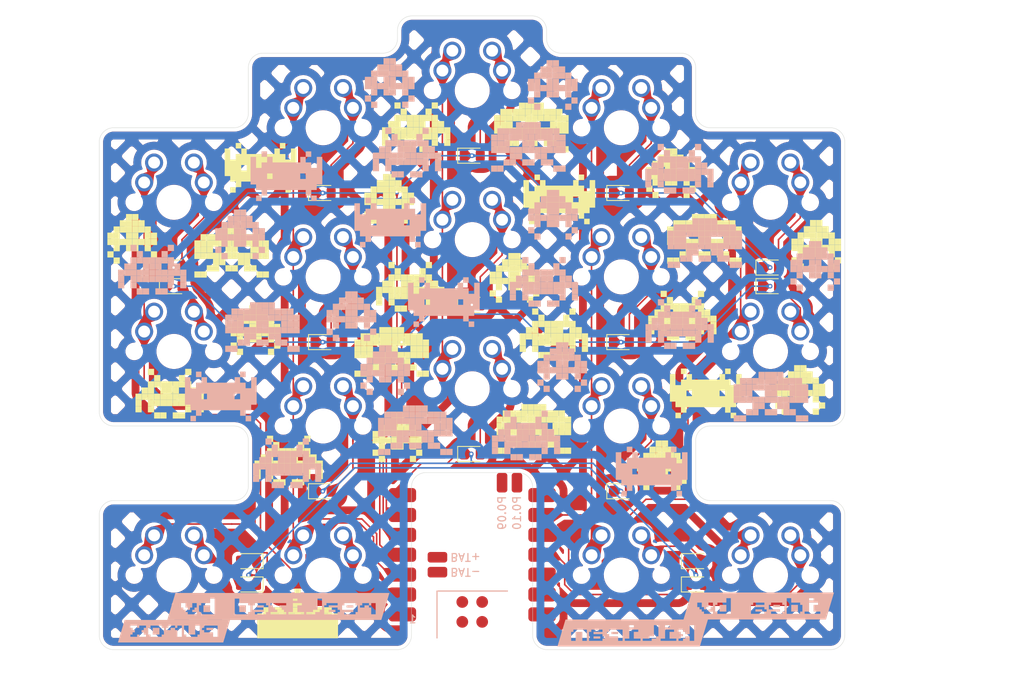
<source format=kicad_pcb>
(kicad_pcb (version 20240108) (generator "pcbnew") (generator_version "8.0")
  (layers (0 "F.Cu" signal) (31 "B.Cu" signal) (34 "B.Paste" user) (35 "F.Paste" user) (36 "B.SilkS" user "B.Silkscreen") (37 "F.SilkS" user "F.Silkscreen") (38 "B.Mask" user) (39 "F.Mask" user) (44 "Edge.Cuts" user))
  (net 0 "")
  (net 1 "row0")
  (net 2 "Net-(D1-A)")
  (net 3 "Net-(D2-A)")
  (net 4 "Net-(D3-A)")
  (net 5 "Net-(D4-A)")
  (net 6 "Net-(D5-A)")
  (net 7 "row1")
  (net 8 "Net-(D6-A)")
  (net 9 "Net-(D7-A)")
  (net 10 "Net-(D8-A)")
  (net 11 "Net-(D9-A)")
  (net 12 "Net-(D10-A)")
  (net 13 "Net-(D11-A)")
  (net 14 "row3")
  (net 15 "Net-(D12-A)")
  (net 16 "row2")
  (net 17 "Net-(D13-A)")
  (net 18 "Net-(D14-A)")
  (net 19 "Net-(D15-A)")
  (net 20 "Net-(D16-A)")
  (net 21 "Net-(D17-A)")
  (net 22 "col0")
  (net 23 "col1")
  (net 24 "col2")
  (net 25 "col3")
  (net 26 "col4")
  (net 31 "BAT+")
  (net 32 "BAT-")
  (footprint "Diode_SMD:D_0805_2012Metric_Pad1.15x1.40mm_HandSolder" (layer "F.Cu") (at 133.350112 91.678202)
    (property "Reference" "D17" (hide yes))
    (property "Value" "D")
  )
  (footprint "Diode_SMD:D_0805_2012Metric_Pad1.15x1.40mm_HandSolder" (layer "F.Cu") (at 85.725072 41.67191)
    (property "Reference" "D2" (hide yes))
    (property "Value" "D")
  )
  (footprint "PCM_marbastlib-xp-mx:SW_MX_Reversible_1u" (layer "F.Cu") (at 66.675 42.8625)
    (property "Reference" "SW1" (hide yes))
    (property "Value" "SW_Push" (hide yes))
  )
  (footprint "PCM_marbastlib-xp-mx:SW_MX_Reversible_1u" (layer "F.Cu") (at 66.675 90.4875)
    (property "Reference" "SW11" (hide yes))
    (property "Value" "SW_Push" (hide yes))
  )
  (footprint "Diode_SMD:D_0805_2012Metric_Pad1.15x1.40mm_HandSolder" (layer "F.Cu") (at 142.87512 53.57817)
    (property "Reference" "D10" (hide yes))
    (property "Value" "D")
  )
  (footprint "PCM_marbastlib-xp-mx:SW_MX_Reversible_1u" (layer "F.Cu") (at 85.725 71.4375)
    (property "Reference" "SW12" (hide yes))
    (property "Value" "SW_Push" (hide yes))
  )
  (footprint "Diode_SMD:D_0805_2012Metric_Pad1.15x1.40mm_HandSolder" (layer "F.Cu") (at 104.775088 36.909406)
    (property "Reference" "D3" (hide yes))
    (property "Value" "D")
  )
  (footprint "Diode_SMD:D_0805_2012Metric_Pad1.15x1.40mm_HandSolder" (layer "F.Cu") (at 133.350112 88.701637)
    (property "Reference" "D16" (hide yes))
    (property "Value" "D")
  )
  (footprint "PCM_marbastlib-xp-mx:SW_MX_Reversible_1u" (layer "F.Cu") (at 104.775 28.575)
    (property "Reference" "SW3" (hide yes))
    (property "Value" "SW_Push" (hide yes))
  )
  (footprint "Diode_SMD:D_0805_2012Metric_Pad1.15x1.40mm_HandSolder" (layer "F.Cu") (at 104.775 75.009438)
    (property "Reference" "D13" (hide yes))
    (property "Value" "D")
  )
  (footprint "Diode_SMD:D_0805_2012Metric_Pad1.15x1.40mm_HandSolder" (layer "F.Cu") (at 76.200064 88.701637 180)
    (property "Reference" "D15" (hide yes))
    (property "Value" "D")
  )
  (footprint "PCM_marbastlib-xp-mx:SW_MX_Reversible_1u" (layer "F.Cu") (at 142.875 61.9125)
    (property "Reference" "SW10" (hide yes))
    (property "Value" "SW_Push" (hide yes))
  )
  (footprint "PCM_marbastlib-xp-mx:SW_MX_Reversible_1u" (layer "F.Cu") (at 142.875 90.4875)
    (property "Reference" "SW17" (hide yes))
    (property "Value" "SW_Push" (hide yes))
  )
  (footprint "PCM_marbastlib-xp-mx:SW_MX_Reversible_1u" (layer "F.Cu") (at 66.675 61.9125)
    (property "Reference" "SW6" (hide yes))
    (property "Value" "SW_Push" (hide yes))
  )
  (footprint "Diode_SMD:D_0805_2012Metric_Pad1.15x1.40mm_HandSolder" (layer "F.Cu") (at 66.675 53.57817)
    (property "Reference" "D6" (hide yes))
    (property "Value" "D")
  )
  (footprint "PCM_marbastlib-xp-mx:SW_MX_Reversible_1u" (layer "F.Cu") (at 123.825 71.4375)
    (property "Reference" "SW14" (hide yes))
    (property "Value" "SW_Push" (hide yes))
  )
  (footprint "Diode_SMD:D_0805_2012Metric_Pad1.15x1.40mm_HandSolder" (layer "F.Cu") (at 104.775088 55.959422)
    (property "Reference" "D8" (hide yes))
    (property "Value" "D")
  )
  (footprint "PCM_marbastlib-xp-mx:SW_MX_Reversible_1u" (layer "F.Cu") (at 104.775 47.625)
    (property "Reference" "SW8" (hide yes))
    (property "Value" "SW_Push" (hide yes))
  )
  (footprint "Diode_SMD:D_0805_2012Metric_Pad1.15x1.40mm_HandSolder" (layer "F.Cu") (at 123.825104 41.67191)
    (property "Reference" "D4" (hide yes))
    (property "Value" "D")
  )
  (footprint "Diode_SMD:D_0805_2012Metric_Pad1.15x1.40mm_HandSolder" (layer "F.Cu") (at 85.725 60.721926)
    (property "Reference" "D7" (hide yes))
    (property "Value" "D")
  )
  (footprint "Diode_SMD:D_0805_2012Metric_Pad1.15x1.40mm_HandSolder" (layer "F.Cu") (at 66.675056 51.196918)
    (property "Reference" "D1" (hide yes))
    (property "Value" "D")
  )
  (footprint "PCM_marbastlib-xp-mx:SW_MX_Reversible_1u" (layer "F.Cu") (at 104.775 66.675)
    (property "Reference" "SW13" (hide yes))
    (property "Value" "SW_Push" (hide yes))
  )
  (footprint "Diode_SMD:D_0805_2012Metric_Pad1.15x1.40mm_HandSolder" (layer "F.Cu") (at 85.725 79.771942)
    (property "Reference" "D12" (hide yes))
    (property "Value" "D")
  )
  (footprint "PCM_marbastlib-xp-mx:SW_MX_Reversible_1u" (layer "F.Cu") (at 123.825 52.3875)
    (property "Reference" "SW9" (hide yes))
    (property "Value" "SW_Push" (hide yes))
  )
  (footprint "PCM_marbastlib-xp-mx:SW_MX_Reversible_1u" (layer "F.Cu") (at 85.725 52.3875)
    (property "Reference" "SW7" (hide yes))
    (property "Value" "SW_Push" (hide yes))
  )
  (footprint "PCM_marbastlib-xp-mx:SW_MX_Reversible_1u" (layer "F.Cu") (at 123.825 90.4875)
    (property "Reference" "SW15" (hide yes))
    (property "Value" "SW_Push" (hide yes))
  )
  (footprint "Diode_SMD:D_0805_2012Metric_Pad1.15x1.40mm_HandSolder" (layer "F.Cu") (at 123.825 79.771942)
    (property "Reference" "D14" (hide yes))
    (property "Value" "D")
  )
  (footprint "PCM_marbastlib-xp-mx:SW_MX_Reversible_1u" (layer "F.Cu") (at 85.725 90.4875)
    (property "Reference" "SW16" (hide yes))
    (property "Value" "SW_Push" (hide yes))
  )
  (footprint "PCM_marbastlib-xp-mx:SW_MX_Reversible_1u" (layer "F.Cu") (at 85.725 33.3375)
    (property "Reference" "SW2" (hide yes))
    (property "Value" "SW_Push" (hide yes))
  )
  (footprint "Diode_SMD:D_0805_2012Metric_Pad1.15x1.40mm_HandSolder" (layer "F.Cu") (at 76.200064 91.678202 180)
    (property "Reference" "D11" (hide yes))
    (property "Value" "D")
  )
  (footprint "PCM_marbastlib-xp-mx:SW_MX_Reversible_1u" (layer "F.Cu") (at 123.825 33.3375)
    (property "Reference" "SW4" (hide yes))
    (property "Value" "SW_Push" (hide yes))
  )
  (footprint "Diode_SMD:D_0805_2012Metric_Pad1.15x1.40mm_HandSolder" (layer "F.Cu") (at 123.825 60.721926)
    (property "Reference" "D9" (hide yes))
    (property "Value" "D")
  )
  (footprint "PCM_marbastlib-xp-mx:SW_MX_Reversible_1u" (layer "F.Cu") (at 142.875 42.8625)
    (property "Reference" "SW5" (hide yes))
    (property "Value" "SW_Push" (hide yes))
  )
  (footprint "Diode_SMD:D_0805_2012Metric_Pad1.15x1.40mm_HandSolder" (layer "F.Cu") (at 142.875 51.196918)
    (property "Reference" "D5" (hide yes))
    (property "Value" "D")
  )
  (footprint "kibuzzard-67AF2568" (layer "B.Cu") (at 125.27 97.88 180)
    (property "Reference" "kibuzzard-67AF2568" (hide yes))
    (property "Value" "G***" (hide yes))
  )
  (footprint "kibuzzard-67AF24A7" (layer "B.Cu") (at 80.01 94.488 180)
    (property "Reference" "kibuzzard-67AF24A7" (hide yes))
    (property "Value" "G***" (hide yes))
  )
  (footprint "kibuzzard-67AF24D7" (layer "B.Cu") (at 66.675 97.65 180)
    (property "Reference" "kibuzzard-67AF24D7" (hide yes))
    (property "Value" "G***" (hide yes))
  )
  (footprint "kibuzzard-67AF254E" (layer "B.Cu") (at 141.38 94.43 180)
    (property "Reference" "kibuzzard-67AF254E" (hide yes))
    (property "Value" "G***" (hide yes))
  )
  (footprint "PCM_marbastlib-xp-promicroish:Xiao_nRF52840_AC_Reflow_invert" (layer "B.Cu") (at 104.775 87.884)
    (property "Reference" "U1" (hide yes))
    (property "Value" "Seeeduino Xiao nRF52840")
  )
  (gr_poly (pts (xy 127.698503 59.21375) (xy 128.492253 59.21375) (xy 128.492253 58.419999) (xy 127.698503 58.419999)) (stroke (width -0.000001)) (fill solid) (layer "B.SilkS"))
  (gr_poly (pts (xy 135.28675 47.27575) (xy 136.0805 47.27575) (xy 136.0805 46.482) (xy 135.28675 46.482)) (stroke (width -0.000001)) (fill solid) (layer "B.SilkS"))
  (gr_poly (pts (xy 118.64975 66.294) (xy 119.4435 66.294) (xy 119.4435 65.50025) (xy 118.64975 65.50025)) (stroke (width -0.000001)) (fill solid) (layer "B.SilkS"))
  (gr_poly (pts (xy 96.043747 38.100001) (xy 96.837497 38.100001) (xy 96.837497 37.306251) (xy 96.043747 37.306251)) (stroke (width -0.000001)) (fill solid) (layer "B.SilkS"))
  (gr_poly (pts (xy 96.710501 69.596) (xy 97.504251 69.596) (xy 97.504251 68.80225) (xy 96.710501 68.80225)) (stroke (width -0.000001)) (fill solid) (layer "B.SilkS"))
  (gr_poly (pts (xy 143.73225 66.1035) (xy 144.526 66.1035) (xy 144.526 65.30975) (xy 143.73225 65.30975)) (stroke (width -0.000001)) (fill solid) (layer "B.SilkS"))
  (gr_poly (pts (xy 94.234 26.035001) (xy 95.02775 26.035001) (xy 95.02775 25.241251) (xy 94.234 25.241251)) (stroke (width -0.000001)) (fill solid) (layer "B.SilkS"))
  (gr_poly (pts (xy 92.86875 65.88125) (xy 93.6625 65.88125) (xy 93.6625 65.087501) (xy 92.86875 65.087501)) (stroke (width -0.000001)) (fill solid) (layer "B.SilkS"))
  (gr_poly (pts (xy 75.596748 57.2135) (xy 76.390498 57.2135) (xy 76.390498 56.41975) (xy 75.596748 56.41975)) (stroke (width -0.000001)) (fill solid) (layer "B.SilkS"))
  (gr_poly (pts (xy 94.234 28.416251) (xy 95.02775 28.416251) (xy 95.02775 27.622501) (xy 94.234 27.622501)) (stroke (width -0.000001)) (fill solid) (layer "B.SilkS"))
  (gr_poly (pts (xy 90.932 56.61025) (xy 91.72575 56.61025) (xy 91.72575 55.8165) (xy 90.932 55.8165)) (stroke (width -0.000001)) (fill solid) (layer "B.SilkS"))
  (gr_poly (pts (xy 131.635497 37.7825) (xy 132.429247 37.7825) (xy 132.429247 36.98875) (xy 131.635497 36.98875)) (stroke (width -0.000001)) (fill solid) (layer "B.SilkS"))
  (gr_poly (pts (xy 118.64975 63.912751) (xy 119.4435 63.912751) (xy 119.4435 63.119001) (xy 118.64975 63.119001)) (stroke (width -0.000001)) (fill solid) (layer "B.SilkS"))
  (gr_poly (pts (xy 86.96325 56.61025) (xy 87.757001 56.61025) (xy 87.757001 55.8165) (xy 86.96325 55.8165)) (stroke (width -0.000001)) (fill solid) (layer "B.SilkS"))
  (gr_poly (pts (xy 150.97125 53.37175) (xy 151.765 53.37175) (xy 151.765 52.578) (xy 150.97125 52.578)) (stroke (width -0.000001)) (fill solid) (layer "B.SilkS"))
  (gr_poly (pts (xy 149.38375 50.196751) (xy 150.1775 50.196751) (xy 150.1775 49.403001) (xy 149.38375 49.403001)) (stroke (width -0.000001)) (fill solid) (layer "B.SilkS"))
  (gr_poly (pts (xy 115.09375 43.65625) (xy 115.8875 43.65625) (xy 115.8875 42.8625) (xy 115.09375 42.8625)) (stroke (width -0.000001)) (fill solid) (layer "B.SilkS"))
  (gr_poly (pts (xy 93.6625 38.1) (xy 94.45625 38.1) (xy 94.45625 37.306251) (xy 93.6625 37.306251)) (stroke (width -0.000001)) (fill solid) (layer "B.SilkS"))
  (gr_poly (pts (xy 114.331747 53.022501) (xy 115.125497 53.022501) (xy 115.125497 52.228751) (xy 114.331747 52.228751)) (stroke (width -0.000001)) (fill solid) (layer "B.SilkS"))
  (gr_poly (pts (xy 139.763501 68.48475) (xy 140.557251 68.48475) (xy 140.557251 67.691) (xy 139.763501 67.691)) (stroke (width -0.000001)) (fill solid) (layer "B.SilkS"))
  (gr_poly (pts (xy 130.8735 57.62625) (xy 131.66725 57.62625) (xy 131.66725 56.8325) (xy 130.8735 56.8325)) (stroke (width -0.000001)) (fill solid) (layer "B.SilkS"))
  (gr_poly (pts (xy 88.55075 55.8165) (xy 89.3445 55.8165) (xy 89.3445 55.02275) (xy 88.55075 55.02275)) (stroke (width -0.000001)) (fill solid) (layer "B.SilkS"))
  (gr_poly (pts (xy 138.46175 47.27575) (xy 139.2555 47.27575) (xy 139.2555 46.482) (xy 138.46175 46.482)) (stroke (width -0.000001)) (fill solid) (layer "B.SilkS"))
  (gr_poly (pts (xy 88.55075 58.991499) (xy 89.3445 58.991499) (xy 89.3445 58.19775) (xy 88.55075 58.19775)) (stroke (width -0.000001)) (fill solid) (layer "B.SilkS"))
  (gr_poly (pts (xy 95.25 67.46875) (xy 96.04375 67.46875) (xy 96.04375 66.675) (xy 95.25 66.675)) (stroke (width -0.000001)) (fill solid) (layer "B.SilkS"))
  (gr_poly (pts (xy 131.572 76.2) (xy 130.866311 76.2) (xy 130.866311 75.494266) (xy 130.1606 75.494266) (xy 130.1606 74.787753) (xy 129.459054 74.787753) (xy 129.459054 75.494266) (xy 125.93052 75.494266) (xy 125.93052 74.787753) (xy 125.228974 74.787753) (xy 125.228974 75.494266) (xy 124.523263 75.494266) (xy 124.523263 76.2) (xy 123.817575 76.2) (xy 123.817575 74.787753) (xy 123.111863 74.787753) (xy 123.111863 78.312991) (xy 123.817575 78.312991) (xy 123.817575 79.018726) (xy 124.523263 79.018726) (xy 124.523263 79.725284) (xy 125.228974 79.725284) (xy 125.228974 79.018726) (xy 130.1606 79.018726) (xy 130.1606 79.725284) (xy 130.866311 79.725284) (xy 130.866311 79.018726) (xy 131.572 79.018726) (xy 131.572 78.312991) (xy 132.277711 78.312991) (xy 132.277711 77.607623) (xy 130.161447 77.607623) (xy 129.459901 77.607623) (xy 125.928987 77.607623) (xy 125.227441 77.607623) (xy 125.227441 76.901889) (xy 125.928987 76.901889) (xy 125.928987 77.607623) (xy 129.459901 77.607623) (xy 129.459901 76.901889) (xy 130.161447 76.901889) (xy 130.161447 77.607623) (xy 132.277711 77.607623) (xy 132.277711 74.787753) (xy 131.572 74.787753)) (stroke (width -0.000001)) (fill solid) (layer "B.SilkS"))
  (gr_poly (pts (xy 99.8855 72.771) (xy 100.67925 72.771) (xy 100.67925 71.97725) (xy 99.8855 71.97725)) (stroke (width -0.000001)) (fill solid) (layer "B.SilkS"))
  (gr_poly (pts (xy 116.2685 63.912751) (xy 117.06225 63.912751) (xy 117.06225 63.119001) (xy 116.2685 63.119001)) (stroke (width -0.000001)) (fill solid) (layer "B.SilkS"))
  (gr_poly (pts (xy 77.977997 58.00725) (xy 78.771747 58.00725) (xy 78.771747 57.2135) (xy 77.977997 57.2135)) (stroke (width -0.000001)) (fill solid) (layer "B.SilkS"))
  (gr_poly (pts (xy 68.777041 70.840182) (xy 69.48273 70.840182) (xy 69.48273 70.134448) (xy 68.777041 70.134448)) (stroke (width -0.000001)) (fill solid) (layer "B.SilkS"))
  (gr_poly (pts (xy 80.359247 59.59475) (xy 81.152997 59.59475) (xy 81.152997 58.801) (xy 80.359247 58.801)) (stroke (width -0.000001)) (fill solid) (layer "B.SilkS"))
  (gr_poly (pts (xy 113.88725 63.119001) (xy 114.681001 63.119001) (xy 114.681001 62.325251) (xy 113.88725 62.325251)) (stroke (width -0.000001)) (fill solid) (layer "B.SilkS"))
  (gr_poly (pts (xy 131.318001 50.45075) (xy 132.111751 50.45075) (xy 132.111751 49.657) (xy 131.318001 49.657)) (stroke (width -0.000001)) (fill solid) (layer "B.SilkS"))
  (gr_poly (pts (xy 112.74425 34.19475) (xy 113.538 34.19475) (xy 113.538 33.401) (xy 112.74425 33.401)) (stroke (width -0.000001)) (fill solid) (layer "B.SilkS"))
  (gr_poly (pts (xy 132.461 56.8325) (xy 133.25475 56.8325) (xy 133.25475 56.03875) (xy 132.461 56.03875)) (stroke (width -0.000001)) (fill solid) (layer "B.SilkS"))
  (gr_poly (pts (xy 61.118748 49.085501) (xy 61.912498 49.085501) (xy 61.912498 48.291751) (xy 61.118748 48.291751)) (stroke (width -0.000001)) (fill solid) (layer "B.SilkS"))
  (gr_poly (pts (xy 147.79625 50.990501) (xy 148.59 50.990501) (xy 148.59 50.196751) (xy 147.79625 50.196751)) (stroke (width -0.000001)) (fill solid) (layer "B.SilkS"))
  (gr_poly (pts (xy 143.73225 69.2785) (xy 144.526 69.2785) (xy 144.526 68.48475) (xy 143.73225 68.48475)) (stroke (width -0.000001)) (fill solid) (layer "B.SilkS"))
  (gr_poly (pts (xy 110.363 53.0225) (xy 111.15675 53.0225) (xy 111.15675 52.228751) (xy 110.363 52.228751)) (stroke (width -0.000001)) (fill solid) (layer "B.SilkS"))
  (gr_poly (pts (xy 113.474501 27.082751) (xy 114.26825 27.082751) (xy 114.26825 26.289001) (xy 113.474501 26.289001)) (stroke (width -0.000001)) (fill solid) (layer "B.SilkS"))
  (gr_poly (pts (xy 94.329251 70.38975) (xy 95.123001 70.38975) (xy 95.123001 69.596) (xy 94.329251 69.596)) (stroke (width -0.000001)) (fill solid) (layer "B.SilkS"))
  (gr_poly (pts (xy 110.363001 33.401) (xy 111.156751 33.401) (xy 111.156751 32.60725) (xy 110.363001 32.60725)) (stroke (width -0.000001)) (fill solid) (layer "B.SilkS"))
  (gr_poly (pts (xy 115.062 26.289001) (xy 115.85575 26.289001) (xy 115.85575 25.495251) (xy 115.062 25.495251)) (stroke (width -0.000001)) (fill solid) (layer "B.SilkS"))
  (gr_poly (pts (xy 100.67925 71.97725) (xy 101.473 71.97725) (xy 101.473 71.1835) (xy 100.67925 71.1835)) (stroke (width -0.000001)) (fill solid) (layer "B.SilkS"))
  (gr_poly (pts (xy 112.68075 29.464) (xy 113.474501 29.464) (xy 113.474501 28.670251) (xy 112.68075 28.670251)) (stroke (width -0.000001)) (fill solid) (layer "B.SilkS"))
  (gr_poly (pts (xy 138.969751 70.866) (xy 139.763501 70.866) (xy 139.763501 70.07225) (xy 138.969751 70.07225)) (stroke (width -0.000001)) (fill solid) (layer "B.SilkS"))
  (gr_poly (pts (xy 128.4605 38.576249) (xy 129.25425 38.576249) (xy 129.25425 37.7825) (xy 128.4605 37.7825)) (stroke (width -0.000001)) (fill solid) (layer "B.SilkS"))
  (gr_poly (pts (xy 63.499995 52.260501) (xy 64.293745 52.260501) (xy 64.293745 51.466751) (xy 63.499995 51.466751)) (stroke (width -0.000001)) (fill solid) (layer "B.SilkS"))
  (gr_poly (pts (xy 66.674995 52.260501) (xy 67.468745 52.260501) (xy 67.468745 51.466751) (xy 66.674995 51.466751)) (stroke (width -0.000001)) (fill solid) (layer "B.SilkS"))
  (gr_poly (pts (xy 149.38375 49.403001) (xy 150.1775 49.403001) (xy 150.1775 48.609251) (xy 149.38375 48.609251)) (stroke (width -0.000001)) (fill solid) (layer "B.SilkS"))
  (gr_poly (pts (xy 113.506251 43.65625) (xy 114.3 43.65625) (xy 114.3 42.8625) (xy 113.506251 42.8625)) (stroke (width -0.000001)) (fill solid) (layer "B.SilkS"))
  (gr_poly (pts (xy 130.1606 74.787753) (xy 130.866311 74.787753) (xy 130.866311 74.082019) (xy 130.1606 74.082019)) (stroke (width -0.000001)) (fill solid) (layer "B.SilkS"))
  (gr_poly (pts (xy 87.757001 58.19775) (xy 88.55075 58.19775) (xy 88.55075 57.404) (xy 87.757001 57.404)) (stroke (width -0.000001)) (fill solid) (layer "B.SilkS"))
  (gr_poly (pts (xy 145.31975 67.691) (xy 146.1135 67.691) (xy 146.1135 66.89725) (xy 145.31975 66.89725)) (stroke (width -0.000001)) (fill solid) (layer "B.SilkS"))
  (gr_poly (pts (xy 75.596748 58.00725) (xy 76.390498 58.00725) (xy 76.390498 57.2135) (xy 75.596748 57.2135)) (stroke (width -0.000001)) (fill solid) (layer "B.SilkS"))
  (gr_poly (pts (xy 71.945498 49.339499) (xy 72.739248 49.339499) (xy 72.739248 48.545749) (xy 71.945498 48.545749)) (stroke (width -0.000001)) (fill solid) (layer "B.SilkS"))
  (gr_poly (pts (xy 99.218747 37.306251) (xy 100.012497 37.306251) (xy 100.012497 36.512501) (xy 99.218747 36.512501)) (stroke (width -0.000001)) (fill solid) (layer "B.SilkS"))
  (gr_poly (pts (xy 114.33175 38.1635) (xy 115.1255 38.1635) (xy 115.1255 37.36975) (xy 114.33175 37.36975)) (stroke (width -0.000001)) (fill solid) (layer "B.SilkS"))
  (gr_poly (pts (xy 78.771747 57.2135) (xy 79.565497 57.2135) (xy 79.565497 56.41975) (xy 78.771747 56.41975)) (stroke (width -0.000001)) (fill solid) (layer "B.SilkS"))
  (gr_poly (pts (xy 100.012497 38.893751) (xy 100.806247 38.893751) (xy 100.806247 38.100001) (xy 100.012497 38.100001)) (stroke (width -0.000001)) (fill solid) (layer "B.SilkS"))
  (gr_poly (pts (xy 142.9385 66.89725) (xy 143.73225 66.89725) (xy 143.73225 66.1035) (xy 142.9385 66.1035)) (stroke (width -0.000001)) (fill solid) (layer "B.SilkS"))
  (gr_poly (pts (xy 93.6625 63.500001) (xy 94.45625 63.500001) (xy 94.45625 62.706251) (xy 93.6625 62.706251)) (stroke (width -0.000001)) (fill solid) (layer "B.SilkS"))
  (gr_poly (pts (xy 144.526 66.89725) (xy 145.31975 66.89725) (xy 145.31975 66.1035) (xy 144.526 66.1035)) (stroke (width -0.000001)) (fill solid) (layer "B.SilkS"))
  (gr_poly (pts (xy 132.905501 46.482) (xy 133.699251 46.482) (xy 133.699251 45.68825) (xy 132.905501 45.68825)) (stroke (width -0.000001)) (fill solid) (layer "B.SilkS"))
  (gr_poly (pts (xy 141.351001 65.30975) (xy 142.144751 65.30975) (xy 142.144751 64.516) (xy 141.351001 64.516)) (stroke (width -0.000001)) (fill solid) (layer "B.SilkS"))
  (gr_poly (pts (xy 86.96325 57.404) (xy 87.757001 57.404) (xy 87.757001 56.61025) (xy 86.96325 56.61025)) (stroke (width -0.000001)) (fill solid) (layer "B.SilkS"))
  (gr_poly (pts (xy 141.351001 69.2785) (xy 142.144751 69.2785) (xy 142.144751 68.48475) (xy 141.351001 68.48475)) (stroke (width -0.000001)) (fill solid) (layer "B.SilkS"))
  (gr_poly (pts (xy 129.25425 36.98875) (xy 130.048 36.98875) (xy 130.048 36.195) (xy 129.25425 36.195)) (stroke (width -0.000001)) (fill solid) (layer "B.SilkS"))
  (gr_poly (pts (xy 112.74425 53.816251) (xy 113.538 53.816251) (xy 113.538 53.0225) (xy 112.74425 53.0225)) (stroke (width -0.000001)) (fill solid) (layer "B.SilkS"))
  (gr_poly (pts (xy 123.814942 80.432071) (xy 124.520631 80.432071) (xy 124.520631 79.726337) (xy 123.814942 79.726337)) (stroke (width -0.000001)) (fill solid) (layer "B.SilkS"))
  (gr_poly (pts (xy 81.152997 57.2135) (xy 81.946747 57.2135) (xy 81.946747 56.41975) (xy 81.152997 56.41975)) (stroke (width -0.000001)) (fill solid) (layer "B.SilkS"))
  (gr_poly (pts (xy 82.32775 76.99375) (xy 83.1215 76.99375) (xy 83.1215 76.2) (xy 82.32775 76.2)) (stroke (width -0.000001)) (fill solid) (layer "B.SilkS"))
  (gr_poly (pts (xy 115.47475 61.531501) (xy 116.2685 61.531501) (xy 116.2685 60.737751) (xy 115.47475 60.737751)) (stroke (width -0.000001)) (fill solid) (layer "B.SilkS"))
  (gr_poly (pts (xy 138.46175 48.86325) (xy 139.2555 48.86325) (xy 139.2555 48.0695) (xy 138.46175 48.0695)) (stroke (width -0.000001)) (fill solid) (layer "B.SilkS"))
  (gr_poly (pts (xy 116.2685 62.325251) (xy 117.06225 62.325251) (xy 117.06225 61.531501) (xy 116.2685 61.531501)) (stroke (width -0.000001)) (fill solid) (layer "B.SilkS"))
  (gr_poly (pts (xy 63.499995 50.673001) (xy 64.293745 50.673001) (xy 64.293745 49.879251) (xy 63.499995 49.879251)) (stroke (width -0.000001)) (fill solid) (layer "B.SilkS"))
  (gr_poly (pts (xy 107.981751 35.78225) (xy 108.775501 35.78225) (xy 108.775501 34.9885) (xy 107.981751 34.9885)) (stroke (width -0.000001)) (fill solid) (layer "B.SilkS"))
  (gr_poly (pts (xy 96.04375 66.675) (xy 96.8375 66.675) (xy 96.8375 65.88125) (xy 96.04375 65.88125)) (stroke (width -0.000001)) (fill solid) (layer "B.SilkS"))
  (gr_poly (pts (xy 134.493 46.482) (xy 135.28675 46.482) (xy 135.28675 45.68825) (xy 134.493 45.68825)) (stroke (width -0.000001)) (fill solid) (layer "B.SilkS"))
  (gr_poly (pts (xy 65.087495 52.260501) (xy 65.881245 52.260501) (xy 65.881245 51.466751) (xy 65.087495 51.466751)) (stroke (width -0.000001)) (fill solid) (layer "B.SilkS"))
  (gr_poly (pts (xy 114.681001 64.706501) (xy 115.47475 64.706501) (xy 115.47475 63.912751) (xy 114.681001 63.912751)) (stroke (width -0.000001)) (fill solid) (layer "B.SilkS"))
  (gr_poly (pts (xy 110.45825 71.850251) (xy 111.252 71.850251) (xy 111.252 71.056501) (xy 110.45825 71.056501)) (stroke (width -0.000001)) (fill solid) (layer "B.SilkS"))
  (gr_poly (pts (xy 86.1695 59.785249) (xy 86.96325 59.785249) (xy 86.96325 58.991499) (xy 86.1695 58.991499)) (stroke (width -0.000001)) (fill solid) (layer "B.SilkS"))
  (gr_poly (pts (xy 79.565497 60.3885) (xy 80.359247 60.3885) (xy 80.359247 59.59475) (xy 79.565497 59.59475)) (stroke (width -0.000001)) (fill solid) (layer "B.SilkS"))
  (gr_poly (pts (xy 73.532999 47.752) (xy 74.326748 47.752) (xy 74.326748 46.95825) (xy 73.532999 46.95825)) (stroke (width -0.000001)) (fill solid) (layer "B.SilkS"))
  (gr_poly (pts (xy 82.32775 75.40625) (xy 83.1215 75.40625) (xy 83.1215 74.6125) (xy 82.32775 74.6125)) (stroke (width -0.000001)) (fill solid) (layer "B.SilkS"))
  (gr_poly (pts (xy 146.90725 67.691) (xy 147.701 67.691) (xy 147.701 66.89725) (xy 146.90725 66.89725)) (stroke (width -0.000001)) (fill solid) (layer "B.SilkS"))
  (gr_poly (pts (xy 114.33175 34.19475) (xy 115.1255 34.19475) (xy 115.1255 33.401) (xy 114.33175 33.401)) (stroke (width -0.000001)) (fill solid) (layer "B.SilkS"))
  (gr_poly (pts (xy 112.839497 71.850251) (xy 113.633247 71.850251) (xy 113.633247 71.056501) (xy 112.839497 71.056501)) (stroke (width -0.000001)) (fill solid) (layer "B.SilkS"))
  (gr_poly (pts (xy 62.706248 54.64175) (xy 63.499998 54.64175) (xy 63.499998 53.848) (xy 62.706248 53.848)) (stroke (width -0.000001)) (fill solid) (layer "B.SilkS"))
  (gr_poly (pts (xy 129.730501 48.0695) (xy 130.524251 48.0695) (xy 130.524251 47.27575) (xy 129.730501 47.27575)) (stroke (width -0.000001)) (fill solid) (layer "B.SilkS"))
  (gr_poly (pts (xy 134.84225 60.80125) (xy 135.636 60.80125) (xy 135.636 60.0075) (xy 134.84225 60.0075)) (stroke (width -0.000001)) (fill solid) (layer "B.SilkS"))
  (gr_poly (pts (xy 108.775501 38.1635) (xy 109.569251 38.1635) (xy 109.569251 37.36975) (xy 108.775501 37.36975)) (stroke (width -0.000001)) (fill solid) (layer "B.SilkS"))
  (gr_poly (pts (xy 142.144751 68.48475) (xy 142.938501 68.48475) (xy 142.938501 67.691) (xy 142.144751 67.691)) (stroke (width -0.000001)) (fill solid) (layer "B.SilkS"))
  (gr_poly (pts (xy 138.46175 48.0695) (xy 139.2555 48.0695) (xy 139.2555 47.27575) (xy 138.46175 47.27575)) (stroke (width -0.000001)) (fill solid) (layer "B.SilkS"))
  (gr_poly (pts (xy 132.429247 40.16375) (xy 133.222997 40.16375) (xy 133.222997 39.37) (xy 132.429247 39.37)) (stroke (width -0.000001)) (fill solid) (layer "B.SilkS"))
  (gr_poly (pts (xy 84.709 76.99375) (xy 85.50275 76.99375) (xy 85.50275 76.2) (xy 84.709 76.2)) (stroke (width -0.000001)) (fill solid) (layer "B.SilkS"))
  (gr_poly (pts (xy 94.45625 63.500001) (xy 95.25 63.500001) (xy 95.25 62.706251) (xy 94.45625 62.706251)) (stroke (width -0.000001)) (fill solid) (layer "B.SilkS"))
  (gr_poly (pts (xy 117.44325 30.25775) (xy 118.237 30.25775) (xy 118.237 29.464) (xy 117.44325 29.464)) (stroke (width -0.000001)) (fill solid) (layer "B.SilkS"))
  (gr_poly (pts (xy 144.526 66.1035) (xy 145.31975 66.1035) (xy 145.31975 65.30975) (xy 144.526 65.30975)) (stroke (width -0.000001)) (fill solid) (layer "B.SilkS"))
  (gr_poly (pts (xy 113.538 38.1635) (xy 114.33175 38.1635) (xy 114.33175 37.36975) (xy 113.538 37.36975)) (stroke (width -0.000001)) (fill solid) (layer "B.SilkS"))
  (gr_poly (pts (xy 114.3 45.24375) (xy 115.09375 45.24375) (xy 115.09375 44.45) (xy 114.3 44.45)) (stroke (width -0.000001)) (fill solid) (layer "B.SilkS"))
  (gr_poly (pts (xy 114.426997 72.644001) (xy 115.220747 72.644001) (xy 115.220747 71.850251) (xy 114.426997 71.850251)) (stroke (width -0.000001)) (fill solid) (layer "B.SilkS"))
  (gr_poly (pts (xy 83.91525 76.99375) (xy 84.709 76.99375) (xy 84.709 76.2) (xy 83.91525 76.2)) (stroke (width -0.000001)) (fill solid) (layer "B.SilkS"))
  (gr_poly (pts (xy 76.390498 56.41975) (xy 77.184248 56.41975) (xy 77.184248 55.626) (xy 76.390498 55.626)) (stroke (width -0.000001)) (fill solid) (layer "B.SilkS"))
  (gr_poly (pts (xy 81.946747 58.00725) (xy 82.740497 58.00725) (xy 82.740497 57.2135) (xy 81.946747 57.2135)) (stroke (width -0.000001)) (fill solid) (layer "B.SilkS"))
  (gr_poly (pts (xy 78.771747 58.00725) (xy 79.565497 58.00725) (xy 79.565497 57.2135) (xy 78.771747 57.2135)) (stroke (width -0.000001)) (fill solid) (layer "B.SilkS"))
  (gr_poly (pts (xy 146.20875 50.196751) (xy 147.002501 50.196751) (xy 147.002501 49.403001) (xy 146.20875 49.403001)) (stroke (width -0.000001)) (fill solid) (layer "B.SilkS"))
  (gr_poly (pts (xy 129.25425 40.163749) (xy 130.048 40.163749) (xy 130.048 39.37) (xy 129.25425 39.37)) (stroke (width -0.000001)) (fill solid) (layer "B.SilkS"))
  (gr_poly (pts (xy 143.73225 68.48475) (xy 144.526 68.48475) (xy 144.526 67.691) (xy 143.73225 67.691)) (stroke (width -0.000001)) (fill solid) (layer "B.SilkS"))
  (gr_poly (pts (xy 90.932 57.404) (xy 91.72575 57.404) (xy 91.72575 56.61025) (xy 90.932 56.61025)) (stroke (width -0.000001)) (fill solid) (layer "B.SilkS"))
  (gr_poly (pts (xy 116.68125 45.24375) (xy 117.475 45.24375) (xy 117.475 44.45) (xy 116.68125 44.45)) (stroke (width -0.000001)) (fill solid) (layer "B.SilkS"))
  (gr_poly (pts (xy 92.86875 37.306251) (xy 93.6625 37.306251) (xy 93.6625 36.5125) (xy 92.86875 36.5125)) (stroke (width -0.000001)) (fill solid) (layer "B.SilkS"))
  (gr_poly (pts (xy 129.286003 59.21375) (xy 130.079753 59.21375) (xy 130.079753 58.419999) (xy 129.286003 58.419999)) (stroke (width -0.000001)) (fill solid) (layer "B.SilkS"))
  (gr_poly (pts (xy 95.916751 73.56475) (xy 96.710501 73.56475) (xy 96.710501 72.771) (xy 95.916751 72.771)) (stroke (width -0.000001)) (fill solid) (layer "B.SilkS"))
  (gr_poly (pts (xy 132.111751 50.45075) (xy 132.905501 50.45075) (xy 132.905501 49.657) (xy 132.111751 49.657)) (stroke (width -0.000001)) (fill solid) (layer "B.SilkS"))
  (gr_poly (pts (xy 128.4605 40.957499) (xy 129.25425 40.957499) (xy 129.25425 40.163749) (xy 128.4605 40.163749)) (stroke (width -0.000001)) (fill solid) (layer "B.SilkS"))
  (gr_poly (pts (xy 91.28125 64.293751) (xy 92.075001 64.293751) (xy 92.075001 63.500001) (xy 91.28125 63.500001)) (stroke (width -0.000001)) (fill solid) (layer "B.SilkS"))
  (gr_poly (pts (xy 107.188001 38.95725) (xy 107.981751 38.95725) (xy 107.981751 38.1635) (xy 107.188001 38.1635)) (stroke (width -0.000001)) (fill solid) (layer "B.SilkS"))
  (gr_poly (pts (xy 132.461 60.0075) (xy 133.25475 60.0075) (xy 133.25475 59.21375) (xy 132.461 59.21375)) (stroke (width -0.000001)) (fill solid) (layer "B.SilkS"))
  (gr_poly (pts (xy 112.045747 73.437751) (xy 112.839497 73.437751) (xy 112.839497 72.644001) (xy 112.045747 72.644001)) (stroke (width -0.000001)) (fill solid) (layer "B.SilkS"))
  (gr_poly (pts (xy 113.633247 75.025251) (xy 114.426997 75.025251) (xy 114.426997 74.231501) (xy 113.633247 74.231501)) (stroke (width -0.000001)) (fill solid) (layer "B.SilkS"))
  (gr_poly (pts (xy 61.912498 53.05425) (xy 62.706248 53.05425) (xy 62.706248 52.260501) (xy 61.912498 52.260501)) (stroke (width -0.000001)) (fill solid) (layer "B.SilkS"))
  (gr_poly (pts (xy 113.88725 63.912751) (xy 114.681001 63.912751) (xy 114.681001 63.119001) (xy 113.88725 63.119001)) (stroke (width -0.000001)) (fill solid) (layer "B.SilkS"))
  (gr_poly (pts (xy 140.557251 68.48475) (xy 141.351001 68.48475) (xy 141.351001 67.691) (xy 140.557251 67.691)) (stroke (width -0.000001)) (fill solid) (layer "B.SilkS"))
  (gr_poly (pts (xy 98.424997 34.131251) (xy 99.218747 34.131251) (xy 99.218747 33.337501) (xy 98.424997 33.337501)) (stroke (width -0.000001)) (fill solid) (layer "B.SilkS"))
  (gr_poly (pts (xy 134.493 45.68825) (xy 135.28675 45.68825) (xy 135.28675 44.8945) (xy 134.493 44.8945)) (stroke (width -0.000001)) (fill solid) (layer "B.SilkS"))
  (gr_poly (pts (xy 129.730501 51.2445) (xy 130.524251 51.2445) (xy 130.524251 50.45075) (xy 129.730501 50.45075)) (stroke (width -0.000001)) (fill solid) (layer "B.SilkS"))
  (gr_poly (pts (xy 100.67925 71.1835) (xy 101.473 71.1835) (xy 101.473 70.38975) (xy 100.67925 70.38975)) (stroke (width -0.000001)) (fill solid) (layer "B.SilkS"))
  (gr_poly (pts (xy 64.293745 50.673001) (xy 65.087495 50.673001) (xy 65.087495 49.879251) (xy 64.293745 49.879251)) (stroke (width -0.000001)) (fill solid) (layer "B.SilkS"))
  (gr_poly (pts (xy 96.710501 72.771) (xy 97.504251 72.771) (xy 97.504251 71.97725) (xy 96.710501 71.97725)) (stroke (width -0.000001)) (fill solid) (layer "B.SilkS"))
  (gr_poly (pts (xy 91.85275 26.828751) (xy 92.646501 26.828751) (xy 92.646501 26.035001) (xy 91.85275 26.035001)) (stroke (width -0.000001)) (fill solid) (layer "B.SilkS"))
  (gr_poly (pts (xy 150.1775 52.578) (xy 150.97125 52.578) (xy 150.97125 51.784251) (xy 150.1775 51.784251)) (stroke (width -0.000001)) (fill solid) (layer "B.SilkS"))
  (gr_poly (pts (xy 93.44025 27.622501) (xy 94.234 27.622501) (xy 94.234 26.828751) (xy 93.44025 26.828751)) (stroke (width -0.000001)) (fill solid) (layer "B.SilkS"))
  (gr_poly (pts (xy 113.537997 54.610001) (xy 114.331747 54.610001) (xy 114.331747 53.816251) (xy 113.537997 53.816251)) (stroke (width -0.000001)) (fill solid) (layer "B.SilkS"))
  (gr_poly (pts (xy 95.25 65.087501) (xy 96.04375 65.087501) (xy 96.04375 64.293751) (xy 95.25 64.293751)) (stroke (width -0.000001)) (fill solid) (layer "B.SilkS"))
  (gr_poly (pts (xy 117.06225 62.325251) (xy 117.856 62.325251) (xy 117.856 61.531501) (xy 117.06225 61.531501)) (stroke (width -0.000001)) (fill solid) (layer "B.SilkS"))
  (gr_poly (pts (xy 84.709 78.58125) (xy 85.50275 78.58125) (xy 85.50275 77.7875) (xy 84.709 77.7875)) (stroke (width -0.000001)) (fill solid) (layer "B.SilkS"))
  (gr_poly (pts (xy 146.20875 54.1655) (xy 147.002501 54.1655) (xy 147.002501 53.37175) (xy 146.20875 53.37175)) (stroke (width -0.000001)) (fill solid) (layer "B.SilkS"))
  (gr_poly (pts (xy 111.91875 45.24375) (xy 112.7125 45.24375) (xy 112.7125 44.45) (xy 111.91875 44.45)) (stroke (width -0.000001)) (fill solid) (layer "B.SilkS"))
  (gr_poly (pts (xy 138.176001 67.691) (xy 138.969751 67.691) (xy 138.969751 66.89725) (xy 138.176001 66.89725)) (stroke (width -0.000001)) (fill solid) (layer "B.SilkS"))
  (gr_poly (pts (xy 115.919247 53.022501) (xy 116.712997 53.022501) (xy 116.712997 52.228751) (xy 115.919247 52.228751)) (stroke (width -0.000001)) (fill solid) (layer "B.SilkS"))
  (gr_poly (pts (xy 108.775501 36.576) (xy 109.569251 36.576) (xy 109.569251 35.78225) (xy 108.775501 35.78225)) (stroke (width -0.000001)) (fill solid) (layer "B.SilkS"))
  (gr_poly (pts (xy 111.15675 54.61) (xy 111.9505 54.61) (xy 111.9505 53.816251) (xy 111.15675 53.816251)) (stroke (width -0.000001)) (fill solid) (layer "B.SilkS"))
  (gr_poly (pts (xy 127.66675 38.576249) (xy 128.4605 38.576249) (xy 128.4605 37.7825) (xy 127.66675 37.7825)) (stroke (width -0.000001)) (fill solid) (layer "B.SilkS"))
  (gr_poly (pts (xy 107.981751 34.19475) (xy 108.775501 34.19475) (xy 108.775501 33.401) (xy 107.981751 33.401)) (stroke (width -0.000001)) (fill solid) (layer "B.SilkS"))
  (gr_poly (pts (xy 77.501748 47.752) (xy 78.295498 47.752) (xy 78.295498 46.95825) (xy 77.501748 46.95825)) (stroke (width -0.000001)) (fill solid) (layer "B.SilkS"))
  (gr_poly (pts (xy 113.538 37.36975) (xy 114.33175 37.36975) (xy 114.33175 36.576) (xy 113.538 36.576)) (stroke (width -0.000001)) (fill solid) (layer "B.SilkS"))
  (gr_poly (pts (xy 111.9505 53.816251) (xy 112.74425 53.816251) (xy 112.74425 53.0225) (xy 111.9505 53.0225)) (stroke (width -0.000001)) (fill solid) (layer "B.SilkS"))
  (gr_poly (pts (xy 96.710501 71.97725) (xy 97.504251 71.97725) (xy 97.504251 71.1835) (xy 96.710501 71.1835)) (stroke (width -0.000001)) (fill solid) (layer "B.SilkS"))
  (gr_poly (pts (xy 93.44025 26.828751) (xy 94.234 26.828751) (xy 94.234 26.035001) (xy 93.44025 26.035001)) (stroke (width -0.000001)) (fill solid) (layer "B.SilkS"))
  (gr_poly (pts (xy 112.7125 46.037499) (xy 113.506251 46.037499) (xy 113.506251 45.24375) (xy 112.7125 45.24375)) (stroke (width -0.000001)) (fill solid) (layer "B.SilkS"))
  (gr_poly (pts (xy 61.912498 50.673001) (xy 62.706248 50.673001) (xy 62.706248 49.879251) (xy 61.912498 49.879251)) (stroke (width -0.000001)) (fill solid) (layer "B.SilkS"))
  (gr_poly (pts (xy 91.059 28.416251) (xy 91.85275 28.416251) (xy 91.85275 27.622501) (xy 91.059 27.622501)) (stroke (width -0.000001)) (fill solid) (layer "B.SilkS"))
  (gr_poly (pts (xy 81.534 75.40625) (xy 82.32775 75.40625) (xy 82.32775 74.6125) (xy 81.534 74.6125)) (stroke (width -0.000001)) (fill solid) (layer "B.SilkS"))
  (gr_poly (pts (xy 134.810497 40.9575) (xy 135.604247 40.9575) (xy 135.604247 40.16375) (xy 134.810497 40.16375)) (stroke (width -0.000001)) (fill solid) (layer "B.SilkS"))
  (gr_poly (pts (xy 78.359003 73.81875) (xy 79.152753 73.81875) (xy 79.152753 73.025) (xy 78.359003 73.025)) (stroke (width -0.000001)) (fill solid) (layer "B.SilkS"))
  (gr_poly (pts (xy 131.635497 41.75125) (xy 132.429247 41.75125) (xy 132.429247 40.9575) (xy 131.635497 40.9575)) (stroke (width -0.000001)) (fill solid) (layer "B.SilkS"))
  (gr_poly (pts (xy 146.20875 51.784251) (xy 147.002501 51.784251) (xy 147.002501 50.990501) (xy 146.20875 50.990501)) (stroke (width -0.000001)) (fill solid) (layer "B.SilkS"))
  (gr_poly (pts (xy 109.6645 71.850251) (xy 110.45825 71.850251) (xy 110.45825 71.056501) (xy 109.6645 71.056501)) (stroke (width -0.000001)) (fill solid) (layer "B.SilkS"))
  (gr_poly (pts (xy 117.856 64.706501) (xy 118.64975 64.706501) (xy 118.64975 63.912751) (xy 117.856 63.912751)) (stroke (width -0.000001)) (fill solid) (layer "B.SilkS"))
  (gr_poly (pts (xy 93.535501 70.38975) (xy 94.329251 70.38975) (xy 94.329251 69.596) (xy 93.535501 69.596)) (stroke (width -0.000001)) (fill solid) (layer "B.SilkS"))
  (gr_poly (pts (xy 133.25475 58.42) (xy 134.0485 58.42) (xy 134.0485 57.62625) (xy 133.25475 57.62625)) (stroke (width -0.000001)) (fill solid) (layer "B.SilkS"))
  (gr_poly (pts (xy 99.218747 36.512501) (xy 100.012497 36.512501) (xy 100.012497 35.718751) (xy 99.218747 35.718751)) (stroke (width -0.000001)) (fill solid) (layer "B.SilkS"))
  (gr_poly (pts (xy 75.596748 61.18225) (xy 76.390498 61.18225) (xy 76.390498 60.3885) (xy 75.596748 60.3885)) (stroke (width -0.000001)) (fill solid) (layer "B.SilkS"))
  (gr_poly (pts (xy 114.331747 56.197501) (xy 115.125497 56.197501) (xy 115.125497 55.403751) (xy 114.331747 55.403751)) (stroke (width -0.000001)) (fill solid) (layer "B.SilkS"))
  (gr_poly (pts (xy 141.351001 66.89725) (xy 142.144751 66.89725) (xy 142.144751 66.1035) (xy 141.351001 66.1035)) (stroke (width -0.000001)) (fill solid) (layer "B.SilkS"))
  (gr_poly (pts (xy 142.144751 70.07225) (xy 142.938501 70.07225) (xy 142.938501 69.2785) (xy 142.144751 69.2785)) (stroke (width -0.000001)) (fill solid) (layer "B.SilkS"))
  (gr_poly (pts (xy 115.91925 38.95725) (xy 116.713 38.95725) (xy 116.713 38.1635) (xy 115.91925 38.1635)) (stroke (width -0.000001)) (fill solid) (layer "B.SilkS"))
  (gr_poly (pts (xy 93.6625 34.131251) (xy 94.45625 34.131251) (xy 94.45625 33.337501) (xy 93.6625 33.337501)) (stroke (width -0.000001)) (fill solid) (layer "B.SilkS"))
  (gr_poly (pts (xy 113.633247 73.437751) (xy 114.426997 73.437751) (xy 114.426997 72.644001) (xy 113.633247 72.644001)) (stroke (width -0.000001)) (fill solid) (layer "B.SilkS"))
  (gr_poly (pts (xy 131.318001 48.0695) (xy 132.111751 48.0695) (xy 132.111751 47.27575) (xy 131.318001 47.27575)) (stroke (width -0.000001)) (fill solid) (layer "B.SilkS"))
  (gr_poly (pts (xy 112.68075 31.0515) (xy 113.474501 31.0515) (xy 113.474501 30.25775) (xy 112.68075 30.25775)) (stroke (width -0.000001)) (fill solid) (layer "B.SilkS"))
  (gr_poly (pts (xy 117.475 45.24375) (xy 118.26875 45.24375) (xy 118.26875 44.45) (xy 117.475 44.45)) (stroke (width -0.000001)) (fill solid) (layer "B.SilkS"))
  (gr_poly (pts (xy 93.6625 62.706251) (xy 94.45625 62.706251) (xy 94.45625 61.912501) (xy 93.6625 61.912501)) (stroke (width -0.000001)) (fill solid) (layer "B.SilkS"))
  (gr_poly (pts (xy 115.85575 28.670251) (xy 116.6495 28.670251) (xy 116.6495 27.876501) (xy 115.85575 27.876501)) (stroke (width -0.000001)) (fill solid) (layer "B.SilkS"))
  (gr_poly (pts (xy 98.298 73.56475) (xy 99.09175 73.56475) (xy 99.09175 72.771) (xy 98.298 72.771)) (stroke (width -0.000001)) (fill solid) (layer "B.SilkS"))
  (gr_poly (pts (xy 147.79625 48.609251) (xy 148.59 48.609251) (xy 148.59 47.815501) (xy 147.79625 47.815501)) (stroke (width -0.000001)) (fill solid) (layer "B.SilkS"))
  (gr_poly (pts (xy 137.668 51.2445) (xy 138.46175 51.2445) (xy 138.46175 50.45075) (xy 137.668 50.45075)) (stroke (width -0.000001)) (fill solid) (layer "B.SilkS"))
  (gr_poly (pts (xy 144.526 68.48475) (xy 145.31975 68.48475) (xy 145.31975 67.691) (xy 144.526 67.691)) (stroke (width -0.000001)) (fill solid) (layer "B.SilkS"))
  (gr_poly (pts (xy 139.763501 66.89725) (xy 140.557251 66.89725) (xy 140.557251 66.1035) (xy 139.763501 66.1035)) (stroke (width -0.000001)) (fill solid) (layer "B.SilkS"))
  (gr_poly (pts (xy 74.326748 48.545749) (xy 75.120498 48.545749) (xy 75.120498 47.752) (xy 74.326748 47.752)) (stroke (width -0.000001)) (fill solid) (layer "B.SilkS"))
  (gr_poly (pts (xy 107.188001 34.9885) (xy 107.981751 34.9885) (xy 107.981751 34.19475) (xy 107.188001 34.19475)) (stroke (width -0.000001)) (fill solid) (layer "B.SilkS"))
  (gr_poly (pts (xy 94.45625 62.706251) (xy 95.25 62.706251) (xy 95.25 61.912501) (xy 94.45625 61.912501)) (stroke (width -0.000001)) (fill solid) (layer "B.SilkS"))
  (gr_poly (pts (xy 136.87425 47.27575) (xy 137.668 47.27575) (xy 137.668 46.482) (xy 136.87425 46.482)) (stroke (width -0.000001)) (fill solid) (layer "B.SilkS"))
  (gr_poly (pts (xy 80.359247 57.2135) (xy 81.152997 57.2135) (xy 81.152997 56.41975) (xy 80.359247 56.41975)) (stroke (width -0.000001)) (fill solid) (layer "B.SilkS"))
  (gr_poly (pts (xy 76.771504 77.787499) (xy 77.565253 77.787499) (xy 77.565253 76.99375) (xy 76.771504 76.99375)) (stroke (width -0.000001)) (fill solid) (layer "B.SilkS"))
  (gr_poly (pts (xy 77.184248 61.18225) (xy 77.977998 61.18225) (xy 77.977998 60.3885) (xy 77.184248 60.3885)) (stroke (width -0.000001)) (fill solid) (layer "B.SilkS"))
  (gr_poly (pts (xy 67.468745 52.260501) (xy 68.262495 52.260501) (xy 68.262495 51.466751) (xy 67.468745 51.466751)) (stroke (width -0.000001)) (fill solid) (layer "B.SilkS"))
  (gr_poly (pts (xy 81.946747 59.59475) (xy 82.740497 59.59475) (xy 82.740497 58.801) (xy 81.946747 58.801)) (stroke (width -0.000001)) (fill solid) (layer "B.SilkS"))
  (gr_poly (pts (xy 148.59 51.784251) (xy 149.38375 51.784251) (xy 149.38375 50.990501) (xy 148.59 50.990501)) (stroke (width -0.000001)) (fill solid) (layer "B.SilkS"))
  (gr_poly (pts (xy 111.887 28.670251) (xy 112.68075 28.670251) (xy 112.68075 27.876501) (xy 111.887 27.876501)) (stroke (width -0.000001)) (fill solid) (layer "B.SilkS"))
  (gr_poly (pts (xy 110.45825 73.437751) (xy 111.252 73.437751) (xy 111.252 72.644) (xy 110.45825 72.644)) (stroke (width -0.000001)) (fill solid) (layer "B.SilkS"))
  (gr_poly (pts (xy 91.85275 29.21) (xy 92.646501 29.21) (xy 92.646501 28.416251) (xy 91.85275 28.416251)) (stroke (width -0.000001)) (fill solid) (layer "B.SilkS"))
  (gr_poly (pts (xy 143.73225 66.89725) (xy 144.526 66.89725) (xy 144.526 66.1035) (xy 143.73225 66.1035)) (stroke (width -0.000001)) (fill solid) (layer "B.SilkS"))
  (gr_poly (pts (xy 95.25 65.88125) (xy 96.04375 65.88125) (xy 96.04375 65.087501) (xy 95.25 65.087501)) (stroke (width -0.000001)) (fill solid) (layer "B.SilkS"))
  (gr_poly (pts (xy 75.120498 46.1645) (xy 75.914248 46.1645) (xy 75.914248 45.37075) (xy 75.120498 45.37075)) (stroke (width -0.000001)) (fill solid) (layer "B.SilkS"))
  (gr_poly (pts (xy 112.045747 72.644001) (xy 112.839497 72.644001) (xy 112.839497 71.850251) (xy 112.045747 71.850251)) (stroke (width -0.000001)) (fill solid) (layer "B.SilkS"))
  (gr_poly (pts (xy 132.429247 41.75125) (xy 133.222997 41.75125) (xy 133.222997 40.9575) (xy 132.429247 40.9575)) (stroke (width -0.000001)) (fill solid) (layer "B.SilkS"))
  (gr_poly (pts (xy 94.329251 72.771) (xy 95.123001 72.771) (xy 95.123001 71.97725) (xy 94.329251 71.97725)) (stroke (width -0.000001)) (fill solid) (layer "B.SilkS"))
  (gr_poly (pts (xy 80.74025 76.99375) (xy 81.534 76.99375) (xy 81.534 76.2) (xy 80.74025 76.2)) (stroke (width -0.000001)) (fill solid) (layer "B.SilkS"))
  (gr_poly (pts (xy 135.28675 49.657) (xy 136.0805 49.657) (xy 136.0805 48.86325) (xy 135.28675 48.86325)) (stroke (width -0.000001)) (fill solid) (layer "B.SilkS"))
  (gr_poly (pts (xy 80.74025 77.7875) (xy 81.534 77.7875) (xy 81.534 76.99375) (xy 80.74025 76.99375)) (stroke (width -0.000001)) (fill solid) (layer "B.SilkS"))
  (gr_poly (pts (xy 111.15675 55.40375) (xy 111.9505 55.40375) (xy 111.9505 54.61) (xy 111.15675 54.61)) (stroke (width -0.000001)) (fill solid) (layer "B.SilkS"))
  (gr_poly (pts (xy 108.775501 34.19475) (xy 109.569251 34.19475) (xy 109.569251 33.401) (xy 108.775501 33.401)) (stroke (width -0.000001)) (fill solid) (layer "B.SilkS"))
  (gr_poly (pts (xy 59.531249 53.848) (xy 60.324998 53.848) (xy 60.324998 53.05425) (xy 59.531249 53.05425)) (stroke (width -0.000001)) (fill solid) (layer "B.SilkS"))
  (gr_poly (pts (xy 74.326748 44.577) (xy 75.120498 44.577) (xy 75.120498 43.78325) (xy 74.326748 43.78325)) (stroke (width -0.000001)) (fill solid) (layer "B.SilkS"))
  (gr_poly (pts (xy 130.841747 38.57625) (xy 131.635497 38.57625) (xy 131.635497 37.7825) (xy 130.841747 37.7825)) (stroke (width -0.000001)) (fill solid) (layer "B.SilkS"))
  (gr_poly (pts (xy 65.881245 53.054251) (xy 66.674995 53.054251) (xy 66.674995 52.260501) (xy 65.881245 52.260501)) (stroke (width -0.000001)) (fill solid) (layer "B.SilkS"))
  (gr_poly (pts (xy 75.914248 46.1645) (xy 76.707998 46.1645) (xy 76.707998 45.37075) (xy 75.914248 45.37075)) (stroke (width -0.000001)) (fill solid) (layer "B.SilkS"))
  (gr_poly (pts (xy 97.50425 70.38975) (xy 98.298 70.38975) (xy 98.298 69.596) (xy 97.50425 69.596)) (stroke (width -0.000001)) (fill solid) (layer "B.SilkS"))
  (gr_poly (pts (xy 74.802998 59.59475) (xy 75.596748 59.59475) (xy 75.596748 58.801) (xy 74.802998 58.801)) (stroke (width -0.000001)) (fill solid) (layer "B.SilkS"))
  (gr_poly (pts (xy 94.329251 71.1835) (xy 95.123001 71.1835) (xy 95.123001 70.38975) (xy 94.329251 70.38975)) (stroke (width -0.000001)) (fill solid) (layer "B.SilkS"))
  (gr_poly (pts (xy 93.6625 65.087501) (xy 94.45625 65.087501) (xy 94.45625 64.293751) (xy 93.6625 64.293751)) (stroke (width -0.000001)) (fill solid) (layer "B.SilkS"))
  (gr_poly (pts (xy 94.329251 74.3585) (xy 95.123001 74.3585) (xy 95.123001 73.56475) (xy 94.329251 73.56475)) (stroke (width -0.000001)) (fill solid) (layer "B.SilkS"))
  (gr_poly (pts (xy 74.802998 58.00725) (xy 75.596748 58.00725) (xy 75.596748 57.2135) (xy 74.802998 57.2135)) (stroke (width -0.000001)) (fill solid) (layer "B.SilkS"))
  (gr_poly (pts (xy 145.415 50.990501) (xy 146.20875 50.990501) (xy 146.20875 50.196751) (xy 145.415 50.196751)) (stroke (width -0.000001)) (fill solid) (layer "B.SilkS"))
  (gr_poly (pts (xy 133.25475 59.21375) (xy 134.0485 59.21375) (xy 134.0485 58.42) (xy 133.25475 58.42)) (stroke (width -0.000001)) (fill solid) (layer "B.SilkS"))
  (gr_poly (pts (xy 97.50425 69.596) (xy 98.298 69.596) (xy 98.298 68.80225) (xy 97.50425 68.80225)) (stroke (width -0.000001)) (fill solid) (layer "B.SilkS"))
  (gr_poly (pts (xy 111.91875 46.831249) (xy 112.7125 46.831249) (xy 112.7125 46.037499) (xy 111.91875 46.037499)) (stroke (width -0.000001)) (fill solid) (layer "B.SilkS"))
  (gr_poly (pts (xy 97.50425 72.771) (xy 98.298 72.771) (xy 98.298 71.97725) (xy 97.50425 71.97725)) (stroke (width -0.000001)) (fill solid) (layer "B.SilkS"))
  (gr_poly (pts (xy 91.85275 27.622501) (xy 92.646501 27.622501) (xy 92.646501 26.828751) (xy 91.85275 26.828751)) (stroke (width -0.000001)) (fill solid) (layer "B.SilkS"))
  (gr_poly (pts (xy 132.461 61.595) (xy 133.25475 61.595) (xy 133.25475 60.80125) (xy 132.461 60.80125)) (stroke (width -0.000001)) (fill solid) (layer "B.SilkS"))
  (gr_poly (pts (xy 81.152997 59.59475) (xy 81.946747 59.59475) (xy 81.946747 58.801) (xy 81.152997 58.801)) (stroke (width -0.000001)) (fill solid) (layer "B.SilkS"))
  (gr_poly (pts (xy 91.72575 57.404) (xy 92.5195 57.404) (xy 92.5195 56.61025) (xy 91.72575 56.61025)) (stroke (width -0.000001)) (fill solid) (layer "B.SilkS"))
  (gr_poly (pts (xy 97.480535 48.625805) (xy 98.186246 48.625805) (xy 98.186246 47.920071) (xy 97.480535 47.920071)) (stroke (width -0.000001)) (fill solid) (layer "B.SilkS"))
  (gr_poly (pts (xy 80.359247 61.18225) (xy 81.152997 61.18225) (xy 81.152997 60.3885) (xy 80.359247 60.3885)) (stroke (width -0.000001)) (fill solid) (layer "B.SilkS"))
  (gr_poly (pts (xy 114.3 44.45) (xy 115.09375 44.45) (xy 115.09375 43.65625) (xy 114.3 43.65625)) (stroke (width -0.000001)) (fill solid) (layer "B.SilkS"))
  (gr_poly (pts (xy 96.61525 27.622501) (xy 97.409 27.622501) (xy 97.409 26.828751) (xy 96.61525 26.828751)) (stroke (width -0.000001)) (fill solid) (layer "B.SilkS"))
  (gr_poly (pts (xy 132.111751 47.27575) (xy 132.905501 47.27575) (xy 132.905501 46.482) (xy 132.111751 46.482)) (stroke (width -0.000001)) (fill solid) (layer "B.SilkS"))
  (gr_poly (pts (xy 101.473 72.771) (xy 102.26675 72.771) (xy 102.26675 71.97725) (xy 101.473 71.97725)) (stroke (width -0.000001)) (fill solid) (layer "B.SilkS"))
  (gr_poly (pts (xy 107.188001 36.576) (xy 107.981751 36.576) (xy 107.981751 35.78225) (xy 107.188001 35.78225)) (stroke (width -0.000001)) (fill solid) (layer "B.SilkS"))
  (gr_poly (pts (xy 95.916751 69.596) (xy 96.710501 69.596) (xy 96.710501 68.80225) (xy 95.916751 68.80225)) (stroke (width -0.000001)) (fill solid) (layer "B.SilkS"))
  (gr_poly (pts (xy 113.538 36.576) (xy 114.33175 36.576) (xy 114.33175 35.78225) (xy 113.538 35.78225)) (stroke (width -0.000001)) (fill solid) (layer "B.SilkS"))
  (gr_poly (pts (xy 147.79625 51.784251) (xy 148.59 51.784251) (xy 148.59 50.990501) (xy 147.79625 50.990501)) (stroke (width -0.000001)) (fill solid) (layer "B.SilkS"))
  (gr_poly (pts (xy 142.9385 65.30975) (xy 143.73225 65.30975) (xy 143.73225 64.516) (xy 142.9385 64.516)) (stroke (width -0.000001)) (fill solid) (layer "B.SilkS"))
  (gr_poly (pts (xy 136.0805 49.657) (xy 136.87425 49.657) (xy 136.87425 48.86325) (xy 136.0805 48.86325)) (stroke (width -0.000001)) (fill solid) (layer "B.SilkS"))
  (gr_poly (pts (xy 79.946503 76.199999) (xy 80.740253 76.199999) (xy 80.740253 75.40625) (xy 79.946503 75.40625)) (stroke (width -0.000001)) (fill solid) (layer "B.SilkS"))
  (gr_poly (pts (xy 84.916097 38.470377) (xy 84.210408 38.470377) (xy 84.210408 37.764643) (xy 83.504697 37.764643) (xy 83.504697 37.05813) (xy 82.803151 37.05813) (xy 82.803151 37.764643) (xy 79.274617 37.764643) (xy 79.274617 37.05813) (xy 78.573071 37.05813) (xy 78.573071 37.764643) (xy 77.86736 37.764643) (xy 77.86736 38.470377) (xy 77.161672 38.470377) (xy 77.161672 37.05813) (xy 76.45596 37.05813) (xy 76.45596 40.583368) (xy 77.161672 40.583368) (xy 77.161672 41.289103) (xy 77.86736 41.289103) (xy 77.86736 41.995661) (xy 78.573071 41.995661) (xy 78.573071 41.289103) (xy 83.504697 41.289103) (xy 83.504697 41.995661) (xy 84.210408 41.995661) (xy 84.210408 41.289103) (xy 84.916097 41.289103) (xy 84.916097 40.583368) (xy 85.621808 40.583368) (xy 85.621808 39.878) (xy 83.505544 39.878) (xy 82.803998 39.878) (xy 79.273084 39.878) (xy 78.571538 39.878) (xy 78.571538 39.172266) (xy 79.273084 39.172266) (xy 79.273084 39.878) (xy 82.803998 39.878) (xy 82.803998 39.172266) (xy 83.505544 39.172266) (xy 83.505544 39.878) (xy 85.621808 39.878) (xy 85.621808 37.05813) (xy 84.916097 37.05813)) (stroke (width -0.000001)) (fill solid) (layer "B.SilkS"))
  (gr_poly (pts (xy 77.977997 58.801) (xy 78.771747 58.801) (xy 78.771747 58.00725) (xy 77.977997 58.00725)) (stroke (width -0.000001)) (fill solid) (layer "B.SilkS"))
  (gr_poly (pts (xy 116.6495 27.876501) (xy 117.44325 27.876501) (xy 117.44325 27.082751) (xy 116.6495 27.082751)) (stroke (width -0.000001)) (fill solid) (layer "B.SilkS"))
  (gr_poly (pts (xy 77.565253 76.99375) (xy 78.359003 76.99375) (xy 78.359003 76.199999) (xy 77.565253 76.199999)) (stroke (width -0.000001)) (fill solid) (layer "B.SilkS"))
  (gr_poly (pts (xy 150.97125 50.990501) (xy 151.765 50.990501) (xy 151.765 50.196751) (xy 150.97125 50.196751)) (stroke (width -0.000001)) (fill solid) (layer "B.SilkS"))
  (gr_poly (pts (xy 95.25 36.5125) (xy 96.04375 36.5125) (xy 96.04375 35.718751) (xy 95.25 35.718751)) (stroke (width -0.000001)) (fill solid) (layer "B.SilkS"))
  (gr_poly (pts (xy 90.4875 65.087501) (xy 91.28125 65.087501) (xy 91.28125 64.293751) (xy 90.4875 64.293751)) (stroke (width -0.000001)) (fill solid) (layer "B.SilkS"))
  (gr_poly (pts (xy 92.075001 38.89375) (xy 92.86875 38.89375) (xy 92.86875 38.1) (xy 92.075001 38.1)) (stroke (width -0.000001)) (fill solid) (layer "B.SilkS"))
  (gr_poly (pts (xy 109.6645 75.819) (xy 110.45825 75.819) (xy 110.45825 75.02525) (xy 109.6645 75.02525)) (stroke (width -0.000001)) (fill solid) (layer "B.SilkS"))
  (gr_poly (pts (xy 139.763501 70.07225) (xy 140.557251 70.07225) (xy 140.557251 69.2785) (xy 139.763501 69.2785)) (stroke (width -0.000001)) (fill solid) (layer "B.SilkS"))
  (gr_poly (pts (xy 83.504697 37.05813) (xy 84.210408 37.05813) (xy 84.210408 36.352396) (xy 83.504697 36.352396)) (stroke (width -0.000001)) (fill solid) (layer "B.SilkS"))
  (gr_poly (pts (xy 135.28675 48.86325) (xy 136.0805 48.86325) (xy 136.0805 48.0695) (xy 135.28675 48.0695)) (stroke (width -0.000001)) (fill solid) (layer "B.SilkS"))
  (gr_poly (pts (xy 115.09375 44.45) (xy 115.8875 44.45) (xy 115.8875 43.65625) (xy 115.09375 43.65625)) (stroke (width -0.000001)) (fill solid) (layer "B.SilkS"))
  (gr_poly (pts (xy 113.633247 71.850251) (xy 114.426997 71.850251) (xy 114.426997 71.056501) (xy 113.633247 71.056501)) (stroke (width -0.000001)) (fill solid) (layer "B.SilkS"))
  (gr_poly (pts (xy 126.904754 60.801249) (xy 127.698503 60.801249) (xy 127.698503 60.007499) (xy 126.904754 60.007499)) (stroke (width -0.000001)) (fill solid) (layer "B.SilkS"))
  (gr_poly (pts (xy 112.74425 56.1975) (xy 113.538 56.1975) (xy 113.538 55.40375) (xy 112.74425 55.40375)) (stroke (width -0.000001)) (fill solid) (layer "B.SilkS"))
  (gr_poly (pts (xy 114.681001 62.325251) (xy 115.47475 62.325251) (xy 115.47475 61.531501) (xy 114.681001 61.531501)) (stroke (width -0.000001)) (fill solid) (layer "B.SilkS"))
  (gr_poly (pts (xy 92.86875 61.912501) (xy 93.6625 61.912501) (xy 93.6625 61.118751) (xy 92.86875 61.118751)) (stroke (width -0.000001)) (fill solid) (layer "B.SilkS"))
  (gr_poly (pts (xy 72.739248 46.1645) (xy 73.532999 46.1645) (xy 73.532999 45.37075) (xy 72.739248 45.37075)) (stroke (width -0.000001)) (fill solid) (layer "B.SilkS"))
  (gr_poly (pts (xy 147.79625 50.196751) (xy 148.59 50.196751) (xy 148.59 49.403001) (xy 147.79625 49.403001)) (stroke (width -0.000001)) (fill solid) (layer "B.SilkS"))
  (gr_poly (pts (xy 137.668 48.86325) (xy 138.46175 48.86325) (xy 138.46175 48.0695) (xy 137.668 48.0695)) (stroke (width -0.000001)) (fill solid) (layer "B.SilkS"))
  (gr_poly (pts (xy 126.904754 59.21375) (xy 127.698503 59.21375) (xy 127.698503 58.419999) (xy 126.904754 58.419999)) (stroke (width -0.000001)) (fill solid) (layer "B.SilkS"))
  (gr_poly (pts (xy 74.009248 57.2135) (xy 74.802998 57.2135) (xy 74.802998 56.41975) (xy 74.009248 56.41975)) (stroke (width -0.000001)) (fill solid) (layer "B.SilkS"))
  (gr_poly (pts (xy 60.324998 52.260501) (xy 61.118748 52.260501) (xy 61.118748 51.46675) (xy 60.324998 51.46675)) (stroke (width -0.000001)) (fill solid) (layer "B.SilkS"))
  (gr_poly (pts (xy 128.492253 58.419999) (xy 129.286003 58.419999) (xy 129.286003 57.62625) (xy 128.492253 57.62625)) (stroke (width -0.000001)) (fill solid) (layer "B.SilkS"))
  (gr_poly (pts (xy 114.681001 63.119001) (xy 115.47475 63.119001) (xy 115.47475 62.325251) (xy 114.681001 62.325251)) (stroke (width -0.000001)) (fill solid) (layer "B.SilkS"))
  (gr_poly (pts (xy 134.493 47.27575) (xy 135.28675 47.27575) (xy 135.28675 46.482) (xy 134.493 46.482)) (stroke (width -0.000001)) (fill solid) (layer "B.SilkS"))
  (gr_poly (pts (xy 77.977997 61.18225) (xy 78.771747 61.18225) (xy 78.771747 60.3885) (xy 77.977997 60.3885)) (stroke (width -0.000001)) (fill solid) (layer "B.SilkS"))
  (gr_poly (pts (xy 136.0805 50.45075) (xy 136.87425 50.45075) (xy 136.87425 49.657) (xy 136.0805 49.657)) (stroke (width -0.000001)) (fill solid) (layer "B.SilkS"))
  (gr_poly (pts (xy 97.631247 37.306251) (xy 98.424997 37.306251) (xy 98.424997 36.512501) (xy 97.631247 36.512501)) (stroke (width -0.000001)) (fill solid) (layer "B.SilkS"))
  (gr_poly (pts (xy 136.0805 46.482) (xy 136.87425 46.482) (xy 136.87425 45.68825) (xy 136.0805 45.68825)) (stroke (width -0.000001)) (fill solid) (layer "B.SilkS"))
  (gr_poly (pts (xy 146.1135 66.89725) (xy 146.90725 66.89725) (xy 146.90725 66.1035) (xy 146.1135 66.1035)) (stroke (width -0.000001)) (fill solid) (layer "B.SilkS"))
  (gr_poly (pts (xy 72.739248 47.752) (xy 73.532999 47.752) (xy 73.532999 46.95825) (xy 72.739248 46.95825)) (stroke (width -0.000001)) (fill solid) (layer "B.SilkS"))
  (gr_poly (pts (xy 95.123001 70.38975) (xy 95.916751 70.38975) (xy 95.916751 69.596) (xy 95.123001 69.596)) (stroke (width -0.000001)) (fill solid) (layer "B.SilkS"))
  (gr_poly (pts (xy 81.946747 58.801) (xy 82.740497 58.801) (xy 82.740497 58.00725) (xy 81.946747 58.00725)) (stroke (width -0.000001)) (fill solid) (layer "B.SilkS"))
  (gr_poly (pts (xy 117.06225 64.706501) (xy 117.856 64.706501) (xy 117.856 63.912751) (xy 117.06225 63.912751)) (stroke (width -0.000001)) (fill solid) (layer "B.SilkS"))
  (gr_poly (pts (xy 130.524251 51.2445) (xy 131.318001 51.2445) (xy 131.318001 50.45075) (xy 130.524251 50.45075)) (stroke (width -0.000001)) (fill solid) (layer "B.SilkS"))
  (gr_poly (pts (xy 115.062 25.495251) (xy 115.85575 25.495251) (xy 115.85575 24.701501) (xy 115.062 24.701501)) (stroke (width -0.000001)) (fill solid) (layer "B.SilkS"))
  (gr_poly (pts (xy 142.9385 70.07225) (xy 143.73225 70.07225) (xy 143.73225 69.2785) (xy 142.9385 69.2785)) (stroke (width -0.000001)) (fill solid) (layer "B.SilkS"))
  (gr_poly (pts (xy 99.09175 72.771) (xy 99.8855 72.771) (xy 99.8855 71.97725) (xy 99.09175 71.97725)) (stroke (width -0.000001)) (fill solid) (layer "B.SilkS"))
  (gr_poly (pts (xy 115.91925 36.576) (xy 116.713 36.576) (xy 116.713 35.78225) (xy 115.91925 35.78225)) (stroke (width -0.000001)) (fill solid) (layer "B.SilkS"))
  (gr_poly (pts (xy 76.390498 60.3885) (xy 77.184248 60.3885) (xy 77.184248 59.59475) (xy 76.390498 59.59475)) (stroke (width -0.000001)) (fill solid) (layer "B.SilkS"))
  (gr_poly (pts (xy 77.184248 57.2135) (xy 77.977998 57.2135) (xy 77.977998 56.41975) (xy 77.184248 56.41975)) (stroke (width -0.000001)) (fill solid) (layer "B.SilkS"))
  (gr_poly (pts (xy 114.3 43.65625) (xy 115.09375 43.65625) (xy 115.09375 42.8625) (xy 114.3 42.8625)) (stroke (width -0.000001)) (fill solid) (layer "B.SilkS"))
  (gr_poly (pts (xy 129.25425 39.37) (xy 130.048 39.37) (xy 130.048 38.576249) (xy 129.25425 38.576249)) (stroke (width -0.000001)) (fill solid) (layer "B.SilkS"))
  (gr_poly (pts (xy 137.668 48.0695) (xy 138.46175 48.0695) (xy 138.46175 47.27575) (xy 137.668 47.27575)) (stroke (width -0.000001)) (fill solid) (layer "B.SilkS"))
  (gr_poly (pts (xy 87.757001 55.8165) (xy 88.55075 55.8165) (xy 88.55075 55.02275) (xy 87.757001 55.02275)) (stroke (width -0.000001)) (fill solid) (layer "B.SilkS"))
  (gr_poly (pts (xy 65.881245 49.085501) (xy 66.674995 49.085501) (xy 66.674995 48.291751) (xy 65.881245 48.291751)) (stroke (width -0.000001)) (fill solid) (layer "B.SilkS"))
  (gr_poly (pts (xy 99.09175 73.56475) (xy 99.8855 73.56475) (xy 99.8855 72.771) (xy 99.09175 72.771)) (stroke (width -0.000001)) (fill solid) (layer "B.SilkS"))
  (gr_poly (pts (xy 114.26825 29.464) (xy 115.062 29.464) (xy 115.062 28.670251) (xy 114.26825 28.670251)) (stroke (width -0.000001)) (fill solid) (layer "B.SilkS"))
  (gr_poly (pts (xy 65.881245 50.673001) (xy 66.674995 50.673001) (xy 66.674995 49.879251) (xy 65.881245 49.879251)) (stroke (width -0.000001)) (fill solid) (layer "B.SilkS"))
  (gr_poly (pts (xy 94.329251 71.97725) (xy 95.123001 71.97725) (xy 95.123001 71.1835) (xy 94.329251 71.1835)) (stroke (width -0.000001)) (fill solid) (layer "B.SilkS"))
  (gr_poly (pts (xy 131.318001 46.482) (xy 132.111751 46.482) (xy 132.111751 45.68825) (xy 131.318001 45.68825)) (stroke (width -0.000001)) (fill solid) (layer "B.SilkS"))
  (gr_poly (pts (xy 131.318001 48.86325) (xy 132.111751 48.86325) (xy 132.111751 48.0695) (xy 131.318001 48.0695)) (stroke (width -0.000001)) (fill solid) (layer "B.SilkS"))
  (gr_poly (pts (xy 126.873001 39.37) (xy 127.66675 39.37) (xy 127.66675 38.576249) (xy 126.873001 38.576249)) (stroke (width -0.000001)) (fill solid) (layer "B.SilkS"))
  (gr_poly (pts (xy 115.062 27.876501) (xy 115.85575 27.876501) (xy 115.85575 27.082751) (xy 115.062 27.082751)) (stroke (width -0.000001)) (fill solid) (layer "B.SilkS"))
  (gr_poly (pts (xy 79.565497 61.18225) (xy 80.359247 61.18225) (xy 80.359247 60.3885) (xy 79.565497 60.3885)) (stroke (width -0.000001)) (fill solid) (layer "B.SilkS"))
  (gr_poly (pts (xy 90.932 60.578999) (xy 91.72575 60.578999) (xy 91.72575 59.785249) (xy 90.932 59.785249)) (stroke (width -0.000001)) (fill solid) (layer "B.SilkS"))
  (gr_poly (pts (xy 75.122699 65.195864) (xy 75.82841 65.195864) (xy 75.82841 64.49013) (xy 75.122699 64.49013)) (stroke (width -0.000001)) (fill solid) (layer "B.SilkS"))
  (gr_poly (pts (xy 134.0485 59.21375) (xy 134.84225 59.21375) (xy 134.84225 58.42) (xy 134.0485 58.42)) (stroke (width -0.000001)) (fill solid) (layer "B.SilkS"))
  (gr_poly (pts (xy 110.363 53.816251) (xy 111.15675 53.816251) (xy 111.15675 53.0225) (xy 110.363 53.0225)) (stroke (width -0.000001)) (fill solid) (layer "B.SilkS"))
  (gr_poly (pts (xy 77.501748 49.339499) (xy 78.295498 49.339499) (xy 78.295498 48.545749) (xy 77.501748 48.545749)) (stroke (width -0.000001)) (fill solid) (layer "B.SilkS"))
  (gr_poly (pts (xy 111.156751 36.576) (xy 111.950501 36.576) (xy 111.950501 35.78225) (xy 111.156751 35.78225)) (stroke (width -0.000001)) (fill solid) (layer "B.SilkS"))
  (gr_poly (pts (xy 138.176001 66.89725) (xy 138.969751 66.89725) (xy 138.969751 66.1035) (xy 138.176001 66.1035)) (stroke (width -0.000001)) (fill solid) (layer "B.SilkS"))
  (gr_poly (pts (xy 111.156751 34.19475) (xy 111.950501 34.19475) (xy 111.950501 33.401) (xy 111.156751 33.401)) (stroke (width -0.000001)) (fill solid) (layer "B.SilkS"))
  (gr_poly (pts (xy 130.079753 59.21375) (xy 130.873503 59.21375) (xy 130.873503 58.419999) (xy 130.079753 58.419999)) (stroke (width -0.000001)) (fill solid) (layer "B.SilkS"))
  (gr_poly (pts (xy 107.283251 73.437751) (xy 108.077 73.437751) (xy 108.077 72.644) (xy 107.283251 72.644)) (stroke (width -0.000001)) (fill solid) (layer "B.SilkS"))
  (gr_poly (pts (xy 137.668 47.27575) (xy 138.46175 47.27575) (xy 138.46175 46.482) (xy 137.668 46.482)) (stroke (width -0.000001)) (fill solid) (layer "B.SilkS"))
  (gr_poly (pts (xy 91.28125 65.087501) (xy 92.075001 65.087501) (xy 92.075001 64.293751) (xy 91.28125 64.293751)) (stroke (width -0.000001)) (fill solid) (layer "B.SilkS"))
  (gr_poly (pts (xy 92.86875 63.500001) (xy 93.6625 63.500001) (xy 93.6625 62.706251) (xy 92.86875 62.706251)) (stroke (width -0.000001)) (fill solid) (layer "B.SilkS"))
  (gr_poly (pts (xy 95.123001 72.771) (xy 95.916751 72.771) (xy 95.916751 71.97725) (xy 95.123001 71.97725)) (stroke (width -0.000001)) (fill solid) (layer "B.SilkS"))
  (gr_poly (pts (xy 100.67925 75.15225) (xy 101.473 75.15225) (xy 101.473 74.3585) (xy 100.67925 74.3585)) (stroke (width -0.000001)) (fill solid) (layer "B.SilkS"))
  (gr_poly (pts (xy 115.8875 43.65625) (xy 116.68125 43.65625) (xy 116.68125 42.8625) (xy 115.8875 42.8625)) (stroke (width -0.000001)) (fill solid) (layer "B.SilkS"))
  (gr_poly (pts (xy 88.55075 57.404) (xy 89.3445 57.404) (xy 89.3445 56.61025) (xy 88.55075 56.61025)) (stroke (width -0.000001)) (fill solid) (layer "B.SilkS"))
  (gr_poly (pts (xy 81.534 76.2) (xy 82.32775 76.2) (xy 82.32775 75.40625) (xy 81.534 75.40625)) (stroke (width -0.000001)) (fill solid) (layer "B.SilkS"))
  (gr_poly (pts (xy 83.1215 76.2) (xy 83.91525 76.2) (xy 83.91525 75.40625) (xy 83.1215 75.40625)) (stroke (width -0.000001)) (fill solid) (layer "B.SilkS"))
  (gr_poly (pts (xy 111.15675 53.0225) (xy 111.9505 53.0225) (xy 111.9505 52.228751) (xy 111.15675 52.228751)) (stroke (width -0.000001)) (fill solid) (layer "B.SilkS"))
  (gr_poly (pts (xy 112.68075 27.876501) (xy 113.474501 27.876501) (xy 113.474501 27.082751) (xy 112.68075 27.082751)) (stroke (width -0.000001)) (fill solid) (layer "B.SilkS"))
  (gr_poly (pts (xy 71.945498 47.752) (xy 72.739248 47.752) (xy 72.739248 46.95825) (xy 71.945498 46.95825)) (stroke (width -0.000001)) (fill solid) (layer "B.SilkS"))
  (gr_poly (pts (xy 97.50425 71.1835) (xy 98.298 71.1835) (xy 98.298 70.38975) (xy 97.50425 70.38975)) (stroke (width -0.000001)) (fill solid) (layer "B.SilkS"))
  (gr_poly (pts (xy 138.969751 68.48475) (xy 139.763501 68.48475) (xy 139.763501 67.691) (xy 138.969751 67.691)) (stroke (width -0.000001)) (fill solid) (layer "B.SilkS"))
  (gr_poly (pts (xy 110.45825 72.644) (xy 111.252 72.644) (xy 111.252 71.850251) (xy 110.45825 71.850251)) (stroke (width -0.000001)) (fill solid) (layer "B.SilkS"))
  (gr_poly (pts (xy 83.1215 77.7875) (xy 83.91525 77.7875) (xy 83.91525 76.99375) (xy 83.1215 76.99375)) (stroke (width -0.000001)) (fill solid) (layer "B.SilkS"))
  (gr_poly (pts (xy 79.946503 75.40625) (xy 80.740253 75.40625) (xy 80.740253 74.6125) (xy 79.946503 74.6125)) (stroke (width -0.000001)) (fill solid) (layer "B.SilkS"))
  (gr_poly (pts (xy 113.506251 45.24375) (xy 114.3 45.24375) (xy 114.3 44.45) (xy 113.506251 44.45)) (stroke (width -0.000001)) (fill solid) (layer "B.SilkS"))
  (gr_poly (pts (xy 131.318001 47.27575) (xy 132.111751 47.27575) (xy 132.111751 46.482) (xy 131.318001 46.482)) (stroke (width -0.000001)) (fill solid) (layer "B.SilkS"))
  (gr_poly (pts (xy 138.969751 67.691) (xy 139.763501 67.691) (xy 139.763501 66.89725) (xy 138.969751 66.89725)) (stroke (width -0.000001)) (fill solid) (layer "B.SilkS"))
  (gr_poly (pts (xy 114.26825 27.082751) (xy 115.062 27.082751) (xy 115.062 26.289001) (xy 114.26825 26.289001)) (stroke (width -0.000001)) (fill solid) (layer "B.SilkS"))
  (gr_poly (pts (xy 115.1255 34.9885) (xy 115.91925 34.9885) (xy 115.91925 34.19475) (xy 115.1255 34.19475)) (stroke (width -0.000001)) (fill solid) (layer "B.SilkS"))
  (gr_poly (pts (xy 117.44325 27.876501) (xy 118.237 27.876501) (xy 118.237 27.082751) (xy 117.44325 27.082751)) (stroke (width -0.000001)) (fill solid) (layer "B.SilkS"))
  (gr_poly (pts (xy 95.25 35.718751) (xy 96.04375 35.718751) (xy 96.04375 34.925001) (xy 95.25 34.925001)) (stroke (width -0.000001)) (fill solid) (layer "B.SilkS"))
  (gr_poly (pts (xy 77.977997 56.41975) (xy 78.771747 56.41975) (xy 78.771747 55.626) (xy 77.977997 55.626)) (stroke (width -0.000001)) (fill solid) (layer "B.SilkS"))
  (gr_poly (pts (xy 126.873001 40.957499) (xy 127.66675 40.957499) (xy 127.66675 40.163749) (xy 126.873001 40.163749)) (stroke (width -0.000001)) (fill solid) (layer "B.SilkS"))
  (gr_poly (pts (xy 99.09175 70.38975) (xy 99.8855 70.38975) (xy 99.8855 69.596) (xy 99.09175 69.596)) (stroke (width -0.000001)) (fill solid) (layer "B.SilkS"))
  (gr_poly (pts (xy 81.946747 61.976) (xy 82.740497 61.976) (xy 82.740497 61.18225) (xy 81.946747 61.18225)) (stroke (width -0.000001)) (fill solid) (layer "B.SilkS"))
  (gr_poly (pts (xy 113.633247 72.644001) (xy 114.426997 72.644001) (xy 114.426997 71.850251) (xy 113.633247 71.850251)) (stroke (width -0.000001)) (fill solid) (layer "B.SilkS"))
  (gr_poly (pts (xy 78.359003 77.787499) (xy 79.152753 77.787499) (xy 79.152753 76.99375) (xy 78.359003 76.99375)) (stroke (width -0.000001)) (fill solid) (layer "B.SilkS"))
  (gr_poly (pts (xy 112.839497 73.437751) (xy 113.633247 73.437751) (xy 113.633247 72.644001) (xy 112.839497 72.644001)) (stroke (width -0.000001)) (fill solid) (layer "B.SilkS"))
  (gr_poly (pts (xy 93.44025 29.21) (xy 94.234 29.21) (xy 94.234 28.416251) (xy 93.44025 28.416251)) (stroke (width -0.000001)) (fill solid) (layer "B.SilkS"))
  (gr_poly (pts (xy 76.390498 59.59475) (xy 77.184248 59.59475) (xy 77.184248 58.801) (xy 76.390498 58.801)) (stroke (width -0.000001)) (fill solid) (layer "B.SilkS"))
  (gr_poly (pts (xy 132.461 57.62625) (xy 133.25475 57.62625) (xy 133.25475 56.8325) (xy 132.461 56.8325)) (stroke (width -0.000001)) (fill solid) (layer "B.SilkS"))
  (gr_poly (pts (xy 134.493 48.86325) (xy 135.28675 48.86325) (xy 135.28675 48.0695) (xy 134.493 48.0695)) (stroke (width -0.000001)) (fill solid) (layer "B.SilkS"))
  (gr_poly (pts (xy 95.8215 28.416251) (xy 96.61525 28.416251) (xy 96.61525 27.622501) (xy 95.8215 27.622501)) (stroke (width -0.000001)) (fill solid) (layer "B.SilkS"))
  (gr_poly (pts (xy 91.85275 30.7975) (xy 92.646501 30.7975) (xy 92.646501 30.00375) (xy 91.85275 30.00375)) (stroke (width -0.000001)) (fill solid) (layer "B.SilkS"))
  (gr_poly (pts (xy 142.144751 65.30975) (xy 142.938501 65.30975) (xy 142.938501 64.516) (xy 142.144751 64.516)) (stroke (width -0.000001)) (fill solid) (layer "B.SilkS"))
  (gr_poly (pts (xy 132.111751 48.86325) (xy 132.905501 48.86325) (xy 132.905501 48.0695) (xy 132.111751 48.0695)) (stroke (width -0.000001)) (fill solid) (layer "B.SilkS"))
  (gr_poly (pts (xy 150.97125 51.784251) (xy 151.765 51.784251) (xy 151.765 50.990501) (xy 150.97125 50.990501)) (stroke (width -0.000001)) (fill solid) (layer "B.SilkS"))
  (gr_poly (pts (xy 131.635497 40.16375) (xy 132.429247 40.16375) (xy 132.429247 39.37) (xy 131.635497 39.37)) (stroke (width -0.000001)) (fill solid) (layer "B.SilkS"))
  (gr_poly (pts (xy 74.326748 47.752) (xy 75.120498 47.752) (xy 75.120498 46.95825) (xy 74.326748 46.95825)) (stroke (width -0.000001)) (fill solid) (layer "B.SilkS"))
  (gr_poly (pts (xy 109.569251 36.576) (xy 110.363001 36.576) (xy 110.363001 35.78225) (xy 109.569251 35.78225)) (stroke (width -0.000001)) (fill solid) (layer "B.SilkS"))
  (gr_poly (pts (xy 77.184248 58.801) (xy 77.977998 58.801) (xy 77.977998 58.00725) (xy 77.184248 58.00725)) (stroke (width -0.000001)) (fill solid) (layer "B.SilkS"))
  (gr_poly (pts (xy 104.322322 58.78387) (xy 105.028033 58.78387) (xy 105.028033 58.078136) (xy 104.322322 58.078136)) (stroke (width -0.000001)) (fill solid) (layer "B.SilkS"))
  (gr_poly (pts (xy 97.631247 35.718751) (xy 98.424997 35.718751) (xy 98.424997 34.925001) (xy 97.631247 34.925001)) (stroke (width -0.000001)) (fill solid) (layer "B.SilkS"))
  (gr_poly (pts (xy 147.002501 50.196751) (xy 147.79625 50.196751) (xy 147.79625 49.403001) (xy 147.002501 49.403001)) (stroke (width -0.000001)) (fill solid) (layer "B.SilkS"))
  (gr_poly (pts (xy 115.919247 54.610001) (xy 116.712997 54.610001) (xy 116.712997 53.816251) (xy 115.919247 53.816251)) (stroke (width -0.000001)) (fill solid) (layer "B.SilkS"))
  (gr_poly (pts (xy 110.363001 34.19475) (xy 111.156751 34.19475) (xy 111.156751 33.401) (xy 110.363001 33.401)) (stroke (width -0.000001)) (fill solid) (layer "B.SilkS"))
  (gr_poly (pts (xy 116.2685 65.50025) (xy 117.06225 65.50025) (xy 117.06225 64.706501) (xy 116.2685 64.706501)) (stroke (width -0.000001)) (fill solid) (layer "B.SilkS"))
  (gr_poly (pts (xy 77.184248 58.00725) (xy 77.977998 58.00725) (xy 77.977998 57.2135) (xy 77.184248 57.2135)) (stroke (width -0.000001)) (fill solid) (layer "B.SilkS"))
  (gr_poly (pts (xy 127.66675 39.37) (xy 128.4605 39.37) (xy 128.4605 38.576249) (xy 127.66675 38.576249)) (stroke (width -0.000001)) (fill solid) (layer "B.SilkS"))
  (gr_poly (pts (xy 95.8215 26.828751) (xy 96.61525 26.828751) (xy 96.61525 26.035001) (xy 95.8215 26.035001)) (stroke (width -0.000001)) (fill solid) (layer "B.SilkS"))
  (gr_poly (pts (xy 108.077 72.644) (xy 108.87075 72.644) (xy 108.87075 71.850251) (xy 108.077 71.850251)) (stroke (width -0.000001)) (fill solid) (layer "B.SilkS"))
  (gr_poly (pts (xy 92.075001 38.1) (xy 92.86875 38.1) (xy 92.86875 37.306251) (xy 92.075001 37.306251)) (stroke (width -0.000001)) (fill solid) (layer "B.SilkS"))
  (gr_poly (pts (xy 113.0935 63.912751) (xy 113.88725 63.912751) (xy 113.88725 63.119001) (xy 113.0935 63.119001)) (stroke (width -0.000001)) (fill solid) (layer "B.SilkS"))
  (gr_poly (pts (xy 116.712997 53.022501) (xy 117.506747 53.022501) (xy 117.506747 52.228751) (xy 116.712997 52.228751)) (stroke (width -0.000001)) (fill solid) (layer "B.SilkS"))
  (gr_poly (pts (xy 67.468745 53.054251) (xy 68.262495 53.054251) (xy 68.262495 52.260501) (xy 67.468745 52.260501)) (stroke (width -0.000001)) (fill solid) (layer "B.SilkS"))
  (gr_poly (pts (xy 78.771747 59.59475) (xy 79.565497 59.59475) (xy 79.565497 58.801) (xy 78.771747 58.801)) (stroke (width -0.000001)) (fill solid) (layer "B.SilkS"))
  (gr_poly (pts (xy 98.424997 38.893751) (xy 99.218747 38.893751) (xy 99.218747 38.100001) (xy 98.424997 38.100001)) (stroke (width -0.000001)) (fill solid) (layer "B.SilkS"))
  (gr_poly (pts (xy 81.152997 58.00725) (xy 81.946747 58.00725) (xy 81.946747 57.2135) (xy 81.152997 57.2135)) (stroke (width -0.000001)) (fill solid) (layer "B.SilkS"))
  (gr_poly (pts (xy 79.152753 76.99375) (xy 79.946503 76.99375) (xy 79.946503 76.199999) (xy 79.152753 76.199999)) (stroke (width -0.000001)) (fill solid) (layer "B.SilkS"))
  (gr_poly (pts (xy 115.85575 27.082751) (xy 116.6495 27.082751) (xy 116.6495 26.289001) (xy 115.85575 26.289001)) (stroke (width -0.000001)) (fill solid) (layer "B.SilkS"))
  (gr_poly (pts (xy 61.912498 52.260501) (xy 62.706248 52.260501) (xy 62.706248 51.46675) (xy 61.912498 51.46675)) (stroke (width -0.000001)) (fill solid) (layer "B.SilkS"))
  (gr_poly (pts (xy 130.524251 48.0695) (xy 131.318001 48.0695) (xy 131.318001 47.27575) (xy 130.524251 47.27575)) (stroke (width -0.000001)) (fill solid) (layer "B.SilkS"))
  (gr_poly (pts (xy 93.535501 75.15225) (xy 94.329251 75.15225) (xy 94.329251 74.3585) (xy 93.535501 74.3585)) (stroke (width -0.000001)) (fill solid) (layer "B.SilkS"))
  (gr_poly (pts (xy 89.3445 57.404) (xy 90.13825 57.404) (xy 90.13825 56.61025) (xy 89.3445 56.61025)) (stroke (width -0.000001)) (fill solid) (layer "B.SilkS"))
  (gr_poly (pts (xy 95.02775 26.828751) (xy 95.8215 26.828751) (xy 95.8215 26.035001) (xy 95.02775 26.035001)) (stroke (width -0.000001)) (fill solid) (layer "B.SilkS"))
  (gr_poly (pts (xy 112.839497 75.819001) (xy 113.633247 75.819001) (xy 113.633247 75.025251) (xy 112.839497 75.025251)) (stroke (width -0.000001)) (fill solid) (layer "B.SilkS"))
  (gr_poly (pts (xy 115.125497 54.610001) (xy 115.919247 54.610001) (xy 115.919247 53.816251) (xy 115.125497 53.816251)) (stroke (width -0.000001)) (fill solid) (layer "B.SilkS"))
  (gr_poly (pts (xy 109.6645 71.056501) (xy 110.45825 71.056501) (xy 110.45825 70.262751) (xy 109.6645 70.262751)) (stroke (width -0.000001)) (fill solid) (layer "B.SilkS"))
  (gr_poly (pts (xy 132.905501 47.27575) (xy 133.699251 47.27575) (xy 133.699251 46.482) (xy 132.905501 46.482)) (stroke (width -0.000001)) (fill solid) (layer "B.SilkS"))
  (gr_poly (pts (xy 111.251997 72.644001) (xy 112.045747 72.644001) (xy 112.045747 71.850251) (xy 111.251997 71.850251)) (stroke (width -0.000001)) (fill solid) (layer "B.SilkS"))
  (gr_poly (pts (xy 89.3445 58.19775) (xy 90.13825 58.19775) (xy 90.13825 57.404) (xy 89.3445 57.404)) (stroke (width -0.000001)) (fill solid) (layer "B.SilkS"))
  (gr_poly (pts (xy 78.771747 60.3885) (xy 79.565497 60.3885) (xy 79.565497 59.59475) (xy 78.771747 59.59475)) (stroke (width -0.000001)) (fill solid) (layer "B.SilkS"))
  (gr_poly (pts (xy 96.837497 38.100001) (xy 97.631247 38.100001) (xy 97.631247 37.306251) (xy 96.837497 37.306251)) (stroke (width -0.000001)) (fill solid) (layer "B.SilkS"))
  (gr_poly (pts (xy 62.706248 52.260501) (xy 63.499998 52.260501) (xy 63.499998 51.46675) (xy 62.706248 51.46675)) (stroke (width -0.000001)) (fill solid) (layer "B.SilkS"))
  (gr_poly (pts (xy 138.969751 66.89725) (xy 139.763501 66.89725) (xy 139.763501 66.1035) (xy 138.969751 66.1035)) (stroke (width -0.000001)) (fill solid) (layer "B.SilkS"))
  (gr_poly (pts (xy 128.492253 60.801249) (xy 129.286003 60.801249) (xy 129.286003 60.007499) (xy 128.492253 60.007499)) (stroke (width -0.000001)) (fill solid) (layer "B.SilkS"))
  (gr_poly (pts (xy 114.33175 34.9885) (xy 115.1255 34.9885) (xy 115.1255 34.19475) (xy 114.33175 34.19475)) (stroke (width -0.000001)) (fill solid) (layer "B.SilkS"))
  (gr_poly (pts (xy 92.86875 64.293751) (xy 93.6625 64.293751) (xy 93.6625 63.500001) (xy 92.86875 63.500001)) (stroke (width -0.000001)) (fill solid) (layer "B.SilkS"))
  (gr_poly (pts (xy 142.9385 68.48475) (xy 143.73225 68.48475) (xy 143.73225 67.691) (xy 142.9385 67.691)) (stroke (width -0.000001)) (fill solid) (layer "B.SilkS"))
  (gr_poly (pts (xy 112.74425 54.61) (xy 113.538 54.61) (xy 113.538 53.816251) (xy 112.74425 53.816251)) (stroke (width -0.000001)) (fill solid) (layer "B.SilkS"))
  (gr_poly (pts (xy 115.1255 34.19475) (xy 115.91925 34.19475) (xy 115.91925 33.401) (xy 115.1255 33.401)) (stroke (width -0.000001)) (fill solid) (layer "B.SilkS"))
  (gr_poly (pts (xy 65.087495 49.879251) (xy 65.881245 49.879251) (xy 65.881245 49.085501) (xy 65.087495 49.085501)) (stroke (width -0.000001)) (fill solid) (layer "B.SilkS"))
  (gr_poly (pts (xy 132.905501 45.68825) (xy 133.699251 45.68825) (xy 133.699251 44.8945) (xy 132.905501 44.8945)) (stroke (width -0.000001)) (fill solid) (layer "B.SilkS"))
  (gr_poly (pts (xy 115.220747 74.231501) (xy 116.014497 74.231501) (xy 116.014497 73.437751) (xy 115.220747 73.437751)) (stroke (width -0.000001)) (fill solid) (layer "B.SilkS"))
  (gr_poly (pts (xy 130.8735 58.42) (xy 131.66725 58.42) (xy 131.66725 57.62625) (xy 130.8735 57.62625)) (stroke (width -0.000001)) (fill solid) (layer "B.SilkS"))
  (gr_poly (pts (xy 134.810497 40.16375) (xy 135.604247 40.16375) (xy 135.604247 39.37) (xy 134.810497 39.37)) (stroke (width -0.000001)) (fill solid) (layer "B.SilkS"))
  (gr_poly (pts (xy 83.91525 76.2) (xy 84.709 76.2) (xy 84.709 75.40625) (xy 83.91525 75.40625)) (stroke (width -0.000001)) (fill solid) (layer "B.SilkS"))
  (gr_poly (pts (xy 90.13825 58.19775) (xy 90.932 58.19775) (xy 90.932 57.404) (xy 90.13825 57.404)) (stroke (width -0.000001)) (fill solid) (layer "B.SilkS"))
  (gr_poly (pts (xy 115.09375 46.037499) (xy 115.8875 46.037499) (xy 115.8875 45.24375) (xy 115.09375 45.24375)) (stroke (width -0.000001)) (fill solid) (layer "B.SilkS"))
  (gr_poly (pts (xy 100.012497 37.306251) (xy 100.806247 37.306251) (xy 100.806247 36.512501) (xy 100.012497 36.512501)) (stroke (width -0.000001)) (fill solid) (layer "B.SilkS"))
  (gr_poly (pts (xy 79.565497 59.59475) (xy 80.359247 59.59475) (xy 80.359247 58.801) (xy 79.565497 58.801)) (stroke (width -0.000001)) (fill solid) (layer "B.SilkS"))
  (gr_poly (pts (xy 63.499995 51.466751) (xy 64.293745 51.466751) (xy 64.293745 50.673001) (xy 63.499995 50.673001)) (stroke (width -0.000001)) (fill solid) (layer "B.SilkS"))
  (gr_poly (pts (xy 127.698503 58.419999) (xy 128.492253 58.419999) (xy 128.492253 57.62625) (xy 127.698503 57.62625)) (stroke (width -0.000001)) (fill solid) (layer "B.SilkS"))
  (gr_poly (pts (xy 135.28675 46.482) (xy 136.0805 46.482) (xy 136.0805 45.68825) (xy 135.28675 45.68825)) (stroke (width -0.000001)) (fill solid) (layer "B.SilkS"))
  (gr_poly (pts (xy 133.699251 46.482) (xy 134.493001 46.482) (xy 134.493001 45.68825) (xy 133.699251 45.68825)) (stroke (width -0.000001)) (fill solid) (layer "B.SilkS"))
  (gr_poly (pts (xy 133.222997 40.16375) (xy 134.016747 40.16375) (xy 134.016747 39.37) (xy 133.222997 39.37)) (stroke (width -0.000001)) (fill solid) (layer "B.SilkS"))
  (gr_poly (pts (xy 116.68125 43.65625) (xy 117.475 43.65625) (xy 117.475 42.8625) (xy 116.68125 42.8625)) (stroke (width -0.000001)) (fill solid) (layer "B.SilkS"))
  (gr_poly (pts (xy 141.351001 66.1035) (xy 142.144751 66.1035) (xy 142.144751 65.30975) (xy 141.351001 65.30975)) (stroke (width -0.000001)) (fill solid) (layer "B.SilkS"))
  (gr_poly (pts (xy 130.841747 39.37) (xy 131.635497 39.37) (xy 131.635497 38.57625) (xy 130.841747 38.57625)) (stroke (width -0.000001)) (fill solid) (layer "B.SilkS"))
  (gr_poly (pts (xy 80.74025 76.2) (xy 81.534 76.2) (xy 81.534 75.40625) (xy 80.74025 75.40625)) (stroke (width -0.000001)) (fill solid) (layer "B.SilkS"))
  (gr_poly (pts (xy 134.84225 59.21375) (xy 135.636 59.21375) (xy 135.636 58.42) (xy 134.84225 58.42)) (stroke (width -0.000001)) (fill solid) (layer "B.SilkS"))
  (gr_poly (pts (xy 89.3445 56.61025) (xy 90.13825 56.61025) (xy 90.13825 55.8165) (xy 89.3445 55.8165)) (stroke (width -0.000001)) (fill solid) (layer "B.SilkS"))
  (gr_poly (pts (xy 115.062 29.464) (xy 115.85575 29.464) (xy 115.85575 28.670251) (xy 115.062 28.670251)) (stroke (width -0.000001)) (fill solid) (layer "B.SilkS"))
  (gr_poly (pts (xy 92.741751 71.1835) (xy 93.535501 71.1835) (xy 93.535501 70.38975) (xy 92.741751 70.38975)) (stroke (width -0.000001)) (fill solid) (layer "B.SilkS"))
  (gr_poly (pts (xy 117.506747 53.816251) (xy 118.300497 53.816251) (xy 118.300497 53.022501) (xy 117.506747 53.022501)) (stroke (width -0.000001)) (fill solid) (layer "B.SilkS"))
  (gr_poly (pts (xy 136.0805 48.86325) (xy 136.87425 48.86325) (xy 136.87425 48.0695) (xy 136.0805 48.0695)) (stroke (width -0.000001)) (fill solid) (layer "B.SilkS"))
  (gr_poly (pts (xy 108.87075 74.2315) (xy 109.6645 74.2315) (xy 109.6645 73.437751) (xy 108.87075 73.437751)) (stroke (width -0.000001)) (fill solid) (layer "B.SilkS"))
  (gr_poly (pts (xy 112.74425 52.228751) (xy 113.538 52.228751) (xy 113.538 51.435001) (xy 112.74425 51.435001)) (stroke (width -0.000001)) (fill solid) (layer "B.SilkS"))
  (gr_poly (pts (xy 136.0805 47.27575) (xy 136.87425 47.27575) (xy 136.87425 46.482) (xy 136.0805 46.482)) (stroke (width -0.000001)) (fill solid) (layer "B.SilkS"))
  (gr_poly (pts (xy 134.0485 58.42) (xy 134.84225 58.42) (xy 134.84225 57.62625) (xy 134.0485 57.62625)) (stroke (width -0.000001)) (fill solid) (layer "B.SilkS"))
  (gr_poly (pts (xy 78.359003 76.99375) (xy 79.152753 76.99375) (xy 79.152753 76.199999) (xy 78.359003 76.199999)) (stroke (width -0.000001)) (fill solid) (layer "B.SilkS"))
  (gr_poly (pts (xy 75.829234 70.840182) (xy 76.534945 70.840182) (xy 76.534945 70.134448) (xy 75.829234 70.134448)) (stroke (width -0.000001)) (fill solid) (layer "B.SilkS"))
  (gr_poly (pts (xy 87.757001 56.61025) (xy 88.55075 56.61025) (xy 88.55075 55.8165) (xy 87.757001 55.8165)) (stroke (width -0.000001)) (fill solid) (layer "B.SilkS"))
  (gr_poly (pts (xy 80.74025 75.40625) (xy 81.534 75.40625) (xy 81.534 74.6125) (xy 80.74025 74.6125)) (stroke (width -0.000001)) (fill solid) (layer "B.SilkS"))
  (gr_poly (pts (xy 92.075001 63.500001) (xy 92.86875 63.500001) (xy 92.86875 62.706251) (xy 92.075001 62.706251)) (stroke (width -0.000001)) (fill solid) (layer "B.SilkS"))
  (gr_poly (pts (xy 76.771504 78.581249) (xy 77.565253 78.581249) (xy 77.565253 77.787499) (xy 76.771504 77.787499)) (stroke (width -0.000001)) (fill solid) (layer "B.SilkS"))
  (gr_poly (pts (xy 93.6625 65.88125) (xy 94.45625 65.88125) (xy 94.45625 65.087501) (xy 93.6625 65.087501)) (stroke (width -0.000001)) (fill solid) (layer "B.SilkS"))
  (gr_poly (pts (xy 150.1775 54.1655) (xy 150.97125 54.1655) (xy 150.97125 53.37175) (xy 150.1775 53.37175)) (stroke (width -0.000001)) (fill solid) (layer "B.SilkS"))
  (gr_poly (pts (xy 134.493 50.45075) (xy 135.28675 50.45075) (xy 135.28675 49.657) (xy 134.493 49.657)) (stroke (width -0.000001)) (fill solid) (layer "B.SilkS"))
  (gr_poly (pts (xy 61.118748 52.260501) (xy 61.912498 52.260501) (xy 61.912498 51.46675) (xy 61.118748 51.46675)) (stroke (width -0.000001)) (fill solid) (layer "B.SilkS"))
  (gr_poly (pts (xy 145.31975 70.07225) (xy 146.1135 70.07225) (xy 146.1135 69.2785) (xy 145.31975 69.2785)) (stroke (width -0.000001)) (fill solid) (layer "B.SilkS"))
  (gr_poly (pts (xy 115.85575 26.289001) (xy 116.6495 26.289001) (xy 116.6495 25.495251) (xy 115.85575 25.495251)) (stroke (width -0.000001)) (fill solid) (layer "B.SilkS"))
  (gr_poly (pts (xy 111.9505 51.435001) (xy 112.74425 51.435001) (xy 112.74425 50.641251) (xy 111.9505 50.641251)) (stroke (width -0.000001)) (fill solid) (layer "B.SilkS"))
  (gr_poly (pts (xy 92.075001 65.087501) (xy 92.86875 65.087501) (xy 92.86875 64.293751) (xy 92.075001 64.293751)) (stroke (width -0.000001)) (fill solid) (layer "B.SilkS"))
  (gr_poly (pts (xy 141.351001 68.48475) (xy 142.144751 68.48475) (xy 142.144751 67.691) (xy 141.351001 67.691)) (stroke (width -0.000001)) (fill solid) (layer "B.SilkS"))
  (gr_poly (pts (xy 112.68075 28.670251) (xy 113.474501 28.670251) (xy 113.474501 27.876501) (xy 112.68075 27.876501)) (stroke (width -0.000001)) (fill solid) (layer "B.SilkS"))
  (gr_poly (pts (xy 95.25 63.500001) (xy 96.04375 63.500001) (xy 96.04375 62.706251) (xy 95.25 62.706251)) (stroke (width -0.000001)) (fill solid) (layer "B.SilkS"))
  (gr_poly (pts (xy 142.144751 66.89725) (xy 142.938501 66.89725) (xy 142.938501 66.1035) (xy 142.144751 66.1035)) (stroke (width -0.000001)) (fill solid) (layer "B.SilkS"))
  (gr_poly (pts (xy 140.557251 70.07225) (xy 141.351001 70.07225) (xy 141.351001 69.2785) (xy 140.557251 69.2785)) (stroke (width -0.000001)) (fill solid) (layer "B.SilkS"))
  (gr_poly (pts (xy 98.424997 36.512501) (xy 99.218747 36.512501) (xy 99.218747 35.718751) (xy 98.424997 35.718751)) (stroke (width -0.000001)) (fill solid) (layer "B.SilkS"))
  (gr_poly (pts (xy 114.3 42.8625) (xy 115.09375 42.8625) (xy 115.09375 42.06875) (xy 114.3 42.06875)) (stroke (width -0.000001)) (fill solid) (layer "B.SilkS"))
  (gr_poly (pts (xy 76.771504 76.99375) (xy 77.565253 76.99375) (xy 77.565253 76.199999) (xy 76.771504 76.199999)) (stroke (width -0.000001)) (fill solid) (layer "B.SilkS"))
  (gr_poly (pts (xy 91.28125 63.500001) (xy 92.075001 63.500001) (xy 92.075001 62.706251) (xy 91.28125 62.706251)) (stroke (width -0.000001)) (fill solid) (layer "B.SilkS"))
  (gr_poly (pts (xy 107.981751 34.9885) (xy 108.775501 34.9885) (xy 108.775501 34.19475) (xy 107.981751 34.19475)) (stroke (width -0.000001)) (fill solid) (layer "B.SilkS"))
  (gr_poly (pts (xy 65.881245 53.848001) (xy 66.674995 53.848001) (xy 66.674995 53.054251) (xy 65.881245 53.054251)) (stroke (width -0.000001)) (fill solid) (layer "B.SilkS"))
  (gr_poly (pts (xy 109.569251 55.40375) (xy 110.363 55.40375) (xy 110.363 54.61) (xy 109.569251 54.61)) (stroke (width -0.000001)) (fill solid) (layer "B.SilkS"))
  (gr_poly (pts (xy 96.837497 37.306251) (xy 97.631247 37.306251) (xy 97.631247 36.512501) (xy 96.837497 36.512501)) (stroke (width -0.000001)) (fill solid) (layer "B.SilkS"))
  (gr_poly (pts (xy 128.492253 60.007499) (xy 129.286003 60.007499) (xy 129.286003 59.21375) (xy 128.492253 59.21375)) (stroke (width -0.000001)) (fill solid) (layer "B.SilkS"))
  (gr_poly (pts (xy 99.8855 71.1835) (xy 100.67925 71.1835) (xy 100.67925 70.38975) (xy 99.8855 70.38975)) (stroke (width -0.000001)) (fill solid) (layer "B.SilkS"))
  (gr_poly (pts (xy 115.125497 52.228751) (xy 115.919247 52.228751) (xy 115.919247 51.435001) (xy 115.125497 51.435001)) (stroke (width -0.000001)) (fill solid) (layer "B.SilkS"))
  (gr_poly (pts (xy 94.45625 37.306251) (xy 95.25 37.306251) (xy 95.25 36.5125) (xy 94.45625 36.5125)) (stroke (width -0.000001)) (fill solid) (layer "B.SilkS"))
  (gr_poly (pts (xy 95.02775 28.416251) (xy 95.8215 28.416251) (xy 95.8215 27.622501) (xy 95.02775 27.622501)) (stroke (width -0.000001)) (fill solid) (layer "B.SilkS"))
  (gr_poly (pts (xy 79.946503 79.374999) (xy 80.740253 79.374999) (xy 80.740253 78.581249) (xy 79.946503 78.581249)) (stroke (width -0.000001)) (fill solid) (layer "B.SilkS"))
  (gr_poly (pts (xy 98.424997 35.718751) (xy 99.218747 35.718751) (xy 99.218747 34.925001) (xy 98.424997 34.925001)) (stroke (width -0.000001)) (fill solid) (layer "B.SilkS"))
  (gr_poly (pts (xy 148.59 49.403001) (xy 149.38375 49.403001) (xy 149.38375 48.609251) (xy 148.59 48.609251)) (stroke (width -0.000001)) (fill solid) (layer "B.SilkS"))
  (gr_poly (pts (xy 66.674995 51.466751) (xy 67.468745 51.466751) (xy 67.468745 50.673001) (xy 66.674995 50.673001)) (stroke (width -0.000001)) (fill solid) (layer "B.SilkS"))
  (gr_poly (pts (xy 144.526 70.07225) (xy 145.31975 70.07225) (xy 145.31975 69.2785) (xy 144.526 69.2785)) (stroke (width -0.000001)) (fill solid) (layer "B.SilkS"))
  (gr_poly (pts (xy 148.59 48.609251) (xy 149.38375 48.609251) (xy 149.38375 47.815501) (xy 148.59 47.815501)) (stroke (width -0.000001)) (fill solid) (layer "B.SilkS"))
  (gr_poly (pts (xy 112.045747 71.850251) (xy 112.839497 71.850251) (xy 112.839497 71.056501) (xy 112.045747 71.056501)) (stroke (width -0.000001)) (fill solid) (layer "B.SilkS"))
  (gr_poly (pts (xy 113.633247 74.231501) (xy 114.426997 74.231501) (xy 114.426997 73.437751) (xy 113.633247 73.437751)) (stroke (width -0.000001)) (fill solid) (layer "B.SilkS"))
  (gr_poly (pts (xy 72.739248 46.95825) (xy 73.532999 46.95825) (xy 73.532999 46.1645) (xy 72.739248 46.1645)) (stroke (width -0.000001)) (fill solid) (layer "B.SilkS"))
  (gr_poly (pts (xy 113.88725 65.50025) (xy 114.681001 65.50025) (xy 114.681001 64.706501) (xy 113.88725 64.706501)) (stroke (width -0.000001)) (fill solid) (layer "B.SilkS"))
  (gr_poly (pts (xy 111.15675 53.816251) (xy 111.9505 53.816251) (xy 111.9505 53.0225) (xy 111.15675 53.0225)) (stroke (width -0.000001)) (fill solid) (layer "B.SilkS"))
  (gr_poly (pts (xy 69.48273 65.195864) (xy 70.188441 65.195864) (xy 70.188441 64.49013) (xy 69.48273 64.49013)) (stroke (width -0.000001)) (fill solid) (layer "B.SilkS"))
  (gr_poly (pts (xy 115.09375 42.8625) (xy 115.8875 42.8625) (xy 115.8875 42.06875) (xy 115.09375 42.06875)) (stroke (width -0.000001)) (fill solid) (layer "B.SilkS"))
  (gr_poly (pts (xy 139.763501 67.691) (xy 140.557251 67.691) (xy 140.557251 66.89725) (xy 139.763501 66.89725)) (stroke (width -0.000001)) (fill solid) (layer "B.SilkS"))
  (gr_poly (pts (xy 129.286003 61.594999) (xy 130.079753 61.594999) (xy 130.079753 60.801249) (xy 129.286003 60.801249)) (stroke (width -0.000001)) (fill solid) (layer "B.SilkS"))
  (gr_poly (pts (xy 90.932 58.19775) (xy 91.72575 58.19775) (xy 91.72575 57.404) (xy 90.932 57.404)) (stroke (width -0.000001)) (fill solid) (layer "B.SilkS"))
  (gr_poly (pts (xy 108.87075 71.850251) (xy 109.6645 71.850251) (xy 109.6645 71.056501) (xy 108.87075 71.056501)) (stroke (width -0.000001)) (fill solid) (layer "B.SilkS"))
  (gr_poly (pts (xy 114.331747 52.228751) (xy 115.125497 52.228751) (xy 115.125497 51.435001) (xy 114.331747 51.435001)) (stroke (width -0.000001)) (fill solid) (layer "B.SilkS"))
  (gr_poly (pts (xy 111.9505 56.1975) (xy 112.74425 56.1975) (xy 112.74425 55.40375) (xy 111.9505 55.40375)) (stroke (width -0.000001)) (fill solid) (layer "B.SilkS"))
  (gr_poly (pts (xy 98.298 71.1835) (xy 99.09175 71.1835) (xy 99.09175 70.38975) (xy 98.298 70.38975)) (stroke (width -0.000001)) (fill solid) (layer "B.SilkS"))
  (gr_poly (pts (xy 83.1215 75.40625) (xy 83.91525 75.40625) (xy 83.91525 74.6125) (xy 83.1215 74.6125)) (stroke (width -0.000001)) (fill solid) (layer "B.SilkS"))
  (gr_poly (pts (xy 111.9505 35.78225) (xy 112.74425 35.78225) (xy 112.74425 34.9885) (xy 111.9505 34.9885)) (stroke (width -0.000001)) (fill solid) (layer "B.SilkS"))
  (gr_poly (pts (xy 132.429247 39.37) (xy 133.222997 39.37) (xy 133.222997 38.57625) (xy 132.429247 38.57625)) (stroke (width -0.000001)) (fill solid) (layer "B.SilkS"))
  (gr_poly (pts (xy 92.741751 72.771) (xy 93.535501 72.771) (xy 93.535501 71.97725) (xy 92.741751 71.97725)) (stroke (width -0.000001)) (fill solid) (layer "B.SilkS"))
  (gr_poly (pts (xy 113.88725 64.706501) (xy 114.681001 64.706501) (xy 114.681001 63.912751) (xy 113.88725 63.912751)) (stroke (width -0.000001)) (fill solid) (layer "B.SilkS"))
  (gr_poly (pts (xy 91.134031 42.981487) (xy 91.839742 42.981487) (xy 91.839742 42.275753) (xy 91.134031 42.275753)) (stroke (width -0.000001)) (fill solid) (layer "B.SilkS"))
  (gr_poly (pts (xy 130.524251 47.27575) (xy 131.318001 47.27575) (xy 131.318001 46.482) (xy 130.524251 46.482)) (stroke (width -0.000001)) (fill solid) (layer "B.SilkS"))
  (gr_poly (pts (xy 91.85275 28.416251) (xy 92.646501 28.416251) (xy 92.646501 27.622501) (xy 91.85275 27.622501)) (stroke (width -0.000001)) (fill solid) (layer "B.SilkS"))
  (gr_poly (pts (xy 96.710501 71.1835) (xy 97.504251 71.1835) (xy 97.504251 70.38975) (xy 96.710501 70.38975)) (stroke (width -0.000001)) (fill solid) (layer "B.SilkS"))
  (gr_poly (pts (xy 90.4875 66.675) (xy 91.28125 66.675) (xy 91.28125 65.88125) (xy 90.4875 65.88125)) (stroke (width -0.000001)) (fill solid) (layer "B.SilkS"))
  (gr_poly (pts (xy 131.66725 60.0075) (xy 132.461 60.0075) (xy 132.461 59.21375) (xy 131.66725 59.21375)) (stroke (width -0.000001)) (fill solid) (layer "B.SilkS"))
  (gr_poly (pts (xy 114.26825 26.289001) (xy 115.062 26.289001) (xy 115.062 25.495251) (xy 114.26825 25.495251)) (stroke (width -0.000001)) (fill solid) (layer "B.SilkS"))
  (gr_poly (pts (xy 98.298 70.38975) (xy 99.09175 70.38975) (xy 99.09175 69.596) (xy 98.298 69.596)) (stroke (width -0.000001)) (fill solid) (layer "B.SilkS"))
  (gr_poly (pts (xy 115.220747 73.437751) (xy 116.014497 73.437751) (xy 116.014497 72.644001) (xy 115.220747 72.644001)) (stroke (width -0.000001)) (fill solid) (layer "B.SilkS"))
  (gr_poly (pts (xy 86.96325 58.19775) (xy 87.757001 58.19775) (xy 87.757001 57.404) (xy 86.96325 57.404)) (stroke (width -0.000001)) (fill solid) (layer "B.SilkS"))
  (gr_poly (pts (xy 93.6625 37.306251) (xy 94.45625 37.306251) (xy 94.45625 36.5125) (xy 93.6625 36.5125)) (stroke (width -0.000001)) (fill solid) (layer "B.SilkS"))
  (gr_poly (pts (xy 72.739248 50.133249) (xy 73.532999 50.133249) (xy 73.532999 49.339499) (xy 72.739248 49.339499)) (stroke (width -0.000001)) (fill solid) (layer "B.SilkS"))
  (gr_poly (pts (xy 133.222997 39.37) (xy 134.016747 39.37) (xy 134.016747 38.57625) (xy 133.222997 38.57625)) (stroke (width -0.000001)) (fill solid) (layer "B.SilkS"))
  (gr_poly (pts (xy 113.474501 26.289001) (xy 114.26825 26.289001) (xy 114.26825 25.495251) (xy 113.474501 25.495251)) (stroke (width -0.000001)) (fill solid) (layer "B.SilkS"))
  (gr_poly (pts (xy 110.363001 34.9885) (xy 111.156751 34.9885) (xy 111.156751 34.19475) (xy 110.363001 34.19475)) (stroke (width -0.000001)) (fill solid) (layer "B.SilkS"))
  (gr_poly (pts (xy 132.111751 46.482) (xy 132.905501 46.482) (xy 132.905501 45.68825) (xy 132.111751 45.68825)) (stroke (width -0.000001)) (fill solid) (layer "B.SilkS"))
  (gr_poly (pts (xy 79.946503 76.99375) (xy 80.740253 76.99375) (xy 80.740253 76.199999) (xy 79.946503 76.199999)) (stroke (width -0.000001)) (fill solid) (layer "B.SilkS"))
  (gr_poly (pts (xy 96.710501 70.38975) (xy 97.504251 70.38975) (xy 97.504251 69.596) (xy 96.710501 69.596)) (stroke (width -0.000001)) (fill solid) (layer "B.SilkS"))
  (gr_poly (pts (xy 95.8215 27.622501) (xy 96.61525 27.622501) (xy 96.61525 26.828751) (xy 95.8215 26.828751)) (stroke (width -0.000001)) (fill solid) (layer "B.SilkS"))
  (gr_poly (pts (xy 111.9505 52.228751) (xy 112.74425 52.228751) (xy 112.74425 51.435001) (xy 111.9505 51.435001)) (stroke (width -0.000001)) (fill solid) (layer "B.SilkS"))
  (gr_poly (pts (xy 129.286003 60.007499) (xy 130.079753 60.007499) (xy 130.079753 59.21375) (xy 129.286003 59.21375)) (stroke (width -0.000001)) (fill solid) (layer "B.SilkS"))
  (gr_poly (pts (xy 146.1135 67.691) (xy 146.90725 67.691) (xy 146.90725 66.89725) (xy 146.1135 66.89725)) (stroke (width -0.000001)) (fill solid) (layer "B.SilkS"))
  (gr_poly (pts (xy 113.538 34.9885) (xy 114.33175 34.9885) (xy 114.33175 34.19475) (xy 113.538 34.19475)) (stroke (width -0.000001)) (fill solid) (layer "B.SilkS"))
  (gr_poly (pts (xy 115.919247 50.641251) (xy 116.712997 50.641251) (xy 116.712997 49.847501) (xy 115.919247 49.847501)) (stroke (width -0.000001)) (fill solid) (layer "B.SilkS"))
  (gr_poly (pts (xy 115.8875 45.24375) (xy 116.68125 45.24375) (xy 116.68125 44.45) (xy 115.8875 44.45)) (stroke (width -0.000001)) (fill solid) (layer "B.SilkS"))
  (gr_poly (pts (xy 131.66725 57.62625) (xy 132.461 57.62625) (xy 132.461 56.8325) (xy 131.66725 56.8325)) (stroke (width -0.000001)) (fill solid) (layer "B.SilkS"))
  (gr_poly (pts (xy 63.499995 53.054251) (xy 64.293745 53.054251) (xy 64.293745 52.260501) (xy 63.499995 52.260501)) (stroke (width -0.000001)) (fill solid) (layer "B.SilkS"))
  (gr_poly (pts (xy 113.506251 42.8625) (xy 114.3 42.8625) (xy 114.3 42.06875) (xy 113.506251 42.06875)) (stroke (width -0.000001)) (fill solid) (layer "B.SilkS"))
  (gr_poly (pts (xy 93.535501 71.1835) (xy 94.329251 71.1835) (xy 94.329251 70.38975) (xy 93.535501 70.38975)) (stroke (width -0.000001)) (fill solid) (layer "B.SilkS"))
  (gr_poly (pts (xy 86.1695 57.404) (xy 86.96325 57.404) (xy 86.96325 56.61025) (xy 86.1695 56.61025)) (stroke (width -0.000001)) (fill solid) (layer "B.SilkS"))
  (gr_poly (pts (xy 81.534 79.375) (xy 82.32775 79.375) (xy 82.32775 78.58125) (xy 81.534 78.58125)) (stroke (width -0.000001)) (fill solid) (layer "B.SilkS"))
  (gr_poly (pts (xy 96.04375 64.293751) (xy 96.8375 64.293751) (xy 96.8375 63.500001) (xy 96.04375 63.500001)) (stroke (width -0.000001)) (fill solid) (layer "B.SilkS"))
  (gr_poly (pts (xy 132.461 59.21375) (xy 133.25475 59.21375) (xy 133.25475 58.42) (xy 132.461 58.42)) (stroke (width -0.000001)) (fill solid) (layer "B.SilkS"))
  (gr_poly (pts (xy 109.569251 53.816251) (xy 110.363 53.816251) (xy 110.363 53.0225) (xy 109.569251 53.0225)) (stroke (width -0.000001)) (fill solid) (layer "B.SilkS"))
  (gr_poly (pts (xy 146.1135 68.48475) (xy 146.90725 68.48475) (xy 146.90725 67.691) (xy 146.1135 67.691)) (stroke (width -0.000001)) (fill solid) (layer "B.SilkS"))
  (gr_poly (pts (xy 142.144751 67.691) (xy 142.938501 67.691) (xy 142.938501 66.89725) (xy 142.144751 66.89725)) (stroke (width -0.000001)) (fill solid) (layer "B.SilkS"))
  (gr_poly (pts (xy 114.26825 27.876501) (xy 115.062 27.876501) (xy 115.062 27.082751) (xy 114.26825 27.082751)) (stroke (width -0.000001)) (fill solid) (layer "B.SilkS"))
  (gr_poly (pts (xy 115.919247 55.403751) (xy 116.712997 55.403751) (xy 116.712997 54.610001) (xy 115.919247 54.610001)) (stroke (width -0.000001)) (fill solid) (layer "B.SilkS"))
  (gr_poly (pts (xy 130.048 41.751249) (xy 130.84175 41.751249) (xy 130.84175 40.957499) (xy 130.048 40.957499)) (stroke (width -0.000001)) (fill solid) (layer "B.SilkS"))
  (gr_poly (pts (xy 62.706248 51.46675) (xy 63.499998 51.46675) (xy 63.499998 50.673001) (xy 62.706248 50.673001)) (stroke (width -0.000001)) (fill solid) (layer "B.SilkS"))
  (gr_poly (pts (xy 115.47475 63.119001) (xy 116.2685 63.119001) (xy 116.2685 62.325251) (xy 115.47475 62.325251)) (stroke (width -0.000001)) (fill solid) (layer "B.SilkS"))
  (gr_poly (pts (xy 111.91875 44.45) (xy 112.7125 44.45) (xy 112.7125 43.65625) (xy 111.91875 43.65625)) (stroke (width -0.000001)) (fill solid) (layer "B.SilkS"))
  (gr_poly (pts (xy 73.215498 59.59475) (xy 74.009248 59.59475) (xy 74.009248 58.801) (xy 73.215498 58.801)) (stroke (width -0.000001)) (fill solid) (layer "B.SilkS"))
  (gr_poly (pts (xy 65.881245 52.260501) (xy 66.674995 52.260501) (xy 66.674995 51.466751) (xy 65.881245 51.466751)) (stroke (width -0.000001)) (fill solid) (layer "B.SilkS"))
  (gr_poly (pts (xy 92.075001 62.706251) (xy 92.86875 62.706251) (xy 92.86875 61.912501) (xy 92.075001 61.912501)) (stroke (width -0.000001)) (fill solid) (layer "B.SilkS"))
  (gr_poly (pts (xy 112.7125 43.65625) (xy 113.506251 43.65625) (xy 113.506251 42.8625) (xy 112.7125 42.8625)) (stroke (width -0.000001)) (fill solid) (layer "B.SilkS"))
  (gr_poly (pts (xy 90.428342 48.625805) (xy 91.134031 48.625805) (xy 91.134031 47.920071) (xy 90.428342 47.920071)) (stroke (width -0.000001)) (fill solid) (layer "B.SilkS"))
  (gr_poly (pts (xy 113.0935 66.294) (xy 113.88725 66.294) (xy 113.88725 65.50025) (xy 113.0935 65.50025)) (stroke (width -0.000001)) (fill solid) (layer "B.SilkS"))
  (gr_poly (pts (xy 94.45625 34.925001) (xy 95.25 34.925001) (xy 95.25 34.131251) (xy 94.45625 34.131251)) (stroke (width -0.000001)) (fill solid) (layer "B.SilkS"))
  (gr_poly (pts (xy 115.125497 56.197501) (xy 115.919247 56.197501) (xy 115.919247 55.403751) (xy 115.125497 55.403751)) (stroke (width -0.000001)) (fill solid) (layer "B.SilkS"))
  (gr_poly (pts (xy 115.47475 64.706501) (xy 116.2685 64.706501) (xy 116.2685 63.912751) (xy 115.47475 63.912751)) (stroke (width -0.000001)) (fill solid) (layer "B.SilkS"))
  (gr_poly (pts (xy 99.09175 74.3585) (xy 99.8855 74.3585) (xy 99.8855 73.56475) (xy 99.09175 73.56475)) (stroke (width -0.000001)) (fill solid) (layer "B.SilkS"))
  (gr_poly (pts (xy 109.6645 73.437751) (xy 110.45825 73.437751) (xy 110.45825 72.644) (xy 109.6645 72.644)) (stroke (width -0.000001)) (fill solid) (layer "B.SilkS"))
  (gr_poly (pts (xy 116.6495 29.464) (xy 117.44325 29.464) (xy 117.44325 28.670251) (xy 116.6495 28.670251)) (stroke (width -0.000001)) (fill solid) (layer "B.SilkS"))
  (gr_poly (pts (xy 112.839497 74.231501) (xy 113.633247 74.231501) (xy 113.633247 73.437751) (xy 112.839497 73.437751)) (stroke (width -0.000001)) (fill solid) (layer "B.SilkS"))
  (gr_poly (pts (xy 95.25 64.293751) (xy 96.04375 64.293751) (xy 96.04375 63.500001) (xy 95.25 63.500001)) (stroke (width -0.000001)) (fill solid) (layer "B.SilkS"))
  (gr_poly (pts (xy 75.120498 46.95825) (xy 75.914248 46.95825) (xy 75.914248 46.1645) (xy 75.120498 46.1645)) (stroke (width -0.000001)) (fill solid) (layer "B.SilkS"))
  (gr_poly (pts (xy 96.710501 74.3585) (xy 97.504251 74.3585) (xy 97.504251 73.56475) (xy 96.710501 73.56475)) (stroke (width -0.000001)) (fill solid) (layer "B.SilkS"))
  (gr_poly (pts (xy 117.44325 28.670251) (xy 118.237 28.670251) (xy 118.237 27.876501) (xy 117.44325 27.876501)) (stroke (width -0.000001)) (fill solid) (layer "B.SilkS"))
  (gr_poly (pts (xy 75.120498 47.752) (xy 75.914248 47.752) (xy 75.914248 46.95825) (xy 75.120498 46.95825)) (stroke (width -0.000001)) (fill solid) (layer "B.SilkS"))
  (gr_poly (pts (xy 142.9385 66.1035) (xy 143.73225 66.1035) (xy 143.73225 65.30975) (xy 142.9385 65.30975)) (stroke (width -0.000001)) (fill solid) (layer "B.SilkS"))
  (gr_poly (pts (xy 115.919247 52.228751) (xy 116.712997 52.228751) (xy 116.712997 51.435001) (xy 115.919247 51.435001)) (stroke (width -0.000001)) (fill solid) (layer "B.SilkS"))
  (gr_poly (pts (xy 100.67925 72.771) (xy 101.473 72.771) (xy 101.473 71.97725) (xy 100.67925 71.97725)) (stroke (width -0.000001)) (fill solid) (layer "B.SilkS"))
  (gr_poly (pts (xy 73.215498 58.00725) (xy 74.009248 58.00725) (xy 74.009248 57.2135) (xy 73.215498 57.2135)) (stroke (width -0.000001)) (fill solid) (layer "B.SilkS"))
  (gr_poly (pts (xy 131.66725 61.595) (xy 132.461 61.595) (xy 132.461 60.80125) (xy 131.66725 60.80125)) (stroke (width -0.000001)) (fill solid) (layer "B.SilkS"))
  (gr_poly (pts (xy 133.222997 40.9575) (xy 134.016747 40.9575) (xy 134.016747 40.16375) (xy 133.222997 40.16375)) (stroke (width -0.000001)) (fill solid) (layer "B.SilkS"))
  (gr_poly (pts (xy 94.45625 35.718751) (xy 95.25 35.718751) (xy 95.25 34.925001) (xy 94.45625 34.925001)) (stroke (width -0.000001)) (fill solid) (layer "B.SilkS"))
  (gr_poly (pts (xy 138.176001 68.48475) (xy 138.969751 68.48475) (xy 138.969751 67.691) (xy 138.176001 67.691)) (stroke (width -0.000001)) (fill solid) (layer "B.SilkS"))
  (gr_poly (pts (xy 76.707998 50.133249) (xy 77.501748 50.133249) (xy 77.501748 49.339499) (xy 76.707998 49.339499)) (stroke (width -0.000001)) (fill solid) (layer "B.SilkS"))
  (gr_poly (pts (xy 89.3445 55.8165) (xy 90.13825 55.8165) (xy 90.13825 55.02275) (xy 89.3445 55.02275)) (stroke (width -0.000001)) (fill solid) (layer "B.SilkS"))
  (gr_poly (pts (xy 116.68125 44.45) (xy 117.475 44.45) (xy 117.475 43.65625) (xy 116.68125 43.65625)) (stroke (width -0.000001)) (fill solid) (layer "B.SilkS"))
  (gr_poly (pts (xy 132.429247 36.98875) (xy 133.222997 36.98875) (xy 133.222997 36.195) (xy 132.429247 36.195)) (stroke (width -0.000001)) (fill solid) (layer "B.SilkS"))
  (gr_poly (pts (xy 73.215498 58.801) (xy 74.009248 58.801) (xy 74.009248 58.00725) (xy 73.215498 58.00725)) (stroke (width -0.000001)) (fill solid) (layer "B.SilkS"))
  (gr_poly (pts (xy 129.286003 57.62625) (xy 130.079753 57.62625) (xy 130.079753 56.8325) (xy 129.286003 56.8325)) (stroke (width -0.000001)) (fill solid) (layer "B.SilkS"))
  (gr_poly (pts (xy 91.28125 65.88125) (xy 92.075001 65.88125) (xy 92.075001 65.087501) (xy 91.28125 65.087501)) (stroke (width -0.000001)) (fill solid) (layer "B.SilkS"))
  (gr_poly (pts (xy 92.86875 65.087501) (xy 93.6625 65.087501) (xy 93.6625 64.293751) (xy 92.86875 64.293751)) (stroke (width -0.000001)) (fill solid) (layer "B.SilkS"))
  (gr_poly (pts (xy 115.47475 65.50025) (xy 116.2685 65.50025) (xy 116.2685 64.706501) (xy 115.47475 64.706501)) (stroke (width -0.000001)) (fill solid) (layer "B.SilkS"))
  (gr_poly (pts (xy 95.25 38.1) (xy 96.04375 38.1) (xy 96.04375 37.306251) (xy 95.25 37.306251)) (stroke (width -0.000001)) (fill solid) (layer "B.SilkS"))
  (gr_poly (pts (xy 148.59 52.578) (xy 149.38375 52.578) (xy 149.38375 51.784251) (xy 148.59 51.784251)) (stroke (width -0.000001)) (fill solid) (layer "B.SilkS"))
  (gr_poly (pts (xy 128.492253 57.62625) (xy 129.286003 57.62625) (xy 129.286003 56.8325) (xy 128.492253 56.8325)) (stroke (width -0.000001)) (fill solid) (layer "B.SilkS"))
  (gr_poly (pts (xy 90.932 58.991499) (xy 91.72575 58.991499) (xy 91.72575 58.19775) (xy 90.932 58.19775)) (stroke (width -0.000001)) (fill solid) (layer "B.SilkS"))
  (gr_poly (pts (xy 100.012497 38.100001) (xy 100.806247 38.100001) (xy 100.806247 37.306251) (xy 100.012497 37.306251)) (stroke (width -0.000001)) (fill solid) (layer "B.SilkS"))
  (gr_poly (pts (xy 77.565253 76.199999) (xy 78.359003 76.199999) (xy 78.359003 75.40625) (xy 77.565253 75.40625)) (stroke (width -0.000001)) (fill solid) (layer "B.SilkS"))
  (gr_poly (pts (xy 88.55075 56.61025) (xy 89.3445 56.61025) (xy 89.3445 55.8165) (xy 88.55075 55.8165)) (stroke (width -0.000001)) (fill solid) (layer "B.SilkS"))
  (gr_poly (pts (xy 96.837497 39.687501) (xy 97.631247 39.687501) (xy 97.631247 38.893751) (xy 96.837497 38.893751)) (stroke (width -0.000001)) (fill solid) (layer "B.SilkS"))
  (gr_poly (pts (xy 91.28125 67.46875) (xy 92.075001 67.46875) (xy 92.075001 66.675) (xy 91.28125 66.675)) (stroke (width -0.000001)) (fill solid) (layer "B.SilkS"))
  (gr_poly (pts (xy 115.47475 63.912751) (xy 116.2685 63.912751) (xy 116.2685 63.119001) (xy 115.47475 63.119001)) (stroke (width -0.000001)) (fill solid) (layer "B.SilkS"))
  (gr_poly (pts (xy 96.837497 36.512501) (xy 97.631247 36.512501) (xy 97.631247 35.718751) (xy 96.837497 35.718751)) (stroke (width -0.000001)) (fill solid) (layer "B.SilkS"))
  (gr_poly (pts (xy 112.839497 71.056501) (xy 113.633247 71.056501) (xy 113.633247 70.262751) (xy 112.839497 70.262751)) (stroke (width -0.000001)) (fill solid) (layer "B.SilkS"))
  (gr_poly (pts (xy 76.534099 66.608111) (xy 75.82841 66.608111) (xy 75.82841 65.902377) (xy 75.122699 65.902377) (xy 75.122699 65.195864) (xy 74.421153 65.195864) (xy 74.421153 65.902377) (xy 70.892619 65.902377) (xy 70.892619 65.195864) (xy 70.191073 65.195864) (xy 70.191073 65.902377) (xy 69.485362 65.902377) (xy 69.485362 66.608111) (xy 68.779674 66.608111) (xy 68.779674 65.195864) (xy 68.073962 65.195864) (xy 68.073962 68.721102) (xy 68.779674 68.721102) (xy 68.779674 69.426837) (xy 69.485362 69.426837) (xy 69.485362 70.133395) (xy 70.191073 70.133395) (xy 70.191073 69.426837) (xy 75.122699 69.426837) (xy 75.122699 70.133395) (xy 75.82841 70.133395) (xy 75.82841 69.426837) (xy 76.534099 69.426837) (xy 76.534099 68.721102) (xy 77.23981 68.721102) (xy 77.23981 68.015734) (xy 75.123546 68.015734) (xy 74.422 68.015734) (xy 70.891086 68.015734) (xy 70.18954 68.015734) (xy 70.18954 67.31) (xy 70.891086 67.31) (xy 70.891086 68.015734) (xy 74.422 68.015734) (xy 74.422 67.31) (xy 75.123546 67.31) (xy 75.123546 68.015734) (xy 77.23981 68.015734) (xy 77.23981 65.195864) (xy 76.534099 65.195864)) (stroke (width -0.000001)) (fill solid) (layer "B.SilkS"))
  (gr_poly (pts (xy 112.74425 53.0225) (xy 113.538 53.0225) (xy 113.538 52.228751) (xy 112.74425 52.228751)) (stroke (width -0.000001)) (fill solid) (layer "B.SilkS"))
  (gr_poly (pts (xy 108.87075 75.02525) (xy 109.6645 75.02525) (xy 109.6645 74.2315) (xy 108.87075 74.2315)) (stroke (width -0.000001)) (fill solid) (layer "B.SilkS"))
  (gr_poly (pts (xy 138.176001 70.866) (xy 138.969751 70.866) (xy 138.969751 70.07225) (xy 138.176001 70.07225)) (stroke (width -0.000001)) (fill solid) (layer "B.SilkS"))
  (gr_poly (pts (xy 74.802998 61.18225) (xy 75.596748 61.18225) (xy 75.596748 60.3885) (xy 74.802998 60.3885)) (stroke (width -0.000001)) (fill solid) (layer "B.SilkS"))
  (gr_poly (pts (xy 78.359003 76.199999) (xy 79.152753 76.199999) (xy 79.152753 75.40625) (xy 78.359003 75.40625)) (stroke (width -0.000001)) (fill solid) (layer "B.SilkS"))
  (gr_poly (pts (xy 110.363001 37.36975) (xy 111.156751 37.36975) (xy 111.156751 36.576) (xy 110.363001 36.576)) (stroke (width -0.000001)) (fill solid) (layer "B.SilkS"))
  (gr_poly (pts (xy 93.6625 36.5125) (xy 94.45625 36.5125) (xy 94.45625 35.718751) (xy 93.6625 35.718751)) (stroke (width -0.000001)) (fill solid) (layer "B.SilkS"))
  (gr_poly (pts (xy 90.13825 56.61025) (xy 90.932 56.61025) (xy 90.932 55.8165) (xy 90.13825 55.8165)) (stroke (width -0.000001)) (fill solid) (layer "B.SilkS"))
  (gr_poly (pts (xy 114.26825 28.670251) (xy 115.062 28.670251) (xy 115.062 27.876501) (xy 114.26825 27.876501)) (stroke (width -0.000001)) (fill solid) (layer "B.SilkS"))
  (gr_poly (pts (xy 112.74425 34.9885) (xy 113.538 34.9885) (xy 113.538 34.19475) (xy 112.74425 34.19475)) (stroke (width -0.000001)) (fill solid) (layer "B.SilkS"))
  (gr_poly (pts (xy 76.390498 57.2135) (xy 77.184248 57.2135) (xy 77.184248 56.41975) (xy 76.390498 56.41975)) (stroke (width -0.000001)) (fill solid) (layer "B.SilkS"))
  (gr_poly (pts (xy 96.61525 28.416251) (xy 97.409 28.416251) (xy 97.409 27.622501) (xy 96.61525 27.622501)) (stroke (width -0.000001)) (fill solid) (layer "B.SilkS"))
  (gr_poly (pts (xy 86.96325 58.991499) (xy 87.757001 58.991499) (xy 87.757001 58.19775) (xy 86.96325 58.19775)) (stroke (width -0.000001)) (fill solid) (layer "B.SilkS"))
  (gr_poly (pts (xy 138.969751 66.1035) (xy 139.763501 66.1035) (xy 139.763501 65.30975) (xy 138.969751 65.30975)) (stroke (width -0.000001)) (fill solid) (layer "B.SilkS"))
  (gr_poly (pts (xy 112.74425 33.401) (xy 113.538 33.401) (xy 113.538 32.60725) (xy 112.74425 32.60725)) (stroke (width -0.000001)) (fill solid) (layer "B.SilkS"))
  (gr_poly (pts (xy 128.4605 37.7825) (xy 129.25425 37.7825) (xy 129.25425 36.98875) (xy 128.4605 36.98875)) (stroke (width -0.000001)) (fill solid) (layer "B.SilkS"))
  (gr_poly (pts (xy 93.44025 28.416251) (xy 94.234 28.416251) (xy 94.234 27.622501) (xy 93.44025 27.622501)) (stroke (width -0.000001)) (fill solid) (layer "B.SilkS"))
  (gr_poly (pts (xy 115.09375 45.24375) (xy 115.8875 45.24375) (xy 115.8875 44.45) (xy 115.09375 44.45)) (stroke (width -0.000001)) (fill solid) (layer "B.SilkS"))
  (gr_poly (pts (xy 133.25475 60.0075) (xy 134.0485 60.0075) (xy 134.0485 59.21375) (xy 133.25475 59.21375)) (stroke (width -0.000001)) (fill solid) (layer "B.SilkS"))
  (gr_poly (pts (xy 115.91925 35.78225) (xy 116.713 35.78225) (xy 116.713 34.9885) (xy 115.91925 34.9885)) (stroke (width -0.000001)) (fill solid) (layer "B.SilkS"))
  (gr_poly (pts (xy 145.31975 68.48475) (xy 146.1135 68.48475) (xy 146.1135 67.691) (xy 145.31975 67.691)) (stroke (width -0.000001)) (fill solid) (layer "B.SilkS"))
  (gr_poly (pts (xy 109.569251 38.1635) (xy 110.363001 38.1635) (xy 110.363001 37.36975) (xy 109.569251 37.36975)) (stroke (width -0.000001)) (fill solid) (layer "B.SilkS"))
  (gr_poly (pts (xy 86.1695 58.19775) (xy 86.96325 58.19775) (xy 86.96325 57.404) (xy 86.1695 57.404)) (stroke (width -0.000001)) (fill solid) (layer "B.SilkS"))
  (gr_poly (pts (xy 145.415 51.784251) (xy 146.20875 51.784251) (xy 146.20875 50.990501) (xy 145.415 50.990501)) (stroke (width -0.000001)) (fill solid) (layer "B.SilkS"))
  (gr_poly (pts (xy 145.31975 66.89725) (xy 146.1135 66.89725) (xy 146.1135 66.1035) (xy 145.31975 66.1035)) (stroke (width -0.000001)) (fill solid) (layer "B.SilkS"))
  (gr_poly (pts (xy 93.6625 35.718751) (xy 94.45625 35.718751) (xy 94.45625 34.925001) (xy 93.6625 34.925001)) (stroke (width -0.000001)) (fill solid) (layer "B.SilkS"))
  (gr_poly (pts (xy 95.25 37.306251) (xy 96.04375 37.306251) (xy 96.04375 36.5125) (xy 95.25 36.5125)) (stroke (width -0.000001)) (fill solid) (layer "B.SilkS"))
  (gr_poly (pts (xy 150.1775 50.990501) (xy 150.97125 50.990501) (xy 150.97125 50.196751) (xy 150.1775 50.196751)) (stroke (width -0.000001)) (fill solid) (layer "B.SilkS"))
  (gr_poly (pts (xy 126.904754 60.007499) (xy 127.698503 60.007499) (xy 127.698503 59.21375) (xy 126.904754 59.21375)) (stroke (width -0.000001)) (fill solid) (layer "B.SilkS"))
  (gr_poly (pts (xy 108.775501 35.78225) (xy 109.569251 35.78225) (xy 109.569251 34.9885) (xy 108.775501 34.9885)) (stroke (width -0.000001)) (fill solid) (layer "B.SilkS"))
  (gr_poly (pts (xy 116.2685 61.531501) (xy 117.06225 61.531501) (xy 117.06225 60.737751) (xy 116.2685 60.737751)) (stroke (width -0.000001)) (fill solid) (layer "B.SilkS"))
  (gr_poly (pts (xy 130.048 38.576249) (xy 130.84175 38.576249) (xy 130.84175 37.7825) (xy 130.048 37.7825)) (stroke (width -0.000001)) (fill solid) (layer "B.SilkS"))
  (gr_poly (pts (xy 95.916751 70.38975) (xy 96.710501 70.38975) (xy 96.710501 69.596) (xy 95.916751 69.596)) (stroke (width -0.000001)) (fill solid) (layer "B.SilkS"))
  (gr_poly (pts (xy 112.045747 74.231501) (xy 112.839497 74.231501) (xy 112.839497 73.437751) (xy 112.045747 73.437751)) (stroke (width -0.000001)) (fill solid) (layer "B.SilkS"))
  (gr_poly (pts (xy 110.45825 75.819) (xy 111.252 75.819) (xy 111.252 75.02525) (xy 110.45825 75.02525)) (stroke (width -0.000001)) (fill solid) (layer "B.SilkS"))
  (gr_poly (pts (xy 132.429247 37.7825) (xy 133.222997 37.7825) (xy 133.222997 36.98875) (xy 132.429247 36.98875)) (stroke (width -0.000001)) (fill solid) (layer "B.SilkS"))
  (gr_poly (pts (xy 97.50425 74.3585) (xy 98.298 74.3585) (xy 98.298 73.56475) (xy 97.50425 73.56475)) (stroke (width -0.000001)) (fill solid) (layer "B.SilkS"))
  (gr_poly (pts (xy 82.32775 77.7875) (xy 83.1215 77.7875) (xy 83.1215 76.99375) (xy 82.32775 76.99375)) (stroke (width -0.000001)) (fill solid) (layer "B.SilkS"))
  (gr_poly (pts (xy 117.856 65.50025) (xy 118.64975 65.50025) (xy 118.64975 64.706501) (xy 117.856 64.706501)) (stroke (width -0.000001)) (fill solid) (layer "B.SilkS"))
  (gr_poly (pts (xy 75.120498 44.577) (xy 75.914248 44.577) (xy 75.914248 43.78325) (xy 75.120498 43.78325)) (stroke (width -0.000001)) (fill solid) (layer "B.SilkS"))
  (gr_poly (pts (xy 147.79625 49.403001) (xy 148.59 49.403001) (xy 148.59 48.609251) (xy 147.79625 48.609251)) (stroke (width -0.000001)) (fill solid) (layer "B.SilkS"))
  (gr_poly (pts (xy 130.524251 46.482) (xy 131.318001 46.482) (xy 131.318001 45.68825) (xy 130.524251 45.68825)) (stroke (width -0.000001)) (fill solid) (layer "B.SilkS"))
  (gr_poly (pts (xy 147.79625 52.578) (xy 148.59 52.578) (xy 148.59 51.784251) (xy 147.79625 51.784251)) (stroke (width -0.000001)) (fill solid) (layer "B.SilkS"))
  (gr_poly (pts (xy 113.537997 53.022501) (xy 114.331747 53.022501) (xy 114.331747 52.228751) (xy 113.537997 52.228751)) (stroke (width -0.000001)) (fill solid) (layer "B.SilkS"))
  (gr_poly (pts (xy 115.47475 62.325251) (xy 116.2685 62.325251) (xy 116.2685 61.531501) (xy 115.47475 61.531501)) (stroke (width -0.000001)) (fill solid) (layer "B.SilkS"))
  (gr_poly (pts (xy 79.565497 57.2135) (xy 80.359247 57.2135) (xy 80.359247 56.41975) (xy 79.565497 56.41975)) (stroke (width -0.000001)) (fill solid) (layer "B.SilkS"))
  (gr_poly (pts (xy 93.535501 71.97725) (xy 94.329251 71.97725) (xy 94.329251 71.1835) (xy 93.535501 71.1835)) (stroke (width -0.000001)) (fill solid) (layer "B.SilkS"))
  (gr_poly (pts (xy 129.25425 37.7825) (xy 130.048 37.7825) (xy 130.048 36.98875) (xy 129.25425 36.98875)) (stroke (width -0.000001)) (fill solid) (layer "B.SilkS"))
  (gr_poly (pts (xy 134.016747 38.57625) (xy 134.810497 38.57625) (xy 134.810497 37.7825) (xy 134.016747 37.7825)) (stroke (width -0.000001)) (fill solid) (layer "B.SilkS"))
  (gr_poly (pts (xy 92.86875 36.5125) (xy 93.6625 36.5125) (xy 93.6625 35.718751) (xy 92.86875 35.718751)) (stroke (width -0.000001)) (fill solid) (layer "B.SilkS"))
  (gr_poly (pts (xy 79.152753 75.40625) (xy 79.946503 75.40625) (xy 79.946503 74.6125) (xy 79.152753 74.6125)) (stroke (width -0.000001)) (fill solid) (layer "B.SilkS"))
  (gr_poly (pts (xy 115.09375 42.06875) (xy 115.8875 42.06875) (xy 115.8875 41.275) (xy 115.09375 41.275)) (stroke (width -0.000001)) (fill solid) (layer "B.SilkS"))
  (gr_poly (pts (xy 115.1255 36.576) (xy 115.91925 36.576) (xy 115.91925 35.78225) (xy 115.1255 35.78225)) (stroke (width -0.000001)) (fill solid) (layer "B.SilkS"))
  (gr_poly (pts (xy 133.699251 45.68825) (xy 134.493001 45.68825) (xy 134.493001 44.8945) (xy 133.699251 44.8945)) (stroke (width -0.000001)) (fill solid) (layer "B.SilkS"))
  (gr_poly (pts (xy 111.15675 52.228751) (xy 111.9505 52.228751) (xy 111.9505 51.435001) (xy 111.15675 51.435001)) (stroke (width -0.000001)) (fill solid) (layer "B.SilkS"))
  (gr_poly (pts (xy 132.905501 48.86325) (xy 133.699251 48.86325) (xy 133.699251 48.0695) (xy 132.905501 48.0695)) (stroke (width -0.000001)) (fill solid) (layer "B.SilkS"))
  (gr_poly (pts (xy 75.596748 60.3885) (xy 76.390498 60.3885) (xy 76.390498 59.59475) (xy 75.596748 59.59475)) (stroke (width -0.000001)) (fill solid) (layer "B.SilkS"))
  (gr_poly (pts (xy 126.873001 40.163749) (xy 127.66675 40.163749) (xy 127.66675 39.37) (xy 126.873001 39.37)) (stroke (width -0.000001)) (fill solid) (layer "B.SilkS"))
  (gr_poly (pts (xy 75.914248 45.37075) (xy 76.707998 45.37075) (xy 76.707998 44.577) (xy 75.914248 44.577)) (stroke (width -0.000001)) (fill solid) (layer "B.SilkS"))
  (gr_poly (pts (xy 108.87075 73.437751) (xy 109.6645 73.437751) (xy 109.6645 72.644) (xy 108.87075 72.644)) (stroke (width -0.000001)) (fill solid) (layer "B.SilkS"))
  (gr_poly (pts (xy 112.7125 47.624999) (xy 113.506251 47.624999) (xy 113.506251 46.831249) (xy 112.7125 46.831249)) (stroke (width -0.000001)) (fill solid) (layer "B.SilkS"))
  (gr_poly (pts (xy 60.324998 51.46675) (xy 61.118748 51.46675) (xy 61.118748 50.673001) (xy 60.324998 50.673001)) (stroke (width -0.000001)) (fill solid) (layer "B.SilkS"))
  (gr_poly (pts (xy 116.68125 46.037499) (xy 117.475 46.037499) (xy 117.475 45.24375) (xy 116.68125 45.24375)) (stroke (width -0.000001)) (fill solid) (layer "B.SilkS"))
  (gr_poly (pts (xy 128.492253 59.21375) (xy 129.286003 59.21375) (xy 129.286003 58.419999) (xy 128.492253 58.419999)) (stroke (width -0.000001)) (fill solid) (layer "B.SilkS"))
  (gr_poly (pts (xy 107.283251 74.2315) (xy 108.077 74.2315) (xy 108.077 73.437751) (xy 107.283251 73.437751)) (stroke (width -0.000001)) (fill solid) (layer "B.SilkS"))
  (gr_poly (pts (xy 137.668 46.482) (xy 138.46175 46.482) (xy 138.46175 45.68825) (xy 137.668 45.68825)) (stroke (width -0.000001)) (fill solid) (layer "B.SilkS"))
  (gr_poly (pts (xy 80.359247 58.801) (xy 81.152997 58.801) (xy 81.152997 58.00725) (xy 80.359247 58.00725)) (stroke (width -0.000001)) (fill solid) (layer "B.SilkS"))
  (gr_poly (pts (xy 133.222997 36.195) (xy 134.016747 36.195) (xy 134.016747 35.40125) (xy 133.222997 35.40125)) (stroke (width -0.000001)) (fill solid) (layer "B.SilkS"))
  (gr_poly (pts (xy 132.905501 49.657) (xy 133.699251 49.657) (xy 133.699251 48.86325) (xy 132.905501 48.86325)) (stroke (width -0.000001)) (fill solid) (layer "B.SilkS"))
  (gr_poly (pts (xy 76.707998 46.1645) (xy 77.501748 46.1645) (xy 77.501748 45.37075) (xy 76.707998 45.37075)) (stroke (width -0.000001)) (fill solid) (layer "B.SilkS"))
  (gr_poly (pts (xy 113.474501 28.670251) (xy 114.26825 28.670251) (xy 114.26825 27.876501) (xy 113.474501 27.876501)) (stroke (width -0.000001)) (fill solid) (layer "B.SilkS"))
  (gr_poly (pts (xy 115.220747 75.025251) (xy 116.014497 75.025251) (xy 116.014497 74.231501) (xy 115.220747 74.231501)) (stroke (width -0.000001)) (fill solid) (layer "B.SilkS"))
  (gr_poly (pts (xy 74.009248 61.976) (xy 74.802998 61.976) (xy 74.802998 61.18225) (xy 74.009248 61.18225)) (stroke (width -0.000001)) (fill solid) (layer "B.SilkS"))
  (gr_poly (pts (xy 146.1135 66.1035) (xy 146.90725 66.1035) (xy 146.90725 65.30975) (xy 146.1135 65.30975)) (stroke (width -0.000001)) (fill solid) (layer "B.SilkS"))
  (gr_poly (pts (xy 76.707998 48.545749) (xy 77.501748 48.545749) (xy 77.501748 47.752) (xy 76.707998 47.752)) (stroke (width -0.000001)) (fill solid) (layer "B.SilkS"))
  (gr_poly (pts (xy 81.534 77.7875) (xy 82.32775 77.7875) (xy 82.32775 76.99375) (xy 81.534 76.99375)) (stroke (width -0.000001)) (fill solid) (layer "B.SilkS"))
  (gr_poly (pts (xy 148.59 50.196751) (xy 149.38375 50.196751) (xy 149.38375 49.403001) (xy 148.59 49.403001)) (stroke (width -0.000001)) (fill solid) (layer "B.SilkS"))
  (gr_poly (pts (xy 77.159039 42.702448) (xy 77.864728 42.702448) (xy 77.864728 41.996714) (xy 77.159039 41.996714)) (stroke (width -0.000001)) (fill solid) (layer "B.SilkS"))
  (gr_poly (pts (xy 74.009248 58.00725) (xy 74.802998 58.00725) (xy 74.802998 57.2135) (xy 74.009248 57.2135)) (stroke (width -0.000001)) (fill solid) (layer "B.SilkS"))
  (gr_poly (pts (xy 97.270129 58.78387) (xy 97.975818 58.78387) (xy 97.975818 58.078136) (xy 97.270129 58.078136)) (stroke (width -0.000001)) (fill solid) (layer "B.SilkS"))
  (gr_poly (pts (xy 95.123001 74.3585) (xy 95.916751 74.3585) (xy 95.916751 73.56475) (xy 95.123001 73.56475)) (stroke (width -0.000001)) (fill solid) (layer "B.SilkS"))
  (gr_poly (pts (xy 61.118748 50.673001) (xy 61.912498 50.673001) (xy 61.912498 49.879251) (xy 61.118748 49.879251)) (stroke (width -0.000001)) (fill solid) (layer "B.SilkS"))
  (gr_poly (pts (xy 130.079753 57.62625) (xy 130.873503 57.62625) (xy 130.873503 56.8325) (xy 130.079753 56.8325)) (stroke (width -0.000001)) (fill solid) (layer "B.SilkS"))
  (gr_poly (pts (xy 78.771747 56.41975) (xy 79.565497 56.41975) (xy 79.565497 55.626) (xy 78.771747 55.626)) (stroke (width -0.000001)) (fill solid) (layer "B.SilkS"))
  (gr_poly (pts (xy 71.945498 46.95825) (xy 72.739248 46.95825) (xy 72.739248 46.1645) (xy 71.945498 46.1645)) (stroke (width -0.000001)) (fill solid) (layer "B.SilkS"))
  (gr_poly (pts (xy 117.856 63.119001) (xy 118.64975 63.119001) (xy 118.64975 62.325251) (xy 117.856 62.325251)) (stroke (width -0.000001)) (fill solid) (layer "B.SilkS"))
  (gr_poly (pts (xy 96.774 42.981487) (xy 97.479711 42.981487) (xy 97.479711 42.275753) (xy 96.774 42.275753)) (stroke (width -0.000001)) (fill solid) (layer "B.SilkS"))
  (gr_poly (pts (xy 75.914248 47.752) (xy 76.707998 47.752) (xy 76.707998 46.95825) (xy 75.914248 46.95825)) (stroke (width -0.000001)) (fill solid) (layer "B.SilkS"))
  (gr_poly (pts (xy 93.535501 72.771) (xy 94.329251 72.771) (xy 94.329251 71.97725) (xy 93.535501 71.97725)) (stroke (width -0.000001)) (fill solid) (layer "B.SilkS"))
  (gr_poly (pts (xy 129.25425 41.751249) (xy 130.048 41.751249) (xy 130.048 40.957499) (xy 129.25425 40.957499)) (stroke (width -0.000001)) (fill solid) (layer "B.SilkS"))
  (gr_poly (pts (xy 94.234 26.828751) (xy 95.02775 26.828751) (xy 95.02775 26.035001) (xy 94.234 26.035001)) (stroke (width -0.000001)) (fill solid) (layer "B.SilkS"))
  (gr_poly (pts (xy 111.251997 73.437751) (xy 112.045747 73.437751) (xy 112.045747 72.644001) (xy 111.251997 72.644001)) (stroke (width -0.000001)) (fill solid) (layer "B.SilkS"))
  (gr_poly (pts (xy 128.4605 39.37) (xy 129.25425 39.37) (xy 129.25425 38.576249) (xy 128.4605 38.576249)) (stroke (width -0.000001)) (fill solid) (layer "B.SilkS"))
  (gr_poly (pts (xy 97.50425 71.97725) (xy 98.298 71.97725) (xy 98.298 71.1835) (xy 97.50425 71.1835)) (stroke (width -0.000001)) (fill solid) (layer "B.SilkS"))
  (gr_poly (pts (xy 115.1255 35.78225) (xy 115.91925 35.78225) (xy 115.91925 34.9885) (xy 115.1255 34.9885)) (stroke (width -0.000001)) (fill solid) (layer "B.SilkS"))
  (gr_poly (pts (xy 97.975818 53.139552) (xy 98.681529 53.139552) (xy 98.681529 52.433818) (xy 97.975818 52.433818)) (stroke (width -0.000001)) (fill solid) (layer "B.SilkS"))
  (gr_poly (pts (xy 146.90725 66.89725) (xy 147.701 66.89725) (xy 147.701 66.1035) (xy 146.90725 66.1035)) (stroke (width -0.000001)) (fill solid) (layer "B.SilkS"))
  (gr_poly (pts (xy 129.730501 48.86325) (xy 130.524251 48.86325) (xy 130.524251 48.0695) (xy 129.730501 48.0695)) (stroke (width -0.000001)) (fill solid) (layer "B.SilkS"))
  (gr_poly (pts (xy 98.298 69.596) (xy 99.09175 69.596) (xy 99.09175 68.80225) (xy 98.298 68.80225)) (stroke (width -0.000001)) (fill solid) (layer "B.SilkS"))
  (gr_poly (pts (xy 64.293745 52.260501) (xy 65.087495 52.260501) (xy 65.087495 51.466751) (xy 64.293745 51.466751)) (stroke (width -0.000001)) (fill solid) (layer "B.SilkS"))
  (gr_poly (pts (xy 113.0935 64.706501) (xy 113.88725 64.706501) (xy 113.88725 63.912751) (xy 113.0935 63.912751)) (stroke (width -0.000001)) (fill solid) (layer "B.SilkS"))
  (gr_poly (pts (xy 110.45825 74.2315) (xy 111.252 74.2315) (xy 111.252 73.437751) (xy 110.45825 73.437751)) (stroke (width -0.000001)) (fill solid) (layer "B.SilkS"))
  (gr_poly (pts (xy 111.887 30.25775) (xy 112.68075 30.25775) (xy 112.68075 29.464) (xy 111.887 29.464)) (stroke (width -0.000001)) (fill solid) (layer "B.SilkS"))
  (gr_poly (pts (xy 130.048 39.37) (xy 130.84175 39.37) (xy 130.84175 38.576249) (xy 130.048 38.576249)) (stroke (width -0.000001)) (fill solid) (layer "B.SilkS"))
  (gr_poly (pts (xy 116.6495 28.670251) (xy 117.44325 28.670251) (xy 117.44325 27.876501) (xy 116.6495 27.876501)) (stroke (width -0.000001)) (fill solid) (layer "B.SilkS"))
  (gr_poly (pts (xy 77.977997 57.2135) (xy 78.771747 57.2135) (xy 78.771747 56.41975) (xy 77.977997 56.41975)) (stroke (width -0.000001)) (fill solid) (layer "B.SilkS"))
  (gr_poly (pts (xy 108.077 73.437751) (xy 108.87075 73.437751) (xy 108.87075 72.644) (xy 108.077 72.644)) (stroke (width -0.000001)) (fill solid) (layer "B.SilkS"))
  (gr_poly (pts (xy 117.856 63.912751) (xy 118.64975 63.912751) (xy 118.64975 63.119001) (xy 117.856 63.119001)) (stroke (width -0.000001)) (fill solid) (layer "B.SilkS"))
  (gr_poly (pts (xy 64.293745 53.054251) (xy 65.087495 53.054251) (xy 65.087495 52.260501) (xy 64.293745 52.260501)) (stroke (width -0.000001)) (fill solid) (layer "B.SilkS"))
  (gr_poly (pts (xy 96.837497 35.718751) (xy 97.631247 35.718751) (xy 97.631247 34.925001) (xy 96.837497 34.925001)) (stroke (width -0.000001)) (fill solid) (layer "B.SilkS"))
  (gr_poly (pts (xy 64.293745 54.641751) (xy 65.087495 54.641751) (xy 65.087495 53.848001) (xy 64.293745 53.848001)) (stroke (width -0.000001)) (fill solid) (layer "B.SilkS"))
  (gr_poly (pts (xy 61.118748 53.848) (xy 61.912498 53.848) (xy 61.912498 53.05425) (xy 61.118748 53.05425)) (stroke (width -0.000001)) (fill solid) (layer "B.SilkS"))
  (gr_poly (pts (xy 134.016747 39.37) (xy 134.810497 39.37) (xy 134.810497 38.57625) (xy 134.016747 38.57625)) (stroke (width -0.000001)) (fill solid) (layer "B.SilkS"))
  (gr_poly (pts (xy 150.1775 51.784251) (xy 150.97125 51.784251) (xy 150.97125 50.990501) (xy 150.1775 50.990501)) (stroke (width -0.000001)) (fill solid) (layer "B.SilkS"))
  (gr_poly (pts (xy 111.156751 35.78225) (xy 111.950501 35.78225) (xy 111.950501 34.9885) (xy 111.156751 34.9885)) (stroke (width -0.000001)) (fill solid) (layer "B.SilkS"))
  (gr_poly (pts (xy 147.002501 49.403001) (xy 147.79625 49.403001) (xy 147.79625 48.609251) (xy 147.002501 48.609251)) (stroke (width -0.000001)) (fill solid) (layer "B.SilkS"))
  (gr_poly (pts (xy 116.68125 47.624999) (xy 117.475 47.624999) (xy 117.475 46.831249) (xy 116.68125 46.831249)) (stroke (width -0.000001)) (fill solid) (layer "B.SilkS"))
  (gr_poly (pts (xy 130.867135 80.432071) (xy 131.572846 80.432071) (xy 131.572846 79.726337) (xy 130.867135 79.726337)) (stroke (width -0.000001)) (fill solid) (layer "B.SilkS"))
  (gr_poly (pts (xy 148.59 50.990501) (xy 149.38375 50.990501) (xy 149.38375 50.196751) (xy 148.59 50.196751)) (stroke (width -0.000001)) (fill solid) (layer "B.SilkS"))
  (gr_poly (pts (xy 114.3 42.06875) (xy 115.09375 42.06875) (xy 115.09375 41.275) (xy 114.3 41.275)) (stroke (width -0.000001)) (fill solid) (layer "B.SilkS"))
  (gr_poly (pts (xy 94.234 25.241251) (xy 95.02775 25.241251) (xy 95.02775 24.447501) (xy 94.234 24.447501)) (stroke (width -0.000001)) (fill solid) (layer "B.SilkS"))
  (gr_poly (pts (xy 99.09175 71.1835) (xy 99.8855 71.1835) (xy 99.8855 70.38975) (xy 99.09175 70.38975)) (stroke (width -0.000001)) (fill solid) (layer "B.SilkS"))
  (gr_poly (pts (xy 145.415 53.37175) (xy 146.20875 53.37175) (xy 146.20875 52.578) (xy 145.415 52.578)) (stroke (width -0.000001)) (fill solid) (layer "B.SilkS"))
  (gr_poly (pts (xy 73.532999 46.1645) (xy 74.326748 46.1645) (xy 74.326748 45.37075) (xy 73.532999 45.37075)) (stroke (width -0.000001)) (fill solid) (layer "B.SilkS"))
  (gr_poly (pts (xy 147.002501 51.784251) (xy 147.79625 51.784251) (xy 147.79625 50.990501) (xy 147.002501 50.990501)) (stroke (width -0.000001)) (fill solid) (layer "B.SilkS"))
  (gr_poly (pts (xy 113.537997 53.816251) (xy 114.331747 53.816251) (xy 114.331747 53.022501) (xy 113.537997 53.022501)) (stroke (width -0.000001)) (fill solid) (layer "B.SilkS"))
  (gr_poly (pts (xy 94.234 29.21) (xy 95.02775 29.21) (xy 95.02775 28.416251) (xy 94.234 28.416251)) (stroke (width -0.000001)) (fill solid) (layer "B.SilkS"))
  (gr_poly (pts (xy 110.363001 36.576) (xy 111.156751 36.576) (xy 111.156751 35.78225) (xy 110.363001 35.78225)) (stroke (width -0.000001)) (fill solid) (layer "B.SilkS"))
  (gr_poly (pts (xy 128.492253 56.03875) (xy 129.286003 56.03875) (xy 129.286003 55.245) (xy 128.492253 55.245)) (stroke (width -0.000001)) (fill solid) (layer "B.SilkS"))
  (gr_poly (pts (xy 142.144751 66.1035) (xy 142.938501 66.1035) (xy 142.938501 65.30975) (xy 142.144751 65.30975)) (stroke (width -0.000001)) (fill solid) (layer "B.SilkS"))
  (gr_poly (pts (xy 150.1775 50.196751) (xy 150.97125 50.196751) (xy 150.97125 49.403001) (xy 150.1775 49.403001)) (stroke (width -0.000001)) (fill solid) (layer "B.SilkS"))
  (gr_poly (pts (xy 108.87075 70.262751) (xy 109.6645 70.262751) (xy 109.6645 69.469001) (xy 108.87075 69.469001)) (stroke (width -0.000001)) (fill solid) (layer "B.SilkS"))
  (gr_poly (pts (xy 118.64975 64.706501) (xy 119.4435 64.706501) (xy 119.4435 63.912751) (xy 118.64975 63.912751)) (stroke (width -0.000001)) (fill solid) (layer "B.SilkS"))
  (gr_poly (pts (xy 82.32775 79.375) (xy 83.1215 79.375) (xy 83.1215 78.58125) (xy 82.32775 78.58125)) (stroke (width -0.000001)) (fill solid) (layer "B.SilkS"))
  (gr_poly (pts (xy 130.079753 58.419999) (xy 130.873503 58.419999) (xy 130.873503 57.62625) (xy 130.079753 57.62625)) (stroke (width -0.000001)) (fill solid) (layer "B.SilkS"))
  (gr_poly (pts (xy 74.009248 59.59475) (xy 74.802998 59.59475) (xy 74.802998 58.801) (xy 74.009248 58.801)) (stroke (width -0.000001)) (fill solid) (layer "B.SilkS"))
  (gr_poly (pts (xy 101.473 75.15225) (xy 102.26675 75.15225) (xy 102.26675 74.3585) (xy 101.473 74.3585)) (stroke (width -0.000001)) (fill solid) (layer "B.SilkS"))
  (gr_poly (pts (xy 116.2685 63.119001) (xy 117.06225 63.119001) (xy 117.06225 62.325251) (xy 116.2685 62.325251)) (stroke (width -0.000001)) (fill solid) (layer "B.SilkS"))
  (gr_poly (pts (xy 65.881245 51.466751) (xy 66.674995 51.466751) (xy 66.674995 50.673001) (xy 65.881245 50.673001)) (stroke (width -0.000001)) (fill solid) (layer "B.SilkS"))
  (gr_poly (pts (xy 109.569251 34.9885) (xy 110.363001 34.9885) (xy 110.363001 34.19475) (xy 109.569251 34.19475)) (stroke (width -0.000001)) (fill solid) (layer "B.SilkS"))
  (gr_poly (pts (xy 65.087495 54.641751) (xy 65.881245 54.641751) (xy 65.881245 53.848001) (xy 65.087495 53.848001)) (stroke (width -0.000001)) (fill solid) (layer "B.SilkS"))
  (gr_poly (pts (xy 94.234 27.622501) (xy 95.02775 27.622501) (xy 95.02775 26.828751) (xy 94.234 26.828751)) (stroke (width -0.000001)) (fill solid) (layer "B.SilkS"))
  (gr_poly (pts (xy 111.9505 33.401) (xy 112.74425 33.401) (xy 112.74425 32.60725) (xy 111.9505 32.60725)) (stroke (width -0.000001)) (fill solid) (layer "B.SilkS"))
  (gr_poly (pts (xy 130.048 37.7825) (xy 130.84175 37.7825) (xy 130.84175 36.98875) (xy 130.048 36.98875)) (stroke (width -0.000001)) (fill solid) (layer "B.SilkS"))
  (gr_poly (pts (xy 93.6625 64.293751) (xy 94.45625 64.293751) (xy 94.45625 63.500001) (xy 93.6625 63.500001)) (stroke (width -0.000001)) (fill solid) (layer "B.SilkS"))
  (gr_poly (pts (xy 61.912498 49.879251) (xy 62.706248 49.879251) (xy 62.706248 49.085501) (xy 61.912498 49.085501)) (stroke (width -0.000001)) (fill solid) (layer "B.SilkS"))
  (gr_poly (pts (xy 111.9505 38.1635) (xy 112.74425 38.1635) (xy 112.74425 37.36975) (xy 111.9505 37.36975)) (stroke (width -0.000001)) (fill solid) (layer "B.SilkS"))
  (gr_poly (pts (xy 73.532999 45.37075) (xy 74.326748 45.37075) (xy 74.326748 44.577) (xy 73.532999 44.577)) (stroke (width -0.000001)) (fill solid) (layer "B.SilkS"))
  (gr_poly (pts (xy 95.123001 73.56475) (xy 95.916751 73.56475) (xy 95.916751 72.771) (xy 95.123001 72.771)) (stroke (width -0.000001)) (fill solid) (layer "B.SilkS"))
  (gr_poly (pts (xy 139.763501 66.1035) (xy 140.557251 66.1035) (xy 140.557251 65.30975) (xy 139.763501 65.30975)) (stroke (width -0.000001)) (fill solid) (layer "B.SilkS"))
  (gr_poly (pts (xy 113.538 34.19475) (xy 114.33175 34.19475) (xy 114.33175 33.401) (xy 113.538 33.401)) (stroke (width -0.000001)) (fill solid) (layer "B.SilkS"))
  (gr_poly (pts (xy 136.87425 46.482) (xy 137.668 46.482) (xy 137.668 45.68825) (xy 136.87425 45.68825)) (stroke (width -0.000001)) (fill solid) (layer "B.SilkS"))
  (gr_poly (pts (xy 59.531249 52.260501) (xy 60.324998 52.260501) (xy 60.324998 51.46675) (xy 59.531249 51.46675)) (stroke (width -0.000001)) (fill solid) (layer "B.SilkS"))
  (gr_poly (pts (xy 146.20875 50.990501) (xy 147.002501 50.990501) (xy 147.002501 50.196751) (xy 146.20875 50.196751)) (stroke (width -0.000001)) (fill solid) (layer "B.SilkS"))
  (gr_poly (pts (xy 136.87425 50.45075) (xy 137.668 50.45075) (xy 137.668 49.657) (xy 136.87425 49.657)) (stroke (width -0.000001)) (fill solid) (layer "B.SilkS"))
  (gr_poly (pts (xy 109.6645 74.2315) (xy 110.45825 74.2315) (xy 110.45825 73.437751) (xy 109.6645 73.437751)) (stroke (width -0.000001)) (fill solid) (layer "B.SilkS"))
  (gr_poly (pts (xy 112.7125 44.45) (xy 113.506251 44.45) (xy 113.506251 43.65625) (xy 112.7125 43.65625)) (stroke (width -0.000001)) (fill solid) (layer "B.SilkS"))
  (gr_poly (pts (xy 129.286003 56.8325) (xy 130.079753 56.8325) (xy 130.079753 56.03875) (xy 129.286003 56.03875)) (stroke (width -0.000001)) (fill solid) (layer "B.SilkS"))
  (gr_poly (pts (xy 98.424997 38.100001) (xy 99.218747 38.100001) (xy 99.218747 37.306251) (xy 98.424997 37.306251)) (stroke (width -0.000001)) (fill solid) (layer "B.SilkS"))
  (gr_poly (pts (xy 65.087495 53.054251) (xy 65.881245 53.054251) (xy 65.881245 52.260501) (xy 65.087495 52.260501)) (stroke (width -0.000001)) (fill solid) (layer "B.SilkS"))
  (gr_poly (pts (xy 88.55075 58.19775) (xy 89.3445 58.19775) (xy 89.3445 57.404) (xy 88.55075 57.404)) (stroke (width -0.000001)) (fill solid) (layer "B.SilkS"))
  (gr_poly (pts (xy 96.61525 30.00375) (xy 97.409 30.00375) (xy 97.409 29.21) (xy 96.61525 29.21)) (stroke (width -0.000001)) (fill solid) (layer "B.SilkS"))
  (gr_poly (pts (xy 74.326748 46.1645) (xy 75.120498 46.1645) (xy 75.120498 45.37075) (xy 74.326748 45.37075)) (stroke (width -0.000001)) (fill solid) (layer "B.SilkS"))
  (gr_poly (pts (xy 72.739248 48.545749) (xy 73.532999 48.545749) (xy 73.532999 47.752) (xy 72.739248 47.752)) (stroke (width -0.000001)) (fill solid) (layer "B.SilkS"))
  (gr_poly (pts (xy 111.251997 74.231501) (xy 112.045747 74.231501) (xy 112.045747 73.437751) (xy 111.251997 73.437751)) (stroke (width -0.000001)) (fill solid) (layer "B.SilkS"))
  (gr_poly (pts (xy 136.87425 48.86325) (xy 137.668 48.86325) (xy 137.668 48.0695) (xy 136.87425 48.0695)) (stroke (width -0.000001)) (fill solid) (layer "B.SilkS"))
  (gr_poly (pts (xy 114.331747 53.816251) (xy 115.125497 53.816251) (xy 115.125497 53.022501) (xy 114.331747 53.022501)) (stroke (width -0.000001)) (fill solid) (layer "B.SilkS"))
  (gr_poly (pts (xy 109.569251 34.19475) (xy 110.363001 34.19475) (xy 110.363001 33.401) (xy 109.569251 33.401)) (stroke (width -0.000001)) (fill solid) (layer "B.SilkS"))
  (gr_poly (pts (xy 91.72575 59.785249) (xy 92.5195 59.785249) (xy 92.5195 58.991499) (xy 91.72575 58.991499)) (stroke (width -0.000001)) (fill solid) (layer "B.SilkS"))
  (gr_poly (pts (xy 101.473 71.97725) (xy 102.26675 71.97725) (xy 102.26675 71.1835) (xy 101.473 71.1835)) (stroke (width -0.000001)) (fill solid) (layer "B.SilkS"))
  (gr_poly (pts (xy 117.475 44.45) (xy 118.26875 44.45) (xy 118.26875 43.65625) (xy 117.475 43.65625)) (stroke (width -0.000001)) (fill solid) (layer "B.SilkS"))
  (gr_poly (pts (xy 75.120498 48.545749) (xy 75.914248 48.545749) (xy 75.914248 47.752) (xy 75.120498 47.752)) (stroke (width -0.000001)) (fill solid) (layer "B.SilkS"))
  (gr_poly (pts (xy 115.91925 34.9885) (xy 116.713 34.9885) (xy 116.713 34.19475) (xy 115.91925 34.19475)) (stroke (width -0.000001)) (fill solid) (layer "B.SilkS"))
  (gr_poly (pts (xy 95.916751 72.771) (xy 96.710501 72.771) (xy 96.710501 71.97725) (xy 95.916751 71.97725)) (stroke (width -0.000001)) (fill solid) (layer "B.SilkS"))
  (gr_poly (pts (xy 93.6625 61.912501) (xy 94.45625 61.912501) (xy 94.45625 61.118751) (xy 93.6625 61.118751)) (stroke (width -0.000001)) (fill solid) (layer "B.SilkS"))
  (gr_poly (pts (xy 117.856 67.08775) (xy 118.64975 67.08775) (xy 118.64975 66.294) (xy 117.856 66.294)) (stroke (width -0.000001)) (fill solid) (layer "B.SilkS"))
  (gr_poly (pts (xy 62.706248 50.673001) (xy 63.499998 50.673001) (xy 63.499998 49.879251) (xy 62.706248 49.879251)) (stroke (width -0.000001)) (fill solid) (layer "B.SilkS"))
  (gr_poly (pts (xy 133.699251 48.86325) (xy 134.493001 48.86325) (xy 134.493001 48.0695) (xy 133.699251 48.0695)) (stroke (width -0.000001)) (fill solid) (layer "B.SilkS"))
  (gr_poly (pts (xy 86.96325 60.578999) (xy 87.757001 60.578999) (xy 87.757001 59.785249) (xy 86.96325 59.785249)) (stroke (width -0.000001)) (fill solid) (layer "B.SilkS"))
  (gr_poly (pts (xy 83.1215 73.81875) (xy 83.91525 73.81875) (xy 83.91525 73.025) (xy 83.1215 73.025)) (stroke (width -0.000001)) (fill solid) (layer "B.SilkS"))
  (gr_poly (pts (xy 91.059 27.622501) (xy 91.85275 27.622501) (xy 91.85275 26.828751) (xy 91.059 26.828751)) (stroke (width -0.000001)) (fill solid) (layer "B.SilkS"))
  (gr_poly (pts (xy 111.9505 34.19475) (xy 112.74425 34.19475) (xy 112.74425 33.401) (xy 111.9505 33.401)) (stroke (width -0.000001)) (fill solid) (layer "B.SilkS"))
  (gr_poly (pts (xy 92.741751 71.97725) (xy 93.535501 71.97725) (xy 93.535501 71.1835) (xy 92.741751 71.1835)) (stroke (width -0.000001)) (fill solid) (layer "B.SilkS"))
  (gr_poly (pts (xy 117.506747 55.403751) (xy 118.300497 55.403751) (xy 118.300497 54.610001) (xy 117.506747 54.610001)) (stroke (width -0.000001)) (fill solid) (layer "B.SilkS"))
  (gr_poly (pts (xy 96.043747 35.718751) (xy 96.837497 35.718751) (xy 96.837497 34.925001) (xy 96.043747 34.925001)) (stroke (width -0.000001)) (fill solid) (layer "B.SilkS"))
  (gr_poly (pts (xy 109.569251 54.61) (xy 110.363 54.61) (xy 110.363 53.816251) (xy 109.569251 53.816251)) (stroke (width -0.000001)) (fill solid) (layer "B.SilkS"))
  (gr_poly (pts (xy 92.646501 28.416251) (xy 93.44025 28.416251) (xy 93.44025 27.622501) (xy 92.646501 27.622501)) (stroke (width -0.000001)) (fill solid) (layer "B.SilkS"))
  (gr_poly (pts (xy 103.615787 53.139552) (xy 104.321498 53.139552) (xy 104.321498 52.433818) (xy 103.615787 52.433818)) (stroke (width -0.000001)) (fill solid) (layer "B.SilkS"))
  (gr_poly (pts (xy 96.043747 37.306251) (xy 96.837497 37.306251) (xy 96.837497 36.512501) (xy 96.043747 36.512501)) (stroke (width -0.000001)) (fill solid) (layer "B.SilkS"))
  (gr_poly (pts (xy 95.123001 71.1835) (xy 95.916751 71.1835) (xy 95.916751 70.38975) (xy 95.123001 70.38975)) (stroke (width -0.000001)) (fill solid) (layer "B.SilkS"))
  (gr_poly (pts (xy 131.635497 38.57625) (xy 132.429247 38.57625) (xy 132.429247 37.7825) (xy 131.635497 37.7825)) (stroke (width -0.000001)) (fill solid) (layer "B.SilkS"))
  (gr_poly (pts (xy 133.25475 60.80125) (xy 134.0485 60.80125) (xy 134.0485 60.0075) (xy 133.25475 60.0075)) (stroke (width -0.000001)) (fill solid) (layer "B.SilkS"))
  (gr_poly (pts (xy 114.33175 35.78225) (xy 115.1255 35.78225) (xy 115.1255 34.9885) (xy 114.33175 34.9885)) (stroke (width -0.000001)) (fill solid) (layer "B.SilkS"))
  (gr_poly (pts (xy 107.188001 35.78225) (xy 107.981751 35.78225) (xy 107.981751 34.9885) (xy 107.188001 34.9885)) (stroke (width -0.000001)) (fill solid) (layer "B.SilkS"))
  (gr_poly (pts (xy 108.87075 72.644) (xy 109.6645 72.644) (xy 109.6645 71.850251) (xy 108.87075 71.850251)) (stroke (width -0.000001)) (fill solid) (layer "B.SilkS"))
  (gr_poly (pts (xy 131.635497 39.37) (xy 132.429247 39.37) (xy 132.429247 38.57625) (xy 131.635497 38.57625)) (stroke (width -0.000001)) (fill solid) (layer "B.SilkS"))
  (gr_poly (pts (xy 79.152753 77.787499) (xy 79.946503 77.787499) (xy 79.946503 76.99375) (xy 79.152753 76.99375)) (stroke (width -0.000001)) (fill solid) (layer "B.SilkS"))
  (gr_poly (pts (xy 149.38375 51.784251) (xy 150.1775 51.784251) (xy 150.1775 50.990501) (xy 149.38375 50.990501)) (stroke (width -0.000001)) (fill solid) (layer "B.SilkS"))
  (gr_poly (pts (xy 111.9505 34.9885) (xy 112.74425 34.9885) (xy 112.74425 34.19475) (xy 111.9505 34.19475)) (stroke (width -0.000001)) (fill solid) (layer "B.SilkS"))
  (gr_poly (pts (xy 91.059 30.00375) (xy 91.85275 30.00375) (xy 91.85275 29.21) (xy 91.059 29.21)) (stroke (width -0.000001)) (fill solid) (layer "B.SilkS"))
  (gr_poly (pts (xy 94.45625 39.6875) (xy 95.25 39.6875) (xy 95.25 38.89375) (xy 94.45625 38.89375)) (stroke (width -0.000001)) (fill solid) (layer "B.SilkS"))
  (gr_poly (pts (xy 112.74425 36.576) (xy 113.538 36.576) (xy 113.538 35.78225) (xy 112.74425 35.78225)) (stroke (width -0.000001)) (fill solid) (layer "B.SilkS"))
  (gr_poly (pts (xy 84.211232 42.702448) (xy 84.916943 42.702448) (xy 84.916943 41.996714) (xy 84.211232 41.996714)) (stroke (width -0.000001)) (fill solid) (layer "B.SilkS"))
  (gr_poly (pts (xy 97.631247 34.925001) (xy 98.424997 34.925001) (xy 98.424997 34.131251) (xy 97.631247 34.131251)) (stroke (width -0.000001)) (fill solid) (layer "B.SilkS"))
  (gr_poly (pts (xy 111.887 27.876501) (xy 112.68075 27.876501) (xy 112.68075 27.082751) (xy 111.887 27.082751)) (stroke (width -0.000001)) (fill solid) (layer "B.SilkS"))
  (gr_poly (pts (xy 62.706248 53.05425) (xy 63.499998 53.05425) (xy 63.499998 52.260501) (xy 62.706248 52.260501)) (stroke (width -0.000001)) (fill solid) (layer "B.SilkS"))
  (gr_poly (pts (xy 61.118748 51.46675) (xy 61.912498 51.46675) (xy 61.912498 50.673001) (xy 61.118748 50.673001)) (stroke (width -0.000001)) (fill solid) (layer "B.SilkS"))
  (gr_poly (pts (xy 140.557251 66.89725) (xy 141.351001 66.89725) (xy 141.351001 66.1035) (xy 140.557251 66.1035)) (stroke (width -0.000001)) (fill solid) (layer "B.SilkS"))
  (gr_poly (pts (xy 78.359003 75.40625) (xy 79.152753 75.40625) (xy 79.152753 74.6125) (xy 78.359003 74.6125)) (stroke (width -0.000001)) (fill solid) (layer "B.SilkS"))
  (gr_poly (pts (xy 79.565497 58.00725) (xy 80.359247 58.00725) (xy 80.359247 57.2135) (xy 79.565497 57.2135)) (stroke (width -0.000001)) (fill solid) (layer "B.SilkS"))
  (gr_poly (pts (xy 133.25475 57.62625) (xy 134.0485 57.62625) (xy 134.0485 56.8325) (xy 133.25475 56.8325)) (stroke (width -0.000001)) (fill solid) (layer "B.SilkS"))
  (gr_poly (pts (xy 134.84225 60.0075) (xy 135.636 60.0075) (xy 135.636 59.21375) (xy 134.84225 59.21375)) (stroke (width -0.000001)) (fill solid) (layer "B.SilkS"))
  (gr_poly (pts (xy 77.977997 59.59475) (xy 78.771747 59.59475) (xy 78.771747 58.801) (xy 77.977997 58.801)) (stroke (width -0.000001)) (fill solid) (layer "B.SilkS"))
  (gr_poly (pts (xy 61.912498 54.64175) (xy 62.706248 54.64175) (xy 62.706248 53.848) (xy 61.912498 53.848)) (stroke (width -0.000001)) (fill solid) (layer "B.SilkS"))
  (gr_poly (pts (xy 113.537997 52.228751) (xy 114.331747 52.228751) (xy 114.331747 51.435001) (xy 113.537997 51.435001)) (stroke (width -0.000001)) (fill solid) (layer "B.SilkS"))
  (gr_poly (pts (xy 77.184248 59.59475) (xy 77.977998 59.59475) (xy 77.977998 58.801) (xy 77.184248 58.801)) (stroke (width -0.000001)) (fill solid) (layer "B.SilkS"))
  (gr_poly (pts (xy 135.28675 45.68825) (xy 136.0805 45.68825) (xy 136.0805 44.8945) (xy 135.28675 44.8945)) (stroke (width -0.000001)) (fill solid) (layer "B.SilkS"))
  (gr_poly (pts (xy 146.1135 70.866) (xy 146.90725 70.866) (xy 146.90725 70.07225) (xy 146.1135 70.07225)) (stroke (width -0.000001)) (fill solid) (layer "B.SilkS"))
  (gr_poly (pts (xy 81.152997 58.801) (xy 81.946747 58.801) (xy 81.946747 58.00725) (xy 81.152997 58.00725)) (stroke (width -0.000001)) (fill solid) (layer "B.SilkS"))
  (gr_poly (pts (xy 116.6495 31.0515) (xy 117.44325 31.0515) (xy 117.44325 30.25775) (xy 116.6495 30.25775)) (stroke (width -0.000001)) (fill solid) (layer "B.SilkS"))
  (gr_poly (pts (xy 76.390498 58.00725) (xy 77.184248 58.00725) (xy 77.184248 57.2135) (xy 76.390498 57.2135)) (stroke (width -0.000001)) (fill solid) (layer "B.SilkS"))
  (gr_poly (pts (xy 112.045747 75.819001) (xy 112.839497 75.819001) (xy 112.839497 75.025251) (xy 112.045747 75.025251)) (stroke (width -0.000001)) (fill solid) (layer "B.SilkS"))
  (gr_poly (pts (xy 111.9505 36.576) (xy 112.74425 36.576) (xy 112.74425 35.78225) (xy 111.9505 35.78225)) (stroke (width -0.000001)) (fill solid) (layer "B.SilkS"))
  (gr_poly (pts (xy 133.699251 47.27575) (xy 134.493001 47.27575) (xy 134.493001 46.482) (xy 133.699251 46.482)) (stroke (width -0.000001)) (fill solid) (layer "B.SilkS"))
  (gr_poly (pts (xy 83.1215 78.58125) (xy 83.91525 78.58125) (xy 83.91525 77.7875) (xy 83.1215 77.7875)) (stroke (width -0.000001)) (fill solid) (layer "B.SilkS"))
  (gr_poly (pts (xy 77.501748 46.95825) (xy 78.295498 46.95825) (xy 78.295498 46.1645) (xy 77.501748 46.1645)) (stroke (width -0.000001)) (fill solid) (layer "B.SilkS"))
  (gr_poly (pts (xy 124.520631 74.787753) (xy 125.226342 74.787753) (xy 125.226342 74.082019) (xy 124.520631 74.082019)) (stroke (width -0.000001)) (fill solid) (layer "B.SilkS"))
  (gr_poly (pts (xy 115.062 27.082751) (xy 115.85575 27.082751) (xy 115.85575 26.289001) (xy 115.062 26.289001)) (stroke (width -0.000001)) (fill solid) (layer "B.SilkS"))
  (gr_poly (pts (xy 107.283251 75.02525) (xy 108.077 75.02525) (xy 108.077 74.2315) (xy 107.283251 74.2315)) (stroke (width -0.000001)) (fill solid) (layer "B.SilkS"))
  (gr_poly (pts (xy 133.25475 56.03875) (xy 134.0485 56.03875) (xy 134.0485 55.245) (xy 133.25475 55.245)) (stroke (width -0.000001)) (fill solid) (layer "B.SilkS"))
  (gr_poly (pts (xy 146.20875 52.578) (xy 147.002501 52.578) (xy 147.002501 51.784251) (xy 146.20875 51.784251)) (stroke (width -0.000001)) (fill solid) (layer "B.SilkS"))
  (gr_poly (pts (xy 74.802998 58.801) (xy 75.596748 58.801) (xy 75.596748 58.00725) (xy 74.802998 58.00725)) (stroke (width -0.000001)) (fill solid) (layer "B.SilkS"))
  (gr_poly (pts (xy 90.4875 64.293751) (xy 91.28125 64.293751) (xy 91.28125 63.500001) (xy 90.4875 63.500001)) (stroke (width -0.000001)) (fill solid) (layer "B.SilkS"))
  (gr_poly (pts (xy 113.88725 67.08775) (xy 114.681001 67.08775) (xy 114.681001 66.294) (xy 113.88725 66.294)) (stroke (width -0.000001)) (fill solid) (layer "B.SilkS"))
  (gr_poly (pts (xy 98.1854 44.393734) (xy 97.479711 44.393734) (xy 97.479711 43.688) (xy 96.774 43.688) (xy 96.774 42.981487) (xy 96.072454 42.981487) (xy 96.072454 43.688) (xy 92.54392 43.688) (xy 92.54392 42.981487) (xy 91.842374 42.981487) (xy 91.842374 43.688) (xy 91.136663 43.688) (xy 91.136663 44.393734) (xy 90.430975 44.393734) (xy 90.430975 42.981487) (xy 89.725263 42.981487) (xy 89.725263 46.506725) (xy 90.430975 46.506725) (xy 90.430975 47.21246) (xy 91.136663 47.21246) (xy 91.136663 47.919018) (xy 91.842374 47.919018) (xy 91.842374 47.21246) (xy 96.774 47.21246) (xy 96.774 47.919018) (xy 97.479711 47.919018) (xy 97.479711 47.21246) (xy 98.1854 47.21246) (xy 98.1854 46.506725) (xy 98.891111 46.506725) (xy 98.891111 45.801357) (xy 96.774847 45.801357) (xy 96.073301 45.801357) (xy 92.542387 45.801357) (xy 91.840841 45.801357) (xy 91.840841 45.095623) (xy 92.542387 45.095623) (xy 92.542387 45.801357) (xy 96.073301 45.801357) (xy 96.073301 45.095623) (xy 96.774847 45.095623) (xy 96.774847 45.801357) (xy 98.891111 45.801357) (xy 98.891111 42.981487) (xy 98.1854 42.981487)) (stroke (width -0.000001)) (fill solid) (layer "B.SilkS"))
  (gr_poly (pts (xy 74.326748 46.95825) (xy 75.120498 46.95825) (xy 75.120498 46.1645) (xy 74.326748 46.1645)) (stroke (width -0.000001)) (fill solid) (layer "B.SilkS"))
  (gr_poly (pts (xy 129.730501 47.27575) (xy 130.524251 47.27575) (xy 130.524251 46.482) (xy 129.730501 46.482)) (stroke (width -0.000001)) (fill solid) (layer "B.SilkS"))
  (gr_poly (pts (xy 84.709 77.7875) (xy 85.50275 77.7875) (xy 85.50275 76.99375) (xy 84.709 76.99375)) (stroke (width -0.000001)) (fill solid) (layer "B.SilkS"))
  (gr_poly (pts (xy 94.45625 38.1) (xy 95.25 38.1) (xy 95.25 37.306251) (xy 94.45625 37.306251)) (stroke (width -0.000001)) (fill solid) (layer "B.SilkS"))
  (gr_poly (pts (xy 115.062 28.670251) (xy 115.85575 28.670251) (xy 115.85575 27.876501) (xy 115.062 27.876501)) (stroke (width -0.000001)) (fill solid) (layer "B.SilkS"))
  (gr_poly (pts (xy 134.493 48.0695) (xy 135.28675 48.0695) (xy 135.28675 47.27575) (xy 134.493 47.27575)) (stroke (width -0.000001)) (fill solid) (layer "B.SilkS"))
  (gr_poly (pts (xy 75.596748 59.59475) (xy 76.390498 59.59475) (xy 76.390498 58.801) (xy 75.596748 58.801)) (stroke (width -0.000001)) (fill solid) (layer "B.SilkS"))
  (gr_poly (pts (xy 64.293745 51.466751) (xy 65.087495 51.466751) (xy 65.087495 50.673001) (xy 64.293745 50.673001)) (stroke (width -0.000001)) (fill solid) (layer "B.SilkS"))
  (gr_poly (pts (xy 111.9505 54.61) (xy 112.74425 54.61) (xy 112.74425 53.816251) (xy 111.9505 53.816251)) (stroke (width -0.000001)) (fill solid) (layer "B.SilkS"))
  (gr_poly (pts (xy 105.027187 54.551799) (xy 104.321498 54.551799) (xy 104.321498 53.846065) (xy 103.615787 53.846065) (xy 103.615787 53.139552) (xy 102.914241 53.139552) (xy 102.914241 53.846065) (xy 99.385707 53.846065) (xy 99.385707 53.139552) (xy 98.684161 53.139552) (xy 98.684161 53.846065) (xy 97.97845 53.846065) (xy 97.97845 54.551799) (xy 97.272762 54.551799) (xy 97.272762 53.139552) (xy 96.56705 53.139552) (xy 96.56705 56.66479) (xy 97.272762 56.66479) (xy 97.272762 57.370525) (xy 97.97845 57.370525) (xy 97.97845 58.077083) (xy 98.684161 58.077083) (xy 98.684161 57.370525) (xy 103.615787 57.370525) (xy 103.615787 58.077083) (xy 104.321498 58.077083) (xy 104.321498 57.370525) (xy 105.027187 57.370525) (xy 105.027187 56.66479) (xy 105.732898 56.66479) (xy 105.732898 55.959422) (xy 103.616634 55.959422) (xy 102.915088 55.959422) (xy 99.384174 55.959422) (xy 98.682628 55.959422) (xy 98.682628 55.253688) (xy 99.384174 55.253688) (xy 99.384174 55.959422) (xy 102.915088 55.959422) (xy 102.915088 55.253688) (xy 103.616634 55.253688) (xy 103.616634 55.959422) (xy 105.732898 55.959422) (xy 105.732898 53.139552) (xy 105.027187 53.139552)) (stroke (width -0.000001)) (fill solid) (layer "B.SilkS"))
  (gr_poly (pts (xy 88.55075 55.02275) (xy 89.3445 55.02275) (xy 89.3445 54.229) (xy 88.55075 54.229)) (stroke (width -0.000001)) (fill solid) (layer "B.SilkS"))
  (gr_poly (pts (xy 146.90725 70.866) (xy 147.701 70.866) (xy 147.701 70.07225) (xy 146.90725 70.07225)) (stroke (width -0.000001)) (fill solid) (layer "B.SilkS"))
  (gr_poly (pts (xy 114.3 46.037499) (xy 115.09375 46.037499) (xy 115.09375 45.24375) (xy 114.3 45.24375)) (stroke (width -0.000001)) (fill solid) (layer "B.SilkS"))
  (gr_poly (pts (xy 133.222997 38.57625) (xy 134.016747 38.57625) (xy 134.016747 37.7825) (xy 133.222997 37.7825)) (stroke (width -0.000001)) (fill solid) (layer "B.SilkS"))
  (gr_poly (pts (xy 128.4605 40.163749) (xy 129.25425 40.163749) (xy 129.25425 39.37) (xy 128.4605 39.37)) (stroke (width -0.000001)) (fill solid) (layer "B.SilkS"))
  (gr_poly (pts (xy 95.8215 29.21) (xy 96.61525 29.21) (xy 96.61525 28.416251) (xy 95.8215 28.416251)) (stroke (width -0.000001)) (fill solid) (layer "B.SilkS"))
  (gr_poly (pts (xy 92.646501 26.828751) (xy 93.44025 26.828751) (xy 93.44025 26.035001) (xy 92.646501 26.035001)) (stroke (width -0.000001)) (fill solid) (layer "B.SilkS"))
  (gr_poly (pts (xy 76.707998 46.95825) (xy 77.501748 46.95825) (xy 77.501748 46.1645) (xy 76.707998 46.1645)) (stroke (width -0.000001)) (fill solid) (layer "B.SilkS"))
  (gr_poly (pts (xy 130.524251 48.86325) (xy 131.318001 48.86325) (xy 131.318001 48.0695) (xy 130.524251 48.0695)) (stroke (width -0.000001)) (fill solid) (layer "B.SilkS"))
  (gr_poly (pts (xy 93.6625 38.89375) (xy 94.45625 38.89375) (xy 94.45625 38.1) (xy 93.6625 38.1)) (stroke (width -0.000001)) (fill solid) (layer "B.SilkS"))
  (gr_poly (pts (xy 101.473 71.1835) (xy 102.26675 71.1835) (xy 102.26675 70.38975) (xy 101.473 70.38975)) (stroke (width -0.000001)) (fill solid) (layer "B.SilkS"))
  (gr_poly (pts (xy 93.44025 25.241251) (xy 94.234 25.241251) (xy 94.234 24.447501) (xy 93.44025 24.447501)) (stroke (width -0.000001)) (fill solid) (layer "B.SilkS"))
  (gr_poly (pts (xy 111.251997 71.850251) (xy 112.045747 71.850251) (xy 112.045747 71.056501) (xy 111.251997 71.056501)) (stroke (width -0.000001)) (fill solid) (layer "B.SilkS"))
  (gr_poly (pts (xy 111.156751 33.401) (xy 111.950501 33.401) (xy 111.950501 32.60725) (xy 111.156751 32.60725)) (stroke (width -0.000001)) (fill solid) (layer "B.SilkS"))
  (gr_poly (pts (xy 59.531249 53.05425) (xy 60.324998 53.05425) (xy 60.324998 52.260501) (xy 59.531249 52.260501)) (stroke (width -0.000001)) (fill solid) (layer "B.SilkS"))
  (gr_poly (pts (xy 111.156751 34.9885) (xy 111.950501 34.9885) (xy 111.950501 34.19475) (xy 111.156751 34.19475)) (stroke (width -0.000001)) (fill solid) (layer "B.SilkS"))
  (gr_poly (pts (xy 117.06225 63.119001) (xy 117.856 63.119001) (xy 117.856 62.325251) (xy 117.06225 62.325251)) (stroke (width -0.000001)) (fill solid) (layer "B.SilkS"))
  (gr_poly (pts (xy 90.13825 55.8165) (xy 90.932 55.8165) (xy 90.932 55.02275) (xy 90.13825 55.02275)) (stroke (width -0.000001)) (fill solid) (layer "B.SilkS"))
  (gr_poly (pts (xy 98.298 72.771) (xy 99.09175 72.771) (xy 99.09175 71.97725) (xy 98.298 71.97725)) (stroke (width -0.000001)) (fill solid) (layer "B.SilkS"))
  (gr_poly (pts (xy 98.424997 37.306251) (xy 99.218747 37.306251) (xy 99.218747 36.512501) (xy 98.424997 36.512501)) (stroke (width -0.000001)) (fill solid) (layer "B.SilkS"))
  (gr_poly (pts (xy 94.45625 65.087501) (xy 95.25 65.087501) (xy 95.25 64.293751) (xy 94.45625 64.293751)) (stroke (width -0.000001)) (fill solid) (layer "B.SilkS"))
  (gr_poly (pts (xy 77.864728 37.05813) (xy 78.570439 37.05813) (xy 78.570439 36.352396) (xy 77.864728 36.352396)) (stroke (width -0.000001)) (fill solid) (layer "B.SilkS"))
  (gr_poly (pts (xy 81.534 76.99375) (xy 82.32775 76.99375) (xy 82.32775 76.2) (xy 81.534 76.2)) (stroke (width -0.000001)) (fill solid) (layer "B.SilkS"))
  (gr_poly (pts (xy 67.468745 53.848001) (xy 68.262495 53.848001) (xy 68.262495 53.054251) (xy 67.468745 53.054251)) (stroke (width -0.000001)) (fill solid) (layer "B.SilkS"))
  (gr_poly (pts (xy 144.526 69.2785) (xy 145.31975 69.2785) (xy 145.31975 68.48475) (xy 144.526 68.48475)) (stroke (width -0.000001)) (fill solid) (layer "B.SilkS"))
  (gr_poly (pts (xy 140.557251 66.1035) (xy 141.351001 66.1035) (xy 141.351001 65.30975) (xy 140.557251 65.30975)) (stroke (width -0.000001)) (fill solid) (layer "B.SilkS"))
  (gr_poly (pts (xy 115.125497 53.816251) (xy 115.919247 53.816251) (xy 115.919247 53.022501) (xy 115.125497 53.022501)) (stroke (width -0.000001)) (fill solid) (layer "B.SilkS"))
  (gr_poly (pts (xy 145.31975 66.1035) (xy 146.1135 66.1035) (xy 146.1135 65.30975) (xy 145.31975 65.30975)) (stroke (width -0.000001)) (fill solid) (layer "B.SilkS"))
  (gr_poly (pts (xy 95.916751 71.1835) (xy 96.710501 71.1835) (xy 96.710501 70.38975) (xy 95.916751 70.38975)) (stroke (width -0.000001)) (fill solid) (layer "B.SilkS"))
  (gr_poly (pts (xy 136.87425 48.0695) (xy 137.668 48.0695) (xy 137.668 47.27575) (xy 136.87425 47.27575)) (stroke (width -0.000001)) (fill solid) (layer "B.SilkS"))
  (gr_poly (pts (xy 95.8215 30.7975) (xy 96.61525 30.7975) (xy 96.61525 30.00375) (xy 95.8215 30.00375)) (stroke (width -0.000001)) (fill solid) (layer "B.SilkS"))
  (gr_poly (pts (xy 133.699251 48.0695) (xy 134.493001 48.0695) (xy 134.493001 47.27575) (xy 133.699251 47.27575)) (stroke (width -0.000001)) (fill solid) (layer "B.SilkS"))
  (gr_poly (pts (xy 115.125497 51.435001) (xy 115.919247 51.435001) (xy 115.919247 50.641251) (xy 115.125497 50.641251)) (stroke (width -0.000001)) (fill solid) (layer "B.SilkS"))
  (gr_poly (pts (xy 74.802998 57.2135) (xy 75.596748 57.2135) (xy 75.596748 56.41975) (xy 74.802998 56.41975)) (stroke (width -0.000001)) (fill solid) (layer "B.SilkS"))
  (gr_poly (pts (xy 109.569251 37.36975) (xy 110.363001 37.36975) (xy 110.363001 36.576) (xy 109.569251 36.576)) (stroke (width -0.000001)) (fill solid) (layer "B.SilkS"))
  (gr_poly (pts (xy 130.8735 60.0075) (xy 131.66725 60.0075) (xy 131.66725 59.21375) (xy 130.8735 59.21375)) (stroke (width -0.000001)) (fill solid) (layer "B.SilkS"))
  (gr_poly (pts (xy 75.120498 45.37075) (xy 75.914248 45.37075) (xy 75.914248 44.577) (xy 75.120498 44.577)) (stroke (width -0.000001)) (fill solid) (layer "B.SilkS"))
  (gr_poly (pts (xy 89.3445 58.991499) (xy 90.13825 58.991499) (xy 90.13825 58.19775) (xy 89.3445 58.19775)) (stroke (width -0.000001)) (fill solid) (layer "B.SilkS"))
  (gr_poly (pts (xy 100.67925 70.38975) (xy 101.473 70.38975) (xy 101.473 69.596) (xy 100.67925 69.596)) (stroke (width -0.000001)) (fill solid) (layer "B.SilkS"))
  (gr_poly (pts (xy 89.3445 55.02275) (xy 90.13825 55.02275) (xy 90.13825 54.229) (xy 89.3445 54.229)) (stroke (width -0.000001)) (fill solid) (layer "B.SilkS"))
  (gr_poly (pts (xy 146.90725 68.48475) (xy 147.701 68.48475) (xy 147.701 67.691) (xy 146.90725 67.691)) (stroke (width -0.000001)) (fill solid) (layer "B.SilkS"))
  (gr_poly (pts (xy 130.8735 59.21375) (xy 131.66725 59.21375) (xy 131.66725 58.42) (xy 130.8735 58.42)) (stroke (width -0.000001)) (fill solid) (layer "B.SilkS"))
  (gr_poly (pts (xy 74.009248 58.801) (xy 74.802998 58.801) (xy 74.802998 58.00725) (xy 74.009248 58.00725)) (stroke (width -0.000001)) (fill solid) (layer "B.SilkS"))
  (gr_poly (pts (xy 130.079753 61.594999) (xy 130.873503 61.594999) (xy 130.873503 60.801249) (xy 130.079753 60.801249)) (stroke (width -0.000001)) (fill solid) (layer "B.SilkS"))
  (gr_poly (pts (xy 130.048 40.163749) (xy 130.84175 40.163749) (xy 130.84175 39.37) (xy 130.048 39.37)) (stroke (width -0.000001)) (fill solid) (layer "B.SilkS"))
  (gr_poly (pts (xy 83.1215 76.99375) (xy 83.91525 76.99375) (xy 83.91525 76.2) (xy 83.1215 76.2)) (stroke (width -0.000001)) (fill solid) (layer "B.SilkS"))
  (gr_poly (pts (xy 112.68075 27.082751) (xy 113.474501 27.082751) (xy 113.474501 26.289001) (xy 112.68075 26.289001)) (stroke (width -0.000001)) (fill solid) (layer "B.SilkS"))
  (gr_poly (pts (xy 115.1255 38.95725) (xy 115.91925 38.95725) (xy 115.91925 38.1635) (xy 115.1255 38.1635)) (stroke (width -0.000001)) (fill solid) (layer "B.SilkS"))
  (gr_poly (pts (xy 77.184248 56.41975) (xy 77.977998 56.41975) (xy 77.977998 55.626) (xy 77.184248 55.626)) (stroke (width -0.000001)) (fill solid) (layer "B.SilkS"))
  (gr_poly (pts (xy 115.919247 53.816251) (xy 116.712997 53.816251) (xy 116.712997 53.022501) (xy 115.919247 53.022501)) (stroke (width -0.000001)) (fill solid) (layer "B.SilkS"))
  (gr_poly (pts (xy 65.087495 50.673001) (xy 65.881245 50.673001) (xy 65.881245 49.879251) (xy 65.087495 49.879251)) (stroke (width -0.000001)) (fill solid) (layer "B.SilkS"))
  (gr_poly (pts (xy 95.25 39.6875) (xy 96.04375 39.6875) (xy 96.04375 38.89375) (xy 95.25 38.89375)) (stroke (width -0.000001)) (fill solid) (layer "B.SilkS"))
  (gr_poly (pts (xy 92.075001 37.306251) (xy 92.86875 37.306251) (xy 92.86875 36.5125) (xy 92.075001 36.5125)) (stroke (width -0.000001)) (fill solid) (layer "B.SilkS"))
  (gr_poly (pts (xy 114.26825 25.495251) (xy 115.062 25.495251) (xy 115.062 24.701501) (xy 114.26825 24.701501)) (stroke (width -0.000001)) (fill solid) (layer "B.SilkS"))
  (gr_poly (pts (xy 96.043747 36.512501) (xy 96.837497 36.512501) (xy 96.837497 35.718751) (xy 96.043747 35.718751)) (stroke (width -0.000001)) (fill solid) (layer "B.SilkS"))
  (gr_poly (pts (xy 116.2685 64.706501) (xy 117.06225 64.706501) (xy 117.06225 63.912751) (xy 116.2685 63.912751)) (stroke (width -0.000001)) (fill solid) (layer "B.SilkS"))
  (gr_poly (pts (xy 78.359003 78.581249) (xy 79.152753 78.581249) (xy 79.152753 77.787499) (xy 78.359003 77.787499)) (stroke (width -0.000001)) (fill solid) (layer "B.SilkS"))
  (gr_poly (pts (xy 112.74425 37.36975) (xy 113.538 37.36975) (xy 113.538 36.576) (xy 112.74425 36.576)) (stroke (width -0.000001)) (fill solid) (layer "B.SilkS"))
  (gr_poly (pts (xy 130.841747 40.16375) (xy 131.635497 40.16375) (xy 131.635497 39.37) (xy 130.841747 39.37)) (stroke (width -0.000001)) (fill solid) (layer "B.SilkS"))
  (gr_poly (pts (xy 117.475 46.831249) (xy 118.26875 46.831249) (xy 118.26875 46.037499) (xy 117.475 46.037499)) (stroke (width -0.000001)) (fill solid) (layer "B.SilkS"))
  (gr_poly (pts (xy 99.8855 74.3585) (xy 100.67925 74.3585) (xy 100.67925 73.56475) (xy 99.8855 73.56475)) (stroke (width -0.000001)) (fill solid) (layer "B.SilkS"))
  (gr_poly (pts (xy 107.981751 38.95725) (xy 108.775501 38.95725) (xy 108.775501 38.1635) (xy 107.981751 38.1635)) (stroke (width -0.000001)) (fill solid) (layer "B.SilkS"))
  (gr_poly (pts (xy 73.215498 61.976) (xy 74.009248 61.976) (xy 74.009248 61.18225) (xy 73.215498 61.18225)) (stroke (width -0.000001)) (fill solid) (layer "B.SilkS"))
  (gr_poly (pts (xy 128.4605 36.195) (xy 129.25425 36.195) (xy 129.25425 35.40125) (xy 128.4605 35.40125)) (stroke (width -0.000001)) (fill solid) (layer "B.SilkS"))
  (gr_poly (pts (xy 130.841747 37.7825) (xy 131.635497 37.7825) (xy 131.635497 36.98875) (xy 130.841747 36.98875)) (stroke (width -0.000001)) (fill solid) (layer "B.SilkS"))
  (gr_poly (pts (xy 142.9385 67.691) (xy 143.73225 67.691) (xy 143.73225 66.89725) (xy 142.9385 66.89725)) (stroke (width -0.000001)) (fill solid) (layer "B.SilkS"))
  (gr_poly (pts (xy 74.326748 45.37075) (xy 75.120498 45.37075) (xy 75.120498 44.577) (xy 74.326748 44.577)) (stroke (width -0.000001)) (fill solid) (layer "B.SilkS"))
  (gr_poly (pts (xy 133.222997 37.7825) (xy 134.016747 37.7825) (xy 134.016747 36.98875) (xy 133.222997 36.98875)) (stroke (width -0.000001)) (fill solid) (layer "B.SilkS"))
  (gr_poly (pts (xy 138.46175 51.2445) (xy 139.2555 51.2445) (xy 139.2555 50.45075) (xy 138.46175 50.45075)) (stroke (width -0.000001)) (fill solid) (layer "B.SilkS"))
  (gr_poly (pts (xy 107.981751 36.576) (xy 108.775501 36.576) (xy 108.775501 35.78225) (xy 107.981751 35.78225)) (stroke (width -0.000001)) (fill solid) (layer "B.SilkS"))
  (gr_poly (pts (xy 130.079753 60.007499) (xy 130.873503 60.007499) (xy 130.873503 59.21375) (xy 130.079753 59.21375)) (stroke (width -0.000001)) (fill solid) (layer "B.SilkS"))
  (gr_poly (pts (xy 114.426997 73.437751) (xy 115.220747 73.437751) (xy 115.220747 72.644001) (xy 114.426997 72.644001)) (stroke (width -0.000001)) (fill solid) (layer "B.SilkS"))
  (gr_poly (pts (xy 131.66725 59.21375) (xy 132.461 59.21375) (xy 132.461 58.42) (xy 131.66725 58.42)) (stroke (width -0.000001)) (fill solid) (layer "B.SilkS"))
  (gr_poly (pts (xy 111.15675 50.641251) (xy 111.9505 50.641251) (xy 111.9505 49.847501) (xy 111.15675 49.847501)) (stroke (width -0.000001)) (fill solid) (layer "B.SilkS"))
  (gr_poly (pts (xy 108.775501 34.9885) (xy 109.569251 34.9885) (xy 109.569251 34.19475) (xy 108.775501 34.19475)) (stroke (width -0.000001)) (fill solid) (layer "B.SilkS"))
  (gr_poly (pts (xy 81.152997 61.976) (xy 81.946747 61.976) (xy 81.946747 61.18225) (xy 81.152997 61.18225)) (stroke (width -0.000001)) (fill solid) (layer "B.SilkS"))
  (gr_poly (pts (xy 113.633247 70.262751) (xy 114.426997 70.262751) (xy 114.426997 69.469001) (xy 113.633247 69.469001)) (stroke (width -0.000001)) (fill solid) (layer "B.SilkS"))
  (gr_poly (pts (xy 133.699251 50.45075) (xy 134.493001 50.45075) (xy 134.493001 49.657) (xy 133.699251 49.657)) (stroke (width -0.000001)) (fill solid) (layer "B.SilkS"))
  (gr_poly (pts (xy 95.02775 26.035001) (xy 95.8215 26.035001) (xy 95.8215 25.241251) (xy 95.02775 25.241251)) (stroke (width -0.000001)) (fill solid) (layer "B.SilkS"))
  (gr_poly (pts (xy 82.32775 74.6125) (xy 83.1215 74.6125) (xy 83.1215 73.81875) (xy 82.32775 73.81875)) (stroke (width -0.000001)) (fill solid) (layer "B.SilkS"))
  (gr_poly (pts (xy 76.707998 47.752) (xy 77.501748 47.752) (xy 77.501748 46.95825) (xy 76.707998 46.95825)) (stroke (width -0.000001)) (fill solid) (layer "B.SilkS"))
  (gr_poly (pts (xy 111.156751 38.1635) (xy 111.950501 38.1635) (xy 111.950501 37.36975) (xy 111.156751 37.36975)) (stroke (width -0.000001)) (fill solid) (layer "B.SilkS"))
  (gr_poly (pts (xy 116.6495 27.082751) (xy 117.44325 27.082751) (xy 117.44325 26.289001) (xy 116.6495 26.289001)) (stroke (width -0.000001)) (fill solid) (layer "B.SilkS"))
  (gr_poly (pts (xy 96.04375 65.087501) (xy 96.8375 65.087501) (xy 96.8375 64.293751) (xy 96.04375 64.293751)) (stroke (width -0.000001)) (fill solid) (layer "B.SilkS"))
  (gr_poly (pts (xy 80.359247 58.00725) (xy 81.152997 58.00725) (xy 81.152997 57.2135) (xy 80.359247 57.2135)) (stroke (width -0.000001)) (fill solid) (layer "B.SilkS"))
  (gr_poly (pts (xy 143.73225 65.30975) (xy 144.526 65.30975) (xy 144.526 64.516) (xy 143.73225 64.516)) (stroke (width -0.000001)) (fill solid) (layer "B.SilkS"))
  (gr_poly (pts (xy 99.8855 70.38975) (xy 100.67925 70.38975) (xy 100.67925 69.596) (xy 99.8855 69.596)) (stroke (width -0.000001)) (fill solid) (layer "B.SilkS"))
  (gr_poly (pts (xy 79.152753 79.374999) (xy 79.946503 79.374999) (xy 79.946503 78.581249) (xy 79.152753 78.581249)) (stroke (width -0.000001)) (fill solid) (layer "B.SilkS"))
  (gr_poly (pts (xy 115.8875 42.8625) (xy 116.68125 42.8625) (xy 116.68125 42.06875) (xy 115.8875 42.06875)) (stroke (width -0.000001)) (fill solid) (layer "B.SilkS"))
  (gr_poly (pts (xy 114.33175 36.576) (xy 115.1255 36.576) (xy 115.1255 35.78225) (xy 114.33175 35.78225)) (stroke (width -0.000001)) (fill solid) (layer "B.SilkS"))
  (gr_poly (pts (xy 114.331747 54.610001) (xy 115.125497 54.610001) (xy 115.125497 53.816251) (xy 114.331747 53.816251)) (stroke (width -0.000001)) (fill solid) (layer "B.SilkS"))
  (gr_poly (pts (xy 61.118748 53.05425) (xy 61.912498 53.05425) (xy 61.912498 52.260501) (xy 61.118748 52.260501)) (stroke (width -0.000001)) (fill solid) (layer "B.SilkS"))
  (gr_poly (pts (xy 140.557251 69.2785) (xy 141.351001 69.2785) (xy 141.351001 68.48475) (xy 140.557251 68.48475)) (stroke (width -0.000001)) (fill solid) (layer "B.SilkS"))
  (gr_poly (pts (xy 93.44025 26.035001) (xy 94.234 26.035001) (xy 94.234 25.241251) (xy 93.44025 25.241251)) (stroke (width -0.000001)) (fill solid) (layer "B.SilkS"))
  (gr_poly (pts (xy 132.111751 49.657) (xy 132.905501 49.657) (xy 132.905501 48.86325) (xy 132.111751 48.86325)) (stroke (width -0.000001)) (fill solid) (layer "B.SilkS"))
  (gr_poly (pts (xy 79.946503 77.787499) (xy 80.740253 77.787499) (xy 80.740253 76.99375) (xy 79.946503 76.99375)) (stroke (width -0.000001)) (fill solid) (layer "B.SilkS"))
  (gr_poly (pts (xy 131.66725 58.42) (xy 132.461 58.42) (xy 132.461 57.62625) (xy 131.66725 57.62625)) (stroke (width -0.000001)) (fill solid) (layer "B.SilkS"))
  (gr_poly (pts (xy 92.86875 62.706251) (xy 93.6625 62.706251) (xy 93.6625 61.912501) (xy 92.86875 61.912501)) (stroke (width -0.000001)) (fill solid) (layer "B.SilkS"))
  (gr_poly (pts (xy 134.810497 39.37) (xy 135.604247 39.37) (xy 135.604247 38.57625) (xy 134.810497 38.57625)) (stroke (width -0.000001)) (fill solid) (layer "B.SilkS"))
  (gr_poly (pts (xy 92.741751 75.15225) (xy 93.535501 75.15225) (xy 93.535501 74.3585) (xy 92.741751 74.3585)) (stroke (width -0.000001)) (fill solid) (layer "B.SilkS"))
  (gr_poly (pts (xy 99.8855 71.97725) (xy 100.67925 71.97725) (xy 100.67925 71.1835) (xy 99.8855 71.1835)) (stroke (width -0.000001)) (fill solid) (layer "B.SilkS"))
  (gr_poly (pts (xy 97.631247 39.687501) (xy 98.424997 39.687501) (xy 98.424997 38.893751) (xy 97.631247 38.893751)) (stroke (width -0.000001)) (fill solid) (layer "B.SilkS"))
  (gr_poly (pts (xy 97.631247 38.100001) (xy 98.424997 38.100001) (xy 98.424997 37.306251) (xy 97.631247 37.306251)) (stroke (width -0.000001)) (fill solid) (layer "B.SilkS"))
  (gr_poly (pts (xy 92.646501 26.035001) (xy 93.44025 26.035001) (xy 93.44025 25.241251) (xy 92.646501 25.241251)) (stroke (width -0.000001)) (fill solid) (layer "B.SilkS"))
  (gr_poly (pts (xy 116.712997 53.816251) (xy 117.506747 53.816251) (xy 117.506747 53.022501) (xy 116.712997 53.022501)) (stroke (width -0.000001)) (fill solid) (layer "B.SilkS"))
  (gr_poly (pts (xy 112.7125 45.24375) (xy 113.506251 45.24375) (xy 113.506251 44.45) (xy 112.7125 44.45)) (stroke (width -0.000001)) (fill solid) (layer "B.SilkS"))
  (gr_poly (pts (xy 79.152753 74.6125) (xy 79.946503 74.6125) (xy 79.946503 73.81875) (xy 79.152753 73.81875)) (stroke (width -0.000001)) (fill solid) (layer "B.SilkS"))
  (gr_poly (pts (xy 91.72575 58.19775) (xy 92.5195 58.19775) (xy 92.5195 57.404) (xy 91.72575 57.404)) (stroke (width -0.000001)) (fill solid) (layer "B.SilkS"))
  (gr_poly (pts (xy 117.506747 54.610001) (xy 118.300497 54.610001) (xy 118.300497 53.816251) (xy 117.506747 53.816251)) (stroke (width -0.000001)) (fill solid) (layer "B.SilkS"))
  (gr_poly (pts (xy 95.21825 72.0725) (xy 94.4245 72.0725) (xy 94.4245 71.27875) (xy 95.21825 71.27875)) (stroke (width -0.000001)) (fill solid) (layer "F.SilkS"))
  (gr_poly (pts (xy 114.808 61.18225) (xy 114.01425 61.18225) (xy 114.01425 60.3885) (xy 114.808 60.3885)) (stroke (width -0.000001)) (fill solid) (layer "F.SilkS"))
  (gr_poly (pts (xy 94.170501 43.21175) (xy 93.376751 43.21175) (xy 93.376751 42.418) (xy 94.170501 42.418)) (stroke (width -0.000001)) (fill solid) (layer "F.SilkS"))
  (gr_poly (pts (xy 109.950251 34.0995) (xy 109.156501 34.0995) (xy 109.156501 33.30575) (xy 109.950251 33.30575)) (stroke (width -0.000001)) (fill solid) (layer "F.SilkS"))
  (gr_poly (pts (xy 91.313001 61.18225) (xy 90.519251 61.18225) (xy 90.519251 60.3885) (xy 91.313001 60.3885)) (stroke (width -0.000001)) (fill solid) (layer "F.SilkS"))
  (gr_poly (pts (xy 68.10375 68.103751) (xy 67.31 68.103751) (xy 67.31 67.31) (xy 68.10375 67.31)) (stroke (width -0.000001)) (fill solid) (layer "F.SilkS"))
  (gr_poly (pts (xy 77.089 56.80075) (xy 76.29525 56.80075) (xy 76.29525 56.007) (xy 77.089 56.007)) (stroke (width -0.000001)) (fill solid) (layer "F.SilkS"))
  (gr_poly (pts (xy 92.583001 44.005499) (xy 91.789251 44.005499) (xy 91.789251 43.21175) (xy 92.583001 43.21175)) (stroke (width -0.000001)) (fill solid) (layer "F.SilkS"))
  (gr_poly (pts (xy 117.189247 58.00725) (xy 116.395497 58.00725) (xy 116.395497 57.2135) (xy 117.189247 57.2135)) (stroke (width -0.000001)) (fill solid) (layer "F.SilkS"))
  (gr_poly (pts (xy 78.00975 50.1015) (xy 77.216 50.1015) (xy 77.216 49.30775) (xy 78.00975 49.30775)) (stroke (width -0.000001)) (fill solid) (layer "F.SilkS"))
  (gr_poly (pts (xy 96.805749 73.66) (xy 96.012 73.66) (xy 96.012 72.86625) (xy 96.805749 72.86625)) (stroke (width -0.000001)) (fill solid) (layer "F.SilkS"))
  (gr_poly (pts (xy 116.30025 36.48075) (xy 115.5065 36.48075) (xy 115.5065 35.687) (xy 116.30025 35.687)) (stroke (width -0.000001)) (fill solid) (layer "F.SilkS"))
  (gr_poly (pts (xy 119.072343 40.020469) (xy 118.366632 40.020469) (xy 118.366632 39.314735) (xy 119.072343 39.314735)) (stroke (width -0.000001)) (fill solid) (layer "F.SilkS"))
  (gr_poly (pts (xy 80.264 59.97575) (xy 79.47025 59.97575) (xy 79.47025 59.182) (xy 80.264 59.182)) (stroke (width -0.000001)) (fill solid) (layer "F.SilkS"))
  (gr_poly (pts (xy 110.966251 51.720751) (xy 110.172501 51.720751) (xy 110.172501 50.927001) (xy 110.966251 50.927001)) (stroke (width -0.000001)) (fill solid) (layer "F.SilkS"))
  (gr_poly (pts (xy 128.047753 58.928001) (xy 127.254003 58.928001) (xy 127.254003 58.134251) (xy 128.047753 58.134251)) (stroke (width -0.000001)) (fill solid) (layer "F.SilkS"))
  (gr_poly (pts (xy 111.633 61.18225) (xy 110.83925 61.18225) (xy 110.83925 60.3885) (xy 111.633 60.3885)) (stroke (width -0.000001)) (fill solid) (layer "F.SilkS"))
  (gr_poly (pts (xy 60.54725 48.3235) (xy 59.7535 48.3235) (xy 59.7535 47.52975) (xy 60.54725 47.52975)) (stroke (width -0.000001)) (fill solid) (layer "F.SilkS"))
  (gr_poly (pts (xy 111.855251 69.43725) (xy 111.061501 69.43725) (xy 111.061501 68.6435) (xy 111.855251 68.6435)) (stroke (width -0.000001)) (fill solid) (layer "F.SilkS"))
  (gr_poly (pts (xy 115.03025 71.02475) (xy 114.2365 71.02475) (xy 114.2365 70.231) (xy 115.03025 70.231)) (stroke (width -0.000001)) (fill solid) (layer "F.SilkS"))
  (gr_poly (pts (xy 76.42225 50.1015) (xy 75.6285 50.1015) (xy 75.6285 49.30775) (xy 76.42225 49.30775)) (stroke (width -0.000001)) (fill solid) (layer "F.SilkS"))
  (gr_poly (pts (xy 96.86925 62.76975) (xy 96.0755 62.76975) (xy 96.0755 61.976) (xy 96.86925 61.976)) (stroke (width -0.000001)) (fill solid) (layer "F.SilkS"))
  (gr_poly (pts (xy 116.61775 74.9935) (xy 115.824 74.9935) (xy 115.824 74.19975) (xy 116.61775 74.19975)) (stroke (width -0.000001)) (fill solid) (layer "F.SilkS"))
  (gr_poly (pts (xy 128.5875 40.735249) (xy 127.79375 40.735249) (xy 127.79375 39.9415) (xy 128.5875 39.9415)) (stroke (width -0.000001)) (fill solid) (layer "F.SilkS"))
  (gr_poly (pts (xy 93.63075 72.86625) (xy 92.837 72.86625) (xy 92.837 72.0725) (xy 93.63075 72.0725)) (stroke (width -0.000001)) (fill solid) (layer "F.SilkS"))
  (gr_poly (pts (xy 128.047753 58.134251) (xy 127.254003 58.134251) (xy 127.254003 57.340501) (xy 128.047753 57.340501)) (stroke (width -0.000001)) (fill solid) (layer "F.SilkS"))
  (gr_poly (pts (xy 79.34325 75.057) (xy 78.5495 75.057) (xy 78.5495 74.26325) (xy 79.34325 74.26325)) (stroke (width -0.000001)) (fill solid) (layer "F.SilkS"))
  (gr_poly (pts (xy 65.722503 70.485001) (xy 64.928753 70.485001) (xy 64.928753 69.691251) (xy 65.722503 69.691251)) (stroke (width -0.000001)) (fill solid) (layer "F.SilkS"))
  (gr_poly (pts (xy 133.35 39.9415) (xy 132.55625 39.9415) (xy 132.55625 39.14775) (xy 133.35 39.14775)) (stroke (width -0.000001)) (fill solid) (layer "F.SilkS"))
  (gr_poly (pts (xy 132.048251 48.3235) (xy 131.254501 48.3235) (xy 131.254501 47.52975) (xy 132.048251 47.52975)) (stroke (width -0.000001)) (fill solid) (layer "F.SilkS"))
  (gr_poly (pts (xy 149.06625 68.421249) (xy 148.272499 68.421249) (xy 148.272499 67.6275) (xy 149.06625 67.6275)) (stroke (width -0.000001)) (fill solid) (layer "F.SilkS"))
  (gr_poly (pts (xy 134.39775 58.928) (xy 133.604 58.928) (xy 133.604 58.134251) (xy 134.39775 58.134251)) (stroke (width -0.000001)) (fill solid) (layer "F.SilkS"))
  (gr_poly (pts (xy 113.44275 71.02475) (xy 112.649 71.02475) (xy 112.649 70.231) (xy 113.44275 70.231)) (stroke (width -0.000001)) (fill solid) (layer "F.SilkS"))
  (gr_poly (pts (xy 82.867473 92.995748) (xy 82.073734 92.995748) (xy 82.073734 92.201997) (xy 82.867473 92.201997)) (stroke (width -0.000001)) (fill solid) (layer "F.SilkS"))
  (gr_poly (pts (xy 74.70775 59.182) (xy 73.914 59.182) (xy 73.914 58.38825) (xy 74.70775 58.38825)) (stroke (width -0.000001)) (fill solid) (layer "F.SilkS"))
  (gr_poly (pts (xy 77.88275 56.80075) (xy 77.089 56.80075) (xy 77.089 56.007) (xy 77.88275 56.007)) (stroke (width -0.000001)) (fill solid) (layer "F.SilkS"))
  (gr_poly (pts (xy 108.585001 51.720751) (xy 107.791251 51.720751) (xy 107.791251 50.927001) (xy 108.585001 50.927001)) (stroke (width -0.000001)) (fill solid) (layer "F.SilkS"))
  (gr_poly (pts (xy 109.950251 35.687) (xy 109.156501 35.687) (xy 109.156501 34.89325) (xy 109.950251 34.89325)) (stroke (width -0.000001)) (fill solid) (layer "F.SilkS"))
  (gr_poly (pts (xy 95.631003 30.892751) (xy 94.837253 30.892751) (xy 94.837253 30.099001) (xy 95.631003 30.099001)) (stroke (width -0.000001)) (fill solid) (layer "F.SilkS"))
  (gr_poly (pts (xy 68.8975 68.8975) (xy 68.10375 68.8975) (xy 68.10375 68.103751) (xy 68.8975 68.103751)) (stroke (width -0.000001)) (fill solid) (layer "F.SilkS"))
  (gr_poly (pts (xy 94.869003 52.86375) (xy 94.075253 52.86375) (xy 94.075253 52.07) (xy 94.869003 52.07)) (stroke (width -0.000001)) (fill solid) (layer "F.SilkS"))
  (gr_poly (pts (xy 79.34325 76.6445) (xy 78.5495 76.6445) (xy 78.5495 75.85075) (xy 79.34325 75.85075)) (stroke (width -0.000001)) (fill solid) (layer "F.SilkS"))
  (gr_poly (pts (xy 129.635253 57.340501) (xy 128.841503 57.340501) (xy 128.841503 56.546751) (xy 129.635253 56.546751)) (stroke (width -0.000001)) (fill solid) (layer "F.SilkS"))
  (gr_poly (pts (xy 132.17525 77.24775) (xy 131.3815 77.24775) (xy 131.3815 76.454) (xy 132.17525 76.454)) (stroke (width -0.000001)) (fill solid) (layer "F.SilkS"))
  (gr_poly (pts (xy 114.71275 35.687) (xy 113.919 35.687) (xy 113.919 34.89325) (xy 114.71275 34.89325)) (stroke (width -0.000001)) (fill solid) (layer "F.SilkS"))
  (gr_poly (pts (xy 100.3935 30.892751) (xy 99.59975 30.892751) (xy 99.59975 30.099001) (xy 100.3935 30.099001)) (stroke (width -0.000001)) (fill solid) (layer "F.SilkS"))
  (gr_poly (pts (xy 147.1295 48.29175) (xy 146.33575 48.29175) (xy 146.33575 47.498) (xy 147.1295 47.498)) (stroke (width -0.000001)) (fill solid) (layer "F.SilkS"))
  (gr_poly (pts (xy 74.83475 49.30775) (xy 74.041 49.30775) (xy 74.041 48.514) (xy 74.83475 48.514)) (stroke (width -0.000001)) (fill solid) (layer "F.SilkS"))
  (gr_poly (pts (xy 94.4245 71.27875) (xy 93.63075 71.27875) (xy 93.63075 70.485) (xy 94.4245 70.485)) (stroke (width -0.000001)) (fill solid) (layer "F.SilkS"))
  (gr_poly (pts (xy 113.919 30.9245) (xy 113.12525 30.9245) (xy 113.12525 30.13075) (xy 113.919 30.13075)) (stroke (width -0.000001)) (fill solid) (layer "F.SilkS"))
  (gr_poly (pts (xy 133.35 39.14775) (xy 132.55625 39.14775) (xy 132.55625 38.354) (xy 133.35 38.354)) (stroke (width -0.000001)) (fill solid) (layer "F.SilkS"))
  (gr_poly (pts (xy 95.662753 56.8325) (xy 94.869003 56.8325) (xy 94.869003 56.03875) (xy 95.662753 56.03875)) (stroke (width -0.000001)) (fill solid) (layer "F.SilkS"))
  (gr_poly (pts (xy 72.453501 50.89525) (xy 71.659751 50.89525) (xy 71.659751 50.1015) (xy 72.453501 50.1015)) (stroke (width -0.000001)) (fill solid) (layer "F.SilkS"))
  (gr_poly (pts (xy 132.016503 56.546751) (xy 131.222753 56.546751) (xy 131.222753 55.753001) (xy 132.016503 55.753001)) (stroke (width -0.000001)) (fill solid) (layer "F.SilkS"))
  (gr_poly (pts (xy 128.047753 59.721751) (xy 127.254003 59.721751) (xy 127.254003 58.928001) (xy 128.047753 58.928001)) (stroke (width -0.000001)) (fill solid) (layer "F.SilkS"))
  (gr_poly (pts (xy 77.089 59.97575) (xy 76.29525 59.97575) (xy 76.29525 59.182) (xy 77.089 59.182)) (stroke (width -0.000001)) (fill solid) (layer "F.SilkS"))
  (gr_poly (pts (xy 70.072251 49.30775) (xy 69.278501 49.30775) (xy 69.278501 48.514) (xy 70.072251 48.514)) (stroke (width -0.000001)) (fill solid) (layer "F.SilkS"))
  (gr_poly (pts (xy 101.980999 34.067751) (xy 101.18725 34.067751) (xy 101.18725 33.274) (xy 101.980999 33.274)) (stroke (width -0.000001)) (fill solid) (layer "F.SilkS"))
  (gr_poly (pts (xy 108.585001 52.514501) (xy 107.791251 52.514501) (xy 107.791251 51.720751) (xy 108.585001 51.720751)) (stroke (width -0.000001)) (fill solid) (layer "F.SilkS"))
  (gr_poly (pts (xy 131.762499 39.9415) (xy 130.96875 39.9415) (xy 130.96875 39.14775) (xy 131.762499 39.14775)) (stroke (width -0.000001)) (fill solid) (layer "F.SilkS"))
  (gr_poly (pts (xy 145.0975 66.83375) (xy 144.30375 66.83375) (xy 144.30375 66.04) (xy 145.0975 66.04)) (stroke (width -0.000001)) (fill solid) (layer "F.SilkS"))
  (gr_poly (pts (xy 97.250253 55.245) (xy 96.456503 55.245) (xy 96.456503 54.45125) (xy 97.250253 54.45125)) (stroke (width -0.000001)) (fill solid) (layer "F.SilkS"))
  (gr_poly (pts (xy 129.635253 58.134251) (xy 128.841503 58.134251) (xy 128.841503 57.340501) (xy 129.635253 57.340501)) (stroke (width -0.000001)) (fill solid) (layer "F.SilkS"))
  (gr_poly (pts (xy 130.460751 48.3235) (xy 129.667001 48.3235) (xy 129.667001 47.52975) (xy 130.460751 47.52975)) (stroke (width -0.000001)) (fill solid) (layer "F.SilkS"))
  (gr_poly (pts (xy 73.247251 50.1015) (xy 72.453501 50.1015) (xy 72.453501 49.30775) (xy 73.247251 49.30775)) (stroke (width -0.000001)) (fill solid) (layer "F.SilkS"))
  (gr_poly (pts (xy 63.72225 48.3235) (xy 62.928499 48.3235) (xy 62.928499 47.52975) (xy 63.72225 47.52975)) (stroke (width -0.000001)) (fill solid) (layer "F.SilkS"))
  (gr_poly (pts (xy 98.012253 32.480251) (xy 97.218503 32.480251) (xy 97.218503 31.686501) (xy 98.012253 31.686501)) (stroke (width -0.000001)) (fill solid) (layer "F.SilkS"))
  (gr_poly (pts (xy 94.869003 54.45125) (xy 94.075253 54.45125) (xy 94.075253 53.6575) (xy 94.869003 53.6575)) (stroke (width -0.000001)) (fill solid) (layer "F.SilkS"))
  (gr_poly (pts (xy 147.1295 47.498) (xy 146.33575 47.498) (xy 146.33575 46.70425) (xy 147.1295 46.70425)) (stroke (width -0.000001)) (fill solid) (layer "F.SilkS"))
  (gr_poly (pts (xy 79.47025 58.38825) (xy 78.676499 58.38825) (xy 78.676499 57.5945) (xy 79.47025 57.5945)) (stroke (width -0.000001)) (fill solid) (layer "F.SilkS"))
  (gr_poly (pts (xy 100.42525 53.657499) (xy 99.6315 53.657499) (xy 99.6315 52.86375) (xy 100.42525 52.86375)) (stroke (width -0.000001)) (fill solid) (layer "F.SilkS"))
  (gr_poly (pts (xy 138.39825 47.52975) (xy 137.6045 47.52975) (xy 137.6045 46.736) (xy 138.39825 46.736)) (stroke (width -0.000001)) (fill solid) (layer "F.SilkS"))
  (gr_poly (pts (xy 128.841503 58.134251) (xy 128.047753 58.134251) (xy 128.047753 57.340501) (xy 128.841503 57.340501)) (stroke (width -0.000001)) (fill solid) (layer "F.SilkS"))
  (gr_poly (pts (xy 95.28175 62.76975) (xy 94.488 62.76975) (xy 94.488 61.976) (xy 95.28175 61.976)) (stroke (width -0.000001)) (fill solid) (layer "F.SilkS"))
  (gr_poly (pts (xy 116.30025 32.512) (xy 115.5065 32.512) (xy 115.5065 31.71825) (xy 116.30025 31.71825)) (stroke (width -0.000001)) (fill solid) (layer "F.SilkS"))
  (gr_poly (pts (xy 113.2205 58.801) (xy 112.42675 58.801) (xy 112.42675 58.00725) (xy 113.2205 58.00725)) (stroke (width -0.000001)) (fill solid) (layer "F.SilkS"))
  (gr_poly (pts (xy 93.281503 54.45125) (xy 92.487753 54.45125) (xy 92.487753 53.6575) (xy 93.281503 53.6575)) (stroke (width -0.000001)) (fill solid) (layer "F.SilkS"))
  (gr_poly (pts (xy 116.30025 34.0995) (xy 115.5065 34.0995) (xy 115.5065 33.30575) (xy 116.30025 33.30575)) (stroke (width -0.000001)) (fill solid) (layer "F.SilkS"))
  (gr_poly (pts (xy 135.985249 58.134251) (xy 135.1915 58.134251) (xy 135.1915 57.3405) (xy 135.985249 57.3405)) (stroke (width -0.000001)) (fill solid) (layer "F.SilkS"))
  (gr_poly (pts (xy 134.39775 56.546751) (xy 133.604 56.546751) (xy 133.604 55.753001) (xy 134.39775 55.753001)) (stroke (width -0.000001)) (fill solid) (layer "F.SilkS"))
  (gr_poly (pts (xy 79.34325 77.43825) (xy 78.5495 77.43825) (xy 78.5495 76.6445) (xy 79.34325 76.6445)) (stroke (width -0.000001)) (fill solid) (layer "F.SilkS"))
  (gr_poly (pts (xy 92.900501 60.3885) (xy 92.106751 60.3885) (xy 92.106751 59.59475) (xy 92.900501 59.59475)) (stroke (width -0.000001)) (fill solid) (layer "F.SilkS"))
  (gr_poly (pts (xy 74.83475 50.1015) (xy 74.041 50.1015) (xy 74.041 49.30775) (xy 74.83475 49.30775)) (stroke (width -0.000001)) (fill solid) (layer "F.SilkS"))
  (gr_poly (pts (xy 94.964251 42.418) (xy 94.170501 42.418) (xy 94.170501 41.62425) (xy 94.964251 41.62425)) (stroke (width -0.000001)) (fill solid) (layer "F.SilkS"))
  (gr_poly (pts (xy 92.583001 43.21175) (xy 91.789251 43.21175) (xy 91.789251 42.418) (xy 92.583001 42.418)) (stroke (width -0.000001)) (fill solid) (layer "F.SilkS"))
  (gr_poly (pts (xy 101.218999 55.244999) (xy 100.42525 55.244999) (xy 100.42525 54.45125) (xy 101.218999 54.45125)) (stroke (width -0.000001)) (fill solid) (layer "F.SilkS"))
  (gr_poly (pts (xy 132.048251 46.736) (xy 131.254501 46.736) (xy 131.254501 45.94225) (xy 132.048251 45.94225)) (stroke (width -0.000001)) (fill solid) (layer "F.SilkS"))
  (gr_poly (pts (xy 74.041001 49.30775) (xy 73.247251 49.30775) (xy 73.247251 48.514) (xy 74.041001 48.514)) (stroke (width -0.000001)) (fill solid) (layer "F.SilkS"))
  (gr_poly (pts (xy 139.192 48.3235) (xy 138.39825 48.3235) (xy 138.39825 47.52975) (xy 139.192 47.52975)) (stroke (width -0.000001)) (fill solid) (layer "F.SilkS"))
  (gr_poly (pts (xy 138.39825 46.736) (xy 137.6045 46.736) (xy 137.6045 45.94225) (xy 138.39825 45.94225)) (stroke (width -0.000001)) (fill solid) (layer "F.SilkS"))
  (gr_poly (pts (xy 110.966251 53.308251) (xy 110.172501 53.308251) (xy 110.172501 52.514501) (xy 110.966251 52.514501)) (stroke (width -0.000001)) (fill solid) (layer "F.SilkS"))
  (gr_poly (pts (xy 112.42675 60.3885) (xy 111.633 60.3885) (xy 111.633 59.59475) (xy 112.42675 59.59475)) (stroke (width -0.000001)) (fill solid) (layer "F.SilkS"))
  (gr_poly (pts (xy 63.341253 67.310001) (xy 62.547503 67.310001) (xy 62.547503 66.516251) (xy 63.341253 66.516251)) (stroke (width -0.000001)) (fill solid) (layer "F.SilkS"))
  (gr_poly (pts (xy 80.137 74.26325) (xy 79.34325 74.26325) (xy 79.34325 73.4695) (xy 80.137 73.4695)) (stroke (width -0.000001)) (fill solid) (layer "F.SilkS"))
  (gr_poly (pts (xy 74.83475 51.689) (xy 74.041 51.689) (xy 74.041 50.89525) (xy 74.83475 50.89525)) (stroke (width -0.000001)) (fill solid) (layer "F.SilkS"))
  (gr_poly (pts (xy 117.982997 61.975999) (xy 117.189247 61.975999) (xy 117.189247 61.182249) (xy 117.982997 61.182249)) (stroke (width -0.000001)) (fill solid) (layer "F.SilkS"))
  (gr_poly (pts (xy 135.22325 46.736) (xy 134.4295 46.736) (xy 134.4295 45.94225) (xy 135.22325 45.94225)) (stroke (width -0.000001)) (fill solid) (layer "F.SilkS"))
  (gr_poly (pts (xy 95.758 43.21175) (xy 94.964251 43.21175) (xy 94.964251 42.418) (xy 95.758 42.418)) (stroke (width -0.000001)) (fill solid) (layer "F.SilkS"))
  (gr_poly (pts (xy 94.964251 43.21175) (xy 94.170501 43.21175) (xy 94.170501 42.418) (xy 94.964251 42.418)) (stroke (width -0.000001)) (fill solid) (layer "F.SilkS"))
  (gr_poly (pts (xy 96.424753 31.686501) (xy 95.631003 31.686501) (xy 95.631003 30.892751) (xy 96.424753 30.892751)) (stroke (width -0.000001)) (fill solid) (layer "F.SilkS"))
  (gr_poly (pts (xy 81.616045 41.630182) (xy 80.910356 41.630182) (xy 80.910356 40.924448) (xy 81.616045 40.924448)) (stroke (width -0.000001)) (fill solid) (layer "F.SilkS"))
  (gr_poly (pts (xy 113.12525 35.687) (xy 112.3315 35.687) (xy 112.3315 34.89325) (xy 113.12525 34.89325)) (stroke (width -0.000001)) (fill solid) (layer "F.SilkS"))
  (gr_poly (pts (xy 70.072251 48.514) (xy 69.278501 48.514) (xy 69.278501 47.72025) (xy 70.072251 47.72025)) (stroke (width -0.000001)) (fill solid) (layer "F.SilkS"))
  (gr_poly (pts (xy 95.758 41.62425) (xy 94.964251 41.62425) (xy 94.964251 40.8305) (xy 95.758 40.8305)) (stroke (width -0.000001)) (fill solid) (layer "F.SilkS"))
  (gr_poly (pts (xy 95.631003 32.480251) (xy 94.837253 32.480251) (xy 94.837253 31.686501) (xy 95.631003 31.686501)) (stroke (width -0.000001)) (fill solid) (layer "F.SilkS"))
  (gr_poly (pts (xy 130.96875 36.7665) (xy 130.175 36.7665) (xy 130.175 35.97275) (xy 130.96875 35.97275)) (stroke (width -0.000001)) (fill solid) (layer "F.SilkS"))
  (gr_poly (pts (xy 110.172501 52.514501) (xy 109.378751 52.514501) (xy 109.378751 51.720751) (xy 110.172501 51.720751)) (stroke (width -0.000001)) (fill solid) (layer "F.SilkS"))
  (gr_poly (pts (xy 74.041001 51.689) (xy 73.247251 51.689) (xy 73.247251 50.89525) (xy 74.041001 50.89525)) (stroke (width -0.000001)) (fill solid) (layer "F.SilkS"))
  (gr_poly (pts (xy 92.837 75.247499) (xy 92.04325 75.247499) (xy 92.04325 74.453749) (xy 92.837 74.453749)) (stroke (width -0.000001)) (fill solid) (layer "F.SilkS"))
  (gr_poly (pts (xy 84.105747 78.231999) (xy 83.311997 78.231999) (xy 83.311997 77.438249) (xy 84.105747 77.438249)) (stroke (width -0.000001)) (fill solid) (layer "F.SilkS"))
  (gr_poly (pts (xy 134.429501 48.3235) (xy 133.635751 48.3235) (xy 133.635751 47.52975) (xy 134.429501 47.52975)) (stroke (width -0.000001)) (fill solid) (layer "F.SilkS"))
  (gr_poly (pts (xy 115.5065 34.0995) (xy 114.71275 34.0995) (xy 114.71275 33.30575) (xy 115.5065 33.30575)) (stroke (width -0.000001)) (fill solid) (layer "F.SilkS"))
  (gr_poly (pts (xy 130.429003 60.515501) (xy 129.635253 60.515501) (xy 129.635253 59.721751) (xy 130.429003 59.721751)) (stroke (width -0.000001)) (fill solid) (layer "F.SilkS"))
  (gr_poly (pts (xy 107.791251 53.308251) (xy 106.997501 53.308251) (xy 106.997501 52.514501) (xy 107.791251 52.514501)) (stroke (width -0.000001)) (fill solid) (layer "F.SilkS"))
  (gr_poly (pts (xy 110.966251 50.927001) (xy 110.172501 50.927001) (xy 110.172501 50.133251) (xy 110.966251 50.133251)) (stroke (width -0.000001)) (fill solid) (layer "F.SilkS"))
  (gr_poly (pts (xy 82.867473 93.789499) (xy 82.073734 93.789499) (xy 82.073734 92.995748) (xy 82.867473 92.995748)) (stroke (width -0.000001)) (fill solid) (layer "F.SilkS"))
  (gr_poly (pts (xy 111.061501 70.231) (xy 110.267751 70.231) (xy 110.267751 69.43725) (xy 111.061501 69.43725)) (stroke (width -0.000001)) (fill solid) (layer "F.SilkS"))
  (gr_poly (pts (xy 74.83475 47.72025) (xy 74.041 47.72025) (xy 74.041 46.9265) (xy 74.83475 46.9265)) (stroke (width -0.000001)) (fill solid) (layer "F.SilkS"))
  (gr_poly (pts (xy 132.016503 58.928001) (xy 131.222753 58.928001) (xy 131.222753 58.134251) (xy 132.016503 58.134251)) (stroke (width -0.000001)) (fill solid) (layer "F.SilkS"))
  (gr_poly (pts (xy 97.5995 76.041249) (xy 96.805749 76.041249) (xy 96.805749 75.247499) (xy 97.5995 75.247499)) (stroke (width -0.000001)) (fill solid) (layer "F.SilkS"))
  (gr_poly (pts (xy 78.8035 50.1015) (xy 78.00975 50.1015) (xy 78.00975 49.30775) (xy 78.8035 49.30775)) (stroke (width -0.000001)) (fill solid) (layer "F.SilkS"))
  (gr_poly (pts (xy 77.216 48.514) (xy 76.42225 48.514) (xy 76.42225 47.72025) (xy 77.216 47.72025)) (stroke (width -0.000001)) (fill solid) (layer "F.SilkS"))
  (gr_poly (pts (xy 114.71275 34.89325) (xy 113.919 34.89325) (xy 113.919 34.0995) (xy 114.71275 34.0995)) (stroke (width -0.000001)) (fill solid) (layer "F.SilkS"))
  (gr_poly (pts (xy 113.44275 70.231) (xy 112.649 70.231) (xy 112.649 69.43725) (xy 113.44275 69.43725)) (stroke (width -0.000001)) (fill solid) (layer "F.SilkS"))
  (gr_poly (pts (xy 95.28175 61.976) (xy 94.488 61.976) (xy 94.488 61.18225) (xy 95.28175 61.18225)) (stroke (width -0.000001)) (fill solid) (layer "F.SilkS"))
  (gr_poly (pts (xy 98.806 36.449) (xy 98.01225 36.449) (xy 98.01225 35.65525) (xy 98.806 35.65525)) (stroke (width -0.000001)) (fill solid) (layer "F.SilkS"))
  (gr_poly (pts (xy 91.313001 61.976) (xy 90.519251 61.976) (xy 90.519251 61.18225) (xy 91.313001 61.18225)) (stroke (width -0.000001)) (fill solid) (layer "F.SilkS"))
  (gr_poly (pts (xy 132.143263 64.800762) (xy 131.437552 64.800762) (xy 131.437552 64.095028) (xy 132.143263 64.095028)) (stroke (width -0.000001)) (fill solid) (layer "F.SilkS"))
  (gr_poly (pts (xy 115.5065 35.687) (xy 114.71275 35.687) (xy 114.71275 34.89325) (xy 115.5065 34.89325)) (stroke (width -0.000001)) (fill solid) (layer "F.SilkS"))
  (gr_poly (pts (xy 113.44275 74.19975) (xy 112.649 74.19975) (xy 112.649 73.406) (xy 113.44275 73.406)) (stroke (width -0.000001)) (fill solid) (layer "F.SilkS"))
  (gr_poly (pts (xy 136.81075 49.911) (xy 136.017 49.911) (xy 136.017 49.11725) (xy 136.81075 49.11725)) (stroke (width -0.000001)) (fill solid) (layer "F.SilkS"))
  (gr_poly (pts (xy 129.00025 76.454) (xy 128.2065 76.454) (xy 128.2065 75.66025) (xy 129.00025 75.66025)) (stroke (width -0.000001)) (fill solid) (layer "F.SilkS"))
  (gr_poly (pts (xy 100.3935 33.274) (xy 99.59975 33.274) (xy 99.59975 32.480251) (xy 100.3935 32.480251)) (stroke (width -0.000001)) (fill solid) (layer "F.SilkS"))
  (gr_poly (pts (xy 111.633 60.3885) (xy 110.83925 60.3885) (xy 110.83925 59.59475) (xy 111.633 59.59475)) (stroke (width -0.000001)) (fill solid) (layer "F.SilkS"))
  (gr_poly (pts (xy 132.842001 49.11725) (xy 132.048251 49.11725) (xy 132.048251 48.3235) (xy 132.842001 48.3235)) (stroke (width -0.000001)) (fill solid) (layer "F.SilkS"))
  (gr_poly (pts (xy 98.806 33.274) (xy 98.01225 33.274) (xy 98.01225 32.480251) (xy 98.806 32.480251)) (stroke (width -0.000001)) (fill solid) (layer "F.SilkS"))
  (gr_poly (pts (xy 92.583001 42.418) (xy 91.789251 42.418) (xy 91.789251 41.62425) (xy 92.583001 41.62425)) (stroke (width -0.000001)) (fill solid) (layer "F.SilkS"))
  (gr_poly (pts (xy 94.043503 34.861501) (xy 93.249753 34.861501) (xy 93.249753 34.067751) (xy 94.043503 34.067751)) (stroke (width -0.000001)) (fill solid) (layer "F.SilkS"))
  (gr_poly (pts (xy 147.47875 68.421249) (xy 146.685 68.421249) (xy 146.685 67.6275) (xy 147.47875 67.6275)) (stroke (width -0.000001)) (fill solid) (layer "F.SilkS"))
  (gr_poly (pts (xy 130.96875 37.56025) (xy 130.175 37.56025) (xy 130.175 36.7665) (xy 130.96875 36.7665)) (stroke (width -0.000001)) (fill solid) (layer "F.SilkS"))
  (gr_poly (pts (xy 129.635253 59.721751) (xy 128.841503 59.721751) (xy 128.841503 58.928001) (xy 129.635253 58.928001)) (stroke (width -0.000001)) (fill solid) (layer "F.SilkS"))
  (gr_poly (pts (xy 100.3935 32.480251) (xy 99.59975 32.480251) (xy 99.59975 31.686501) (xy 100.3935 31.686501)) (stroke (width -0.000001)) (fill solid) (layer "F.SilkS"))
  (gr_poly (pts (xy 96.456503 53.6575) (xy 95.662753 53.6575) (xy 95.662753 52.86375) (xy 96.456503 52.86375)) (stroke (width -0.000001)) (fill solid) (layer "F.SilkS"))
  (gr_poly (pts (xy 98.39325 75.247499) (xy 97.5995 75.247499) (xy 97.5995 74.453749) (xy 98.39325 74.453749)) (stroke (width -0.000001)) (fill solid) (layer "F.SilkS"))
  (gr_poly (pts (xy 95.758 40.8305) (xy 94.964251 40.8305) (xy 94.964251 40.03675) (xy 95.758 40.03675)) (stroke (width -0.000001)) (fill solid) (layer "F.SilkS"))
  (gr_poly (pts (xy 97.663 61.18225) (xy 96.86925 61.18225) (xy 96.86925 60.3885) (xy 97.663 60.3885)) (stroke (width -0.000001)) (fill solid) (layer "F.SilkS"))
  (gr_poly (pts (xy 133.604 58.928) (xy 132.81025 58.928) (xy 132.81025 58.134251) (xy 133.604 58.134251)) (stroke (width -0.000001)) (fill solid) (layer "F.SilkS"))
  (gr_poly (pts (xy 111.76 51.720751) (xy 110.966251 51.720751) (xy 110.966251 50.927001) (xy 111.76 50.927001)) (stroke (width -0.000001)) (fill solid) (layer "F.SilkS"))
  (gr_poly (pts (xy 98.012253 33.274001) (xy 97.218503 33.274001) (xy 97.218503 32.480251) (xy 98.012253 32.480251)) (stroke (width -0.000001)) (fill solid) (layer "F.SilkS"))
  (gr_poly (pts (xy 135.22325 48.3235) (xy 134.4295 48.3235) (xy 134.4295 47.52975) (xy 135.22325 47.52975)) (stroke (width -0.000001)) (fill solid) (layer "F.SilkS"))
  (gr_poly (pts (xy 138.39825 45.94225) (xy 137.6045 45.94225) (xy 137.6045 45.1485) (xy 138.39825 45.1485)) (stroke (width -0.000001)) (fill solid) (layer "F.SilkS"))
  (gr_poly (pts (xy 69.69125 68.103751) (xy 68.8975 68.103751) (xy 68.8975 67.31) (xy 69.69125 67.31)) (stroke (width -0.000001)) (fill solid) (layer "F.SilkS"))
  (gr_poly (pts (xy 116.395497 60.3885) (xy 115.601747 60.3885) (xy 115.601747 59.594749) (xy 116.395497 59.594749)) (stroke (width -0.000001)) (fill solid) (layer "F.SilkS"))
  (gr_poly (pts (xy 109.378751 50.927001) (xy 108.585001 50.927001) (xy 108.585001 50.133251) (xy 109.378751 50.133251)) (stroke (width -0.000001)) (fill solid) (layer "F.SilkS"))
  (gr_poly (pts (xy 129.635253 58.928001) (xy 128.841503 58.928001) (xy 128.841503 58.134251) (xy 129.635253 58.134251)) (stroke (width -0.000001)) (fill solid) (layer "F.SilkS"))
  (gr_poly (pts (xy 115.824 71.02475) (xy 115.03025 71.02475) (xy 115.03025 70.231) (xy 115.824 70.231)) (stroke (width -0.000001)) (fill solid) (layer "F.SilkS"))
  (gr_poly (pts (xy 145.0975 68.421249) (xy 144.30375 68.421249) (xy 144.30375 67.6275) (xy 145.0975 67.6275)) (stroke (width -0.000001)) (fill solid) (layer "F.SilkS"))
  (gr_poly (pts (xy 78.8035 49.30775) (xy 78.00975 49.30775) (xy 78.00975 48.514) (xy 78.8035 48.514)) (stroke (width -0.000001)) (fill solid) (layer "F.SilkS"))
  (gr_poly (pts (xy 96.012 74.453749) (xy 95.21825 74.453749) (xy 95.21825 73.66) (xy 96.012 73.66)) (stroke (width -0.000001)) (fill solid) (layer "F.SilkS"))
  (gr_poly (pts (xy 119.570496 60.3885) (xy 118.776747 60.3885) (xy 118.776747 59.594749) (xy 119.570496 59.594749)) (stroke (width -0.000001)) (fill solid) (layer "F.SilkS"))
  (gr_poly (pts (xy 93.694251 63.5635) (xy 92.900501 63.5635) (xy 92.900501 62.76975) (xy 93.694251 62.76975)) (stroke (width -0.000001)) (fill solid) (layer "F.SilkS"))
  (gr_poly (pts (xy 111.537751 32.512) (xy 110.744001 32.512) (xy 110.744001 31.71825) (xy 111.537751 31.71825)) (stroke (width -0.000001)) (fill solid) (layer "F.SilkS"))
  (gr_poly (pts (xy 111.633 61.976) (xy 110.83925 61.976) (xy 110.83925 61.18225) (xy 111.633 61.18225)) (stroke (width -0.000001)) (fill solid) (layer "F.SilkS"))
  (gr_poly (pts (xy 147.47875 64.4525) (xy 146.685 64.4525) (xy 146.685 63.65875) (xy 147.47875 63.65875)) (stroke (width -0.000001)) (fill solid) (layer "F.SilkS"))
  (gr_poly (pts (xy 147.47875 65.24625) (xy 146.685 65.24625) (xy 146.685 64.4525) (xy 147.47875 64.4525)) (stroke (width -0.000001)) (fill solid) (layer "F.SilkS"))
  (gr_poly (pts (xy 99.59975 32.480251) (xy 98.806 32.480251) (xy 98.806 31.686501) (xy 99.59975 31.686501)) (stroke (width -0.000001)) (fill solid) (layer "F.SilkS"))
  (gr_poly (pts (xy 132.842001 49.911) (xy 132.048251 49.911) (xy 132.048251 49.11725) (xy 132.842001 49.11725)) (stroke (width -0.000001)) (fill solid) (layer "F.SilkS"))
  (gr_poly (pts (xy 76.42225 47.72025) (xy 75.6285 47.72025) (xy 75.6285 46.9265) (xy 76.42225 46.9265)) (stroke (width -0.000001)) (fill solid) (layer "F.SilkS"))
  (gr_poly (pts (xy 96.424753 36.449001) (xy 95.631003 36.449001) (xy 95.631003 35.655251) (xy 96.424753 35.655251)) (stroke (width -0.000001)) (fill solid) (layer "F.SilkS"))
  (gr_poly (pts (xy 134.39775 58.134251) (xy 133.604 58.134251) (xy 133.604 57.3405) (xy 134.39775 57.3405)) (stroke (width -0.000001)) (fill solid) (layer "F.SilkS"))
  (gr_poly (pts (xy 134.39775 54.959251) (xy 133.604 54.959251) (xy 133.604 54.165501) (xy 134.39775 54.165501)) (stroke (width -0.000001)) (fill solid) (layer "F.SilkS"))
  (gr_poly (pts (xy 94.869003 53.6575) (xy 94.075253 53.6575) (xy 94.075253 52.86375) (xy 94.869003 52.86375)) (stroke (width -0.000001)) (fill solid) (layer "F.SilkS"))
  (gr_poly (pts (xy 77.089 58.38825) (xy 76.29525 58.38825) (xy 76.29525 57.5945) (xy 77.089 57.5945)) (stroke (width -0.000001)) (fill solid) (layer "F.SilkS"))
  (gr_poly (pts (xy 86.836238 95.377) (xy 78.104991 95.377) (xy 78.104991 94.583249) (xy 86.836238 94.583249)) (stroke (width -0.000001)) (fill solid) (layer "F.SilkS"))
  (gr_poly (pts (xy 64.928753 65.722501) (xy 64.135003 65.722501) (xy 64.135003 64.928751) (xy 64.928753 64.928751)) (stroke (width -0.000001)) (fill solid) (layer "F.SilkS"))
  (gr_poly (pts (xy 115.03025 73.406) (xy 114.2365 73.406) (xy 114.2365 72.61225) (xy 115.03025 72.61225)) (stroke (width -0.000001)) (fill solid) (layer "F.SilkS"))
  (gr_poly (pts (xy 127.41275 75.66025) (xy 126.619 75.66025) (xy 126.619 74.8665) (xy 127.41275 74.8665)) (stroke (width -0.000001)) (fill solid) (layer "F.SilkS"))
  (gr_poly (pts (xy 99.59975 34.8615) (xy 98.806 34.8615) (xy 98.806 34.067751) (xy 99.59975 34.067751)) (stroke (width -0.000001)) (fill solid) (layer "F.SilkS"))
  (gr_poly (pts (xy 67.31 66.516251) (xy 66.51625 66.516251) (xy 66.51625 65.722501) (xy 67.31 65.722501)) (stroke (width -0.000001)) (fill solid) (layer "F.SilkS"))
  (gr_poly (pts (xy 81.7245 77.43825) (xy 80.93075 77.43825) (xy 80.93075 76.6445) (xy 81.7245 76.6445)) (stroke (width -0.000001)) (fill solid) (layer "F.SilkS"))
  (gr_poly (pts (xy 135.985249 58.928) (xy 135.1915 58.928) (xy 135.1915 58.134251) (xy 135.985249 58.134251)) (stroke (width -0.000001)) (fill solid) (layer "F.SilkS"))
  (gr_poly (pts (xy 58.95975 48.3235) (xy 58.166 48.3235) (xy 58.166 47.52975) (xy 58.95975 47.52975)) (stroke (width -0.000001)) (fill solid) (layer "F.SilkS"))
  (gr_poly (pts (xy 68.8975 68.103751) (xy 68.10375 68.103751) (xy 68.10375 67.31) (xy 68.8975 67.31)) (stroke (width -0.000001)) (fill solid) (layer "F.SilkS"))
  (gr_poly (pts (xy 111.76 53.308251) (xy 110.966251 53.308251) (xy 110.966251 52.514501) (xy 111.76 52.514501)) (stroke (width -0.000001)) (fill solid) (layer "F.SilkS"))
  (gr_poly (pts (xy 129.00025 74.8665) (xy 128.2065 74.8665) (xy 128.2065 74.07275) (xy 129.00025 74.07275)) (stroke (width -0.000001)) (fill solid) (layer "F.SilkS"))
  (gr_poly (pts (xy 83.661212 93.789499) (xy 82.867473 93.789499) (xy 82.867473 92.995748) (xy 83.661212 92.995748)) (stroke (width -0.000001)) (fill solid) (layer "F.SilkS"))
  (gr_poly (pts (xy 129.00025 77.24775) (xy 128.2065 77.24775) (xy 128.2065 76.454) (xy 129.00025 76.454)) (stroke (width -0.000001)) (fill solid) (layer "F.SilkS"))
  (gr_poly (pts (xy 128.2065 75.66025) (xy 127.41275 75.66025) (xy 127.41275 74.8665) (xy 128.2065 74.8665)) (stroke (width -0.000001)) (fill solid) (layer "F.SilkS"))
  (gr_poly (pts (xy 110.267751 74.19975) (xy 109.474001 74.19975) (xy 109.474001 73.406) (xy 110.267751 73.406)) (stroke (width -0.000001)) (fill solid) (layer "F.SilkS"))
  (gr_poly (pts (xy 94.170501 42.418) (xy 93.376751 42.418) (xy 93.376751 41.62425) (xy 94.170501 41.62425)) (stroke (width -0.000001)) (fill solid) (layer "F.SilkS"))
  (gr_poly (pts (xy 134.429501 45.94225) (xy 133.635751 45.94225) (xy 133.635751 45.1485) (xy 134.429501 45.1485)) (stroke (width -0.000001)) (fill solid) (layer "F.SilkS"))
  (gr_poly (pts (xy 112.553751 54.102) (xy 111.76 54.102) (xy 111.76 53.308251) (xy 112.553751 53.308251)) (stroke (width -0.000001)) (fill solid) (layer "F.SilkS"))
  (gr_poly (pts (xy 147.47875 66.83375) (xy 146.685 66.83375) (xy 146.685 66.04) (xy 147.47875 66.04)) (stroke (width -0.000001)) (fill solid) (layer "F.SilkS"))
  (gr_poly (pts (xy 95.662753 55.245) (xy 94.869003 55.245) (xy 94.869003 54.45125) (xy 95.662753 54.45125)) (stroke (width -0.000001)) (fill solid) (layer "F.SilkS"))
  (gr_poly (pts (xy 62.547503 68.103751) (xy 61.753753 68.103751) (xy 61.753753 67.310001) (xy 62.547503 67.310001)) (stroke (width -0.000001)) (fill solid) (layer "F.SilkS"))
  (gr_poly (pts (xy 151.09825 51.466749) (xy 150.304499 51.466749) (xy 150.304499 50.672999) (xy 151.09825 50.672999)) (stroke (width -0.000001)) (fill solid) (layer "F.SilkS"))
  (gr_poly (pts (xy 80.137 79.02575) (xy 79.34325 79.02575) (xy 79.34325 78.232) (xy 80.137 78.232)) (stroke (width -0.000001)) (fill solid) (layer "F.SilkS"))
  (gr_poly (pts (xy 80.264 59.182) (xy 79.47025 59.182) (xy 79.47025 58.38825) (xy 80.264 58.38825)) (stroke (width -0.000001)) (fill solid) (layer "F.SilkS"))
  (gr_poly (pts (xy 80.93075 76.6445) (xy 80.137 76.6445) (xy 80.137 75.85075) (xy 80.93075 75.85075)) (stroke (width -0.000001)) (fill solid) (layer "F.SilkS"))
  (gr_poly (pts (xy 110.172501 50.927001) (xy 109.378751 50.927001) (xy 109.378751 50.133251) (xy 110.172501 50.133251)) (stroke (width -0.000001)) (fill solid) (layer "F.SilkS"))
  (gr_poly (pts (xy 68.8975 66.516251) (xy 68.10375 66.516251) (xy 68.10375 65.722501) (xy 68.8975 65.722501)) (stroke (width -0.000001)) (fill solid) (layer "F.SilkS"))
  (gr_poly (pts (xy 96.012 72.0725) (xy 95.21825 72.0725) (xy 95.21825 71.27875) (xy 96.012 71.27875)) (stroke (width -0.000001)) (fill solid) (layer "F.SilkS"))
  (gr_poly (pts (xy 139.192 50.70475) (xy 138.39825 50.70475) (xy 138.39825 49.911) (xy 139.192 49.911)) (stroke (width -0.000001)) (fill solid) (layer "F.SilkS"))
  (gr_poly (pts (xy 131.222753 58.928001) (xy 130.429003 58.928001) (xy 130.429003 58.134251) (xy 131.222753 58.134251)) (stroke (width -0.000001)) (fill solid) (layer "F.SilkS"))
  (gr_poly (pts (xy 84.899497 76.6445) (xy 84.105747 76.6445) (xy 84.105747 75.850749) (xy 84.899497 75.850749)) (stroke (width -0.000001)) (fill solid) (layer "F.SilkS"))
  (gr_poly (pts (xy 119.570496 61.182249) (xy 118.776747 61.182249) (xy 118.776747 60.3885) (xy 119.570496 60.3885)) (stroke (width -0.000001)) (fill solid) (layer "F.SilkS"))
  (gr_poly (pts (xy 146.685 68.421249) (xy 145.89125 68.421249) (xy 145.89125 67.6275) (xy 146.685 67.6275)) (stroke (width -0.000001)) (fill solid) (layer "F.SilkS"))
  (gr_poly (pts (xy 65.722503 68.897501) (xy 64.928753 68.897501) (xy 64.928753 68.103751) (xy 65.722503 68.103751)) (stroke (width -0.000001)) (fill solid) (layer "F.SilkS"))
  (gr_poly (pts (xy 147.1295 49.0855) (xy 146.33575 49.0855) (xy 146.33575 48.29175) (xy 147.1295 48.29175)) (stroke (width -0.000001)) (fill solid) (layer "F.SilkS"))
  (gr_poly (pts (xy 91.313001 65.151) (xy 90.519251 65.151) (xy 90.519251 64.35725) (xy 91.313001 64.35725)) (stroke (width -0.000001)) (fill solid) (layer "F.SilkS"))
  (gr_poly (pts (xy 110.172501 51.720751) (xy 109.378751 51.720751) (xy 109.378751 50.927001) (xy 110.172501 50.927001)) (stroke (width -0.000001)) (fill solid) (layer "F.SilkS"))
  (gr_poly (pts (xy 113.347501 53.308251) (xy 112.553751 53.308251) (xy 112.553751 52.514501) (xy 113.347501 52.514501)) (stroke (width -0.000001)) (fill solid) (layer "F.SilkS"))
  (gr_poly (pts (xy 115.5065 32.512) (xy 114.71275 32.512) (xy 114.71275 31.71825) (xy 115.5065 31.71825)) (stroke (width -0.000001)) (fill solid) (layer "F.SilkS"))
  (gr_poly (pts (xy 137.6045 48.3235) (xy 136.81075 48.3235) (xy 136.81075 47.52975) (xy 137.6045 47.52975)) (stroke (width -0.000001)) (fill solid) (layer "F.SilkS"))
  (gr_poly (pts (xy 115.60175 60.3885) (xy 114.808 60.3885) (xy 114.808 59.59475) (xy 115.60175 59.59475)) (stroke (width -0.000001)) (fill solid) (layer "F.SilkS"))
  (gr_poly (pts (xy 131.254501 45.94225) (xy 130.460751 45.94225) (xy 130.460751 45.1485) (xy 131.254501 45.1485)) (stroke (width -0.000001)) (fill solid) (layer "F.SilkS"))
  (gr_poly (pts (xy 97.663 62.76975) (xy 96.86925 62.76975) (xy 96.86925 61.976) (xy 97.663 61.976)) (stroke (width -0.000001)) (fill solid) (layer "F.SilkS"))
  (gr_poly (pts (xy 97.218503 32.480251) (xy 96.424753 32.480251) (xy 96.424753 31.686501) (xy 97.218503 31.686501)) (stroke (width -0.000001)) (fill solid) (layer "F.SilkS"))
  (gr_poly (pts (xy 77.216 50.1015) (xy 76.42225 50.1015) (xy 76.42225 49.30775) (xy 77.216 49.30775)) (stroke (width -0.000001)) (fill solid) (layer "F.SilkS"))
  (gr_poly (pts (xy 114.808 62.76975) (xy 114.01425 62.76975) (xy 114.01425 61.976) (xy 114.808 61.976)) (stroke (width -0.000001)) (fill solid) (layer "F.SilkS"))
  (gr_poly (pts (xy 112.331501 34.0995) (xy 111.537751 34.0995) (xy 111.537751 33.30575) (xy 112.331501 33.30575)) (stroke (width -0.000001)) (fill solid) (layer "F.SilkS"))
  (gr_poly (pts (xy 92.900501 61.18225) (xy 92.106751 61.18225) (xy 92.106751 60.3885) (xy 92.900501 60.3885)) (stroke (width -0.000001)) (fill solid) (layer "F.SilkS"))
  (gr_poly (pts (xy 99.6315 52.86375) (xy 98.83775 52.86375) (xy 98.83775 52.07) (xy 99.6315 52.07)) (stroke (width -0.000001)) (fill solid) (layer "F.SilkS"))
  (gr_poly (pts (xy 117.982997 58.801) (xy 117.189247 58.801) (xy 117.189247 58.00725) (xy 117.982997 58.00725)) (stroke (width -0.000001)) (fill solid) (layer "F.SilkS"))
  (gr_poly (pts (xy 115.03025 70.231) (xy 114.2365 70.231) (xy 114.2365 69.43725) (xy 115.03025 69.43725)) (stroke (width -0.000001)) (fill solid) (layer "F.SilkS"))
  (gr_poly (pts (xy 95.631003 34.861501) (xy 94.837253 34.861501) (xy 94.837253 34.067751) (xy 95.631003 34.067751)) (stroke (width -0.000001)) (fill solid) (layer "F.SilkS"))
  (gr_poly (pts (xy 127.79375 39.14775) (xy 127 39.14775) (xy 127 38.354) (xy 127.79375 38.354)) (stroke (width -0.000001)) (fill solid) (layer "F.SilkS"))
  (gr_poly (pts (xy 70.484999 68.8975) (xy 69.69125 68.8975) (xy 69.69125 68.103751) (xy 70.484999 68.103751)) (stroke (width -0.000001)) (fill solid) (layer "F.SilkS"))
  (gr_poly (pts (xy 109.950251 33.30575) (xy 109.156501 33.30575) (xy 109.156501 32.512) (xy 109.950251 32.512)) (stroke (width -0.000001)) (fill solid) (layer "F.SilkS"))
  (gr_poly (pts (xy 126.619 78.835249) (xy 125.82525 78.835249) (xy 125.82525 78.041499) (xy 126.619 78.041499)) (stroke (width -0.000001)) (fill solid) (layer "F.SilkS"))
  (gr_poly (pts (xy 61.341 49.117249) (xy 60.54725 49.117249) (xy 60.54725 48.3235) (xy 61.341 48.3235)) (stroke (width -0.000001)) (fill solid) (layer "F.SilkS"))
  (gr_poly (pts (xy 117.982997 59.594749) (xy 117.189247 59.594749) (xy 117.189247 58.801) (xy 117.982997 58.801)) (stroke (width -0.000001)) (fill solid) (layer "F.SilkS"))
  (gr_poly (pts (xy 98.044 52.86375) (xy 97.25025 52.86375) (xy 97.25025 52.07) (xy 98.044 52.07)) (stroke (width -0.000001)) (fill solid) (layer "F.SilkS"))
  (gr_poly (pts (xy 96.0755 62.76975) (xy 95.28175 62.76975) (xy 95.28175 61.976) (xy 96.0755 61.976)) (stroke (width -0.000001)) (fill solid) (layer "F.SilkS"))
  (gr_poly (pts (xy 150.304499 46.70425) (xy 149.51075 46.70425) (xy 149.51075 45.9105) (xy 150.304499 45.9105)) (stroke (width -0.000001)) (fill solid) (layer "F.SilkS"))
  (gr_poly (pts (xy 94.488001 64.35725) (xy 93.694251 64.35725) (xy 93.694251 63.5635) (xy 94.488001 63.5635)) (stroke (width -0.000001)) (fill solid) (layer "F.SilkS"))
  (gr_poly (pts (xy 98.044 53.657499) (xy 97.25025 53.657499) (xy 97.25025 52.86375) (xy 98.044 52.86375)) (stroke (width -0.000001)) (fill solid) (layer "F.SilkS"))
  (gr_poly (pts (xy 112.42675 59.59475) (xy 111.633 59.59475) (xy 111.633 58.801) (xy 112.42675 58.801)) (stroke (width -0.000001)) (fill solid) (layer "F.SilkS"))
  (gr_poly (pts (xy 92.900501 62.76975) (xy 92.106751 62.76975) (xy 92.106751 61.976) (xy 92.900501 61.976)) (stroke (width -0.000001)) (fill solid) (layer "F.SilkS"))
  (gr_poly (pts (xy 59.7535 48.3235) (xy 58.95975 48.3235) (xy 58.95975 47.52975) (xy 59.7535 47.52975)) (stroke (width -0.000001)) (fill solid) (layer "F.SilkS"))
  (gr_poly (pts (xy 94.488001 62.76975) (xy 93.694251 62.76975) (xy 93.694251 61.976) (xy 94.488001 61.976)) (stroke (width -0.000001)) (fill solid) (layer "F.SilkS"))
  (gr_poly (pts (xy 129.38125 39.9415) (xy 128.5875 39.9415) (xy 128.5875 39.14775) (xy 129.38125 39.14775)) (stroke (width -0.000001)) (fill solid) (layer "F.SilkS"))
  (gr_poly (pts (xy 132.81025 57.3405) (xy 132.0165 57.3405) (xy 132.0165 56.546751) (xy 132.81025 56.546751)) (stroke (width -0.000001)) (fill solid) (layer "F.SilkS"))
  (gr_poly (pts (xy 114.01425 62.76975) (xy 113.2205 62.76975) (xy 113.2205 61.976) (xy 114.01425 61.976)) (stroke (width -0.000001)) (fill solid) (layer "F.SilkS"))
  (gr_poly (pts (xy 136.81075 48.3235) (xy 136.017 48.3235) (xy 136.017 47.52975) (xy 136.81075 47.52975)) (stroke (width -0.000001)) (fill solid) (layer "F.SilkS"))
  (gr_poly (pts (xy 133.635751 49.11725) (xy 132.842001 49.11725) (xy 132.842001 48.3235) (xy 133.635751 48.3235)) (stroke (width -0.000001)) (fill solid) (layer "F.SilkS"))
  (gr_poly (pts (xy 109.156501 34.0995) (xy 108.362751 34.0995) (xy 108.362751 33.30575) (xy 109.156501 33.30575)) (stroke (width -0.000001)) (fill solid) (layer "F.SilkS"))
  (gr_poly (pts (xy 59.7535 46.736) (xy 58.95975 46.736) (xy 58.95975 45.94225) (xy 59.7535 45.94225)) (stroke (width -0.000001)) (fill solid) (layer "F.SilkS"))
  (gr_poly (pts (xy 137.6045 46.736) (xy 136.81075 46.736) (xy 136.81075 45.94225) (xy 137.6045 45.94225)) (stroke (width -0.000001)) (fill solid) (layer "F.SilkS"))
  (gr_poly (pts (xy 100.42525 54.45125) (xy 99.6315 54.45125) (xy 99.6315 53.657499) (xy 100.42525 53.657499)) (stroke (width -0.000001)) (fill solid) (layer "F.SilkS"))
  (gr_poly (pts (xy 111.855251 72.61225) (xy 111.061501 72.61225) (xy 111.061501 71.8185) (xy 111.855251 71.8185)) (stroke (width -0.000001)) (fill solid) (layer "F.SilkS"))
  (gr_poly (pts (xy 59.7535 49.117249) (xy 58.95975 49.117249) (xy 58.95975 48.3235) (xy 59.7535 48.3235)) (stroke (width -0.000001)) (fill solid) (layer "F.SilkS"))
  (gr_poly (pts (xy 150.304499 47.498) (xy 149.51075 47.498) (xy 149.51075 46.70425) (xy 150.304499 46.70425)) (stroke (width -0.000001)) (fill solid) (layer "F.SilkS"))
  (gr_poly (pts (xy 74.70775 61.563249) (xy 73.914 61.563249) (xy 73.914 60.769499) (xy 74.70775 60.769499)) (stroke (width -0.000001)) (fill solid) (layer "F.SilkS"))
  (gr_poly (pts (xy 74.041001 46.9265) (xy 73.247251 46.9265) (xy 73.247251 46.13275) (xy 74.041001 46.13275)) (stroke (width -0.000001)) (fill solid) (layer "F.SilkS"))
  (gr_poly (pts (xy 80.137 76.6445) (xy 79.34325 76.6445) (xy 79.34325 75.85075) (xy 80.137 75.85075)) (stroke (width -0.000001)) (fill solid) (layer "F.SilkS"))
  (gr_poly (pts (xy 101.980999 35.65525) (xy 101.18725 35.65525) (xy 101.18725 34.8615) (xy 101.980999 34.8615)) (stroke (width -0.000001)) (fill solid) (layer "F.SilkS"))
  (gr_poly (pts (xy 135.22325 49.911) (xy 134.4295 49.911) (xy 134.4295 49.11725) (xy 135.22325 49.11725)) (stroke (width -0.000001)) (fill solid) (layer "F.SilkS"))
  (gr_poly (pts (xy 131.762499 38.354) (xy 130.96875 38.354) (xy 130.96875 37.56025) (xy 131.762499 37.56025)) (stroke (width -0.000001)) (fill solid) (layer "F.SilkS"))
  (gr_poly (pts (xy 94.488001 60.3885) (xy 93.694251 60.3885) (xy 93.694251 59.59475) (xy 94.488001 59.59475)) (stroke (width -0.000001)) (fill solid) (layer "F.SilkS"))
  (gr_poly (pts (xy 112.020974 41.432716) (xy 112.726663 41.432716) (xy 112.726663 40.726982) (xy 113.432374 40.726982) (xy 113.432374 40.020469) (xy 114.13392 40.020469) (xy 114.13392 40.726982) (xy 117.662454 40.726982) (xy 117.662454 40.020469) (xy 118.364 40.020469) (xy 118.364 40.726982) (xy 119.069711 40.726982) (xy 119.069711 41.432716) (xy 119.775399 41.432716) (xy 119.775399 40.020469) (xy 120.481111 40.020469) (xy 120.481111 43.545707) (xy 119.775399 43.545707) (xy 119.775399 44.251442) (xy 119.069711 44.251442) (xy 119.069711 44.958) (xy 118.364 44.958) (xy 118.364 44.251442) (xy 113.432374 44.251442) (xy 113.432374 44.958) (xy 112.726663 44.958) (xy 112.726663 44.251442) (xy 112.020974 44.251442) (xy 112.020974 43.545707) (xy 111.315263 43.545707) (xy 111.315263 42.840339) (xy 113.431527 42.840339) (xy 114.133073 42.840339) (xy 117.663987 42.840339) (xy 118.365533 42.840339) (xy 118.365533 42.134605) (xy 117.663987 42.134605) (xy 117.663987 42.840339) (xy 114.133073 42.840339) (xy 114.133073 42.134605) (xy 113.431527 42.134605) (xy 113.431527 42.840339) (xy 111.315263 42.840339) (xy 111.315263 40.020469) (xy 112.020974 40.020469)) (stroke (width -0.000001)) (fill solid) (layer "F.SilkS"))
  (gr_poly (pts (xy 113.44275 72.61225) (xy 112.649 72.61225) (xy 112.649 71.8185) (xy 113.44275 71.8185)) (stroke (width -0.000001)) (fill solid) (layer "F.SilkS"))
  (gr_poly (pts (xy 96.424753 34.067751) (xy 95.631003 34.067751) (xy 95.631003 33.274001) (xy 96.424753 33.274001)) (stroke (width -0.000001)) (fill solid) (layer "F.SilkS"))
  (gr_poly (pts (xy 129.794 75.66025) (xy 129.00025 75.66025) (xy 129.00025 74.8665) (xy 129.794 74.8665)) (stroke (width -0.000001)) (fill solid) (layer "F.SilkS"))
  (gr_poly (pts (xy 115.5065 33.30575) (xy 114.71275 33.30575) (xy 114.71275 32.512) (xy 115.5065 32.512)) (stroke (width -0.000001)) (fill solid) (layer "F.SilkS"))
  (gr_poly (pts (xy 94.964251 40.03675) (xy 94.170501 40.03675) (xy 94.170501 39.243) (xy 94.964251 39.243)) (stroke (width -0.000001)) (fill solid) (layer "F.SilkS"))
  (gr_poly (pts (xy 95.631003 35.655251) (xy 94.837253 35.655251) (xy 94.837253 34.861501) (xy 95.631003 34.861501)) (stroke (width -0.000001)) (fill solid) (layer "F.SilkS"))
  (gr_poly (pts (xy 81.7245 75.85075) (xy 80.93075 75.85075) (xy 80.93075 75.057) (xy 81.7245 75.057)) (stroke (width -0.000001)) (fill solid) (layer "F.SilkS"))
  (gr_poly (pts (xy 95.21825 74.453749) (xy 94.4245 74.453749) (xy 94.4245 73.66) (xy 95.21825 73.66)) (stroke (width -0.000001)) (fill solid) (layer "F.SilkS"))
  (gr_poly (pts (xy 145.89125 65.24625) (xy 145.0975 65.24625) (xy 145.0975 64.4525) (xy 145.89125 64.4525)) (stroke (width -0.000001)) (fill solid) (layer "F.SilkS"))
  (gr_poly (pts (xy 94.869003 56.03875) (xy 94.075253 56.03875) (xy 94.075253 55.245) (xy 94.869003 55.245)) (stroke (width -0.000001)) (fill solid) (layer "F.SilkS"))
  (gr_poly (pts (xy 94.488001 61.18225) (xy 93.694251 61.18225) (xy 93.694251 60.3885) (xy 94.488001 60.3885)) (stroke (width -0.000001)) (fill solid) (layer "F.SilkS"))
  (gr_poly (pts (xy 110.267751 70.231) (xy 109.474001 70.231) (xy 109.474001 69.43725) (xy 110.267751 69.43725)) (stroke (width -0.000001)) (fill solid) (layer "F.SilkS"))
  (gr_poly (pts (xy 109.378751 51.720751) (xy 108.585001 51.720751) (xy 108.585001 50.927001) (xy 109.378751 50.927001)) (stroke (width -0.000001)) (fill solid) (layer "F.SilkS"))
  (gr_poly (pts (xy 64.928753 66.516251) (xy 64.135003 66.516251) (xy 64.135003 65.722501) (xy 64.928753 65.722501)) (stroke (width -0.000001)) (fill solid) (layer "F.SilkS"))
  (gr_poly (pts (xy 112.649001 70.231) (xy 111.855251 70.231) (xy 111.855251 69.43725) (xy 112.649001 69.43725)) (stroke (width -0.000001)) (fill solid) (layer "F.SilkS"))
  (gr_poly (pts (xy 113.12525 31.71825) (xy 112.3315 31.71825) (xy 112.3315 30.9245) (xy 113.12525 30.9245)) (stroke (width -0.000001)) (fill solid) (layer "F.SilkS"))
  (gr_poly (pts (xy 113.12525 33.30575) (xy 112.3315 33.30575) (xy 112.3315 32.512) (xy 113.12525 32.512)) (stroke (width -0.000001)) (fill solid) (layer "F.SilkS"))
  (gr_poly (pts (xy 130.175 40.735249) (xy 129.38125 40.735249) (xy 129.38125 39.9415) (xy 130.175 39.9415)) (stroke (width -0.000001)) (fill solid) (layer "F.SilkS"))
  (gr_poly (pts (xy 90.519251 61.976) (xy 89.725501 61.976) (xy 89.725501 61.18225) (xy 90.519251 61.18225)) (stroke (width -0.000001)) (fill solid) (layer "F.SilkS"))
  (gr_poly (pts (xy 94.170501 44.005499) (xy 93.376751 44.005499) (xy 93.376751 43.21175) (xy 94.170501 43.21175)) (stroke (width -0.000001)) (fill solid) (layer "F.SilkS"))
  (gr_poly (pts (xy 68.10375 65.722501) (xy 67.31 65.722501) (xy 67.31 64.928751) (xy 68.10375 64.928751)) (stroke (width -0.000001)) (fill solid) (layer "F.SilkS"))
  (gr_poly (pts (xy 74.83475 46.9265) (xy 74.041 46.9265) (xy 74.041 46.13275) (xy 74.83475 46.13275)) (stroke (width -0.000001)) (fill solid) (layer "F.SilkS"))
  (gr_poly (pts (xy 94.075253 53.6575) (xy 93.281503 53.6575) (xy 93.281503 52.86375) (xy 94.075253 52.86375)) (stroke (width -0.000001)) (fill solid) (layer "F.SilkS"))
  (gr_poly (pts (xy 93.63075 74.453749) (xy 92.837 74.453749) (xy 92.837 73.66) (xy 93.63075 73.66)) (stroke (width -0.000001)) (fill solid) (layer "F.SilkS"))
  (gr_poly (pts (xy 97.345501 44.799249) (xy 96.551751 44.799249) (xy 96.551751 44.005499) (xy 97.345501 44.005499)) (stroke (width -0.000001)) (fill solid) (layer "F.SilkS"))
  (gr_poly (pts (xy 83.311997 75.057) (xy 82.518247 75.057) (xy 82.518247 74.26325) (xy 83.311997 74.26325)) (stroke (width -0.000001)) (fill solid) (layer "F.SilkS"))
  (gr_poly (pts (xy 78.5495 75.85075) (xy 77.75575 75.85075) (xy 77.75575 75.057) (xy 78.5495 75.057)) (stroke (width -0.000001)) (fill solid) (layer "F.SilkS"))
  (gr_poly (pts (xy 118.776747 59.594749) (xy 117.982997 59.594749) (xy 117.982997 58.801) (xy 118.776747 58.801)) (stroke (width -0.000001)) (fill solid) (layer "F.SilkS"))
  (gr_poly (pts (xy 98.012253 34.861501) (xy 97.218503 34.861501) (xy 97.218503 34.067751) (xy 98.012253 34.067751)) (stroke (width -0.000001)) (fill solid) (layer "F.SilkS"))
  (gr_poly (pts (xy 108.362751 36.48075) (xy 107.569001 36.48075) (xy 107.569001 35.687) (xy 108.362751 35.687)) (stroke (width -0.000001)) (fill solid) (layer "F.SilkS"))
  (gr_poly (pts (xy 132.17525 76.454) (xy 131.3815 76.454) (xy 131.3815 75.66025) (xy 132.17525 75.66025)) (stroke (width -0.000001)) (fill solid) (layer "F.SilkS"))
  (gr_poly (pts (xy 113.12525 30.9245) (xy 112.3315 30.9245) (xy 112.3315 30.13075) (xy 113.12525 30.13075)) (stroke (width -0.000001)) (fill solid) (layer "F.SilkS"))
  (gr_poly (pts (xy 131.254501 50.70475) (xy 130.460751 50.70475) (xy 130.460751 49.911) (xy 131.254501 49.911)) (stroke (width -0.000001)) (fill solid) (layer "F.SilkS"))
  (gr_poly (pts (xy 96.551751 41.62425) (xy 95.758 41.62425) (xy 95.758 40.8305) (xy 96.551751 40.8305)) (stroke (width -0.000001)) (fill solid) (layer "F.SilkS"))
  (gr_poly (pts (xy 90.519251 62.76975) (xy 89.725501 62.76975) (xy 89.725501 61.976) (xy 90.519251 61.976)) (stroke (width -0.000001)) (fill solid) (layer "F.SilkS"))
  (gr_poly (pts (xy 129.38125 37.56025) (xy 128.5875 37.56025) (xy 128.5875 36.7665) (xy 129.38125 36.7665)) (stroke (width -0.000001)) (fill solid) (layer "F.SilkS"))
  (gr_poly (pts (xy 75.6285 48.514) (xy 74.83475 48.514) (xy 74.83475 47.72025) (xy 75.6285 47.72025)) (stroke (width -0.000001)) (fill solid) (layer "F.SilkS"))
  (gr_poly (pts (xy 92.900501 63.5635) (xy 92.106751 63.5635) (xy 92.106751 62.76975) (xy 92.900501 62.76975)) (stroke (width -0.000001)) (fill solid) (layer "F.SilkS"))
  (gr_poly (pts (xy 77.88275 58.38825) (xy 77.089 58.38825) (xy 77.089 57.5945) (xy 77.88275 57.5945)) (stroke (width -0.000001)) (fill solid) (layer "F.SilkS"))
  (gr_poly (pts (xy 97.663 60.3885) (xy 96.86925 60.3885) (xy 96.86925 59.59475) (xy 97.663 59.59475)) (stroke (width -0.000001)) (fill solid) (layer "F.SilkS"))
  (gr_poly (pts (xy 98.39325 73.66) (xy 97.5995 73.66) (xy 97.5995 72.86625) (xy 98.39325 72.86625)) (stroke (width -0.000001)) (fill solid) (layer "F.SilkS"))
  (gr_poly (pts (xy 91.789251 44.799249) (xy 90.995501 44.799249) (xy 90.995501 44.005499) (xy 91.789251 44.005499)) (stroke (width -0.000001)) (fill solid) (layer "F.SilkS"))
  (gr_poly (pts (xy 151.892 50.672999) (xy 151.09825 50.672999) (xy 151.09825 49.879249) (xy 151.892 49.879249)) (stroke (width -0.000001)) (fill solid) (layer "F.SilkS"))
  (gr_poly (pts (xy 109.474001 71.02475) (xy 108.680251 71.02475) (xy 108.680251 70.231) (xy 109.474001 70.231)) (stroke (width -0.000001)) (fill solid) (layer "F.SilkS"))
  (gr_poly (pts (xy 64.928753 68.103751) (xy 64.135003 68.103751) (xy 64.135003 67.310001) (xy 64.928753 67.310001)) (stroke (width -0.000001)) (fill solid) (layer "F.SilkS"))
  (gr_poly (pts (xy 63.72225 50.704749) (xy 62.928499 50.704749) (xy 62.928499 49.910999) (xy 63.72225 49.910999)) (stroke (width -0.000001)) (fill solid) (layer "F.SilkS"))
  (gr_poly (pts (xy 149.51075 48.29175) (xy 148.717 48.29175) (xy 148.717 47.498) (xy 149.51075 47.498)) (stroke (width -0.000001)) (fill solid) (layer "F.SilkS"))
  (gr_poly (pts (xy 93.694251 59.59475) (xy 92.900501 59.59475) (xy 92.900501 58.801) (xy 93.694251 58.801)) (stroke (width -0.000001)) (fill solid) (layer "F.SilkS"))
  (gr_poly (pts (xy 71.659751 49.30775) (xy 70.866001 49.30775) (xy 70.866001 48.514) (xy 71.659751 48.514)) (stroke (width -0.000001)) (fill solid) (layer "F.SilkS"))
  (gr_poly (pts (xy 96.0755 61.18225) (xy 95.28175 61.18225) (xy 95.28175 60.3885) (xy 96.0755 60.3885)) (stroke (width -0.000001)) (fill solid) (layer "F.SilkS"))
  (gr_poly (pts (xy 151.09825 47.498) (xy 150.304499 47.498) (xy 150.304499 46.70425) (xy 151.09825 46.70425)) (stroke (width -0.000001)) (fill solid) (layer "F.SilkS"))
  (gr_poly (pts (xy 64.135003 66.516251) (xy 63.341253 66.516251) (xy 63.341253 65.722501) (xy 64.135003 65.722501)) (stroke (width -0.000001)) (fill solid) (layer "F.SilkS"))
  (gr_poly (pts (xy 114.808 59.59475) (xy 114.01425 59.59475) (xy 114.01425 58.801) (xy 114.808 58.801)) (stroke (width -0.000001)) (fill solid) (layer "F.SilkS"))
  (gr_poly (pts (xy 94.837253 33.274001) (xy 94.043503 33.274001) (xy 94.043503 32.480251) (xy 94.837253 32.480251)) (stroke (width -0.000001)) (fill solid) (layer "F.SilkS"))
  (gr_poly (pts (xy 78.676499 57.5945) (xy 77.88275 57.5945) (xy 77.88275 56.80075) (xy 78.676499 56.80075)) (stroke (width -0.000001)) (fill solid) (layer "F.SilkS"))
  (gr_poly (pts (xy 91.789251 43.21175) (xy 90.995501 43.21175) (xy 90.995501 42.418) (xy 91.789251 42.418)) (stroke (width -0.000001)) (fill solid) (layer "F.SilkS"))
  (gr_poly (pts (xy 148.272499 65.24625) (xy 147.47875 65.24625) (xy 147.47875 64.4525) (xy 148.272499 64.4525)) (stroke (width -0.000001)) (fill solid) (layer "F.SilkS"))
  (gr_poly (pts (xy 78.00975 52.48275) (xy 77.216 52.48275) (xy 77.216 51.689) (xy 78.00975 51.689)) (stroke (width -0.000001)) (fill solid) (layer "F.SilkS"))
  (gr_poly (pts (xy 96.86925 63.5635) (xy 96.0755 63.5635) (xy 96.0755 62.76975) (xy 96.86925 62.76975)) (stroke (width -0.000001)) (fill solid) (layer "F.SilkS"))
  (gr_poly (pts (xy 80.137 77.43825) (xy 79.34325 77.43825) (xy 79.34325 76.6445) (xy 80.137 76.6445)) (stroke (width -0.000001)) (fill solid) (layer "F.SilkS"))
  (gr_poly (pts (xy 77.089 60.769499) (xy 76.29525 60.769499) (xy 76.29525 59.97575) (xy 77.089 59.97575)) (stroke (width -0.000001)) (fill solid) (layer "F.SilkS"))
  (gr_poly (pts (xy 111.061501 74.19975) (xy 110.267751 74.19975) (xy 110.267751 73.406) (xy 111.061501 73.406)) (stroke (width -0.000001)) (fill solid) (layer "F.SilkS"))
  (gr_poly (pts (xy 78.5495 76.6445) (xy 77.75575 76.6445) (xy 77.75575 75.85075) (xy 78.5495 75.85075)) (stroke (width -0.000001)) (fill solid) (layer "F.SilkS"))
  (gr_poly (pts (xy 72.453501 51.689) (xy 71.659751 51.689) (xy 71.659751 50.89525) (xy 72.453501 50.89525)) (stroke (width -0.000001)) (fill solid) (layer "F.SilkS"))
  (gr_poly (pts (xy 113.347501 54.89575) (xy 112.553751 54.89575) (xy 112.553751 54.102) (xy 113.347501 54.102)) (stroke (width -0.000001)) (fill solid) (layer "F.SilkS"))
  (gr_poly (pts (xy 101.18725 34.067751) (xy 100.3935 34.067751) (xy 100.3935 33.274) (xy 101.18725 33.274)) (stroke (width -0.000001)) (fill solid) (layer "F.SilkS"))
  (gr_poly (pts (xy 64.135003 64.928751) (xy 63.341253 64.928751) (xy 63.341253 64.135001) (xy 64.135003 64.135001)) (stroke (width -0.000001)) (fill solid) (layer "F.SilkS"))
  (gr_poly (pts (xy 148.717 48.29175) (xy 147.92325 48.29175) (xy 147.92325 47.498) (xy 148.717 47.498)) (stroke (width -0.000001)) (fill solid) (layer "F.SilkS"))
  (gr_poly (pts (xy 80.264 61.563249) (xy 79.47025 61.563249) (xy 79.47025 60.769499) (xy 80.264 60.769499)) (stroke (width -0.000001)) (fill solid) (layer "F.SilkS"))
  (gr_poly (pts (xy 133.604 55.753001) (xy 132.81025 55.753001) (xy 132.81025 54.959251) (xy 133.604 54.959251)) (stroke (width -0.000001)) (fill solid) (layer "F.SilkS"))
  (gr_poly (pts (xy 70.484999 68.103751) (xy 69.69125 68.103751) (xy 69.69125 67.31) (xy 70.484999 67.31)) (stroke (width -0.000001)) (fill solid) (layer "F.SilkS"))
  (gr_poly (pts (xy 95.631003 34.067751) (xy 94.837253 34.067751) (xy 94.837253 33.274001) (xy 95.631003 33.274001)) (stroke (width -0.000001)) (fill solid) (layer "F.SilkS"))
  (gr_poly (pts (xy 95.28175 64.35725) (xy 94.488 64.35725) (xy 94.488 63.5635) (xy 95.28175 63.5635)) (stroke (width -0.000001)) (fill solid) (layer "F.SilkS"))
  (gr_poly (pts (xy 84.105747 76.6445) (xy 83.311997 76.6445) (xy 83.311997 75.850749) (xy 84.105747 75.850749)) (stroke (width -0.000001)) (fill solid) (layer "F.SilkS"))
  (gr_poly (pts (xy 131.3815 75.66025) (xy 130.587749 75.66025) (xy 130.587749 74.8665) (xy 131.3815 74.8665)) (stroke (width -0.000001)) (fill solid) (layer "F.SilkS"))
  (gr_poly (pts (xy 98.45675 61.976) (xy 97.663 61.976) (xy 97.663 61.18225) (xy 98.45675 61.18225)) (stroke (width -0.000001)) (fill solid) (layer "F.SilkS"))
  (gr_poly (pts (xy 93.376751 43.21175) (xy 92.583001 43.21175) (xy 92.583001 42.418) (xy 93.376751 42.418)) (stroke (width -0.000001)) (fill solid) (layer "F.SilkS"))
  (gr_poly (pts (xy 77.88275 59.97575) (xy 77.089 59.97575) (xy 77.089 59.182) (xy 77.88275 59.182)) (stroke (width -0.000001)) (fill solid) (layer "F.SilkS"))
  (gr_poly (pts (xy 76.29525 59.97575) (xy 75.5015 59.97575) (xy 75.5015 59.182) (xy 76.29525 59.182)) (stroke (width -0.000001)) (fill solid) (layer "F.SilkS"))
  (gr_poly (pts (xy 151.09825 49.879249) (xy 150.304499 49.879249) (xy 150.304499 49.0855) (xy 151.09825 49.0855)) (stroke (width -0.000001)) (fill solid) (layer "F.SilkS"))
  (gr_poly (pts (xy 94.964251 44.005499) (xy 94.170501 44.005499) (xy 94.170501 43.21175) (xy 94.964251 43.21175)) (stroke (width -0.000001)) (fill solid) (layer "F.SilkS"))
  (gr_poly (pts (xy 118.776747 60.3885) (xy 117.982997 60.3885) (xy 117.982997 59.594749) (xy 118.776747 59.594749)) (stroke (width -0.000001)) (fill solid) (layer "F.SilkS"))
  (gr_poly (pts (xy 59.7535 47.52975) (xy 58.95975 47.52975) (xy 58.95975 46.736) (xy 59.7535 46.736)) (stroke (width -0.000001)) (fill solid) (layer "F.SilkS"))
  (gr_poly (pts (xy 146.33575 49.0855) (xy 145.542 49.0855) (xy 145.542 48.29175) (xy 146.33575 48.29175)) (stroke (width -0.000001)) (fill solid) (layer "F.SilkS"))
  (gr_poly (pts (xy 67.31 68.8975) (xy 66.51625 68.8975) (xy 66.51625 68.103751) (xy 67.31 68.103751)) (stroke (width -0.000001)) (fill solid) (layer "F.SilkS"))
  (gr_poly (pts (xy 126.619 76.454) (xy 125.82525 76.454) (xy 125.82525 75.66025) (xy 126.619 75.66025)) (stroke (width -0.000001)) (fill solid) (layer "F.SilkS"))
  (gr_poly (pts (xy 149.86 66.83375) (xy 149.06625 66.83375) (xy 149.06625 66.04) (xy 149.86 66.04)) (stroke (width -0.000001)) (fill solid) (layer "F.SilkS"))
  (gr_poly (pts (xy 109.950251 32.512) (xy 109.156501 32.512) (xy 109.156501 31.71825) (xy 109.950251 31.71825)) (stroke (width -0.000001)) (fill solid) (layer "F.SilkS"))
  (gr_poly (pts (xy 97.250253 53.6575) (xy 96.456503 53.6575) (xy 96.456503 52.86375) (xy 97.250253 52.86375)) (stroke (width -0.000001)) (fill solid) (layer "F.SilkS"))
  (gr_poly (pts (xy 76.42225 48.514) (xy 75.6285 48.514) (xy 75.6285 47.72025) (xy 76.42225 47.72025)) (stroke (width -0.000001)) (fill solid) (layer "F.SilkS"))
  (gr_poly (pts (xy 60.54725 46.736) (xy 59.7535 46.736) (xy 59.7535 45.94225) (xy 60.54725 45.94225)) (stroke (width -0.000001)) (fill solid) (layer "F.SilkS"))
  (gr_poly (pts (xy 84.899497 75.850749) (xy 84.105747 75.850749) (xy 84.105747 75.057) (xy 84.899497 75.057)) (stroke (width -0.000001)) (fill solid) (layer "F.SilkS"))
  (gr_poly (pts (xy 73.247251 47.72025) (xy 72.453501 47.72025) (xy 72.453501 46.9265) (xy 73.247251 46.9265)) (stroke (width -0.000001)) (fill solid) (layer "F.SilkS"))
  (gr_poly (pts (xy 137.6045 45.94225) (xy 136.81075 45.94225) (xy 136.81075 45.1485) (xy 137.6045 45.1485)) (stroke (width -0.000001)) (fill solid) (layer "F.SilkS"))
  (gr_poly (pts (xy 78.676499 58.38825) (xy 77.88275 58.38825) (xy 77.88275 57.5945) (xy 78.676499 57.5945)) (stroke (width -0.000001)) (fill solid) (layer "F.SilkS"))
  (gr_poly (pts (xy 113.919 34.89325) (xy 113.12525 34.89325) (xy 113.12525 34.0995) (xy 113.919 34.0995)) (stroke (width -0.000001)) (fill solid) (layer "F.SilkS"))
  (gr_poly (pts (xy 65.722503 68.103751) (xy 64.928753 68.103751) (xy 64.928753 67.310001) (xy 65.722503 67.310001)) (stroke (width -0.000001)) (fill solid) (layer "F.SilkS"))
  (gr_poly (pts (xy 77.216 51.689) (xy 76.42225 51.689) (xy 76.42225 50.89525) (xy 77.216 50.89525)) (stroke (width -0.000001)) (fill solid) (layer "F.SilkS"))
  (gr_poly (pts (xy 117.4115 74.9935) (xy 116.61775 74.9935) (xy 116.61775 74.19975) (xy 117.4115 74.19975)) (stroke (width -0.000001)) (fill solid) (layer "F.SilkS"))
  (gr_poly (pts (xy 100.3935 35.65525) (xy 99.59975 35.65525) (xy 99.59975 34.8615) (xy 100.3935 34.8615)) (stroke (width -0.000001)) (fill solid) (layer "F.SilkS"))
  (gr_poly (pts (xy 98.806 32.480251) (xy 98.01225 32.480251) (xy 98.01225 31.686501) (xy 98.806 31.686501)) (stroke (width -0.000001)) (fill solid) (layer "F.SilkS"))
  (gr_poly (pts (xy 91.313001 60.3885) (xy 90.519251 60.3885) (xy 90.519251 59.59475) (xy 91.313001 59.59475)) (stroke (width -0.000001)) (fill solid) (layer "F.SilkS"))
  (gr_poly (pts (xy 149.51075 47.498) (xy 148.717 47.498) (xy 148.717 46.70425) (xy 149.51075 46.70425)) (stroke (width -0.000001)) (fill solid) (layer "F.SilkS"))
  (gr_poly (pts (xy 111.76 50.927001) (xy 110.966251 50.927001) (xy 110.966251 50.133251) (xy 111.76 50.133251)) (stroke (width -0.000001)) (fill solid) (layer "F.SilkS"))
  (gr_poly (pts (xy 108.680251 72.61225) (xy 107.886501 72.61225) (xy 107.886501 71.8185) (xy 108.680251 71.8185)) (stroke (width -0.000001)) (fill solid) (layer "F.SilkS"))
  (gr_poly (pts (xy 75.5015 59.182) (xy 74.70775 59.182) (xy 74.70775 58.38825) (xy 75.5015 58.38825)) (stroke (width -0.000001)) (fill solid) (layer "F.SilkS"))
  (gr_poly (pts (xy 98.83775 55.244999) (xy 98.044 55.244999) (xy 98.044 54.45125) (xy 98.83775 54.45125)) (stroke (width -0.000001)) (fill solid) (layer "F.SilkS"))
  (gr_poly (pts (xy 129.794 74.8665) (xy 129.00025 74.8665) (xy 129.00025 74.07275) (xy 129.794 74.07275)) (stroke (width -0.000001)) (fill solid) (layer "F.SilkS"))
  (gr_poly (pts (xy 116.395497 62.769749) (xy 115.601747 62.769749) (xy 115.601747 61.975999) (xy 116.395497 61.975999)) (stroke (width -0.000001)) (fill solid) (layer "F.SilkS"))
  (gr_poly (pts (xy 77.089 59.182) (xy 76.29525 59.182) (xy 76.29525 58.38825) (xy 77.089 58.38825)) (stroke (width -0.000001)) (fill solid) (layer "F.SilkS"))
  (gr_poly (pts (xy 144.30375 66.83375) (xy 143.51 66.83375) (xy 143.51 66.04) (xy 144.30375 66.04)) (stroke (width -0.000001)) (fill solid) (layer "F.SilkS"))
  (gr_poly (pts (xy 73.858987 37.398111) (xy 74.564676 37.398111) (xy 74.564676 36.692377) (xy 75.270387 36.692377) (xy 75.270387 35.985864) (xy 75.971933 35.985864) (xy 75.971933 36.692377) (xy 79.500467 36.692377) (xy 79.500467 35.985864) (xy 80.202013 35.985864) (xy 80.202013 36.692377) (xy 80.907724 36.692377) (xy 80.907724 37.398111) (xy 81.613412 37.398111) (xy 81.613412 35.985864) (xy 82.319124 35.985864) (xy 82.319124 39.511102) (xy 81.613412 39.511102) (xy 81.613412 40.216837) (xy 80.907724 40.216837) (xy 80.907724 40.923395) (xy 80.202013 40.923395) (xy 80.202013 40.216837) (xy 75.270387 40.216837) (xy 75.270387 40.923395) (xy 74.564676 40.923395) (xy 74.564676 40.216837) (xy 73.858987 40.216837) (xy 73.858987 39.511102) (xy 73.153276 39.511102) (xy 73.153276 38.805734) (xy 75.26954 38.805734) (xy 75.971086 38.805734) (xy 79.502 38.805734) (xy 80.203546 38.805734) (xy 80.203546 38.1) (xy 79.502 38.1) (xy 79.502 38.805734) (xy 75.971086 38.805734) (xy 75.971086 38.1) (xy 75.26954 38.1) (xy 75.26954 38.805734) (xy 73.153276 38.805734) (xy 73.153276 35.985864) (xy 73.858987 35.985864)) (stroke (width -0.000001)) (fill solid) (layer "F.SilkS"))
  (gr_poly (pts (xy 130.460751 50.70475) (xy 129.667001 50.70475) (xy 129.667001 49.911) (xy 130.460751 49.911)) (stroke (width -0.000001)) (fill solid) (layer "F.SilkS"))
  (gr_poly (pts (xy 111.061501 71.02475) (xy 110.267751 71.02475) (xy 110.267751 70.231) (xy 111.061501 70.231)) (stroke (width -0.000001)) (fill solid) (layer "F.SilkS"))
  (gr_poly (pts (xy 79.34325 75.85075) (xy 78.5495 75.85075) (xy 78.5495 75.057) (xy 79.34325 75.057)) (stroke (width -0.000001)) (fill solid) (layer "F.SilkS"))
  (gr_poly (pts (xy 117.094 33.30575) (xy 116.30025 33.30575) (xy 116.30025 32.512) (xy 117.094 32.512)) (stroke (width -0.000001)) (fill solid) (layer "F.SilkS"))
  (gr_poly (pts (xy 111.537751 34.0995) (xy 110.744001 34.0995) (xy 110.744001 33.30575) (xy 111.537751 33.30575)) (stroke (width -0.000001)) (fill solid) (layer "F.SilkS"))
  (gr_poly (pts (xy 91.313001 62.76975) (xy 90.519251 62.76975) (xy 90.519251 61.976) (xy 91.313001 61.976)) (stroke (width -0.000001)) (fill solid) (layer "F.SilkS"))
  (gr_poly (pts (xy 146.685 64.4525) (xy 145.89125 64.4525) (xy 145.89125 63.65875) (xy 146.685 63.65875)) (stroke (width -0.000001)) (fill solid) (layer "F.SilkS"))
  (gr_poly (pts (xy 99.2505 62.76975) (xy 98.45675 62.76975) (xy 98.45675 61.976) (xy 99.2505 61.976)) (stroke (width -0.000001)) (fill solid) (layer "F.SilkS"))
  (gr_poly (pts (xy 80.93075 77.43825) (xy 80.137 77.43825) (xy 80.137 76.6445) (xy 80.93075 76.6445)) (stroke (width -0.000001)) (fill solid) (layer "F.SilkS"))
  (gr_poly (pts (xy 110.744001 31.71825) (xy 109.950251 31.71825) (xy 109.950251 30.9245) (xy 110.744001 30.9245)) (stroke (width -0.000001)) (fill solid) (layer "F.SilkS"))
  (gr_poly (pts (xy 94.488001 59.59475) (xy 93.694251 59.59475) (xy 93.694251 58.801) (xy 94.488001 58.801)) (stroke (width -0.000001)) (fill solid) (layer "F.SilkS"))
  (gr_poly (pts (xy 66.516253 68.103751) (xy 65.722503 68.103751) (xy 65.722503 67.310001) (xy 66.516253 67.310001)) (stroke (width -0.000001)) (fill solid) (layer "F.SilkS"))
  (gr_poly (pts (xy 95.21825 72.86625) (xy 94.4245 72.86625) (xy 94.4245 72.0725) (xy 95.21825 72.0725)) (stroke (width -0.000001)) (fill solid) (layer "F.SilkS"))
  (gr_poly (pts (xy 131.3815 79.628999) (xy 130.587749 79.628999) (xy 130.587749 78.835249) (xy 131.3815 78.835249)) (stroke (width -0.000001)) (fill solid) (layer "F.SilkS"))
  (gr_poly (pts (xy 93.63075 76.041249) (xy 92.837 76.041249) (xy 92.837 75.247499) (xy 93.63075 75.247499)) (stroke (width -0.000001)) (fill solid) (layer "F.SilkS"))
  (gr_poly (pts (xy 109.474001 74.9935) (xy 108.680251 74.9935) (xy 108.680251 74.19975) (xy 109.474001 74.19975)) (stroke (width -0.000001)) (fill solid) (layer "F.SilkS"))
  (gr_poly (pts (xy 97.5995 72.86625) (xy 96.805749 72.86625) (xy 96.805749 72.0725) (xy 97.5995 72.0725)) (stroke (width -0.000001)) (fill solid) (layer "F.SilkS"))
  (gr_poly (pts (xy 149.06625 67.6275) (xy 148.272499 67.6275) (xy 148.272499 66.83375) (xy 149.06625 66.83375)) (stroke (width -0.000001)) (fill solid) (layer "F.SilkS"))
  (gr_poly (pts (xy 135.22325 45.94225) (xy 134.4295 45.94225) (xy 134.4295 45.1485) (xy 135.22325 45.1485)) (stroke (width -0.000001)) (fill solid) (layer "F.SilkS"))
  (gr_poly (pts (xy 75.6285 46.9265) (xy 74.83475 46.9265) (xy 74.83475 46.13275) (xy 75.6285 46.13275)) (stroke (width -0.000001)) (fill solid) (layer "F.SilkS"))
  (gr_poly (pts (xy 135.1915 58.134251) (xy 134.39775 58.134251) (xy 134.39775 57.3405) (xy 135.1915 57.3405)) (stroke (width -0.000001)) (fill solid) (layer "F.SilkS"))
  (gr_poly (pts (xy 147.92325 49.0855) (xy 147.1295 49.0855) (xy 147.1295 48.29175) (xy 147.92325 48.29175)) (stroke (width -0.000001)) (fill solid) (layer "F.SilkS"))
  (gr_poly (pts (xy 130.429003 56.546751) (xy 129.635253 56.546751) (xy 129.635253 55.753001) (xy 130.429003 55.753001)) (stroke (width -0.000001)) (fill solid) (layer "F.SilkS"))
  (gr_poly (pts (xy 100.3935 34.067751) (xy 99.59975 34.067751) (xy 99.59975 33.274) (xy 100.3935 33.274)) (stroke (width -0.000001)) (fill solid) (layer "F.SilkS"))
  (gr_poly (pts (xy 115.60175 59.59475) (xy 114.808 59.59475) (xy 114.808 58.801) (xy 115.60175 58.801)) (stroke (width -0.000001)) (fill solid) (layer "F.SilkS"))
  (gr_poly (pts (xy 101.980999 34.8615) (xy 101.18725 34.8615) (xy 101.18725 34.067751) (xy 101.980999 34.067751)) (stroke (width -0.000001)) (fill solid) (layer "F.SilkS"))
  (gr_poly (pts (xy 93.376751 40.8305) (xy 92.583001 40.8305) (xy 92.583001 40.03675) (xy 93.376751 40.03675)) (stroke (width -0.000001)) (fill solid) (layer "F.SilkS"))
  (gr_poly (pts (xy 112.649001 71.02475) (xy 111.855251 71.02475) (xy 111.855251 70.231) (xy 112.649001 70.231)) (stroke (width -0.000001)) (fill solid) (layer "F.SilkS"))
  (gr_poly (pts (xy 74.041001 50.1015) (xy 73.247251 50.1015) (xy 73.247251 49.30775) (xy 74.041001 49.30775)) (stroke (width -0.000001)) (fill solid) (layer "F.SilkS"))
  (gr_poly (pts (xy 110.172501 53.308251) (xy 109.378751 53.308251) (xy 109.378751 52.514501) (xy 110.172501 52.514501)) (stroke (width -0.000001)) (fill solid) (layer "F.SilkS"))
  (gr_poly (pts (xy 92.837 72.86625) (xy 92.04325 72.86625) (xy 92.04325 72.0725) (xy 92.837 72.0725)) (stroke (width -0.000001)) (fill solid) (layer "F.SilkS"))
  (gr_poly (pts (xy 83.311997 79.025749) (xy 82.518247 79.025749) (xy 82.518247 78.231999) (xy 83.311997 78.231999)) (stroke (width -0.000001)) (fill solid) (layer "F.SilkS"))
  (gr_poly (pts (xy 112.649001 74.19975) (xy 111.855251 74.19975) (xy 111.855251 73.406) (xy 112.649001 73.406)) (stroke (width -0.000001)) (fill solid) (layer "F.SilkS"))
  (gr_poly (pts (xy 98.012253 34.067751) (xy 97.218503 34.067751) (xy 97.218503 33.274001) (xy 98.012253 33.274001)) (stroke (width -0.000001)) (fill solid) (layer "F.SilkS"))
  (gr_poly (pts (xy 132.016503 58.134251) (xy 131.222753 58.134251) (xy 131.222753 57.340501) (xy 132.016503 57.340501)) (stroke (width -0.000001)) (fill solid) (layer "F.SilkS"))
  (gr_poly (pts (xy 95.662753 52.86375) (xy 94.869003 52.86375) (xy 94.869003 52.07) (xy 95.662753 52.07)) (stroke (width -0.000001)) (fill solid) (layer "F.SilkS"))
  (gr_poly (pts (xy 132.048251 47.52975) (xy 131.254501 47.52975) (xy 131.254501 46.736) (xy 132.048251 46.736)) (stroke (width -0.000001)) (fill solid) (layer "F.SilkS"))
  (gr_poly (pts (xy 112.649001 69.43725) (xy 111.855251 69.43725) (xy 111.855251 68.6435) (xy 112.649001 68.6435)) (stroke (width -0.000001)) (fill solid) (layer "F.SilkS"))
  (gr_poly (pts (xy 131.222753 57.340501) (xy 130.429003 57.340501) (xy 130.429003 56.546751) (xy 131.222753 56.546751)) (stroke (width -0.000001)) (fill solid) (layer "F.SilkS"))
  (gr_poly (pts (xy 147.47875 66.04) (xy 146.685 66.04) (xy 146.685 65.24625) (xy 147.47875 65.24625)) (stroke (width -0.000001)) (fill solid) (layer "F.SilkS"))
  (gr_poly (pts (xy 127.41275 79.628999) (xy 126.619 79.628999) (xy 126.619 78.835249) (xy 127.41275 78.835249)) (stroke (width -0.000001)) (fill solid) (layer "F.SilkS"))
  (gr_poly (pts (xy 101.218999 54.45125) (xy 100.42525 54.45125) (xy 100.42525 53.657499) (xy 101.218999 53.657499)) (stroke (width -0.000001)) (fill solid) (layer "F.SilkS"))
  (gr_poly (pts (xy 134.429501 46.736) (xy 133.635751 46.736) (xy 133.635751 45.94225) (xy 134.429501 45.94225)) (stroke (width -0.000001)) (fill solid) (layer "F.SilkS"))
  (gr_poly (pts (xy 76.42225 50.89525) (xy 75.6285 50.89525) (xy 75.6285 50.1015) (xy 76.42225 50.1015)) (stroke (width -0.000001)) (fill solid) (layer "F.SilkS"))
  (gr_poly (pts (xy 113.432374 40.020469) (xy 112.726663 40.020469) (xy 112.726663 39.314735) (xy 113.432374 39.314735)) (stroke (width -0.000001)) (fill solid) (layer "F.SilkS"))
  (gr_poly (pts (xy 110.744001 32.512) (xy 109.950251 32.512) (xy 109.950251 31.71825) (xy 110.744001 31.71825)) (stroke (width -0.000001)) (fill solid) (layer "F.SilkS"))
  (gr_poly (pts (xy 96.551751 45.592999) (xy 95.758 45.592999) (xy 95.758 44.799249) (xy 96.551751 44.799249)) (stroke (width -0.000001)) (fill solid) (layer "F.SilkS"))
  (gr_poly (pts (xy 82.518247 75.057) (xy 81.724497 75.057) (xy 81.724497 74.26325) (xy 82.518247 74.26325)) (stroke (width -0.000001)) (fill solid) (layer "F.SilkS"))
  (gr_poly (pts (xy 58.95975 49.910999) (xy 58.166 49.910999) (xy 58.166 49.117249) (xy 58.95975 49.117249)) (stroke (width -0.000001)) (fill solid) (layer "F.SilkS"))
  (gr_poly (pts (xy 96.0755 59.59475) (xy 95.28175 59.59475) (xy 95.28175 58.801) (xy 96.0755 58.801)) (stroke (width -0.000001)) (fill solid) (layer "F.SilkS"))
  (gr_poly (pts (xy 94.4245 72.0725) (xy 93.63075 72.0725) (xy 93.63075 71.27875) (xy 94.4245 71.27875)) (stroke (width -0.000001)) (fill solid) (layer "F.SilkS"))
  (gr_poly (pts (xy 92.106751 61.18225) (xy 91.313001 61.18225) (xy 91.313001 60.3885) (xy 92.106751 60.3885)) (stroke (width -0.000001)) (fill solid) (layer "F.SilkS"))
  (gr_poly (pts (xy 144.30375 67.6275) (xy 143.51 67.6275) (xy 143.51 66.83375) (xy 144.30375 66.83375)) (stroke (width -0.000001)) (fill solid) (layer "F.SilkS"))
  (gr_poly (pts (xy 107.791251 54.89575) (xy 106.997501 54.89575) (xy 106.997501 54.102) (xy 107.791251 54.102)) (stroke (width -0.000001)) (fill solid) (layer "F.SilkS"))
  (gr_poly (pts (xy 128.2065 74.8665) (xy 127.41275 74.8665) (xy 127.41275 74.07275) (xy 128.2065 74.07275)) (stroke (width -0.000001)) (fill solid) (layer "F.SilkS"))
  (gr_poly (pts (xy 92.106751 61.976) (xy 91.313001 61.976) (xy 91.313001 61.18225) (xy 92.106751 61.18225)) (stroke (width -0.000001)) (fill solid) (layer "F.SilkS"))
  (gr_poly (pts (xy 94.837253 34.067751) (xy 94.043503 34.067751) (xy 94.043503 33.274001) (xy 94.837253 33.274001)) (stroke (width -0.000001)) (fill solid) (layer "F.SilkS"))
  (gr_poly (pts (xy 148.717 47.498) (xy 147.92325 47.498) (xy 147.92325 46.70425) (xy 148.717 46.70425)) (stroke (width -0.000001)) (fill solid) (layer "F.SilkS"))
  (gr_poly (pts (xy 61.341 45.1485) (xy 60.54725 45.1485) (xy 60.54725 44.35475) (xy 61.341 44.35475)) (stroke (width -0.000001)) (fill solid) (layer "F.SilkS"))
  (gr_poly (pts (xy 75.6285 50.89525) (xy 74.83475 50.89525) (xy 74.83475 50.1015) (xy 75.6285 50.1015)) (stroke (width -0.000001)) (fill solid) (layer "F.SilkS"))
  (gr_poly (pts (xy 112.331501 32.512) (xy 111.537751 32.512) (xy 111.537751 31.71825) (xy 112.331501 31.71825)) (stroke (width -0.000001)) (fill solid) (layer "F.SilkS"))
  (gr_poly (pts (xy 64.135003 67.310001) (xy 63.341253 67.310001) (xy 63.341253 66.516251) (xy 64.135003 66.516251)) (stroke (width -0.000001)) (fill solid) (layer "F.SilkS"))
  (gr_poly (pts (xy 109.474001 70.231) (xy 108.680251 70.231) (xy 108.680251 69.43725) (xy 109.474001 69.43725)) (stroke (width -0.000001)) (fill solid) (layer "F.SilkS"))
  (gr_poly (pts (xy 77.216 49.30775) (xy 76.42225 49.30775) (xy 76.42225 48.514) (xy 77.216 48.514)) (stroke (width -0.000001)) (fill solid) (layer "F.SilkS"))
  (gr_poly (pts (xy 126.619 77.24775) (xy 125.82525 77.24775) (xy 125.82525 76.454) (xy 126.619 76.454)) (stroke (width -0.000001)) (fill solid) (layer "F.SilkS"))
  (gr_poly (pts (xy 145.89125 67.6275) (xy 145.0975 67.6275) (xy 145.0975 66.83375) (xy 145.89125 66.83375)) (stroke (width -0.000001)) (fill solid) (layer "F.SilkS"))
  (gr_poly (pts (xy 112.553751 53.308251) (xy 111.76 53.308251) (xy 111.76 52.514501) (xy 112.553751 52.514501)) (stroke (width -0.000001)) (fill solid) (layer "F.SilkS"))
  (gr_poly (pts (xy 112.725839 45.664787) (xy 112.020128 45.664787) (xy 112.020128 44.959053) (xy 112.725839 44.959053)) (stroke (width -0.000001)) (fill solid) (layer "F.SilkS"))
  (gr_poly (pts (xy 68.10375 66.516251) (xy 67.31 66.516251) (xy 67.31 65.722501) (xy 68.10375 65.722501)) (stroke (width -0.000001)) (fill solid) (layer "F.SilkS"))
  (gr_poly (pts (xy 146.685 67.6275) (xy 145.89125 67.6275) (xy 145.89125 66.83375) (xy 146.685 66.83375)) (stroke (width -0.000001)) (fill solid) (layer "F.SilkS"))
  (gr_poly (pts (xy 77.089 57.5945) (xy 76.29525 57.5945) (xy 76.29525 56.80075) (xy 77.089 56.80075)) (stroke (width -0.000001)) (fill solid) (layer "F.SilkS"))
  (gr_poly (pts (xy 147.92325 47.498) (xy 147.1295 47.498) (xy 147.1295 46.70425) (xy 147.92325 46.70425)) (stroke (width -0.000001)) (fill solid) (layer "F.SilkS"))
  (gr_poly (pts (xy 148.272499 66.04) (xy 147.47875 66.04) (xy 147.47875 65.24625) (xy 148.272499 65.24625)) (stroke (width -0.000001)) (fill solid) (layer "F.SilkS"))
  (gr_poly (pts (xy 115.824 74.19975) (xy 115.03025 74.19975) (xy 115.03025 73.406) (xy 115.824 73.406)) (stroke (width -0.000001)) (fill solid) (layer "F.SilkS"))
  (gr_poly (pts (xy 99.6315 54.45125) (xy 98.83775 54.45125) (xy 98.83775 53.657499) (xy 99.6315 53.657499)) (stroke (width -0.000001)) (fill solid) (layer "F.SilkS"))
  (gr_poly (pts (xy 108.585001 53.308251) (xy 107.791251 53.308251) (xy 107.791251 52.514501) (xy 108.585001 52.514501)) (stroke (width -0.000001)) (fill solid) (layer "F.SilkS"))
  (gr_poly (pts (xy 148.717 45.9105) (xy 147.92325 45.9105) (xy 147.92325 45.11675) (xy 148.717 45.11675)) (stroke (width -0.000001)) (fill solid) (layer "F.SilkS"))
  (gr_poly (pts (xy 132.55625 42.322749) (xy 131.762499 42.322749) (xy 131.762499 41.528999) (xy 132.55625 41.528999)) (stroke (width -0.000001)) (fill solid) (layer "F.SilkS"))
  (gr_poly (pts (xy 84.105747 75.057) (xy 83.311997 75.057) (xy 83.311997 74.26325) (xy 84.105747 74.26325)) (stroke (width -0.000001)) (fill solid) (layer "F.SilkS"))
  (gr_poly (pts (xy 64.135003 68.897501) (xy 63.341253 68.897501) (xy 63.341253 68.103751) (xy 64.135003 68.103751)) (stroke (width -0.000001)) (fill solid) (layer "F.SilkS"))
  (gr_poly (pts (xy 96.551751 44.005499) (xy 95.758 44.005499) (xy 95.758 43.21175) (xy 96.551751 43.21175)) (stroke (width -0.000001)) (fill solid) (layer "F.SilkS"))
  (gr_poly (pts (xy 76.29525 57.5945) (xy 75.5015 57.5945) (xy 75.5015 56.80075) (xy 76.29525 56.80075)) (stroke (width -0.000001)) (fill solid) (layer "F.SilkS"))
  (gr_poly (pts (xy 83.311997 76.6445) (xy 82.518247 76.6445) (xy 82.518247 75.850749) (xy 83.311997 75.850749)) (stroke (width -0.000001)) (fill solid) (layer "F.SilkS"))
  (gr_poly (pts (xy 95.631003 33.274001) (xy 94.837253 33.274001) (xy 94.837253 32.480251) (xy 95.631003 32.480251)) (stroke (width -0.000001)) (fill solid) (layer "F.SilkS"))
  (gr_poly (pts (xy 132.016503 57.340501) (xy 131.222753 57.340501) (xy 131.222753 56.546751) (xy 132.016503 56.546751)) (stroke (width -0.000001)) (fill solid) (layer "F.SilkS"))
  (gr_poly (pts (xy 93.63075 73.66) (xy 92.837 73.66) (xy 92.837 72.86625) (xy 93.63075 72.86625)) (stroke (width -0.000001)) (fill solid) (layer "F.SilkS"))
  (gr_poly (pts (xy 151.09825 48.29175) (xy 150.304499 48.29175) (xy 150.304499 47.498) (xy 151.09825 47.498)) (stroke (width -0.000001)) (fill solid) (layer "F.SilkS"))
  (gr_poly (pts (xy 77.216 47.72025) (xy 76.42225 47.72025) (xy 76.42225 46.9265) (xy 77.216 46.9265)) (stroke (width -0.000001)) (fill solid) (layer "F.SilkS"))
  (gr_poly (pts (xy 78.8035 52.48275) (xy 78.00975 52.48275) (xy 78.00975 51.689) (xy 78.8035 51.689)) (stroke (width -0.000001)) (fill solid) (layer "F.SilkS"))
  (gr_poly (pts (xy 131.3815 77.24775) (xy 130.587749 77.24775) (xy 130.587749 76.454) (xy 131.3815 76.454)) (stroke (width -0.000001)) (fill solid) (layer "F.SilkS"))
  (gr_poly (pts (xy 114.2365 73.406) (xy 113.44275 73.406) (xy 113.44275 72.61225) (xy 114.2365 72.61225)) (stroke (width -0.000001)) (fill solid) (layer "F.SilkS"))
  (gr_poly (pts (xy 110.172501 54.102) (xy 109.378751 54.102) (xy 109.378751 53.308251) (xy 110.172501 53.308251)) (stroke (width -0.000001)) (fill solid) (layer "F.SilkS"))
  (gr_poly (pts (xy 69.69125 67.31) (xy 68.8975 67.31) (xy 68.8975 66.516251) (xy 69.69125 66.516251)) (stroke (width -0.000001)) (fill solid) (layer "F.SilkS"))
  (gr_poly (pts (xy 70.072251 52.48275) (xy 69.278501 52.48275) (xy 69.278501 51.689) (xy 70.072251 51.689)) (stroke (width -0.000001)) (fill solid) (layer "F.SilkS"))
  (gr_poly (pts (xy 150.304499 49.0855) (xy 149.51075 49.0855) (xy 149.51075 48.29175) (xy 150.304499 48.29175)) (stroke (width -0.000001)) (fill solid) (layer "F.SilkS"))
  (gr_poly (pts (xy 82.518247 76.6445) (xy 81.724497 76.6445) (xy 81.724497 75.850749) (xy 82.518247 75.850749)) (stroke (width -0.000001)) (fill solid) (layer "F.SilkS"))
  (gr_poly (pts (xy 132.81025 58.134251) (xy 132.0165 58.134251) (xy 132.0165 57.3405) (xy 132.81025 57.3405)) (stroke (width -0.000001)) (fill solid) (layer "F.SilkS"))
  (gr_poly (pts (xy 117.094 34.0995) (xy 116.30025 34.0995) (xy 116.30025 33.30575) (xy 117.094 33.30575)) (stroke (width -0.000001)) (fill solid) (layer "F.SilkS"))
  (gr_poly (pts (xy 97.5995 72.0725) (xy 96.805749 72.0725) (xy 96.805749 71.27875) (xy 97.5995 71.27875)) (stroke (width -0.000001)) (fill solid) (layer "F.SilkS"))
  (gr_poly (pts (xy 96.424753 34.861501) (xy 95.631003 34.861501) (xy 95.631003 34.067751) (xy 96.424753 34.067751)) (stroke (width -0.000001)) (fill solid) (layer "F.SilkS"))
  (gr_poly (pts (xy 146.685 65.24625) (xy 145.89125 65.24625) (xy 145.89125 64.4525) (xy 146.685 64.4525)) (stroke (width -0.000001)) (fill solid) (layer "F.SilkS"))
  (gr_poly (pts (xy 63.341253 68.103751) (xy 62.547503 68.103751) (xy 62.547503 67.310001) (xy 63.341253 67.310001)) (stroke (width -0.000001)) (fill solid) (layer "F.SilkS"))
  (gr_poly (pts (xy 115.824 72.61225) (xy 115.03025 72.61225) (xy 115.03025 71.8185) (xy 115.824 71.8185)) (stroke (width -0.000001)) (fill solid) (layer "F.SilkS"))
  (gr_poly (pts (xy 114.2365 70.231) (xy 113.44275 70.231) (xy 113.44275 69.43725) (xy 114.2365 69.43725)) (stroke (width -0.000001)) (fill solid) (layer "F.SilkS"))
  (gr_poly (pts (xy 66.516253 66.516251) (xy 65.722503 66.516251) (xy 65.722503 65.722501) (xy 66.516253 65.722501)) (stroke (width -0.000001)) (fill solid) (layer "F.SilkS"))
  (gr_poly (pts (xy 72.453501 48.514) (xy 71.659751 48.514) (xy 71.659751 47.72025) (xy 72.453501 47.72025)) (stroke (width -0.000001)) (fill solid) (layer "F.SilkS"))
  (gr_poly (pts (xy 134.429501 45.1485) (xy 133.635751 45.1485) (xy 133.635751 44.35475) (xy 134.429501 44.35475)) (stroke (width -0.000001)) (fill solid) (layer "F.SilkS"))
  (gr_poly (pts (xy 94.488001 61.976) (xy 93.694251 61.976) (xy 93.694251 61.18225) (xy 94.488001 61.18225)) (stroke (width -0.000001)) (fill solid) (layer "F.SilkS"))
  (gr_poly (pts (xy 79.47025 59.97575) (xy 78.676499 59.97575) (xy 78.676499 59.182) (xy 79.47025 59.182)) (stroke (width -0.000001)) (fill solid) (layer "F.SilkS"))
  (gr_poly (pts (xy 97.250253 52.86375) (xy 96.456503 52.86375) (xy 96.456503 52.07) (xy 97.250253 52.07)) (stroke (width -0.000001)) (fill solid) (layer "F.SilkS"))
  (gr_poly (pts (xy 95.21825 71.27875) (xy 94.4245 71.27875) (xy 94.4245 70.485) (xy 95.21825 70.485)) (stroke (width -0.000001)) (fill solid) (layer "F.SilkS"))
  (gr_poly (pts (xy 96.012 71.27875) (xy 95.21825 71.27875) (xy 95.21825 70.485) (xy 96.012 70.485)) (stroke (width -0.000001)) (fill solid) (layer "F.SilkS"))
  (gr_poly (pts (xy 65.722503 66.516251) (xy 64.928753 66.516251) (xy 64.928753 65.722501) (xy 65.722503 65.722501)) (stroke (width -0.000001)) (fill solid) (layer "F.SilkS"))
  (gr_poly (pts (xy 139.192 47.52975) (xy 138.39825 47.52975) (xy 138.39825 46.736) (xy 139.192 46.736)) (stroke (width -0.000001)) (fill solid) (layer "F.SilkS"))
  (gr_poly (pts (xy 99.6315 53.657499) (xy 98.83775 53.657499) (xy 98.83775 52.86375) (xy 99.6315 52.86375)) (stroke (width -0.000001)) (fill solid) (layer "F.SilkS"))
  (gr_poly (pts (xy 81.7245 75.057) (xy 80.93075 75.057) (xy 80.93075 74.26325) (xy 81.7245 74.26325)) (stroke (width -0.000001)) (fill solid) (layer "F.SilkS"))
  (gr_poly (pts (xy 108.585001 54.102) (xy 107.791251 54.102) (xy 107.791251 53.308251) (xy 108.585001 53.308251)) (stroke (width -0.000001)) (fill solid) (layer "F.SilkS"))
  (gr_poly (pts (xy 95.28175 60.3885) (xy 94.488 60.3885) (xy 94.488 59.59475) (xy 95.28175 59.59475)) (stroke (width -0.000001)) (fill solid) (layer "F.SilkS"))
  (gr_poly (pts (xy 77.88275 59.182) (xy 77.089 59.182) (xy 77.089 58.38825) (xy 77.88275 58.38825)) (stroke (width -0.000001)) (fill solid) (layer "F.SilkS"))
  (gr_poly (pts (xy 72.453501 47.72025) (xy 71.659751 47.72025) (xy 71.659751 46.9265) (xy 72.453501 46.9265)) (stroke (width -0.000001)) (fill solid) (layer "F.SilkS"))
  (gr_poly (pts (xy 80.910356 35.985864) (xy 80.204645 35.985864) (xy 80.204645 35.28013) (xy 80.910356 35.28013)) (stroke (width -0.000001)) (fill solid) (layer "F.SilkS"))
  (gr_poly (pts (xy 128.5875 39.14775) (xy 127.79375 39.14775) (xy 127.79375 38.354) (xy 128.5875 38.354)) (stroke (width -0.000001)) (fill solid) (layer "F.SilkS"))
  (gr_poly (pts (xy 130.587749 75.66025) (xy 129.794 75.66025) (xy 129.794 74.8665) (xy 130.587749 74.8665)) (stroke (width -0.000001)) (fill solid) (layer "F.SilkS"))
  (gr_poly (pts (xy 113.12525 34.0995) (xy 112.3315 34.0995) (xy 112.3315 33.30575) (xy 113.12525 33.30575)) (stroke (width -0.000001)) (fill solid) (layer "F.SilkS"))
  (gr_poly (pts (xy 131.762499 37.56025) (xy 130.96875 37.56025) (xy 130.96875 36.7665) (xy 131.762499 36.7665)) (stroke (width -0.000001)) (fill solid) (layer "F.SilkS"))
  (gr_poly (pts (xy 132.842001 48.3235) (xy 132.048251 48.3235) (xy 132.048251 47.52975) (xy 132.842001 47.52975)) (stroke (width -0.000001)) (fill solid) (layer "F.SilkS"))
  (gr_poly (pts (xy 137.783232 64.800762) (xy 137.077521 64.800762) (xy 137.077521 64.095028) (xy 137.783232 64.095028)) (stroke (width -0.000001)) (fill solid) (layer "F.SilkS"))
  (gr_poly (pts (xy 97.345501 42.418) (xy 96.551751 42.418) (xy 96.551751 41.62425) (xy 97.345501 41.62425)) (stroke (width -0.000001)) (fill solid) (layer "F.SilkS"))
  (gr_poly (pts (xy 62.547503 68.897501) (xy 61.753753 68.897501) (xy 61.753753 68.103751) (xy 62.547503 68.103751)) (stroke (width -0.000001)) (fill solid) (layer "F.SilkS"))
  (gr_poly (pts (xy 132.55625 40.735249) (xy 131.762499 40.735249) (xy 131.762499 39.9415) (xy 132.55625 39.9415)) (stroke (width -0.000001)) (fill solid) (layer "F.SilkS"))
  (gr_poly (pts (xy 116.395497 61.182249) (xy 115.601747 61.182249) (xy 115.601747 60.3885) (xy 116.395497 60.3885)) (stroke (width -0.000001)) (fill solid) (layer "F.SilkS"))
  (gr_poly (pts (xy 98.45675 60.3885) (xy 97.663 60.3885) (xy 97.663 59.59475) (xy 98.45675 59.59475)) (stroke (width -0.000001)) (fill solid) (layer "F.SilkS"))
  (gr_poly (pts (xy 71.659751 50.1015) (xy 70.866001 50.1015) (xy 70.866001 49.30775) (xy 71.659751 49.30775)) (stroke (width -0.000001)) (fill solid) (layer "F.SilkS"))
  (gr_poly (pts (xy 147.92325 46.70425) (xy 147.1295 46.70425) (xy 147.1295 45.9105) (xy 147.92325 45.9105)) (stroke (width -0.000001)) (fill solid) (layer "F.SilkS"))
  (gr_poly (pts (xy 70.484999 69.69125) (xy 69.69125 69.69125) (xy 69.69125 68.8975) (xy 70.484999 68.8975)) (stroke (width -0.000001)) (fill solid) (layer "F.SilkS"))
  (gr_poly (pts (xy 108.680251 74.9935) (xy 107.886501 74.9935) (xy 107.886501 74.19975) (xy 108.680251 74.19975)) (stroke (width -0.000001)) (fill solid) (layer "F.SilkS"))
  (gr_poly (pts (xy 117.982997 57.2135) (xy 117.189247 57.2135) (xy 117.189247 56.41975) (xy 117.982997 56.41975)) (stroke (width -0.000001)) (fill solid) (layer "F.SilkS"))
  (gr_poly (pts (xy 70.072251 50.1015) (xy 69.278501 50.1015) (xy 69.278501 49.30775) (xy 70.072251 49.30775)) (stroke (width -0.000001)) (fill solid) (layer "F.SilkS"))
  (gr_poly (pts (xy 145.0975 70.008749) (xy 144.30375 70.008749) (xy 144.30375 69.214999) (xy 145.0975 69.214999)) (stroke (width -0.000001)) (fill solid) (layer "F.SilkS"))
  (gr_poly (pts (xy 75.6285 50.1015) (xy 74.83475 50.1015) (xy 74.83475 49.30775) (xy 75.6285 49.30775)) (stroke (width -0.000001)) (fill solid) (layer "F.SilkS"))
  (gr_poly (pts (xy 130.96875 40.735249) (xy 130.175 40.735249) (xy 130.175 39.9415) (xy 130.96875 39.9415)) (stroke (width -0.000001)) (fill solid) (layer "F.SilkS"))
  (gr_poly (pts (xy 94.170501 41.62425) (xy 93.376751 41.62425) (xy 93.376751 40.8305) (xy 94.170501 40.8305)) (stroke (width -0.000001)) (fill solid) (layer "F.SilkS"))
  (gr_poly (pts (xy 132.81025 60.5155) (xy 132.0165 60.5155) (xy 132.0165 59.72175) (xy 132.81025 59.72175)) (stroke (width -0.000001)) (fill solid) (layer "F.SilkS"))
  (gr_poly (pts (xy 96.551751 43.21175) (xy 95.758 43.21175) (xy 95.758 42.418) (xy 96.551751 42.418)) (stroke (width -0.000001)) (fill solid) (layer "F.SilkS"))
  (gr_poly (pts (xy 109.156501 31.71825) (xy 108.362751 31.71825) (xy 108.362751 30.9245) (xy 109.156501 30.9245)) (stroke (width -0.000001)) (fill solid) (layer "F.SilkS"))
  (gr_poly (pts (xy 82.073734 93.789499) (xy 81.279994 93.789499) (xy 81.279994 92.995748) (xy 82.073734 92.995748)) (stroke (width -0.000001)) (fill solid) (layer "F.SilkS"))
  (gr_poly (pts (xy 113.919 32.512) (xy 113.12525 32.512) (xy 113.12525 31.71825) (xy 113.919 31.71825)) (stroke (width -0.000001)) (fill solid) (layer "F.SilkS"))
  (gr_poly (pts (xy 95.28175 59.59475) (xy 94.488 59.59475) (xy 94.488 58.801) (xy 95.28175 58.801)) (stroke (width -0.000001)) (fill solid) (layer "F.SilkS"))
  (gr_poly (pts (xy 96.86925 60.3885) (xy 96.0755 60.3885) (xy 96.0755 59.59475) (xy 96.86925 59.59475)) (stroke (width -0.000001)) (fill solid) (layer "F.SilkS"))
  (gr_poly (pts (xy 92.837 73.66) (xy 92.04325 73.66) (xy 92.04325 72.86625) (xy 92.837 72.86625)) (stroke (width -0.000001)) (fill solid) (layer "F.SilkS"))
  (gr_poly (pts (xy 109.156501 32.512) (xy 108.362751 32.512) (xy 108.362751 31.71825) (xy 109.156501 31.71825)) (stroke (width -0.000001)) (fill solid) (layer "F.SilkS"))
  (gr_poly (pts (xy 137.6045 49.911) (xy 136.81075 49.911) (xy 136.81075 49.11725) (xy 137.6045 49.11725)) (stroke (width -0.000001)) (fill solid) (layer "F.SilkS"))
  (gr_poly (pts (xy 116.395497 59.594749) (xy 115.601747 59.594749) (xy 115.601747 58.801) (xy 116.395497 58.801)) (stroke (width -0.000001)) (fill solid) (layer "F.SilkS"))
  (gr_poly (pts (xy 62.13475 47.52975) (xy 61.341 47.52975) (xy 61.341 46.736) (xy 62.13475 46.736)) (stroke (width -0.000001)) (fill solid) (layer "F.SilkS"))
  (gr_poly (pts (xy 130.460751 46.736) (xy 129.667001 46.736) (xy 129.667001 45.94225) (xy 130.460751 45.94225)) (stroke (width -0.000001)) (fill solid) (layer "F.SilkS"))
  (gr_poly (pts (xy 95.21825 70.485) (xy 94.4245 70.485) (xy 94.4245 69.69125) (xy 95.21825 69.69125)) (stroke (width -0.000001)) (fill solid) (layer "F.SilkS"))
  (gr_poly (pts (xy 96.424753 32.480251) (xy 95.631003 32.480251) (xy 95.631003 31.686501) (xy 96.424753 31.686501)) (stroke (width -0.000001)) (fill solid) (layer "F.SilkS"))
  (gr_poly (pts (xy 92.583001 45.592999) (xy 91.789251 45.592999) (xy 91.789251 44.799249) (xy 92.583001 44.799249)) (stroke (width -0.000001)) (fill solid) (layer "F.SilkS"))
  (gr_poly (pts (xy 116.61775 70.231) (xy 115.824 70.231) (xy 115.824 69.43725) (xy 116.61775 69.43725)) (stroke (width -0.000001)) (fill solid) (layer "F.SilkS"))
  (gr_poly (pts (xy 95.662753 52.07) (xy 94.869003 52.07) (xy 94.869003 51.27625) (xy 95.662753 51.27625)) (stroke (width -0.000001)) (fill solid) (layer "F.SilkS"))
  (gr_poly (pts (xy 136.017 45.94225) (xy 135.22325 45.94225) (xy 135.22325 45.1485) (xy 136.017 45.1485)) (stroke (width -0.000001)) (fill solid) (layer "F.SilkS"))
  (gr_poly (pts (xy 149.51075 49.0855) (xy 148.717 49.0855) (xy 148.717 48.29175) (xy 149.51075 48.29175)) (stroke (width -0.000001)) (fill solid) (layer "F.SilkS"))
  (gr_poly (pts (xy 68.8975 64.928751) (xy 68.10375 64.928751) (xy 68.10375 64.135001) (xy 68.8975 64.135001)) (stroke (width -0.000001)) (fill solid) (layer "F.SilkS"))
  (gr_poly (pts (xy 131.222753 58.134251) (xy 130.429003 58.134251) (xy 130.429003 57.340501) (xy 131.222753 57.340501)) (stroke (width -0.000001)) (fill solid) (layer "F.SilkS"))
  (gr_poly (pts (xy 116.61775 71.8185) (xy 115.824 71.8185) (xy 115.824 71.02475) (xy 116.61775 71.02475)) (stroke (width -0.000001)) (fill solid) (layer "F.SilkS"))
  (gr_poly (pts (xy 75.5015 62.356999) (xy 74.70775 62.356999) (xy 74.70775 61.563249) (xy 75.5015 61.563249)) (stroke (width -0.000001)) (fill solid) (layer "F.SilkS"))
  (gr_poly (pts (xy 131.436728 70.44508) (xy 130.731017 70.44508) (xy 130.731017 69.739346) (xy 131.436728 69.739346)) (stroke (width -0.000001)) (fill solid) (layer "F.SilkS"))
  (gr_poly (pts (xy 148.717 49.879249) (xy 147.92325 49.879249) (xy 147.92325 49.0855) (xy 148.717 49.0855)) (stroke (width -0.000001)) (fill solid) (layer "F.SilkS"))
  (gr_poly (pts (xy 108.680251 71.8185) (xy 107.886501 71.8185) (xy 107.886501 71.02475) (xy 108.680251 71.02475)) (stroke (width -0.000001)) (fill solid) (layer "F.SilkS"))
  (gr_poly (pts (xy 115.03025 72.61225) (xy 114.2365 72.61225) (xy 114.2365 71.8185) (xy 115.03025 71.8185)) (stroke (width -0.000001)) (fill solid) (layer "F.SilkS"))
  (gr_poly (pts (xy 127.79375 41.528999) (xy 127 41.528999) (xy 127 40.735249) (xy 127.79375 40.735249)) (stroke (width -0.000001)) (fill solid) (layer "F.SilkS"))
  (gr_poly (pts (xy 82.518247 75.850749) (xy 81.724497 75.850749) (xy 81.724497 75.057) (xy 82.518247 75.057)) (stroke (width -0.000001)) (fill solid) (layer "F.SilkS"))
  (gr_poly (pts (xy 67.31 68.103751) (xy 66.51625 68.103751) (xy 66.51625 67.31) (xy 67.31 67.31)) (stroke (width -0.000001)) (fill solid) (layer "F.SilkS"))
  (gr_poly (pts (xy 98.806 34.067751) (xy 98.01225 34.067751) (xy 98.01225 33.274) (xy 98.806 33.274)) (stroke (width -0.000001)) (fill solid) (layer "F.SilkS"))
  (gr_poly (pts (xy 132.55625 39.14775) (xy 131.762499 39.14775) (xy 131.762499 38.354) (xy 132.55625 38.354)) (stroke (width -0.000001)) (fill solid) (layer "F.SilkS"))
  (gr_poly (pts (xy 97.5995 73.66) (xy 96.805749 73.66) (xy 96.805749 72.86625) (xy 97.5995 72.86625)) (stroke (width -0.000001)) (fill solid) (layer "F.SilkS"))
  (gr_poly (pts (xy 151.09825 49.0855) (xy 150.304499 49.0855) (xy 150.304499 48.29175) (xy 151.09825 48.29175)) (stroke (width -0.000001)) (fill solid) (layer "F.SilkS"))
  (gr_poly (pts (xy 66.516253 68.897501) (xy 65.722503 68.897501) (xy 65.722503 68.103751) (xy 66.516253 68.103751)) (stroke (width -0.000001)) (fill solid) (layer "F.SilkS"))
  (gr_poly (pts (xy 117.189247 58.801) (xy 116.395497 58.801) (xy 116.395497 58.00725) (xy 117.189247 58.00725)) (stroke (width -0.000001)) (fill solid) (layer "F.SilkS"))
  (gr_poly (pts (xy 130.175 39.14775) (xy 129.38125 39.14775) (xy 129.38125 38.354) (xy 130.175 38.354)) (stroke (width -0.000001)) (fill solid) (layer "F.SilkS"))
  (gr_poly (pts (xy 110.744001 34.89325) (xy 109.950251 34.89325) (xy 109.950251 34.0995) (xy 110.744001 34.0995)) (stroke (width -0.000001)) (fill solid) (layer "F.SilkS"))
  (gr_poly (pts (xy 64.516 48.3235) (xy 63.72225 48.3235) (xy 63.72225 47.52975) (xy 64.516 47.52975)) (stroke (width -0.000001)) (fill solid) (layer "F.SilkS"))
  (gr_poly (pts (xy 130.96875 39.14775) (xy 130.175 39.14775) (xy 130.175 38.354) (xy 130.96875 38.354)) (stroke (width -0.000001)) (fill solid) (layer "F.SilkS"))
  (gr_poly (pts (xy 117.189247 61.182249) (xy 116.395497 61.182249) (xy 116.395497 60.3885) (xy 117.189247 60.3885)) (stroke (width -0.000001)) (fill solid) (layer "F.SilkS"))
  (gr_poly (pts (xy 64.516 47.52975) (xy 63.72225 47.52975) (xy 63.72225 46.736) (xy 64.516 46.736)) (stroke (width -0.000001)) (fill solid) (layer "F.SilkS"))
  (gr_poly (pts (xy 130.96875 39.9415) (xy 130.175 39.9415) (xy 130.175 39.14775) (xy 130.96875 39.14775)) (stroke (width -0.000001)) (fill solid) (layer "F.SilkS"))
  (gr_poly (pts (xy 94.964251 41.62425) (xy 94.170501 41.62425) (xy 94.170501 40.8305) (xy 94.964251 40.8305)) (stroke (width -0.000001)) (fill solid) (layer "F.SilkS"))
  (gr_poly (pts (xy 73.247251 48.514) (xy 72.453501 48.514) (xy 72.453501 47.72025) (xy 73.247251 47.72025)) (stroke (width -0.000001)) (fill solid) (layer "F.SilkS"))
  (gr_poly (pts (xy 83.311997 77.438249) (xy 82.518247 77.438249) (xy 82.518247 76.6445) (xy 83.311997 76.6445)) (stroke (width -0.000001)) (fill solid) (layer "F.SilkS"))
  (gr_poly (pts (xy 110.966251 50.133251) (xy 110.172501 50.133251) (xy 110.172501 49.339501) (xy 110.966251 49.339501)) (stroke (width -0.000001)) (fill solid) (layer "F.SilkS"))
  (gr_poly (pts (xy 131.254501 46.736) (xy 130.460751 46.736) (xy 130.460751 45.94225) (xy 131.254501 45.94225)) (stroke (width -0.000001)) (fill solid) (layer "F.SilkS"))
  (gr_poly (pts (xy 130.175 39.9415) (xy 129.38125 39.9415) (xy 129.38125 39.14775) (xy 130.175 39.14775)) (stroke (width -0.000001)) (fill solid) (layer "F.SilkS"))
  (gr_poly (pts (xy 114.2365 72.61225) (xy 113.44275 72.61225) (xy 113.44275 71.8185) (xy 114.2365 71.8185)) (stroke (width -0.000001)) (fill solid) (layer "F.SilkS"))
  (gr_poly (pts (xy 149.86 69.214999) (xy 149.06625 69.214999) (xy 149.06625 68.421249) (xy 149.86 68.421249)) (stroke (width -0.000001)) (fill solid) (layer "F.SilkS"))
  (gr_poly (pts (xy 113.44275 71.8185) (xy 112.649 71.8185) (xy 112.649 71.02475) (xy 113.44275 71.02475)) (stroke (width -0.000001)) (fill solid) (layer "F.SilkS"))
  (gr_poly (pts (xy 62.13475 45.94225) (xy 61.341 45.94225) (xy 61.341 45.1485) (xy 62.13475 45.1485)) (stroke (width -0.000001)) (fill solid) (layer "F.SilkS"))
  (gr_poly (pts (xy 63.72225 46.736) (xy 62.928499 46.736) (xy 62.928499 45.94225) (xy 63.72225 45.94225)) (stroke (width -0.000001)) (fill solid) (layer "F.SilkS"))
  (gr_poly (pts (xy 76.29525 58.38825) (xy 75.5015 58.38825) (xy 75.5015 57.5945) (xy 76.29525 57.5945)) (stroke (width -0.000001)) (fill solid) (layer "F.SilkS"))
  (gr_poly (pts (xy 62.928499 45.94225) (xy 62.13475 45.94225) (xy 62.13475 45.1485) (xy 62.928499 45.1485)) (stroke (width -0.000001)) (fill solid) (layer "F.SilkS"))
  (gr_poly (pts (xy 131.254501 47.52975) (xy 130.460751 47.52975) (xy 130.460751 46.736) (xy 131.254501 46.736)) (stroke (width -0.000001)) (fill solid) (layer "F.SilkS"))
  (gr_poly (pts (xy 95.28175 61.18225) (xy 94.488 61.18225) (xy 94.488 60.3885) (xy 95.28175 60.3885)) (stroke (width -0.000001)) (fill solid) (layer "F.SilkS"))
  (gr_poly (pts (xy 94.964251 40.8305) (xy 94.170501 40.8305) (xy 94.170501 40.03675) (xy 94.964251 40.03675)) (stroke (width -0.000001)) (fill solid) (layer "F.SilkS"))
  (gr_poly (pts (xy 93.63075 72.0725) (xy 92.837 72.0725) (xy 92.837 71.27875) (xy 93.63075 71.27875)) (stroke (width -0.000001)) (fill solid) (layer "F.SilkS"))
  (gr_poly (pts (xy 93.281503 56.03875) (xy 92.487753 56.03875) (xy 92.487753 55.245) (xy 93.281503 55.245)) (stroke (width -0.000001)) (fill solid) (layer "F.SilkS"))
  (gr_poly (pts (xy 135.22325 47.52975) (xy 134.4295 47.52975) (xy 134.4295 46.736) (xy 135.22325 46.736)) (stroke (width -0.000001)) (fill solid) (layer "F.SilkS"))
  (gr_poly (pts (xy 128.841503 57.340501) (xy 128.047753 57.340501) (xy 128.047753 56.546751) (xy 128.841503 56.546751)) (stroke (width -0.000001)) (fill solid) (layer "F.SilkS"))
  (gr_poly (pts (xy 98.45675 61.18225) (xy 97.663 61.18225) (xy 97.663 60.3885) (xy 98.45675 60.3885)) (stroke (width -0.000001)) (fill solid) (layer "F.SilkS"))
  (gr_poly (pts (xy 92.900501 64.35725) (xy 92.106751 64.35725) (xy 92.106751 63.5635) (xy 92.900501 63.5635)) (stroke (width -0.000001)) (fill solid) (layer "F.SilkS"))
  (gr_poly (pts (xy 130.96875 38.354) (xy 130.175 38.354) (xy 130.175 37.56025) (xy 130.96875 37.56025)) (stroke (width -0.000001)) (fill solid) (layer "F.SilkS"))
  (gr_poly (pts (xy 115.60175 58.801) (xy 114.808 58.801) (xy 114.808 58.00725) (xy 115.60175 58.00725)) (stroke (width -0.000001)) (fill solid) (layer "F.SilkS"))
  (gr_poly (pts (xy 130.731863 66.213009) (xy 131.437552 66.213009) (xy 131.437552 65.507275) (xy 132.143263 65.507275) (xy 132.143263 64.800762) (xy 132.844809 64.800762) (xy 132.844809 65.507275) (xy 136.373343 65.507275) (xy 136.373343 64.800762) (xy 137.074889 64.800762) (xy 137.074889 65.507275) (xy 137.7806 65.507275) (xy 137.7806 66.213009) (xy 138.486288 66.213009) (xy 138.486288 64.800762) (xy 139.192 64.800762) (xy 139.192 68.326) (xy 138.486288 68.326) (xy 138.486288 69.031735) (xy 137.7806 69.031735) (xy 137.7806 69.738293) (xy 137.074889 69.738293) (xy 137.074889 69.031735) (xy 132.143263 69.031735) (xy 132.143263 69.738293) (xy 131.437552 69.738293) (xy 131.437552 69.031735) (xy 130.731863 69.031735) (xy 130.731863 68.326) (xy 130.026152 68.326) (xy 130.026152 67.620632) (xy 132.142416 67.620632) (xy 132.843962 67.620632) (xy 136.374876 67.620632) (xy 137.076422 67.620632) (xy 137.076422 66.914898) (xy 136.374876 66.914898) (xy 136.374876 67.620632) (xy 132.843962 67.620632) (xy 132.843962 66.914898) (xy 132.142416 66.914898) (xy 132.142416 67.620632) (xy 130.026152 67.620632) (xy 130.026152 64.800762) (xy 130.731863 64.800762)) (stroke (width -0.000001)) (fill solid) (layer "F.SilkS"))
  (gr_poly (pts (xy 92.106751 64.35725) (xy 91.313001 64.35725) (xy 91.313001 63.5635) (xy 92.106751 63.5635)) (stroke (width -0.000001)) (fill solid) (layer "F.SilkS"))
  (gr_poly (pts (xy 96.456503 52.86375) (xy 95.662753 52.86375) (xy 95.662753 52.07) (xy 96.456503 52.07)) (stroke (width -0.000001)) (fill solid) (layer "F.SilkS"))
  (gr_poly (pts (xy 96.012 70.485) (xy 95.21825 70.485) (xy 95.21825 69.69125) (xy 96.012 69.69125)) (stroke (width -0.000001)) (fill solid) (layer "F.SilkS"))
  (gr_poly (pts (xy 94.869003 51.27625) (xy 94.075253 51.27625) (xy 94.075253 50.4825) (xy 94.869003 50.4825)) (stroke (width -0.000001)) (fill solid) (layer "F.SilkS"))
  (gr_poly (pts (xy 116.61775 72.61225) (xy 115.824 72.61225) (xy 115.824 71.8185) (xy 116.61775 71.8185)) (stroke (width -0.000001)) (fill solid) (layer "F.SilkS"))
  (gr_poly (pts (xy 85.693246 78.231999) (xy 84.899497 78.231999) (xy 84.899497 77.438249) (xy 85.693246 77.438249)) (stroke (width -0.000001)) (fill solid) (layer "F.SilkS"))
  (gr_poly (pts (xy 79.47025 59.182) (xy 78.676499 59.182) (xy 78.676499 58.38825) (xy 79.47025 58.38825)) (stroke (width -0.000001)) (fill solid) (layer "F.SilkS"))
  (gr_poly (pts (xy 91.789251 42.418) (xy 90.995501 42.418) (xy 90.995501 41.62425) (xy 91.789251 41.62425)) (stroke (width -0.000001)) (fill solid) (layer "F.SilkS"))
  (gr_poly (pts (xy 94.170501 40.03675) (xy 93.376751 40.03675) (xy 93.376751 39.243) (xy 94.170501 39.243)) (stroke (width -0.000001)) (fill solid) (layer "F.SilkS"))
  (gr_poly (pts (xy 149.51075 45.9105) (xy 148.717 45.9105) (xy 148.717 45.11675) (xy 149.51075 45.11675)) (stroke (width -0.000001)) (fill solid) (layer "F.SilkS"))
  (gr_poly (pts (xy 68.8975 67.31) (xy 68.10375 67.31) (xy 68.10375 66.516251) (xy 68.8975 66.516251)) (stroke (width -0.000001)) (fill solid) (layer "F.SilkS"))
  (gr_poly (pts (xy 96.86925 61.18225) (xy 96.0755 61.18225) (xy 96.0755 60.3885) (xy 96.86925 60.3885)) (stroke (width -0.000001)) (fill solid) (layer "F.SilkS"))
  (gr_poly (pts (xy 113.2205 59.59475) (xy 112.42675 59.59475) (xy 112.42675 58.801) (xy 113.2205 58.801)) (stroke (width -0.000001)) (fill solid) (layer "F.SilkS"))
  (gr_poly (pts (xy 128.2065 77.24775) (xy 127.41275 77.24775) (xy 127.41275 76.454) (xy 128.2065 76.454)) (stroke (width -0.000001)) (fill solid) (layer "F.SilkS"))
  (gr_poly (pts (xy 138.39825 48.3235) (xy 137.6045 48.3235) (xy 137.6045 47.52975) (xy 138.39825 47.52975)) (stroke (width -0.000001)) (fill solid) (layer "F.SilkS"))
  (gr_poly (pts (xy 80.93075 75.85075) (xy 80.137 75.85075) (xy 80.137 75.057) (xy 80.93075 75.057)) (stroke (width -0.000001)) (fill solid) (layer "F.SilkS"))
  (gr_poly (pts (xy 136.017 46.736) (xy 135.22325 46.736) (xy 135.22325 45.94225) (xy 136.017 45.94225)) (stroke (width -0.000001)) (fill solid) (layer "F.SilkS"))
  (gr_poly (pts (xy 59.7535 50.704749) (xy 58.95975 50.704749) (xy 58.95975 49.910999) (xy 59.7535 49.910999)) (stroke (width -0.000001)) (fill solid) (layer "F.SilkS"))
  (gr_poly (pts (xy 108.585001 55.6895) (xy 107.791251 55.6895) (xy 107.791251 54.89575) (xy 108.585001 54.89575)) (stroke (width -0.000001)) (fill solid) (layer "F.SilkS"))
  (gr_poly (pts (xy 114.01425 61.18225) (xy 113.2205 61.18225) (xy 113.2205 60.3885) (xy 114.01425 60.3885)) (stroke (width -0.000001)) (fill solid) (layer "F.SilkS"))
  (gr_poly (pts (xy 110.267751 71.8185) (xy 109.474001 71.8185) (xy 109.474001 71.02475) (xy 110.267751 71.02475)) (stroke (width -0.000001)) (fill solid) (layer "F.SilkS"))
  (gr_poly (pts (xy 80.93075 79.02575) (xy 80.137 79.02575) (xy 80.137 78.232) (xy 80.93075 78.232)) (stroke (width -0.000001)) (fill solid) (layer "F.SilkS"))
  (gr_poly (pts (xy 131.3815 76.454) (xy 130.587749 76.454) (xy 130.587749 75.66025) (xy 131.3815 75.66025)) (stroke (width -0.000001)) (fill solid) (layer "F.SilkS"))
  (gr_poly (pts (xy 130.460751 47.52975) (xy 129.667001 47.52975) (xy 129.667001 46.736) (xy 130.460751 46.736)) (stroke (width -0.000001)) (fill solid) (layer "F.SilkS"))
  (gr_poly (pts (xy 112.553751 52.514501) (xy 111.76 52.514501) (xy 111.76 51.720751) (xy 112.553751 51.720751)) (stroke (width -0.000001)) (fill solid) (layer "F.SilkS"))
  (gr_poly (pts (xy 115.824 70.231) (xy 115.03025 70.231) (xy 115.03025 69.43725) (xy 115.824 69.43725)) (stroke (width -0.000001)) (fill solid) (layer "F.SilkS"))
  (gr_poly (pts (xy 93.376751 41.62425) (xy 92.583001 41.62425) (xy 92.583001 40.8305) (xy 93.376751 40.8305)) (stroke (width -0.000001)) (fill solid) (layer "F.SilkS"))
  (gr_poly (pts (xy 99.6315 55.244999) (xy 98.83775 55.244999) (xy 98.83775 54.45125) (xy 99.6315 54.45125)) (stroke (width -0.000001)) (fill solid) (layer "F.SilkS"))
  (gr_poly (pts (xy 63.72225 49.117249) (xy 62.928499 49.117249) (xy 62.928499 48.3235) (xy 63.72225 48.3235)) (stroke (width -0.000001)) (fill solid) (layer "F.SilkS"))
  (gr_poly (pts (xy 99.59975 31.686501) (xy 98.806 31.686501) (xy 98.806 30.892751) (xy 99.59975 30.892751)) (stroke (width -0.000001)) (fill solid) (layer "F.SilkS"))
  (gr_poly (pts (xy 129.794 77.24775) (xy 129.00025 77.24775) (xy 129.00025 76.454) (xy 129.794 76.454)) (stroke (width -0.000001)) (fill solid) (layer "F.SilkS"))
  (gr_poly (pts (xy 62.928499 46.736) (xy 62.13475 46.736) (xy 62.13475 45.94225) (xy 62.928499 45.94225)) (stroke (width -0.000001)) (fill solid) (layer "F.SilkS"))
  (gr_poly (pts (xy 114.808 58.801) (xy 114.01425 58.801) (xy 114.01425 58.00725) (xy 114.808 58.00725)) (stroke (width -0.000001)) (fill solid) (layer "F.SilkS"))
  (gr_poly (pts (xy 77.75575 77.43825) (xy 76.962 77.43825) (xy 76.962 76.6445) (xy 77.75575 76.6445)) (stroke (width -0.000001)) (fill solid) (layer "F.SilkS"))
  (gr_poly (pts (xy 130.429003 55.753001) (xy 129.635253 55.753001) (xy 129.635253 54.959251) (xy 130.429003 54.959251)) (stroke (width -0.000001)) (fill solid) (layer "F.SilkS"))
  (gr_poly (pts (xy 77.88275 60.769499) (xy 77.089 60.769499) (xy 77.089 59.97575) (xy 77.88275 59.97575)) (stroke (width -0.000001)) (fill solid) (layer "F.SilkS"))
  (gr_poly (pts (xy 99.59975 36.449) (xy 98.806 36.449) (xy 98.806 35.65525) (xy 99.59975 35.65525)) (stroke (width -0.000001)) (fill solid) (layer "F.SilkS"))
  (gr_poly (pts (xy 73.247251 46.9265) (xy 72.453501 46.9265) (xy 72.453501 46.13275) (xy 73.247251 46.13275)) (stroke (width -0.000001)) (fill solid) (layer "F.SilkS"))
  (gr_poly (pts (xy 111.855251 71.02475) (xy 111.061501 71.02475) (xy 111.061501 70.231) (xy 111.855251 70.231)) (stroke (width -0.000001)) (fill solid) (layer "F.SilkS"))
  (gr_poly (pts (xy 96.551751 42.418) (xy 95.758 42.418) (xy 95.758 41.62425) (xy 96.551751 41.62425)) (stroke (width -0.000001)) (fill solid) (layer "F.SilkS"))
  (gr_poly (pts (xy 127.79375 39.9415) (xy 127 39.9415) (xy 127 39.14775) (xy 127.79375 39.14775)) (stroke (width -0.000001)) (fill solid) (layer "F.SilkS"))
  (gr_poly (pts (xy 110.966251 52.514501) (xy 110.172501 52.514501) (xy 110.172501 51.720751) (xy 110.966251 51.720751)) (stroke (width -0.000001)) (fill solid) (layer "F.SilkS"))
  (gr_poly (pts (xy 63.72225 47.52975) (xy 62.928499 47.52975) (xy 62.928499 46.736) (xy 63.72225 46.736)) (stroke (width -0.000001)) (fill solid) (layer "F.SilkS"))
  (gr_poly (pts (xy 62.13475 48.3235) (xy 61.341 48.3235) (xy 61.341 47.52975) (xy 62.13475 47.52975)) (stroke (width -0.000001)) (fill solid) (layer "F.SilkS"))
  (gr_poly (pts (xy 85.693246 76.6445) (xy 84.899497 76.6445) (xy 84.899497 75.850749) (xy 85.693246 75.850749)) (stroke (width -0.000001)) (fill solid) (layer "F.SilkS"))
  (gr_poly (pts (xy 129.38125 38.354) (xy 128.5875 38.354) (xy 128.5875 37.56025) (xy 129.38125 37.56025)) (stroke (width -0.000001)) (fill solid) (layer "F.SilkS"))
  (gr_poly (pts (xy 111.061501 73.406) (xy 110.267751 73.406) (xy 110.267751 72.61225) (xy 111.061501 72.61225)) (stroke (width -0.000001)) (fill solid) (layer "F.SilkS"))
  (gr_poly (pts (xy 74.70775 59.97575) (xy 73.914 59.97575) (xy 73.914 59.182) (xy 74.70775 59.182)) (stroke (width -0.000001)) (fill solid) (layer "F.SilkS"))
  (gr_poly (pts (xy 111.855251 70.231) (xy 111.061501 70.231) (xy 111.061501 69.43725) (xy 111.855251 69.43725)) (stroke (width -0.000001)) (fill solid) (layer "F.SilkS"))
  (gr_poly (pts (xy 132.55625 38.354) (xy 131.762499 38.354) (xy 131.762499 37.56025) (xy 132.55625 37.56025)) (stroke (width -0.000001)) (fill solid) (layer "F.SilkS"))
  (gr_poly (pts (xy 79.34325 78.232) (xy 78.5495 78.232) (xy 78.5495 77.43825) (xy 79.34325 77.43825)) (stroke (width -0.000001)) (fill solid) (layer "F.SilkS"))
  (gr_poly (pts (xy 97.218503 34.861501) (xy 96.424753 34.861501) (xy 96.424753 34.067751) (xy 97.218503 34.067751)) (stroke (width -0.000001)) (fill solid) (layer "F.SilkS"))
  (gr_poly (pts (xy 128.5875 42.322749) (xy 127.79375 42.322749) (xy 127.79375 41.528999) (xy 128.5875 41.528999)) (stroke (width -0.000001)) (fill solid) (layer "F.SilkS"))
  (gr_poly (pts (xy 76.42225 51.689) (xy 75.6285 51.689) (xy 75.6285 50.89525) (xy 76.42225 50.89525)) (stroke (width -0.000001)) (fill solid) (layer "F.SilkS"))
  (gr_poly (pts (xy 110.267751 71.02475) (xy 109.474001 71.02475) (xy 109.474001 70.231) (xy 110.267751 70.231)) (stroke (width -0.000001)) (fill solid) (layer "F.SilkS"))
  (gr_poly (pts (xy 130.175 38.354) (xy 129.38125 38.354) (xy 129.38125 37.56025) (xy 130.175 37.56025)) (stroke (width -0.000001)) (fill solid) (layer "F.SilkS"))
  (gr_poly (pts (xy 109.474001 71.8185) (xy 108.680251 71.8185) (xy 108.680251 71.02475) (xy 109.474001 71.02475)) (stroke (width -0.000001)) (fill solid) (layer "F.SilkS"))
  (gr_poly (pts (xy 90.519251 65.151) (xy 89.725501 65.151) (xy 89.725501 64.35725) (xy 90.519251 64.35725)) (stroke (width -0.000001)) (fill solid) (layer "F.SilkS"))
  (gr_poly (pts (xy 109.378751 53.308251) (xy 108.585001 53.308251) (xy 108.585001 52.514501) (xy 109.378751 52.514501)) (stroke (width -0.000001)) (fill solid) (layer "F.SilkS"))
  (gr_poly (pts (xy 135.985249 59.72175) (xy 135.1915 59.72175) (xy 135.1915 58.928) (xy 135.985249 58.928)) (stroke (width -0.000001)) (fill solid) (layer "F.SilkS"))
  (gr_poly (pts (xy 98.83775 56.832499) (xy 98.044 56.832499) (xy 98.044 56.038749) (xy 98.83775 56.038749)) (stroke (width -0.000001)) (fill solid) (layer "F.SilkS"))
  (gr_poly (pts (xy 110.172501 50.133251) (xy 109.378751 50.133251) (xy 109.378751 49.339501) (xy 110.172501 49.339501)) (stroke (width -0.000001)) (fill solid) (layer "F.SilkS"))
  (gr_poly (pts (xy 78.00975 49.30775) (xy 77.216 49.30775) (xy 77.216 48.514) (xy 78.00975 48.514)) (stroke (width -0.000001)) (fill solid) (layer "F.SilkS"))
  (gr_poly (pts (xy 99.59975 34.067751) (xy 98.806 34.067751) (xy 98.806 33.274) (xy 99.59975 33.274)) (stroke (width -0.000001)) (fill solid) (layer "F.SilkS"))
  (gr_poly (pts (xy 96.012 72.86625) (xy 95.21825 72.86625) (xy 95.21825 72.0725) (xy 96.012 72.0725)) (stroke (width -0.000001)) (fill solid) (layer "F.SilkS"))
  (gr_poly (pts (xy 61.341 48.3235) (xy 60.54725 48.3235) (xy 60.54725 47.52975) (xy 61.341 47.52975)) (stroke (width -0.000001)) (fill solid) (layer "F.SilkS"))
  (gr_poly (pts (xy 70.866001 50.1015) (xy 70.072251 50.1015) (xy 70.072251 49.30775) (xy 70.866001 49.30775)) (stroke (width -0.000001)) (fill solid) (layer "F.SilkS"))
  (gr_poly (pts (xy 97.5995 74.453749) (xy 96.805749 74.453749) (xy 96.805749 73.66) (xy 97.5995 73.66)) (stroke (width -0.000001)) (fill solid) (layer "F.SilkS"))
  (gr_poly (pts (xy 71.659751 48.514) (xy 70.866001 48.514) (xy 70.866001 47.72025) (xy 71.659751 47.72025)) (stroke (width -0.000001)) (fill solid) (layer "F.SilkS"))
  (gr_poly (pts (xy 82.518247 79.025749) (xy 81.724497 79.025749) (xy 81.724497 78.231999) (xy 82.518247 78.231999)) (stroke (width -0.000001)) (fill solid) (layer "F.SilkS"))
  (gr_poly (pts (xy 98.044 55.244999) (xy 97.25025 55.244999) (xy 97.25025 54.45125) (xy 98.044 54.45125)) (stroke (width -0.000001)) (fill solid) (layer "F.SilkS"))
  (gr_poly (pts (xy 116.395497 58.801) (xy 115.601747 58.801) (xy 115.601747 58.00725) (xy 116.395497 58.00725)) (stroke (width -0.000001)) (fill solid) (layer "F.SilkS"))
  (gr_poly (pts (xy 136.81075 46.736) (xy 136.017 46.736) (xy 136.017 45.94225) (xy 136.81075 45.94225)) (stroke (width -0.000001)) (fill solid) (layer "F.SilkS"))
  (gr_poly (pts (xy 117.982997 60.3885) (xy 117.189247 60.3885) (xy 117.189247 59.594749) (xy 117.982997 59.594749)) (stroke (width -0.000001)) (fill solid) (layer "F.SilkS"))
  (gr_poly (pts (xy 109.950251 31.71825) (xy 109.156501 31.71825) (xy 109.156501 30.9245) (xy 109.950251 30.9245)) (stroke (width -0.000001)) (fill solid) (layer "F.SilkS"))
  (gr_poly (pts (xy 72.453501 50.1015) (xy 71.659751 50.1015) (xy 71.659751 49.30775) (xy 72.453501 49.30775)) (stroke (width -0.000001)) (fill solid) (layer "F.SilkS"))
  (gr_poly (pts (xy 132.81025 58.928) (xy 132.0165 58.928) (xy 132.0165 58.134251) (xy 132.81025 58.134251)) (stroke (width -0.000001)) (fill solid) (layer "F.SilkS"))
  (gr_poly (pts (xy 78.00975 47.72025) (xy 77.216 47.72025) (xy 77.216 46.9265) (xy 78.00975 46.9265)) (stroke (width -0.000001)) (fill solid) (layer "F.SilkS"))
  (gr_poly (pts (xy 95.21825 73.66) (xy 94.4245 73.66) (xy 94.4245 72.86625) (xy 95.21825 72.86625)) (stroke (width -0.000001)) (fill solid) (layer "F.SilkS"))
  (gr_poly (pts (xy 132.55625 39.9415) (xy 131.762499 39.9415) (xy 131.762499 39.14775) (xy 132.55625 39.14775)) (stroke (width -0.000001)) (fill solid) (layer "F.SilkS"))
  (gr_poly (pts (xy 96.456503 55.245) (xy 95.662753 55.245) (xy 95.662753 54.45125) (xy 96.456503 54.45125)) (stroke (width -0.000001)) (fill solid) (layer "F.SilkS"))
  (gr_poly (pts (xy 133.635751 46.736) (xy 132.842001 46.736) (xy 132.842001 45.94225) (xy 133.635751 45.94225)) (stroke (width -0.000001)) (fill solid) (layer "F.SilkS"))
  (gr_poly (pts (xy 94.4245 73.66) (xy 93.63075 73.66) (xy 93.63075 72.86625) (xy 94.4245 72.86625)) (stroke (width -0.000001)) (fill solid) (layer "F.SilkS"))
  (gr_poly (pts (xy 99.6315 51.27625) (xy 98.83775 51.27625) (xy 98.83775 50.4825) (xy 99.6315 50.4825)) (stroke (width -0.000001)) (fill solid) (layer "F.SilkS"))
  (gr_poly (pts (xy 114.01425 60.3885) (xy 113.2205 60.3885) (xy 113.2205 59.59475) (xy 114.01425 59.59475)) (stroke (width -0.000001)) (fill solid) (layer "F.SilkS"))
  (gr_poly (pts (xy 77.75575 78.232) (xy 76.962 78.232) (xy 76.962 77.43825) (xy 77.75575 77.43825)) (stroke (width -0.000001)) (fill solid) (layer "F.SilkS"))
  (gr_poly (pts (xy 130.429003 58.928001) (xy 129.635253 58.928001) (xy 129.635253 58.134251) (xy 130.429003 58.134251)) (stroke (width -0.000001)) (fill solid) (layer "F.SilkS"))
  (gr_poly (pts (xy 96.0755 60.3885) (xy 95.28175 60.3885) (xy 95.28175 59.59475) (xy 96.0755 59.59475)) (stroke (width -0.000001)) (fill solid) (layer "F.SilkS"))
  (gr_poly (pts (xy 62.547503 69.691251) (xy 61.753753 69.691251) (xy 61.753753 68.897501) (xy 62.547503 68.897501)) (stroke (width -0.000001)) (fill solid) (layer "F.SilkS"))
  (gr_poly (pts (xy 80.137 75.057) (xy 79.34325 75.057) (xy 79.34325 74.26325) (xy 80.137 74.26325)) (stroke (width -0.000001)) (fill solid) (layer "F.SilkS"))
  (gr_poly (pts (xy 114.71275 32.512) (xy 113.919 32.512) (xy 113.919 31.71825) (xy 114.71275 31.71825)) (stroke (width -0.000001)) (fill solid) (layer "F.SilkS"))
  (gr_poly (pts (xy 85.693246 77.438249) (xy 84.899497 77.438249) (xy 84.899497 76.6445) (xy 85.693246 76.6445)) (stroke (width -0.000001)) (fill solid) (layer "F.SilkS"))
  (gr_poly (pts (xy 70.866001 47.72025) (xy 70.072251 47.72025) (xy 70.072251 46.9265) (xy 70.866001 46.9265)) (stroke (width -0.000001)) (fill solid) (layer "F.SilkS"))
  (gr_poly (pts (xy 74.041001 48.514) (xy 73.247251 48.514) (xy 73.247251 47.72025) (xy 74.041001 47.72025)) (stroke (width -0.000001)) (fill solid) (layer "F.SilkS"))
  (gr_poly (pts (xy 90.519251 61.18225) (xy 89.725501 61.18225) (xy 89.725501 60.3885) (xy 90.519251 60.3885)) (stroke (width -0.000001)) (fill solid) (layer "F.SilkS"))
  (gr_poly (pts (xy 149.06625 70.008749) (xy 148.272499 70.008749) (xy 148.272499 69.214999) (xy 149.06625 69.214999)) (stroke (width -0.000001)) (fill solid) (layer "F.SilkS"))
  (gr_poly (pts (xy 61.341 46.736) (xy 60.54725 46.736) (xy 60.54725 45.94225) (xy 61.341 45.94225)) (stroke (width -0.000001)) (fill solid) (layer "F.SilkS"))
  (gr_poly (pts (xy 81.7245 76.6445) (xy 80.93075 76.6445) (xy 80.93075 75.85075) (xy 81.7245 75.85075)) (stroke (width -0.000001)) (fill solid) (layer "F.SilkS"))
  (gr_poly (pts (xy 61.341 47.52975) (xy 60.54725 47.52975) (xy 60.54725 46.736) (xy 61.341 46.736)) (stroke (width -0.000001)) (fill solid) (layer "F.SilkS"))
  (gr_poly (pts (xy 61.341 45.94225) (xy 60.54725 45.94225) (xy 60.54725 45.1485) (xy 61.341 45.1485)) (stroke (width -0.000001)) (fill solid) (layer "F.SilkS"))
  (gr_poly (pts (xy 113.2205 57.2135) (xy 112.42675 57.2135) (xy 112.42675 56.41975) (xy 113.2205 56.41975)) (stroke (width -0.000001)) (fill solid) (layer "F.SilkS"))
  (gr_poly (pts (xy 117.189247 60.3885) (xy 116.395497 60.3885) (xy 116.395497 59.594749) (xy 117.189247 59.594749)) (stroke (width -0.000001)) (fill solid) (layer "F.SilkS"))
  (gr_poly (pts (xy 109.156501 36.48075) (xy 108.362751 36.48075) (xy 108.362751 35.687) (xy 109.156501 35.687)) (stroke (width -0.000001)) (fill solid) (layer "F.SilkS"))
  (gr_poly (pts (xy 113.919 31.71825) (xy 113.12525 31.71825) (xy 113.12525 30.9245) (xy 113.919 30.9245)) (stroke (width -0.000001)) (fill solid) (layer "F.SilkS"))
  (gr_poly (pts (xy 94.043503 35.655251) (xy 93.249753 35.655251) (xy 93.249753 34.861501) (xy 94.043503 34.861501)) (stroke (width -0.000001)) (fill solid) (layer "F.SilkS"))
  (gr_poly (pts (xy 98.45675 65.151) (xy 97.663 65.151) (xy 97.663 64.35725) (xy 98.45675 64.35725)) (stroke (width -0.000001)) (fill solid) (layer "F.SilkS"))
  (gr_poly (pts (xy 73.247251 50.89525) (xy 72.453501 50.89525) (xy 72.453501 50.1015) (xy 73.247251 50.1015)) (stroke (width -0.000001)) (fill solid) (layer "F.SilkS"))
  (gr_poly (pts (xy 111.537751 30.9245) (xy 110.744001 30.9245) (xy 110.744001 30.13075) (xy 111.537751 30.13075)) (stroke (width -0.000001)) (fill solid) (layer "F.SilkS"))
  (gr_poly (pts (xy 99.2505 65.151) (xy 98.45675 65.151) (xy 98.45675 64.35725) (xy 99.2505 64.35725)) (stroke (width -0.000001)) (fill solid) (layer "F.SilkS"))
  (gr_poly (pts (xy 129.635253 54.959251) (xy 128.841503 54.959251) (xy 128.841503 54.165501) (xy 129.635253 54.165501)) (stroke (width -0.000001)) (fill solid) (layer "F.SilkS"))
  (gr_poly (pts (xy 70.866001 49.30775) (xy 70.072251 49.30775) (xy 70.072251 48.514) (xy 70.866001 48.514)) (stroke (width -0.000001)) (fill solid) (layer "F.SilkS"))
  (gr_poly (pts (xy 132.842001 46.736) (xy 132.048251 46.736) (xy 132.048251 45.94225) (xy 132.842001 45.94225)) (stroke (width -0.000001)) (fill solid) (layer "F.SilkS"))
  (gr_poly (pts (xy 96.86925 64.35725) (xy 96.0755 64.35725) (xy 96.0755 63.5635) (xy 96.86925 63.5635)) (stroke (width -0.000001)) (fill solid) (layer "F.SilkS"))
  (gr_poly (pts (xy 101.18725 33.274) (xy 100.3935 33.274) (xy 100.3935 32.480251) (xy 101.18725 32.480251)) (stroke (width -0.000001)) (fill solid) (layer "F.SilkS"))
  (gr_poly (pts (xy 74.563852 41.630182) (xy 73.858141 41.630182) (xy 73.858141 40.924448) (xy 74.563852 40.924448)) (stroke (width -0.000001)) (fill solid) (layer "F.SilkS"))
  (gr_poly (pts (xy 75.6285 47.72025) (xy 74.83475 47.72025) (xy 74.83475 46.9265) (xy 75.6285 46.9265)) (stroke (width -0.000001)) (fill solid) (layer "F.SilkS"))
  (gr_poly (pts (xy 151.892 49.0855) (xy 151.09825 49.0855) (xy 151.09825 48.29175) (xy 151.892 48.29175)) (stroke (width -0.000001)) (fill solid) (layer "F.SilkS"))
  (gr_poly (pts (xy 129.794 76.454) (xy 129.00025 76.454) (xy 129.00025 75.66025) (xy 129.794 75.66025)) (stroke (width -0.000001)) (fill solid) (layer "F.SilkS"))
  (gr_poly (pts (xy 98.45675 62.76975) (xy 97.663 62.76975) (xy 97.663 61.976) (xy 98.45675 61.976)) (stroke (width -0.000001)) (fill solid) (layer "F.SilkS"))
  (gr_poly (pts (xy 97.663 61.976) (xy 96.86925 61.976) (xy 96.86925 61.18225) (xy 97.663 61.18225)) (stroke (width -0.000001)) (fill solid) (layer "F.SilkS"))
  (gr_poly (pts (xy 137.6045 47.52975) (xy 136.81075 47.52975) (xy 136.81075 46.736) (xy 137.6045 46.736)) (stroke (width -0.000001)) (fill solid) (layer "F.SilkS"))
  (gr_poly (pts (xy 64.516 49.910999) (xy 63.72225 49.910999) (xy 63.72225 49.117249) (xy 64.516 49.117249)) (stroke (width -0.000001)) (fill solid) (layer "F.SilkS"))
  (gr_poly (pts (xy 132.048251 49.911) (xy 131.254501 49.911) (xy 131.254501 49.11725) (xy 132.048251 49.11725)) (stroke (width -0.000001)) (fill solid) (layer "F.SilkS"))
  (gr_poly (pts (xy 109.474001 72.61225) (xy 108.680251 72.61225) (xy 108.680251 71.8185) (xy 109.474001 71.8185)) (stroke (width -0.000001)) (fill solid) (layer "F.SilkS"))
  (gr_poly (pts (xy 113.2205 61.976) (xy 112.42675 61.976) (xy 112.42675 61.18225) (xy 113.2205 61.18225)) (stroke (width -0.000001)) (fill solid) (layer "F.SilkS"))
  (gr_poly (pts (xy 114.71275 34.0995) (xy 113.919 34.0995) (xy 113.919 33.30575) (xy 114.71275 33.30575)) (stroke (width -0.000001)) (fill solid) (layer "F.SilkS"))
  (gr_poly (pts (xy 138.39825 50.70475) (xy 137.6045 50.70475) (xy 137.6045 49.911) (xy 138.39825 49.911)) (stroke (width -0.000001)) (fill solid) (layer "F.SilkS"))
  (gr_poly (pts (xy 133.604 56.546751) (xy 132.81025 56.546751) (xy 132.81025 55.753001) (xy 133.604 55.753001)) (stroke (width -0.000001)) (fill solid) (layer "F.SilkS"))
  (gr_poly (pts (xy 112.649001 72.61225) (xy 111.855251 72.61225) (xy 111.855251 71.8185) (xy 112.649001 71.8185)) (stroke (width -0.000001)) (fill solid) (layer "F.SilkS"))
  (gr_poly (pts (xy 133.635751 48.3235) (xy 132.842001 48.3235) (xy 132.842001 47.52975) (xy 133.635751 47.52975)) (stroke (width -0.000001)) (fill solid) (layer "F.SilkS"))
  (gr_poly (pts (xy 130.587749 74.8665) (xy 129.794 74.8665) (xy 129.794 74.07275) (xy 130.587749 74.07275)) (stroke (width -0.000001)) (fill solid) (layer "F.SilkS"))
  (gr_poly (pts (xy 113.12525 32.512) (xy 112.3315 32.512) (xy 112.3315 31.71825) (xy 113.12525 31.71825)) (stroke (width -0.000001)) (fill solid) (layer "F.SilkS"))
  (gr_poly (pts (xy 146.33575 50.672999) (xy 145.542 50.672999) (xy 145.542 49.879249) (xy 146.33575 49.879249)) (stroke (width -0.000001)) (fill solid) (layer "F.SilkS"))
  (gr_poly (pts (xy 110.744001 35.687) (xy 109.950251 35.687) (xy 109.950251 34.89325) (xy 110.744001 34.89325)) (stroke (width -0.000001)) (fill solid) (layer "F.SilkS"))
  (gr_poly (pts (xy 74.83475 48.514) (xy 74.041 48.514) (xy 74.041 47.72025) (xy 74.83475 47.72025)) (stroke (width -0.000001)) (fill solid) (layer "F.SilkS"))
  (gr_poly (pts (xy 98.39325 72.86625) (xy 97.5995 72.86625) (xy 97.5995 72.0725) (xy 98.39325 72.0725)) (stroke (width -0.000001)) (fill solid) (layer "F.SilkS"))
  (gr_poly (pts (xy 98.83775 52.07) (xy 98.044 52.07) (xy 98.044 51.27625) (xy 98.83775 51.27625)) (stroke (width -0.000001)) (fill solid) (layer "F.SilkS"))
  (gr_poly (pts (xy 149.06625 66.83375) (xy 148.272499 66.83375) (xy 148.272499 66.04) (xy 149.06625 66.04)) (stroke (width -0.000001)) (fill solid) (layer "F.SilkS"))
  (gr_poly (pts (xy 117.4115 71.02475) (xy 116.61775 71.02475) (xy 116.61775 70.231) (xy 117.4115 70.231)) (stroke (width -0.000001)) (fill solid) (layer "F.SilkS"))
  (gr_poly (pts (xy 71.659751 47.72025) (xy 70.866001 47.72025) (xy 70.866001 46.9265) (xy 71.659751 46.9265)) (stroke (width -0.000001)) (fill solid) (layer "F.SilkS"))
  (gr_poly (pts (xy 136.017 49.11725) (xy 135.22325 49.11725) (xy 135.22325 48.3235) (xy 136.017 48.3235)) (stroke (width -0.000001)) (fill solid) (layer "F.SilkS"))
  (gr_poly (pts (xy 101.218999 56.038749) (xy 100.42525 56.038749) (xy 100.42525 55.244999) (xy 101.218999 55.244999)) (stroke (width -0.000001)) (fill solid) (layer "F.SilkS"))
  (gr_poly (pts (xy 133.635751 45.94225) (xy 132.842001 45.94225) (xy 132.842001 45.1485) (xy 133.635751 45.1485)) (stroke (width -0.000001)) (fill solid) (layer "F.SilkS"))
  (gr_poly (pts (xy 112.331501 31.71825) (xy 111.537751 31.71825) (xy 111.537751 30.9245) (xy 112.331501 30.9245)) (stroke (width -0.000001)) (fill solid) (layer "F.SilkS"))
  (gr_poly (pts (xy 75.270387 35.985864) (xy 74.564676 35.985864) (xy 74.564676 35.28013) (xy 75.270387 35.28013)) (stroke (width -0.000001)) (fill solid) (layer "F.SilkS"))
  (gr_poly (pts (xy 147.47875 67.6275) (xy 146.685 67.6275) (xy 146.685 66.83375) (xy 147.47875 66.83375)) (stroke (width -0.000001)) (fill solid) (layer "F.SilkS"))
  (gr_poly (pts (xy 110.744001 34.0995) (xy 109.950251 34.0995) (xy 109.950251 33.30575) (xy 110.744001 33.30575)) (stroke (width -0.000001)) (fill solid) (layer "F.SilkS"))
  (gr_poly (pts (xy 83.311997 74.26325) (xy 82.518247 74.26325) (xy 82.518247 73.4695) (xy 83.311997 73.4695)) (stroke (width -0.000001)) (fill solid) (layer "F.SilkS"))
  (gr_poly (pts (xy 99.2505 61.976) (xy 98.45675 61.976) (xy 98.45675 61.18225) (xy 99.2505 61.18225)) (stroke (width -0.000001)) (fill solid) (layer "F.SilkS"))
  (gr_poly (pts (xy 98.044 56.832499) (xy 97.25025 56.832499) (xy 97.25025 56.038749) (xy 98.044 56.038749)) (stroke (width -0.000001)) (fill solid) (layer "F.SilkS"))
  (gr_poly (pts (xy 112.649001 71.8185) (xy 111.855251 71.8185) (xy 111.855251 71.02475) (xy 112.649001 71.02475)) (stroke (width -0.000001)) (fill solid) (layer "F.SilkS"))
  (gr_poly (pts (xy 62.13475 49.117249) (xy 61.341 49.117249) (xy 61.341 48.3235) (xy 62.13475 48.3235)) (stroke (width -0.000001)) (fill solid) (layer "F.SilkS"))
  (gr_poly (pts (xy 98.806 34.8615) (xy 98.01225 34.8615) (xy 98.01225 34.067751) (xy 98.806 34.067751)) (stroke (width -0.000001)) (fill solid) (layer "F.SilkS"))
  (gr_poly (pts (xy 74.041001 47.72025) (xy 73.247251 47.72025) (xy 73.247251 46.9265) (xy 74.041001 46.9265)) (stroke (width -0.000001)) (fill solid) (layer "F.SilkS"))
  (gr_poly (pts (xy 95.662753 54.45125) (xy 94.869003 54.45125) (xy 94.869003 53.6575) (xy 95.662753 53.6575)) (stroke (width -0.000001)) (fill solid) (layer "F.SilkS"))
  (gr_poly (pts (xy 115.60175 61.18225) (xy 114.808 61.18225) (xy 114.808 60.3885) (xy 115.60175 60.3885)) (stroke (width -0.000001)) (fill solid) (layer "F.SilkS"))
  (gr_poly (pts (xy 132.048251 45.94225) (xy 131.254501 45.94225) (xy 131.254501 45.1485) (xy 132.048251 45.1485)) (stroke (width -0.000001)) (fill solid) (layer "F.SilkS"))
  (gr_poly (pts (xy 130.587749 77.24775) (xy 129.794 77.24775) (xy 129.794 76.454) (xy 130.587749 76.454)) (stroke (width -0.000001)) (fill solid) (layer "F.SilkS"))
  (gr_poly (pts (xy 100.3935 34.8615) (xy 99.59975 34.8615) (xy 99.59975 34.067751) (xy 100.3935 34.067751)) (stroke (width -0.000001)) (fill solid) (layer "F.SilkS"))
  (gr_poly (pts (xy 112.553751 51.720751) (xy 111.76 51.720751) (xy 111.76 50.927001) (xy 112.553751 50.927001)) (stroke (width -0.000001)) (fill solid) (layer "F.SilkS"))
  (gr_poly (pts (xy 129.00025 75.66025) (xy 128.2065 75.66025) (xy 128.2065 74.8665) (xy 129.00025 74.8665)) (stroke (width -0.000001)) (fill solid) (layer "F.SilkS"))
  (gr_poly (pts (xy 77.88275 57.5945) (xy 77.089 57.5945) (xy 77.089 56.80075) (xy 77.88275 56.80075)) (stroke (width -0.000001)) (fill solid) (layer "F.SilkS"))
  (gr_poly (pts (xy 93.694251 60.3885) (xy 92.900501 60.3885) (xy 92.900501 59.59475) (xy 93.694251 59.59475)) (stroke (width -0.000001)) (fill solid) (layer "F.SilkS"))
  (gr_poly (pts (xy 113.2205 60.3885) (xy 112.42675 60.3885) (xy 112.42675 59.59475) (xy 113.2205 59.59475)) (stroke (width -0.000001)) (fill solid) (layer "F.SilkS"))
  (gr_poly (pts (xy 97.663 64.35725) (xy 96.86925 64.35725) (xy 96.86925 63.5635) (xy 97.663 63.5635)) (stroke (width -0.000001)) (fill solid) (layer "F.SilkS"))
  (gr_poly (pts (xy 93.694251 61.18225) (xy 92.900501 61.18225) (xy 92.900501 60.3885) (xy 93.694251 60.3885)) (stroke (width -0.000001)) (fill solid) (layer "F.SilkS"))
  (gr_poly (pts (xy 97.250253 54.45125) (xy 96.456503 54.45125) (xy 96.456503 53.6575) (xy 97.250253 53.6575)) (stroke (width -0.000001)) (fill solid) (layer "F.SilkS"))
  (gr_poly (pts (xy 108.680251 71.02475) (xy 107.886501 71.02475) (xy 107.886501 70.231) (xy 108.680251 70.231)) (stroke (width -0.000001)) (fill solid) (layer "F.SilkS"))
  (gr_poly (pts (xy 151.892 48.29175) (xy 151.09825 48.29175) (xy 151.09825 47.498) (xy 151.892 47.498)) (stroke (width -0.000001)) (fill solid) (layer "F.SilkS"))
  (gr_poly (pts (xy 98.83775 54.45125) (xy 98.044 54.45125) (xy 98.044 53.657499) (xy 98.83775 53.657499)) (stroke (width -0.000001)) (fill solid) (layer "F.SilkS"))
  (gr_poly (pts (xy 112.331501 30.9245) (xy 111.537751 30.9245) (xy 111.537751 30.13075) (xy 112.331501 30.13075)) (stroke (width -0.000001)) (fill solid) (layer "F.SilkS"))
  (gr_poly (pts (xy 113.44275 69.43725) (xy 112.649 69.43725) (xy 112.649 68.6435) (xy 113.44275 68.6435)) (stroke (width -0.000001)) (fill solid) (layer "F.SilkS"))
  (gr_poly (pts (xy 133.604 58.134251) (xy 132.81025 58.134251) (xy 132.81025 57.3405) (xy 133.604 57.3405)) (stroke (width -0.000001)) (fill solid) (layer "F.SilkS"))
  (gr_poly (pts (xy 96.456503 56.8325) (xy 95.662753 56.8325) (xy 95.662753 56.03875) (xy 96.456503 56.03875)) (stroke (width -0.000001)) (fill solid) (layer "F.SilkS"))
  (gr_poly (pts (xy 64.135003 68.103751) (xy 63.341253 68.103751) (xy 63.341253 67.310001) (xy 64.135003 67.310001)) (stroke (width -0.000001)) (fill solid) (layer "F.SilkS"))
  (gr_poly (pts (xy 129.794 74.07275) (xy 129.00025 74.07275) (xy 129.00025 73.279) (xy 129.794 73.279)) (stroke (width -0.000001)) (fill solid) (layer "F.SilkS"))
  (gr_poly (pts (xy 113.2205 61.18225) (xy 112.42675 61.18225) (xy 112.42675 60.3885) (xy 113.2205 60.3885)) (stroke (width -0.000001)) (fill solid) (layer "F.SilkS"))
  (gr_poly (pts (xy 129.794 78.041499) (xy 129.00025 78.041499) (xy 129.00025 77.24775) (xy 129.794 77.24775)) (stroke (width -0.000001)) (fill solid) (layer "F.SilkS"))
  (gr_poly (pts (xy 99.2505 61.18225) (xy 98.45675 61.18225) (xy 98.45675 60.3885) (xy 99.2505 60.3885)) (stroke (width -0.000001)) (fill solid) (layer "F.SilkS"))
  (gr_poly (pts (xy 136.017 45.1485) (xy 135.22325 45.1485) (xy 135.22325 44.35475) (xy 136.017 44.35475)) (stroke (width -0.000001)) (fill solid) (layer "F.SilkS"))
  (gr_poly (pts (xy 111.855251 73.406) (xy 111.061501 73.406) (xy 111.061501 72.61225) (xy 111.855251 72.61225)) (stroke (width -0.000001)) (fill solid) (layer "F.SilkS"))
  (gr_poly (pts (xy 114.2365 69.43725) (xy 113.44275 69.43725) (xy 113.44275 68.6435) (xy 114.2365 68.6435)) (stroke (width -0.000001)) (fill solid) (layer "F.SilkS"))
  (gr_poly (pts (xy 97.218503 36.449001) (xy 96.424753 36.449001) (xy 96.424753 35.655251) (xy 97.218503 35.655251)) (stroke (width -0.000001)) (fill solid) (layer "F.SilkS"))
  (gr_poly (pts (xy 130.175 36.7665) (xy 129.38125 36.7665) (xy 129.38125 35.97275) (xy 130.175 35.97275)) (stroke (width -0.000001)) (fill solid) (layer "F.SilkS"))
  (gr_poly (pts (xy 146.33575 48.29175) (xy 145.542 48.29175) (xy 145.542 47.498) (xy 146.33575 47.498)) (stroke (width -0.000001)) (fill solid) (layer "F.SilkS"))
  (gr_poly (pts (xy 70.866001 52.48275) (xy 70.072251 52.48275) (xy 70.072251 51.689) (xy 70.866001 51.689)) (stroke (width -0.000001)) (fill solid) (layer "F.SilkS"))
  (gr_poly (pts (xy 134.429501 49.911) (xy 133.635751 49.911) (xy 133.635751 49.11725) (xy 134.429501 49.11725)) (stroke (width -0.000001)) (fill solid) (layer "F.SilkS"))
  (gr_poly (pts (xy 149.51075 46.70425) (xy 148.717 46.70425) (xy 148.717 45.9105) (xy 149.51075 45.9105)) (stroke (width -0.000001)) (fill solid) (layer "F.SilkS"))
  (gr_poly (pts (xy 130.429003 58.134251) (xy 129.635253 58.134251) (xy 129.635253 57.340501) (xy 130.429003 57.340501)) (stroke (width -0.000001)) (fill solid) (layer "F.SilkS"))
  (gr_poly (pts (xy 127.41275 78.041499) (xy 126.619 78.041499) (xy 126.619 77.24775) (xy 127.41275 77.24775)) (stroke (width -0.000001)) (fill solid) (layer "F.SilkS"))
  (gr_poly (pts (xy 117.982997 61.182249) (xy 117.189247 61.182249) (xy 117.189247 60.3885) (xy 117.982997 60.3885)) (stroke (width -0.000001)) (fill solid) (layer "F.SilkS"))
  (gr_poly (pts (xy 136.017 48.3235) (xy 135.22325 48.3235) (xy 135.22325 47.52975) (xy 136.017 47.52975)) (stroke (width -0.000001)) (fill solid) (layer "F.SilkS"))
  (gr_poly (pts (xy 136.81075 45.94225) (xy 136.017 45.94225) (xy 136.017 45.1485) (xy 136.81075 45.1485)) (stroke (width -0.000001)) (fill solid) (layer "F.SilkS"))
  (gr_poly (pts (xy 94.170501 40.8305) (xy 93.376751 40.8305) (xy 93.376751 40.03675) (xy 94.170501 40.03675)) (stroke (width -0.000001)) (fill solid) (layer "F.SilkS"))
  (gr_poly (pts (xy 98.044 54.45125) (xy 97.25025 54.45125) (xy 97.25025 53.657499) (xy 98.044 53.657499)) (stroke (width -0.000001)) (fill solid) (layer "F.SilkS"))
  (gr_poly (pts (xy 79.34325 73.4695) (xy 78.5495 73.4695) (xy 78.5495 72.67575) (xy 79.34325 72.67575)) (stroke (width -0.000001)) (fill solid) (layer "F.SilkS"))
  (gr_poly (pts (xy 92.106751 62.76975) (xy 91.313001 62.76975) (xy 91.313001 61.976) (xy 92.106751 61.976)) (stroke (width -0.000001)) (fill solid) (layer "F.SilkS"))
  (gr_poly (pts (xy 148.272499 67.6275) (xy 147.47875 67.6275) (xy 147.47875 66.83375) (xy 148.272499 66.83375)) (stroke (width -0.000001)) (fill solid) (layer "F.SilkS"))
  (gr_poly (pts (xy 138.488921 70.44508) (xy 137.783232 70.44508) (xy 137.783232 69.739346) (xy 138.488921 69.739346)) (stroke (width -0.000001)) (fill solid) (layer "F.SilkS"))
  (gr_poly (pts (xy 149.86 67.6275) (xy 149.06625 67.6275) (xy 149.06625 66.83375) (xy 149.86 66.83375)) (stroke (width -0.000001)) (fill solid) (layer "F.SilkS"))
  (gr_poly (pts (xy 75.5015 58.38825) (xy 74.70775 58.38825) (xy 74.70775 57.5945) (xy 75.5015 57.5945)) (stroke (width -0.000001)) (fill solid) (layer "F.SilkS"))
  (gr_poly (pts (xy 131.254501 48.3235) (xy 130.460751 48.3235) (xy 130.460751 47.52975) (xy 131.254501 47.52975)) (stroke (width -0.000001)) (fill solid) (layer "F.SilkS"))
  (gr_poly (pts (xy 114.2365 71.02475) (xy 113.44275 71.02475) (xy 113.44275 70.231) (xy 114.2365 70.231)) (stroke (width -0.000001)) (fill solid) (layer "F.SilkS"))
  (gr_poly (pts (xy 129.635253 56.546751) (xy 128.841503 56.546751) (xy 128.841503 55.753001) (xy 129.635253 55.753001)) (stroke (width -0.000001)) (fill solid) (layer "F.SilkS"))
  (gr_poly (pts (xy 78.8035 48.514) (xy 78.00975 48.514) (xy 78.00975 47.72025) (xy 78.8035 47.72025)) (stroke (width -0.000001)) (fill solid) (layer "F.SilkS"))
  (gr_poly (pts (xy 83.661235 94.583249) (xy 81.279994 94.583249) (xy 81.279994 93.789499) (xy 83.661235 93.789499)) (stroke (width -0.000001)) (fill solid) (layer "F.SilkS"))
  (gr_poly (pts (xy 78.00975 48.514) (xy 77.216 48.514) (xy 77.216 47.72025) (xy 78.00975 47.72025)) (stroke (width -0.000001)) (fill solid) (layer "F.SilkS"))
  (gr_poly (pts (xy 96.456503 54.45125) (xy 95.662753 54.45125) (xy 95.662753 53.6575) (xy 96.456503 53.6575)) (stroke (width -0.000001)) (fill solid) (layer "F.SilkS"))
  (gr_poly (pts (xy 108.362751 34.0995) (xy 107.569001 34.0995) (xy 107.569001 33.30575) (xy 108.362751 33.30575)) (stroke (width -0.000001)) (fill solid) (layer "F.SilkS"))
  (gr_poly (pts (xy 58.95975 47.52975) (xy 58.166 47.52975) (xy 58.166 46.736) (xy 58.95975 46.736)) (stroke (width -0.000001)) (fill solid) (layer "F.SilkS"))
  (gr_poly (pts (xy 132.842001 45.94225) (xy 132.048251 45.94225) (xy 132.048251 45.1485) (xy 132.842001 45.1485)) (stroke (width -0.000001)) (fill solid) (layer "F.SilkS"))
  (gr_poly (pts (xy 94.043503 34.067751) (xy 93.249753 34.067751) (xy 93.249753 33.274001) (xy 94.043503 33.274001)) (stroke (width -0.000001)) (fill solid) (layer "F.SilkS"))
  (gr_poly (pts (xy 112.331501 35.687) (xy 111.537751 35.687) (xy 111.537751 34.89325) (xy 112.331501 34.89325)) (stroke (width -0.000001)) (fill solid) (layer "F.SilkS"))
  (gr_poly (pts (xy 96.0755 63.5635) (xy 95.28175 63.5635) (xy 95.28175 62.76975) (xy 96.0755 62.76975)) (stroke (width -0.000001)) (fill solid) (layer "F.SilkS"))
  (gr_poly (pts (xy 75.5015 60.769499) (xy 74.70775 60.769499) (xy 74.70775 59.97575) (xy 75.5015 59.97575)) (stroke (width -0.000001)) (fill solid) (layer "F.SilkS"))
  (gr_poly (pts (xy 108.362751 32.512) (xy 107.569001 32.512) (xy 107.569001 31.71825) (xy 108.362751 31.71825)) (stroke (width -0.000001)) (fill solid) (layer "F.SilkS"))
  (gr_poly (pts (xy 129.00025 74.07275) (xy 128.2065 74.07275) (xy 128.2065 73.279) (xy 129.00025 73.279)) (stroke (width -0.000001)) (fill solid) (layer "F.SilkS"))
  (gr_poly (pts (xy 62.13475 45.1485) (xy 61.341 45.1485) (xy 61.341 44.35475) (xy 62.13475 44.35475)) (stroke (width -0.000001)) (fill solid) (layer "F.SilkS"))
  (gr_poly (pts (xy 113.919 34.0995) (xy 113.12525 34.0995) (xy 113.12525 33.30575) (xy 113.919 33.30575)) (stroke (width -0.000001)) (fill solid) (layer "F.SilkS"))
  (gr_poly (pts (xy 112.553751 55.6895) (xy 111.76 55.6895) (xy 111.76 54.89575) (xy 112.553751 54.89575)) (stroke (width -0.000001)) (fill solid) (layer "F.SilkS"))
  (gr_poly (pts (xy 110.267751 72.61225) (xy 109.474001 72.61225) (xy 109.474001 71.8185) (xy 110.267751 71.8185)) (stroke (width -0.000001)) (fill solid) (layer "F.SilkS"))
  (gr_poly (pts (xy 147.1295 51.466749) (xy 146.33575 51.466749) (xy 146.33575 50.672999) (xy 147.1295 50.672999)) (stroke (width -0.000001)) (fill solid) (layer "F.SilkS"))
  (gr_poly (pts (xy 115.5065 31.71825) (xy 114.71275 31.71825) (xy 114.71275 30.9245) (xy 115.5065 30.9245)) (stroke (width -0.000001)) (fill solid) (layer "F.SilkS"))
  (gr_poly (pts (xy 70.866001 48.514) (xy 70.072251 48.514) (xy 70.072251 47.72025) (xy 70.866001 47.72025)) (stroke (width -0.000001)) (fill solid) (layer "F.SilkS"))
  (gr_poly (pts (xy 148.717 46.70425) (xy 147.92325 46.70425) (xy 147.92325 45.9105) (xy 148.717 45.9105)) (stroke (width -0.000001)) (fill solid) (layer "F.SilkS"))
  (gr_poly (pts (xy 127.41275 76.454) (xy 126.619 76.454) (xy 126.619 75.66025) (xy 127.41275 75.66025)) (stroke (width -0.000001)) (fill solid) (layer "F.SilkS"))
  (gr_poly (pts (xy 77.75575 76.6445) (xy 76.962 76.6445) (xy 76.962 75.85075) (xy 77.75575 75.85075)) (stroke (width -0.000001)) (fill solid) (layer "F.SilkS"))
  (gr_poly (pts (xy 119.570496 61.975999) (xy 118.776747 61.975999) (xy 118.776747 61.182249) (xy 119.570496 61.182249)) (stroke (width -0.000001)) (fill solid) (layer "F.SilkS"))
  (gr_poly (pts (xy 128.5875 39.9415) (xy 127.79375 39.9415) (xy 127.79375 39.14775) (xy 128.5875 39.14775)) (stroke (width -0.000001)) (fill solid) (layer "F.SilkS"))
  (gr_poly (pts (xy 145.0975 66.04) (xy 144.30375 66.04) (xy 144.30375 65.24625) (xy 145.0975 65.24625)) (stroke (width -0.000001)) (fill solid) (layer "F.SilkS"))
  (gr_poly (pts (xy 108.362751 33.30575) (xy 107.569001 33.30575) (xy 107.569001 32.512) (xy 108.362751 32.512)) (stroke (width -0.000001)) (fill solid) (layer "F.SilkS"))
  (gr_poly (pts (xy 116.61775 71.02475) (xy 115.824 71.02475) (xy 115.824 70.231) (xy 116.61775 70.231)) (stroke (width -0.000001)) (fill solid) (layer "F.SilkS"))
  (gr_poly (pts (xy 139.192 46.736) (xy 138.39825 46.736) (xy 138.39825 45.94225) (xy 139.192 45.94225)) (stroke (width -0.000001)) (fill solid) (layer "F.SilkS"))
  (gr_poly (pts (xy 68.10375 70.485) (xy 67.31 70.485) (xy 67.31 69.69125) (xy 68.10375 69.69125)) (stroke (width -0.000001)) (fill solid) (layer "F.SilkS"))
  (gr_poly (pts (xy 119.778032 45.664787) (xy 119.072343 45.664787) (xy 119.072343 44.959053) (xy 119.778032 44.959053)) (stroke (width -0.000001)) (fill solid) (layer "F.SilkS"))
  (gr_poly (pts (xy 133.635751 45.1485) (xy 132.842001 45.1485) (xy 132.842001 44.35475) (xy 133.635751 44.35475)) (stroke (width -0.000001)) (fill solid) (layer "F.SilkS"))
  (gr_poly (pts (xy 133.604 60.5155) (xy 132.81025 60.5155) (xy 132.81025 59.72175) (xy 133.604 59.72175)) (stroke (width -0.000001)) (fill solid) (layer "F.SilkS"))
  (gr_poly (pts (xy 117.094 32.512) (xy 116.30025 32.512) (xy 116.30025 31.71825) (xy 117.094 31.71825)) (stroke (width -0.000001)) (fill solid) (layer "F.SilkS"))
  (gr_poly (pts (xy 97.218503 33.274001) (xy 96.424753 33.274001) (xy 96.424753 32.480251) (xy 97.218503 32.480251)) (stroke (width -0.000001)) (fill solid) (layer "F.SilkS"))
  (gr_poly (pts (xy 109.156501 33.30575) (xy 108.362751 33.30575) (xy 108.362751 32.512) (xy 109.156501 32.512)) (stroke (width -0.000001)) (fill solid) (layer "F.SilkS"))
  (gr_poly (pts (xy 131.222753 60.515501) (xy 130.429003 60.515501) (xy 130.429003 59.721751) (xy 131.222753 59.721751)) (stroke (width -0.000001)) (fill solid) (layer "F.SilkS"))
  (gr_poly (pts (xy 64.135003 69.691251) (xy 63.341253 69.691251) (xy 63.341253 68.897501) (xy 64.135003 68.897501)) (stroke (width -0.000001)) (fill solid) (layer "F.SilkS"))
  (gr_poly (pts (xy 117.4115 72.61225) (xy 116.61775 72.61225) (xy 116.61775 71.8185) (xy 117.4115 71.8185)) (stroke (width -0.000001)) (fill solid) (layer "F.SilkS"))
  (gr_poly (pts (xy 107.791251 52.514501) (xy 106.997501 52.514501) (xy 106.997501 51.720751) (xy 107.791251 51.720751)) (stroke (width -0.000001)) (fill solid) (layer "F.SilkS"))
  (gr_poly (pts (xy 78.676499 59.97575) (xy 77.88275 59.97575) (xy 77.88275 59.182) (xy 78.676499 59.182)) (stroke (width -0.000001)) (fill solid) (layer "F.SilkS"))
  (gr_poly (pts (xy 148.717 49.0855) (xy 147.92325 49.0855) (xy 147.92325 48.29175) (xy 148.717 48.29175)) (stroke (width -0.000001)) (fill solid) (layer "F.SilkS"))
  (gr_poly (pts (xy 96.012 73.66) (xy 95.21825 73.66) (xy 95.21825 72.86625) (xy 96.012 72.86625)) (stroke (width -0.000001)) (fill solid) (layer "F.SilkS"))
  (gr_poly (pts (xy 82.518247 77.438249) (xy 81.724497 77.438249) (xy 81.724497 76.6445) (xy 82.518247 76.6445)) (stroke (width -0.000001)) (fill solid) (layer "F.SilkS"))
  (gr_poly (pts (xy 68.10375 68.8975) (xy 67.31 68.8975) (xy 67.31 68.103751) (xy 68.10375 68.103751)) (stroke (width -0.000001)) (fill solid) (layer "F.SilkS"))
  (gr_poly (pts (xy 93.281503 55.245) (xy 92.487753 55.245) (xy 92.487753 54.45125) (xy 93.281503 54.45125)) (stroke (width -0.000001)) (fill solid) (layer "F.SilkS"))
  (gr_poly (pts (xy 62.13475 46.736) (xy 61.341 46.736) (xy 61.341 45.94225) (xy 62.13475 45.94225)) (stroke (width -0.000001)) (fill solid) (layer "F.SilkS"))
  (gr_poly (pts (xy 111.061501 72.61225) (xy 110.267751 72.61225) (xy 110.267751 71.8185) (xy 111.061501 71.8185)) (stroke (width -0.000001)) (fill solid) (layer "F.SilkS"))
  (gr_poly (pts (xy 66.516253 67.310001) (xy 65.722503 67.310001) (xy 65.722503 66.516251) (xy 66.516253 66.516251)) (stroke (width -0.000001)) (fill solid) (layer "F.SilkS"))
  (gr_poly (pts (xy 117.189247 62.769749) (xy 116.395497 62.769749) (xy 116.395497 61.975999) (xy 117.189247 61.975999)) (stroke (width -0.000001)) (fill solid) (layer "F.SilkS"))
  (gr_poly (pts (xy 67.31 70.485) (xy 66.51625 70.485) (xy 66.51625 69.69125) (xy 67.31 69.69125)) (stroke (width -0.000001)) (fill solid) (layer "F.SilkS"))
  (gr_poly (pts (xy 98.83775 52.86375) (xy 98.044 52.86375) (xy 98.044 52.07) (xy 98.83775 52.07)) (stroke (width -0.000001)) (fill solid) (layer "F.SilkS"))
  (gr_poly (pts (xy 115.824 71.8185) (xy 115.03025 71.8185) (xy 115.03025 71.02475) (xy 115.824 71.02475)) (stroke (width -0.000001)) (fill solid) (layer "F.SilkS"))
  (gr_poly (pts (xy 99.6315 56.038749) (xy 98.83775 56.038749) (xy 98.83775 55.244999) (xy 99.6315 55.244999)) (stroke (width -0.000001)) (fill solid) (layer "F.SilkS"))
  (gr_poly (pts (xy 145.0975 67.6275) (xy 144.30375 67.6275) (xy 144.30375 66.83375) (xy 145.0975 66.83375)) (stroke (width -0.000001)) (fill solid) (layer "F.SilkS"))
  (gr_poly (pts (xy 132.81025 56.546751) (xy 132.0165 56.546751) (xy 132.0165 55.753001) (xy 132.81025 55.753001)) (stroke (width -0.000001)) (fill solid) (layer "F.SilkS"))
  (gr_poly (pts (xy 68.8975 69.69125) (xy 68.10375 69.69125) (xy 68.10375 68.8975) (xy 68.8975 68.8975)) (stroke (width -0.000001)) (fill solid) (layer "F.SilkS"))
  (gr_poly (pts (xy 65.722503 67.310001) (xy 64.928753 67.310001) (xy 64.928753 66.516251) (xy 65.722503 66.516251)) (stroke (width -0.000001)) (fill solid) (layer "F.SilkS"))
  (gr_poly (pts (xy 135.1915 57.3405) (xy 134.39775 57.3405) (xy 134.39775 56.546751) (xy 135.1915 56.546751)) (stroke (width -0.000001)) (fill solid) (layer "F.SilkS"))
  (gr_poly (pts (xy 134.39775 59.72175) (xy 133.604 59.72175) (xy 133.604 58.928) (xy 134.39775 58.928)) (stroke (width -0.000001)) (fill solid) (layer "F.SilkS"))
  (gr_poly (pts (xy 129.00025 78.041499) (xy 128.2065 78.041499) (xy 128.2065 77.24775) (xy 129.00025 77.24775)) (stroke (width -0.000001)) (fill solid) (layer "F.SilkS"))
  (gr_poly (pts (xy 114.808 60.3885) (xy 114.01425 60.3885) (xy 114.01425 59.59475) (xy 114.808 59.59475)) (stroke (width -0.000001)) (fill solid) (layer "F.SilkS"))
  (gr_poly (pts (xy 134.39775 57.3405) (xy 133.604 57.3405) (xy 133.604 56.546751) (xy 134.39775 56.546751)) (stroke (width -0.000001)) (fill solid) (layer "F.SilkS"))
  (gr_poly (pts (xy 110.966251 54.102) (xy 110.172501 54.102) (xy 110.172501 53.308251) (xy 110.966251 53.308251)) (stroke (width -0.000001)) (fill solid) (layer "F.SilkS"))
  (gr_poly (pts (xy 67.31 67.31) (xy 66.51625 67.31) (xy 66.51625 66.516251) (xy 67.31 66.516251)) (stroke (width -0.000001)) (fill solid) (layer "F.SilkS"))
  (gr_poly (pts (xy 115.03025 74.19975) (xy 114.2365 74.19975) (xy 114.2365 73.406) (xy 115.03025 73.406)) (stroke (width -0.000001)) (fill solid) (layer "F.SilkS"))
  (gr_poly (pts (xy 136.81075 49.11725) (xy 136.017 49.11725) (xy 136.017 48.3235) (xy 136.81075 48.3235)) (stroke (width -0.000001)) (fill solid) (layer "F.SilkS"))
  (gr_poly (pts (xy 84.105747 73.4695) (xy 83.311997 73.4695) (xy 83.311997 72.67575) (xy 84.105747 72.67575)) (stroke (width -0.000001)) (fill solid) (layer "F.SilkS"))
  (gr_poly (pts (xy 116.30025 33.30575) (xy 115.5065 33.30575) (xy 115.5065 32.512) (xy 116.30025 32.512)) (stroke (width -0.000001)) (fill solid) (layer "F.SilkS"))
  (gr_poly (pts (xy 64.928753 68.897501) (xy 64.135003 68.897501) (xy 64.135003 68.103751) (xy 64.928753 68.103751)) (stroke (width -0.000001)) (fill solid) (layer "F.SilkS"))
  (gr_poly (pts (xy 114.01425 58.00725) (xy 113.2205 58.00725) (xy 113.2205 57.2135) (xy 114.01425 57.2135)) (stroke (width -0.000001)) (fill solid) (layer "F.SilkS"))
  (gr_poly (pts (xy 71.659751 51.689) (xy 70.866001 51.689) (xy 70.866001 50.89525) (xy 71.659751 50.89525)) (stroke (width -0.000001)) (fill solid) (layer "F.SilkS"))
  (gr_poly (pts (xy 145.89125 66.04) (xy 145.0975 66.04) (xy 145.0975 65.24625) (xy 145.89125 65.24625)) (stroke (width -0.000001)) (fill solid) (layer "F.SilkS"))
  (gr_poly (pts (xy 87.63 98.552) (xy 77.311252 98.552) (xy 77.311252 95.377) (xy 87.63 95.377)) (stroke (width -0.000001)) (fill solid) (layer "F.SilkS"))
  (gr_poly (pts (xy 80.93075 75.057) (xy 80.137 75.057) (xy 80.137 74.26325) (xy 80.93075 74.26325)) (stroke (width -0.000001)) (fill solid) (layer "F.SilkS"))
  (gr_poly (pts (xy 92.583001 41.62425) (xy 91.789251 41.62425) (xy 91.789251 40.8305) (xy 92.583001 40.8305)) (stroke (width -0.000001)) (fill solid) (layer "F.SilkS"))
  (gr_poly (pts (xy 94.075253 54.45125) (xy 93.281503 54.45125) (xy 93.281503 53.6575) (xy 94.075253 53.6575)) (stroke (width -0.000001)) (fill solid) (layer "F.SilkS"))
  (gr_poly (pts (xy 62.928499 48.3235) (xy 62.13475 48.3235) (xy 62.13475 47.52975) (xy 62.928499 47.52975)) (stroke (width -0.000001)) (fill solid) (layer "F.SilkS"))
  (gr_poly (pts (xy 128.5875 38.354) (xy 127.79375 38.354) (xy 127.79375 37.56025) (xy 128.5875 37.56025)) (stroke (width -0.000001)) (fill solid) (layer "F.SilkS"))
  (gr_poly (pts (xy 146.685 66.83375) (xy 145.89125 66.83375) (xy 145.89125 66.04) (xy 146.685 66.04)) (stroke (width -0.000001)) (fill solid) (layer "F.SilkS"))
  (gr_poly (pts (xy 135.22325 45.1485) (xy 134.4295 45.1485) (xy 134.4295 44.35475) (xy 135.22325 44.35475)) (stroke (width -0.000001)) (fill solid) (layer "F.SilkS"))
  (gr_poly (pts (xy 93.694251 62.76975) (xy 92.900501 62.76975) (xy 92.900501 61.976) (xy 93.694251 61.976)) (stroke (width -0.000001)) (fill solid) (layer "F.SilkS"))
  (gr_poly (pts (xy 127.41275 77.24775) (xy 126.619 77.24775) (xy 126.619 76.454) (xy 127.41275 76.454)) (stroke (width -0.000001)) (fill solid) (layer "F.SilkS"))
  (gr_poly (pts (xy 146.685 66.04) (xy 145.89125 66.04) (xy 145.89125 65.24625) (xy 146.685 65.24625)) (stroke (width -0.000001)) (fill solid) (layer "F.SilkS"))
  (gr_poly (pts (xy 97.218503 34.067751) (xy 96.424753 34.067751) (xy 96.424753 33.274001) (xy 97.218503 33.274001)) (stroke (width -0.000001)) (fill solid) (layer "F.SilkS"))
  (gr_poly (pts (xy 92.106751 60.3885) (xy 91.313001 60.3885) (xy 91.313001 59.59475) (xy 92.106751 59.59475)) (stroke (width -0.000001)) (fill solid) (layer "F.SilkS"))
  (gr_poly (pts (xy 130.175 37.56025) (xy 129.38125 37.56025) (xy 129.38125 36.7665) (xy 130.175 36.7665)) (stroke (width -0.000001)) (fill solid) (layer "F.SilkS"))
  (gr_poly (pts (xy 117.094 36.48075) (xy 116.30025 36.48075) (xy 116.30025 35.687) (xy 117.094 35.687)) (stroke (width -0.000001)) (fill solid) (layer "F.SilkS"))
  (gr_poly (pts (xy 111.537751 31.71825) (xy 110.744001 31.71825) (xy 110.744001 30.9245) (xy 111.537751 30.9245)) (stroke (width -0.000001)) (fill solid) (layer "F.SilkS"))
  (gr_poly (pts (xy 112.331501 33.30575) (xy 111.537751 33.30575) (xy 111.537751 32.512) (xy 112.331501 32.512)) (stroke (width -0.000001)) (fill solid) (layer "F.SilkS"))
  (gr_poly (pts (xy 114.71275 31.71825) (xy 113.919 31.71825) (xy 113.919 30.9245) (xy 114.71275 30.9245)) (stroke (width -0.000001)) (fill solid) (layer "F.SilkS"))
  (gr_poly (pts (xy 111.537751 34.89325) (xy 110.744001 34.89325) (xy 110.744001 34.0995) (xy 111.537751 34.0995)) (stroke (width -0.000001)) (fill solid) (layer "F.SilkS"))
  (gr_poly (pts (xy 132.17525 78.835249) (xy 131.3815 78.835249) (xy 131.3815 78.041499) (xy 132.17525 78.041499)) (stroke (width -0.000001)) (fill solid) (layer "F.SilkS"))
  (gr_poly (pts (xy 144.30375 69.214999) (xy 143.51 69.214999) (xy 143.51 68.421249) (xy 144.30375 68.421249)) (stroke (width -0.000001)) (fill solid) (layer "F.SilkS"))
  (gr_poly (pts (xy 116.30025 31.71825) (xy 115.5065 31.71825) (xy 115.5065 30.9245) (xy 116.30025 30.9245)) (stroke (width -0.000001)) (fill solid) (layer "F.SilkS"))
  (gr_poly (pts (xy 64.928753 70.485001) (xy 64.135003 70.485001) (xy 64.135003 69.691251) (xy 64.928753 69.691251)) (stroke (width -0.000001)) (fill solid) (layer "F.SilkS"))
  (gr_poly (pts (xy 79.47025 60.769499) (xy 78.676499 60.769499) (xy 78.676499 59.97575) (xy 79.47025 59.97575)) (stroke (width -0.000001)) (fill solid) (layer "F.SilkS"))
  (gr_poly (pts (xy 79.47025 62.356999) (xy 78.676499 62.356999) (xy 78.676499 61.563249) (xy 79.47025 61.563249)) (stroke (width -0.000001)) (fill solid) (layer "F.SilkS"))
  (gr_poly (pts (xy 149.51075 49.879249) (xy 148.717 49.879249) (xy 148.717 49.0855) (xy 149.51075 49.0855)) (stroke (width -0.000001)) (fill solid) (layer "F.SilkS"))
  (gr_poly (pts (xy 133.35 41.528999) (xy 132.55625 41.528999) (xy 132.55625 40.735249) (xy 133.35 40.735249)) (stroke (width -0.000001)) (fill solid) (layer "F.SilkS"))
  (gr_poly (pts (xy 147.1295 49.879249) (xy 146.33575 49.879249) (xy 146.33575 49.0855) (xy 147.1295 49.0855)) (stroke (width -0.000001)) (fill solid) (layer "F.SilkS"))
  (gr_poly (pts (xy 60.54725 45.94225) (xy 59.7535 45.94225) (xy 59.7535 45.1485) (xy 60.54725 45.1485)) (stroke (width -0.000001)) (fill solid) (layer "F.SilkS"))
  (gr_poly (pts (xy 149.06625 66.04) (xy 148.272499 66.04) (xy 148.272499 65.24625) (xy 149.06625 65.24625)) (stroke (width -0.000001)) (fill solid) (layer "F.SilkS"))
  (gr_poly (pts (xy 96.805749 72.0725) (xy 96.012 72.0725) (xy 96.012 71.27875) (xy 96.805749 71.27875)) (stroke (width -0.000001)) (fill solid) (layer "F.SilkS"))
  (gr_poly (pts (xy 97.345501 43.21175) (xy 96.551751 43.21175) (xy 96.551751 42.418) (xy 97.345501 42.418)) (stroke (width -0.000001)) (fill solid) (layer "F.SilkS"))
  (gr_poly (pts (xy 114.01425 58.801) (xy 113.2205 58.801) (xy 113.2205 58.00725) (xy 114.01425 58.00725)) (stroke (width -0.000001)) (fill solid) (layer "F.SilkS"))
  (gr_poly (pts (xy 84.105747 75.850749) (xy 83.311997 75.850749) (xy 83.311997 75.057) (xy 84.105747 75.057)) (stroke (width -0.000001)) (fill solid) (layer "F.SilkS"))
  (gr_poly (pts (xy 96.805749 71.27875) (xy 96.012 71.27875) (xy 96.012 70.485) (xy 96.805749 70.485)) (stroke (width -0.000001)) (fill solid) (layer "F.SilkS"))
  (gr_poly (pts (xy 94.869003 55.245) (xy 94.075253 55.245) (xy 94.075253 54.45125) (xy 94.869003 54.45125)) (stroke (width -0.000001)) (fill solid) (layer "F.SilkS"))
  (gr_poly (pts (xy 84.105747 77.438249) (xy 83.311997 77.438249) (xy 83.311997 76.6445) (xy 84.105747 76.6445)) (stroke (width -0.000001)) (fill solid) (layer "F.SilkS"))
  (gr_poly (pts (xy 75.5015 59.97575) (xy 74.70775 59.97575) (xy 74.70775 59.182) (xy 75.5015 59.182)) (stroke (width -0.000001)) (fill solid) (layer "F.SilkS"))
  (gr_poly (pts (xy 134.429501 47.52975) (xy 133.635751 47.52975) (xy 133.635751 46.736) (xy 134.429501 46.736)) (stroke (width -0.000001)) (fill solid) (layer "F.SilkS"))
  (gr_poly (pts (xy 117.4115 71.8185) (xy 116.61775 71.8185) (xy 116.61775 71.02475) (xy 117.4115 71.02475)) (stroke (width -0.000001)) (fill solid) (layer "F.SilkS"))
  (gr_poly (pts (xy 131.3815 78.041499) (xy 130.587749 78.041499) (xy 130.587749 77.24775) (xy 131.3815 77.24775)) (stroke (width -0.000001)) (fill solid) (layer "F.SilkS"))
  (gr_poly (pts (xy 113.347501 52.514501) (xy 112.553751 52.514501) (xy 112.553751 51.720751) (xy 113.347501 51.720751)) (stroke (width -0.000001)) (fill solid) (layer "F.SilkS"))
  (gr_poly (pts (xy 131.222753 56.546751) (xy 130.429003 56.546751) (xy 130.429003 55.753001) (xy 131.222753 55.753001)) (stroke (width -0.000001)) (fill solid) (layer "F.SilkS"))
  (gr_poly (pts (xy 112.514157 19.050016) (xy 112.605374 19.056803) (xy 112.695815 19.068037) (xy 112.78533 19.083656) (xy 112.873766 19.103597) (xy 112.960971 19.127796) (xy 113.046793 19.156192) (xy 113.131082 19.188721) (xy 113.213684 19.22532) (xy 113.294449 19.265927) (xy 113.373224 19.310478) (xy 113.449857 19.358911) (xy 113.524197 19.411163) (xy 113.596092 19.467171) (xy 113.665391 19.526871) (xy 113.73194 19.590202) (xy 113.795271 19.656752) (xy 113.854972 19.726051) (xy 113.910979 19.797946) (xy 113.963231 19.872286) (xy 114.011664 19.94892) (xy 114.056215 20.027695) (xy 114.096821 20.108459) (xy 114.133421 20.191061) (xy 114.16595 20.27535) (xy 114.194345 20.361172) (xy 114.218545 20.448377) (xy 114.238486 20.536812) (xy 114.254105 20.626327) (xy 114.265339 20.716768) (xy 114.272126 20.807984) (xy 114.274402 20.899823) (xy 114.274402 21.958157) (xy 114.276678 22.049996) (xy 114.283465 22.141212) (xy 114.294699 22.231654) (xy 114.310318 22.321168) (xy 114.330259 22.409603) (xy 114.354458 22.496808) (xy 114.382854 22.58263) (xy 114.415383 22.666919) (xy 114.451982 22.749521) (xy 114.492589 22.830285) (xy 114.53714 22.90906) (xy 114.585573 22.985694) (xy 114.637825 23.060034) (xy 114.693832 23.13193) (xy 114.753533 23.201228) (xy 114.816863 23.267778) (xy 114.883413 23.331109) (xy 114.952711 23.390809) (xy 115.024606 23.446817) (xy 115.098947 23.499069) (xy 115.17558 23.547502) (xy 115.254355 23.592053) (xy 115.335119 23.63266) (xy 115.417721 23.669259) (xy 115.50201 23.701788) (xy 115.587832 23.730184) (xy 115.675037 23.754384) (xy 115.763472 23.774324) (xy 115.852986 23.789943) (xy 115.943427 23.801177) (xy 116.034644 23.807964) (xy 116.126483 23.81024) (xy 131.47232 23.81024) (xy 131.564158 23.812516) (xy 131.655373 23.819303) (xy 131.745813 23.830537) (xy 131.835326 23.846155) (xy 131.923761 23.866096) (xy 132.010965 23.890296) (xy 132.096787 23.918691) (xy 132.181075 23.95122) (xy 132.263677 23.987819) (xy 132.344442 24.028426) (xy 132.423217 24.072977) (xy 132.49985 24.12141) (xy 132.574191 24.173662) (xy 132.646087 24.229669) (xy 132.715386 24.28937) (xy 132.781936 24.352701) (xy 132.845267 24.419251) (xy 132.904968 24.488549) (xy 132.960976 24.560444) (xy 133.013228 24.634785) (xy 133.061662 24.711418) (xy 133.106213 24.790193) (xy 133.14682 24.870958) (xy 133.183419 24.95356) (xy 133.215949 25.037849) (xy 133.244344 25.123671) (xy 133.268544 25.210876) (xy 133.288485 25.299312) (xy 133.304104 25.388826) (xy 133.315338 25.479267) (xy 133.322125 25.570484) (xy 133.324401 25.662323) (xy 133.324409 31.483157) (xy 133.326819 31.578465) (xy 133.333971 31.672521) (xy 133.345749 31.76521) (xy 133.362037 31.856416) (xy 133.382717 31.946021) (xy 133.407675 32.033909) (xy 133.436793 32.119965) (xy 133.469955 32.204071) (xy 133.507045 32.286111) (xy 133.547946 32.365969) (xy 133.592542 32.443529) (xy 133.640716 32.518673) (xy 133.692353 32.591287) (xy 133.747335 32.661253) (xy 133.805547 32.728455) (xy 133.866872 32.792777) (xy 133.931194 32.854102) (xy 133.998396 32.912313) (xy 134.068362 32.967296) (xy 134.140975 33.018933) (xy 134.21612 33.067107) (xy 134.29368 33.111703) (xy 134.373538 33.152604) (xy 134.455578 33.189694) (xy 134.539684 33.222855) (xy 134.625739 33.251973) (xy 134.713627 33.276931) (xy 134.803232 33.297612) (xy 134.894437 33.313899) (xy 134.987126 33.325678) (xy 135.081182 33.33283) (xy 135.17649 33.33524) (xy 150.522323 33.33524) (xy 150.61763 33.33765) (xy 150.711687 33.344802) (xy 150.804376 33.35658) (xy 150.895581 33.372868) (xy 150.985186 33.393549) (xy 151.073074 33.418506) (xy 151.159129 33.447624) (xy 151.243235 33.480786) (xy 151.325275 33.517876) (xy 151.405133 33.558777) (xy 151.482693 33.603373) (xy 151.557838 33.651547) (xy 151.630451 33.703184) (xy 151.700417 33.758166) (xy 151.767619 33.816378) (xy 151.831941 33.877703) (xy 151.893266 33.942025) (xy 151.951478 34.009227) (xy 152.00646 34.079193) (xy 152.058097 34.151806) (xy 152.106271 34.226951) (xy 152.150867 34.304511) (xy 152.191768 34.384369) (xy 152.228858 34.466409) (xy 152.26202 34.550515) (xy 152.291138 34.63657) (xy 152.316096 34.724459) (xy 152.336776 34.814064) (xy 152.353064 34.905269) (xy 152.364842 34.997958) (xy 152.371994 35.092015) (xy 152.374404 35.187323) (xy 152.374404 69.583161) (xy 152.371994 69.678469) (xy 152.364842 69.772525) (xy 152.353064 69.865215) (xy 152.336776 69.95642) (xy 152.316096 70.046025) (xy 152.291138 70.133913) (xy 152.26202 70.219969) (xy 152.228858 70.304075) (xy 152.191768 70.386115) (xy 152.150867 70.465973) (xy 152.106271 70.543533) (xy 152.058097 70.618677) (xy 152.00646 70.691291) (xy 151.951478 70.761257) (xy 151.893266 70.828459) (xy 151.831941 70.89278) (xy 151.767619 70.954105) (xy 151.700417 71.012317) (xy 151.630451 71.067299) (xy 151.557838 71.118936) (xy 151.482693 71.16711) (xy 151.405133 71.211706) (xy 151.325275 71.252607) (xy 151.243235 71.289696) (xy 151.159129 71.322858) (xy 151.073074 71.351976) (xy 150.985186 71.376934) (xy 150.895581 71.397614) (xy 150.804376 71.413902) (xy 150.711687 71.42568) (xy 150.61763 71.432832) (xy 150.522323 71.435242) (xy 135.17649 71.435238) (xy 135.081182 71.437648) (xy 134.987125 71.4448) (xy 134.894435 71.456579) (xy 134.80323 71.472866) (xy 134.713625 71.493547) (xy 134.625736 71.518505) (xy 134.539681 71.547623) (xy 134.455575 71.580785) (xy 134.373534 71.617874) (xy 134.293676 71.658775) (xy 134.216117 71.703371) (xy 134.140972 71.751546) (xy 134.068358 71.803183) (xy 133.998393 71.858165) (xy 133.931191 71.916377) (xy 133.866869 71.977702) (xy 133.805544 72.042024) (xy 133.747333 72.109226) (xy 133.69235 72.179192) (xy 133.640714 72.251806) (xy 133.59254 72.326951) (xy 133.547944 72.40451) (xy 133.507043 72.484369) (xy 133.469954 72.566409) (xy 133.436792 72.650515) (xy 133.407674 72.736571) (xy 133.382717 72.824459) (xy 133.362036 72.914064) (xy 133.345749 73.00527) (xy 133.333971 73.097959) (xy 133.326819 73.192016) (xy 133.324409 73.287323) (xy 133.324409 79.108159) (xy 133.326819 79.203466) (xy 133.333971 79.297523) (xy 133.345749 79.390211) (xy 133.362037 79.481416) (xy 133.382717 79.571021) (xy 133.407675 79.658909) (xy 133.436793 79.744964) (xy 133.469955 79.82907) (xy 133.507045 79.91111) (xy 133.547946 79.990968) (xy 133.592542 80.068528) (xy 133.640716 80.143672) (xy 133.692353 80.216286) (xy 133.747335 80.286251) (xy 133.805547 80.353453) (xy 133.866872 80.417775) (xy 133.931194 80.479099) (xy 133.998396 80.537311) (xy 134.068362 80.592294) (xy 134.140975 80.64393) (xy 134.21612 80.692104) (xy 134.29368 80.7367) (xy 134.373538 80.777601) (xy 134.455578 80.81469) (xy 134.539684 80.847852) (xy 134.625739 80.87697) (xy 134.713627 80.901928) (xy 134.803232 80.922608) (xy 134.894437 80.938896) (xy 134.987126 80.950674) (xy 135.081182 80.957826) (xy 135.17649 80.960236) (xy 150.522323 80.96024) (xy 150.61763 80.96265) (xy 150.711687 80.969802) (xy 150.804376 80.98158) (xy 150.895581 80.997868) (xy 150.985186 81.018548) (xy 151.073074 81.043506) (xy 151.159129 81.072624) (xy 151.243235 81.105786) (xy 151.325275 81.142875) (xy 151.405133 81.183776) (xy 151.482693 81.228372) (xy 151.557838 81.276546) (xy 151.630451 81.328183) (xy 151.700417 81.383165) (xy 151.767619 81.441377) (xy 151.831941 81.502702) (xy 151.893266 81.567023) (xy 151.951478 81.634225) (xy 152.00646 81.704191) (xy 152.058097 81.776805) (xy 152.106271 81.851949) (xy 152.150867 81.929509) (xy 152.191768 82.009367) (xy 152.228858 82.091407) (xy 152.26202 82.175513) (xy 152.291138 82.261569) (xy 152.316096 82.349457) (xy 152.336776 82.439062) (xy 152.353064 82.530267) (xy 152.364842 82.622956) (xy 152.371994 82.717013) (xy 152.374404 82.812321) (xy 152.374404 98.158158) (xy 152.371994 98.253467) (xy 152.364842 98.347524) (xy 152.353064 98.440215) (xy 152.336777 98.531421) (xy 152.316096 98.621027) (xy 152.291139 98.708916) (xy 152.262021 98.794972) (xy 152.228859 98.879079) (xy 152.19177 98.96112) (xy 152.150869 99.040978) (xy 152.106273 99.118539) (xy 152.058099 99.193684) (xy 152.006462 99.266298) (xy 151.95148 99.336265) (xy 151.893268 99.403467) (xy 151.831944 99.467789) (xy 151.767622 99.529114) (xy 151.70042 99.587327) (xy 151.630454 99.642309) (xy 151.557841 99.693946) (xy 151.482696 99.742121) (xy 151.405137 99.786717) (xy 151.325279 99.827618) (xy 151.243238 99.864708) (xy 151.159132 99.89787) (xy 151.073077 99.926988) (xy 150.985188 99.951946) (xy 150.895583 99.972626) (xy 150.804378 99.988914) (xy 150.711688 100.000692) (xy 150.617631 100.007844) (xy 150.522323 100.010254) (xy 114.340686 100.010338) (xy 114.248847 100.008062) (xy 114.157631 100.001275) (xy 114.067191 99.990041) (xy 113.977677 99.974422) (xy 113.889241 99.954481) (xy 113.802037 99.930282) (xy 113.716214 99.901886) (xy 113.631926 99.869357) (xy 113.549323 99.832757) (xy 113.468559 99.79215) (xy 113.389784 99.747599) (xy 113.31315 99.699166) (xy 113.23881 99.646913) (xy 113.166914 99.590906) (xy 113.097616 99.531204) (xy 113.031066 99.467873) (xy 112.967736 99.401323) (xy 112.908035 99.332024) (xy 112.852028 99.260129) (xy 112.799776 99.185789) (xy 112.751343 99.109155) (xy 112.706792 99.030381) (xy 112.666185 98.949617) (xy 112.629586 98.867015) (xy 112.597057 98.782728) (xy 112.568661 98.696906) (xy 112.544462 98.609702) (xy 112.524521 98.521267) (xy 112.508902 98.431753) (xy 112.497668 98.341312) (xy 112.490881 98.250096) (xy 112.488605 98.158257) (xy 112.488601 79.240525) (xy 112.486191 79.145217) (xy 112.47904 79.051161) (xy 112.467262 78.958472) (xy 112.450975 78.867267) (xy 112.430294 78.777662) (xy 112.405337 78.689774) (xy 112.376219 78.603718) (xy 112.343058 78.519613) (xy 112.305968 78.437572) (xy 112.265067 78.357714) (xy 112.220472 78.280155) (xy 112.172298 78.20501) (xy 112.120661 78.132396) (xy 112.065679 78.06243) (xy 112.007467 77.995228) (xy 111.946142 77.930907) (xy 111.881821 77.869582) (xy 111.814619 77.81137) (xy 111.744653 77.756387) (xy 111.67204 77.704751) (xy 111.596895 77.656576) (xy 111.519336 77.61198) (xy 111.439477 77.571079) (xy 111.357437 77.53399) (xy 111.273331 77.500828) (xy 111.187276 77.47171) (xy 111.099388 77.446752) (xy 111.009783 77.426071) (xy 110.918577 77.409784) (xy 110.825888 77.398006) (xy 110.731831 77.390853) (xy 110.636523 77.388443) (xy 98.862487 77.38844) (xy 98.770647 77.390716) (xy 98.67943 77.397503) (xy 98.588988 77.408737) (xy 98.499474 77.424356) (xy 98.411038 77.444297) (xy 98.323833 77.468497) (xy 98.23801 77.496893) (xy 98.153722 77.529423) (xy 98.07112 77.566022) (xy 97.990355 77.606629) (xy 97.91158 77.651181) (xy 97.834947 77.699614) (xy 97.760606 77.751866) (xy 97.688711 77.807873) (xy 97.619413 77.867574) (xy 97.552863 77.930905) (xy 97.489533 77.997455) (xy 97.429832 78.066753) (xy 97.373825 78.138648) (xy 97.321573 78.212988) (xy 97.27314 78.289622) (xy 97.228589 78.368396) (xy 97.187982 78.449161) (xy 97.151383 78.531763) (xy 97.118854 78.616051) (xy 97.090458 78.701874) (xy 97.066259 78.789078) (xy 97.046318 78.877514) (xy 97.030699 78.967028) (xy 97.019465 79.057469) (xy 97.012678 79.148685) (xy 97.010402 79.240525) (xy 97.010402 98.158257) (xy 97.009805 98.248497) (xy 97.004766 98.338205) (xy 96.995346 98.42723) (xy 96.981602 98.515424) (xy 96.963594 98.602635) (xy 96.941382 98.688714) (xy 96.915023 98.773509) (xy 96.884578 98.856872) (xy 96.850105 98.938651) (xy 96.811663 99.018697) (xy 96.769312 99.096859) (xy 96.723109 99.172987) (xy 96.673116 99.246931) (xy 96.61939 99.31854) (xy 96.56199 99.387665) (xy 96.500976 99.454155) (xy 96.436743 99.517541) (xy 96.369745 99.57741) (xy 96.300131 99.633698) (xy 96.228049 99.686341) (xy 96.153647 99.735273) (xy 96.077072 99.780431) (xy 95.998473 99.821751) (xy 95.917997 99.859167) (xy 95.835793 99.892615) (xy 95.752009 99.922031) (xy 95.666792 99.94735) (xy 95.580291 99.968508) (xy 95.492653 99.98544) (xy 95.404028 99.998082) (xy 95.314561 100.00637) (xy 95.224403 100.010239) (xy 58.976486 100.010239) (xy 58.881178 100.007829) (xy 58.787122 100.000677) (xy 58.694432 99.988899) (xy 58.603227 99.972611) (xy 58.513622 99.95193) (xy 58.425734 99.926973) (xy 58.339678 99.897855) (xy 58.255572 99.864693) (xy 58.173532 99.827603) (xy 58.093674 99.786702) (xy 58.016114 99.742106) (xy 57.94097 99.693932) (xy 57.868356 99.642295) (xy 57.79839 99.587313) (xy 57.731188 99.529101) (xy 57.666866 99.467776) (xy 57.605541 99.403454) (xy 57.54733 99.336252) (xy 57.492347 99.266286) (xy 57.440711 99.193673) (xy 57.392536 99.118528) (xy 57.34794 99.040968) (xy 57.307039 98.96111) (xy 57.26995 98.87907) (xy 57.236788 98.794964) (xy 57.20767 98.708909) (xy 57.182712 98.621021) (xy 57.162031 98.531416) (xy 57.145743 98.440211) (xy 57.133965 98.347522) (xy 57.126813 98.253465) (xy 57.124403 98.158158) (xy 57.124403 82.812325) (xy 57.126679 82.720485) (xy 57.133466 82.629269) (xy 57.1447 82.538828) (xy 57.160319 82.449314) (xy 57.18026 82.360879) (xy 57.204459 82.273674) (xy 57.232855 82.187852) (xy 57.265384 82.103563) (xy 57.301983 82.020961) (xy 57.34259 81.940197) (xy 57.387141 81.861422) (xy 57.435574 81.784788) (xy 57.487826 81.710448) (xy 57.543833 81.638553) (xy 57.603534 81.569255) (xy 57.666865 81.502705) (xy 57.733415 81.439374) (xy 57.802713 81.379674) (xy 57.874609 81.323666) (xy 57.948949 81.271415) (xy 58.025583 81.222982) (xy 58.104357 81.178431) (xy 58.185122 81.137824) (xy 58.267724 81.101225) (xy 58.352013 81.068696) (xy 58.437835 81.0403) (xy 58.52504 81.0161) (xy 58.613475 80.99616) (xy 58.702989 80.980541) (xy 58.79343 80.969307) (xy 58.884647 80.96252) (xy 58.976486 80.960244) (xy 74.32232 80.96024) (xy 74.417628 80.95783) (xy 74.511685 80.950678) (xy 74.604374 80.938901) (xy 74.695579 80.922613) (xy 74.785184 80.901933) (xy 74.873073 80.876976) (xy 74.959128 80.847858) (xy 75.043234 80.814696) (xy 75.125274 80.777607) (xy 75.205132 80.736706) (xy 75.282692 80.692111) (xy 75.357837 80.643936) (xy 75.43045 80.5923) (xy 75.500416 80.537318) (xy 75.567618 80.479106) (xy 75.63194 80.417781) (xy 75.693265 80.35346) (xy 75.751477 80.286258) (xy 75.806459 80.216292) (xy 75.858096 80.143679) (xy 75.90627 80.068534) (xy 75.950866 79.990974) (xy 75.991767 79.911116) (xy 76.028857 79.829076) (xy 76.062019 79.74497) (xy 76.091137 79.658915) (xy 76.116094 79.571027) (xy 76.136775 79.481422) (xy 76.153063 79.390216) (xy 76.164841 79.297527) (xy 76.171993 79.20347) (xy 76.174403 79.108162) (xy 76.174403 73.287323) (xy 76.172128 73.195484) (xy 76.165341 73.104268) (xy 76.154107 73.013827) (xy 76.138489 72.924312) (xy 76.118548 72.835877) (xy 76.094349 72.748672) (xy 76.065953 72.66285) (xy 76.033425 72.578562) (xy 75.996826 72.49596) (xy 75.956219 72.415195) (xy 75.911668 72.33642) (xy 75.863235 72.259787) (xy 75.810983 72.185447) (xy 75.754976 72.113552) (xy 75.695275 72.044253) (xy 75.631944 71.977703) (xy 75.565394 71.914373) (xy 75.496095 71.854672) (xy 75.4242 71.798665) (xy 75.349859 71.746413) (xy 75.273226 71.69798) (xy 75.194451 71.653429) (xy 75.113686 71.612823) (xy 75.031084 71.576223) (xy 74.946796 71.543694) (xy 74.860973 71.515299) (xy 74.773768 71.491099) (xy 74.685333 71.471158) (xy 74.595819 71.455539) (xy 74.505378 71.444305) (xy 74.414162 71.437518) (xy 74.322322 71.435242) (xy 58.976487 71.435238) (xy 58.881179 71.432829) (xy 58.787122 71.425677) (xy 58.694433 71.413899) (xy 58.603227 71.397612) (xy 58.513622 71.376931) (xy 58.425734 71.351974) (xy 58.339679 71.322857) (xy 58.255573 71.289695) (xy 58.173532 71.252606) (xy 58.093674 71.211705) (xy 58.016115 71.167109) (xy 57.94097 71.118935) (xy 57.868356 71.067299) (xy 57.79839 71.012316) (xy 57.731188 70.954105) (xy 57.666867 70.89278) (xy 57.605542 70.828458) (xy 57.54733 70.761256) (xy 57.492347 70.691291) (xy 57.440711 70.618677) (xy 57.392536 70.543532) (xy 57.34794 70.465973) (xy 57.307039 70.386115) (xy 57.26995 70.304075) (xy 57.236788 70.219969) (xy 57.20767 70.133913) (xy 57.182712 70.046025) (xy 57.162031 69.95642) (xy 57.145744 69.865215) (xy 57.133966 69.772525) (xy 57.126813 69.678469) (xy 57.124403 69.583161) (xy 57.124403 35.187321) (xy 57.126813 35.092013) (xy 57.133965 34.997956) (xy 57.145743 34.905267) (xy 57.162031 34.814062) (xy 57.182712 34.724457) (xy 57.20767 34.636569) (xy 57.236787 34.550513) (xy 57.269949 34.466407) (xy 57.307039 34.384367) (xy 57.34794 34.304509) (xy 57.392536 34.226949) (xy 57.44071 34.151805) (xy 57.492347 34.079191) (xy 57.547329 34.009225) (xy 57.605541 33.942023) (xy 57.666866 33.877702) (xy 57.731188 33.816377) (xy 57.79839 33.758165) (xy 57.868356 33.703183) (xy 57.94097 33.651546) (xy 58.016114 33.603372) (xy 58.093674 33.558776) (xy 58.173532 33.517875) (xy 58.255572 33.480786) (xy 58.339678 33.447624) (xy 58.425734 33.418506) (xy 58.513622 33.393548) (xy 58.603227 33.372868) (xy 58.694432 33.35658) (xy 58.787122 33.344802) (xy 58.881178 33.33765) (xy 58.976486 33.33524) (xy 74.32232 33.33524) (xy 74.417628 33.33283) (xy 74.511685 33.325678) (xy 74.604374 33.3139) (xy 74.695579 33.297612) (xy 74.785184 33.276931) (xy 74.873073 33.251974) (xy 74.959128 33.222856) (xy 75.043234 33.189694) (xy 75.125275 33.152604) (xy 75.205133 33.111703) (xy 75.282692 33.067108) (xy 75.357837 33.018933) (xy 75.430451 32.967297) (xy 75.500417 32.912314) (xy 75.567619 32.854102) (xy 75.631941 32.792777) (xy 75.693266 32.728456) (xy 75.751477 32.661254) (xy 75.80646 32.591288) (xy 75.858097 32.518674) (xy 75.906271 32.443529) (xy 75.950867 32.36597) (xy 75.991768 32.286112) (xy 76.028857 32.204071) (xy 76.062019 32.119965) (xy 76.091137 32.03391) (xy 76.116095 31.946021) (xy 76.136776 31.856416) (xy 76.153063 31.765211) (xy 76.164841 31.672521) (xy 76.171994 31.578465) (xy 76.174403 31.483157) (xy 76.174403 25.662323) (xy 76.176813 25.567015) (xy 76.183965 25.472959) (xy 76.195744 25.380269) (xy 76.212031 25.289064) (xy 76.232712 25.199459) (xy 76.257669 25.111571) (xy 76.286787 25.025515) (xy 76.319949 24.941409) (xy 76.357039 24.859369) (xy 76.39794 24.779511) (xy 76.442536 24.701951) (xy 76.49071 24.626806) (xy 76.542347 24.554193) (xy 76.597329 24.484227) (xy 76.655541 24.417025) (xy 76.716866 24.352703) (xy 76.781188 24.291378) (xy 76.84839 24.233166) (xy 76.918356 24.178184) (xy 76.990969 24.126547) (xy 77.066114 24.078373) (xy 77.143674 24.033777) (xy 77.223532 23.992876) (xy 77.305572 23.955786) (xy 77.389678 23.922624) (xy 77.475734 23.893506) (xy 77.563622 23.868549) (xy 77.653227 23.847868) (xy 77.744433 23.83158) (xy 77.837122 23.819802) (xy 77.931179 23.81265) (xy 78.026487 23.81024) (xy 93.372321 23.81024) (xy 93.46763 23.80783) (xy 93.561687 23.800678) (xy 93.654376 23.7889) (xy 93.745582 23.772612) (xy 93.835187 23.751931) (xy 93.923076 23.726974) (xy 94.009131 23.697856) (xy 94.093237 23.664694) (xy 94.175278 23.627604) (xy 94.255136 23.586703) (xy 94.332696 23.542107) (xy 94.407841 23.493933) (xy 94.480454 23.442296) (xy 94.55042 23.387314) (xy 94.617622 23.329102) (xy 94.681944 23.267777) (xy 94.743269 23.203455) (xy 94.801481 23.136253) (xy 94.856463 23.066287) (xy 94.9081 22.993674) (xy 94.956274 22.918529) (xy 95.00087 22.840969) (xy 95.041771 22.761111) (xy 95.078861 22.679071) (xy 95.112023 22.594965) (xy 95.141141 22.50891) (xy 95.166098 22.421021) (xy 95.186779 22.331416) (xy 95.203066 22.240211) (xy 95.214844 22.147522) (xy 95.221996 22.053465) (xy 95.224406 21.958157) (xy 95.224403 20.899823) (xy 95.226812 20.804515) (xy 95.233964 20.710459) (xy 95.245742 20.617769) (xy 95.262029 20.526564) (xy 95.28271 20.436959) (xy 95.307667 20.349071) (xy 95.336784 20.263015) (xy 95.369946 20.178909) (xy 95.407035 20.096869) (xy 95.447936 20.017011) (xy 95.492532 19.939451) (xy 95.540706 19.864307) (xy 95.592342 19.791693) (xy 95.647325 19.721727) (xy 95.705536 19.654525) (xy 95.766861 19.590203) (xy 95.831183 19.528878) (xy 95.898385 19.470667) (xy 95.96835 19.415684) (xy 96.040964 19.364048) (xy 96.116109 19.315873) (xy 96.193668 19.271277) (xy 96.273526 19.230376) (xy 96.355566 19.193287) (xy 96.439672 19.160125) (xy 96.525728 19.131007) (xy 96.613616 19.106049) (xy 96.703221 19.085368) (xy 96.794426 19.06908) (xy 96.887115 19.057302) (xy 96.981172 19.05015) (xy 97.07648 19.04774) (xy 112.422317 19.04774)) (stroke (width 0.05) (color 208 210 205 1)) (fill none) (layer "Edge.Cuts"))
  (segment (start 85.675072 41.67191) (end 84.700072 41.67191) (width 0.2) (layer "F.Cu") (net 1))
  (segment (start 95.158 41.57983) (end 95.12304 41.54487) (width 0.2) (layer "F.Cu") (net 1))
  (segment (start 66.625056 51.196918) (end 65.650056 51.196918) (width 0.2) (layer "F.Cu") (net 1))
  (segment (start 123.775104 41.67191) (end 122.800104 41.67191) (width 0.2) (layer "F.Cu") (net 1))
  (segment (start 92.964 86.614) (end 92.964 73.66) (width 0.2) (layer "F.Cu") (net 1))
  (segment (start 142.825 51.196918) (end 141.85 51.196918) (width 0.2) (layer "F.Cu") (net 1))
  (segment (start 92.964 73.66) (end 95.158 71.466) (width 0.2) (layer "F.Cu") (net 1))
  (segment (start 95.158 71.466) (end 95.158 41.57983) (width 0.2) (layer "F.Cu") (net 1))
  (segment (start 94.234 87.884) (end 92.964 86.614) (width 0.2) (layer "F.Cu") (net 1))
  (segment (start 104.725088 36.909406) (end 103.750088 36.909406) (width 0.2) (layer "F.Cu") (net 1))
  (segment (start 95.855 87.884) (end 94.234 87.884) (width 0.2) (layer "F.Cu") (net 1))
  (via (at 142.825 51.196918) (size 0.6) (drill 0.3) (layers "F.Cu" "B.Cu") (net 1))
  (via (at 123.775104 41.67191) (size 0.6) (drill 0.3) (layers "F.Cu" "B.Cu") (net 1))
  (via (at 85.675072 41.67191) (size 0.6) (drill 0.3) (layers "F.Cu" "B.Cu") (net 1))
  (via (at 95.12304 41.54487) (size 0.6) (drill 0.3) (layers "F.Cu" "B.Cu") (net 1))
  (via (at 104.725088 36.909406) (size 0.6) (drill 0.3) (layers "F.Cu" "B.Cu") (net 1))
  (via (at 66.625056 51.196918) (size 0.6) (drill 0.3) (layers "F.Cu" "B.Cu") (net 1))
  (segment (start 133.299992 41.67191) (end 123.775104 41.67191) (width 0.2) (layer "B.Cu") (net 1))
  (segment (start 123.775104 41.67191) (end 114.300096 41.67191) (width 0.2) (layer "B.Cu") (net 1))
  (segment (start 85.675072 41.67191) (end 94.996 41.67191) (width 0.2) (layer "B.Cu") (net 1))
  (segment (start 109.537592 36.909406) (end 104.725088 36.909406) (width 0.2) (layer "B.Cu") (net 1))
  (segment (start 99.758505 36.909406) (end 104.725088 36.909406) (width 0.2) (layer "B.Cu") (net 1))
  (segment (start 94.996 41.67191) (end 95.12304 41.54487) (width 0.2) (layer "B.Cu") (net 1))
  (segment (start 85.675072 41.67191) (end 76.150064 41.67191) (width 0.2) (layer "B.Cu") (net 1))
  (segment (start 142.825 51.196918) (end 133.299992 41.67191) (width 0.2) (layer "B.Cu") (net 1))
  (segment (start 114.300096 41.67191) (end 109.537592 36.909406) (width 0.2) (layer "B.Cu") (net 1))
  (segment (start 95.12304 41.54487) (end 95.123041 41.54487) (width 0.2) (layer "B.Cu") (net 1))
  (segment (start 95.123041 41.54487) (end 99.758505 36.909406) (width 0.2) (layer "B.Cu") (net 1))
  (segment (start 76.150064 41.67191) (end 66.625056 51.196918) (width 0.2) (layer "B.Cu") (net 1))
  (segment (start 69.215 37.7825) (end 70.485 39.0525) (width 0.2) (layer "F.Cu") (net 2))
  (segment (start 67.700056 47.624944) (end 67.700056 51.196918) (width 0.2) (layer "F.Cu") (net 2))
  (segment (start 70.485 39.0525) (end 70.485 40.3225) (width 0.2) (layer "F.Cu") (net 2))
  (segment (start 70.485 44.84) (end 67.700056 47.624944) (width 0.2) (layer "F.Cu") (net 2))
  (segment (start 70.485 40.3225) (end 70.485 44.84) (width 0.2) (layer "F.Cu") (net 2))
  (segment (start 89.535 30.7975) (end 89.535 35.315) (width 0.2) (layer "F.Cu") (net 3))
  (segment (start 88.265 28.2575) (end 89.535 29.5275) (width 0.2) (layer "F.Cu") (net 3))
  (segment (start 86.750072 38.099928) (end 86.750072 41.67191) (width 0.2) (layer "F.Cu") (net 3))
  (segment (start 89.535 35.315) (end 86.750072 38.099928) (width 0.2) (layer "F.Cu") (net 3))
  (segment (start 89.535 29.5275) (end 89.535 30.7975) (width 0.2) (layer "F.Cu") (net 3))
  (segment (start 108.585 26.035) (end 108.585 30.5525) (width 0.2) (layer "F.Cu") (net 4))
  (segment (start 105.800088 33.337412) (end 105.800088 36.909406) (width 0.2) (layer "F.Cu") (net 4))
  (segment (start 107.315 23.495) (end 108.585 24.765) (width 0.2) (layer "F.Cu") (net 4))
  (segment (start 108.585 30.5525) (end 105.800088 33.337412) (width 0.2) (layer "F.Cu") (net 4))
  (segment (start 108.585 24.765) (end 108.585 26.035) (width 0.2) (layer "F.Cu") (net 4))
  (segment (start 124.850104 38.099896) (end 124.850104 41.67191) (width 0.2) (layer "F.Cu") (net 5))
  (segment (start 127.635 35.315) (end 124.850104 38.099896) (width 0.2) (layer "F.Cu") (net 5))
  (segment (start 127.635 30.7975) (end 127.635 35.315) (width 0.2) (layer "F.Cu") (net 5))
  (segment (start 126.365 28.2575) (end 127.635 29.5275) (width 0.2) (layer "F.Cu") (net 5))
  (segment (start 127.635 29.5275) (end 127.635 30.7975) (width 0.2) (layer "F.Cu") (net 5))
  (segment (start 146.685 39.0525) (end 146.685 40.3225) (width 0.2) (layer "F.Cu") (net 6))
  (segment (start 146.685 40.3225) (end 146.685 44.84) (width 0.2) (layer "F.Cu") (net 6))
  (segment (start 146.685 44.84) (end 143.9 47.625) (width 0.2) (layer "F.Cu") (net 6))
  (segment (start 143.9 47.625) (end 143.9 51.196918) (width 0.2) (layer "F.Cu") (net 6))
  (segment (start 145.415 37.7825) (end 146.685 39.0525) (width 0.2) (layer "F.Cu") (net 6))
  (segment (start 95.758 71.882) (end 95.758 60.721926) (width 0.2) (layer "F.Cu") (net 7))
  (segment (start 95.855 85.344) (end 94.107 85.344) (width 0.2) (layer "F.Cu") (net 7))
  (segment (start 142.82512 53.57817) (end 141.85012 53.57817) (width 0.2) (layer "F.Cu") (net 7))
  (segment (start 93.405 74.235) (end 95.758 71.882) (width 0.2) (layer "F.Cu") (net 7))
  (segment (start 66.625 53.57817) (end 65.65 53.57817) (width 0.2) (layer "F.Cu") (net 7))
  (segment (start 104.725 55.959422) (end 103.750088 55.959422) (width 0.2) (layer "F.Cu") (net 7))
  (segment (start 123.775 60.721926) (end 122.8 60.721926) (width 0.2) (layer "F.Cu") (net 7))
  (segment (start 85.675 60.721926) (end 84.7 60.721926) (width 0.2) (layer "F.Cu") (net 7))
  (segment (start 94.107 85.344) (end 93.405 84.642) (width 0.2) (layer "F.Cu") (net 7))
  (segment (start 93.405 84.642) (end 93.405 74.235) (width 0.2) (layer "F.Cu") (net 7))
  (via (at 85.675 60.721926) (size 0.6) (drill 0.3) (layers "F.Cu" "B.Cu") (net 7))
  (via (at 66.625 53.57817) (size 0.6) (drill 0.3) (layers "F.Cu" "B.Cu") (net 7))
  (via (at 95.758 60.721926) (size 0.6) (drill 0.3) (layers "F.Cu" "B.Cu") (net 7))
  (via (at 123.775 60.721926) (size 0.6) (drill 0.3) (layers "F.Cu" "B.Cu") (net 7))
  (via (at 104.725 55.959422) (size 0.6) (drill 0.3) (layers "F.Cu" "B.Cu") (net 7))
  (via (at 142.82512 53.57817) (size 0.6) (drill 0.3) (layers "F.Cu" "B.Cu") (net 7))
  (segment (start 66.625 53.57817) (end 69.056308 53.57817) (width 0.2) (layer "B.Cu") (net 7))
  (segment (start 110.72817 57.15) (end 104.902 57.15) (width 0.2) (layer "B.Cu") (net 7))
  (segment (start 95.758 60.721926) (end 99.329926 57.15) (width 0.2) (layer "B.Cu") (net 7))
  (segment (start 99.329926 57.15) (end 104.394 57.15) (width 0.2) (layer "B.Cu") (net 7))
  (segment (start 85.675 60.721926) (end 95.758 60.721926) (width 0.2) (layer "B.Cu") (net 7))
  (segment (start 104.648 57.05) (end 104.648 57.15) (width 0.2) (layer "B.Cu") (net 7))
  (segment (start 104.548 57.15) (end 104.394 57.15) (width 0.2) (layer "B.Cu") (net 7))
  (segment (start 104.648 57.05) (end 104.548 57.15) (width 0.2) (layer "B.Cu") (net 7))
  (segment (start 104.394 57.15) (end 104.648 57.15) (width 0.2) (layer "B.Cu") (net 7))
  (segment (start 123.775 60.721926) (end 114.300096 60.721926) (width 0.2) (layer "B.Cu") (net 7))
  (segment (start 123.775 60.721926) (end 133.350112 60.721926) (width 0.2) (layer "B.Cu") (net 7))
  (segment (start 140.493868 53.57817) (end 142.82512 53.57817) (width 0.2) (layer "B.Cu") (net 7))
  (segment (start 76.200064 60.721926) (end 85.675 60.721926) (width 0.2) (layer "B.Cu") (net 7))
  (segment (start 133.350112 60.721926) (end 140.493868 53.57817) (width 0.2) (layer "B.Cu") (net 7))
  (segment (start 114.300096 60.721926) (end 110.72817 57.15) (width 0.2) (layer "B.Cu") (net 7))
  (segment (start 104.725 56.973) (end 104.648 57.05) (width 0.2) (layer "B.Cu") (net 7))
  (segment (start 104.725 56.973) (end 104.725 55.959422) (width 0.2) (layer "B.Cu") (net 7))
  (segment (start 104.725 56.973) (end 104.902 57.15) (width 0.2) (layer "B.Cu") (net 7))
  (segment (start 104.648 57.15) (end 104.902 57.15) (width 0.2) (layer "B.Cu") (net 7))
  (segment (start 69.056308 53.57817) (end 76.200064 60.721926) (width 0.2) (layer "B.Cu") (net 7))
  (segment (start 69.215 56.8325) (end 69.215 55.09317) (width 0.2) (layer "F.Cu") (net 8))
  (segment (start 70.485 58.1025) (end 70.485 59.3725) (width 0.2) (layer "F.Cu") (net 8))
  (segment (start 69.215 55.09317) (end 67.7 53.57817) (width 0.2) (layer "F.Cu") (net 8))
  (segment (start 69.215 56.8325) (end 70.485 58.1025) (width 0.2) (layer "F.Cu") (net 8))
  (segment (start 89.535 48.5775) (end 89.535 49.8475) (width 0.2) (layer "F.Cu") (net 9))
  (segment (start 89.535 54.365) (end 86.75 57.15) (width 0.2) (layer "F.Cu") (net 9))
  (segment (start 89.535 49.8475) (end 89.535 54.365) (width 0.2) (layer "F.Cu") (net 9))
  (segment (start 86.75 57.15) (end 86.75 60.721926) (width 0.2) (layer "F.Cu") (net 9))
  (segment (start 88.265 47.3075) (end 89.535 48.5775) (width 0.2) (layer "F.Cu") (net 9))
  (segment (start 108.585 49.6025) (end 105.800088 52.387412) (width 0.2) (layer "F.Cu") (net 10))
  (segment (start 108.585 45.085) (end 108.585 49.6025) (width 0.2) (layer "F.Cu") (net 10))
  (segment (start 108.585 43.815) (end 108.585 45.085) (width 0.2) (layer "F.Cu") (net 10))
  (segment (start 107.315 42.545) (end 108.585 43.815) (width 0.2) (layer "F.Cu") (net 10))
  (segment (start 105.800088 52.387412) (end 105.800088 55.959422) (width 0.2) (layer "F.Cu") (net 10))
  (segment (start 127.635 54.365) (end 124.85 57.15) (width 0.2) (layer "F.Cu") (net 11))
  (segment (start 127.635 48.5775) (end 127.635 49.8475) (width 0.2) (layer "F.Cu") (net 11))
  (segment (start 127.635 49.8475) (end 127.635 54.365) (width 0.2) (layer "F.Cu") (net 11))
  (segment (start 126.365 47.3075) (end 127.635 48.5775) (width 0.2) (layer "F.Cu") (net 11))
  (segment (start 124.85 57.15) (end 124.85 60.721926) (width 0.2) (layer "F.Cu") (net 11))
  (segment (start 146.685 59.3725) (end 146.685 56.36305) (width 0.2) (layer "F.Cu") (net 12))
  (segment (start 146.685 56.36305) (end 143.90012 53.57817) (width 0.2) (layer "F.Cu") (net 12))
  (segment (start 145.415 56.8325) (end 146.685 58.1025) (width 0.2) (layer "F.Cu") (net 12))
  (segment (start 146.685 58.1025) (end 146.685 59.3725) (width 0.2) (layer "F.Cu") (net 12))
  (segment (start 71.239137 88.701637) (end 70.485 87.9475) (width 0.2) (layer "F.Cu") (net 13))
  (segment (start 70.485 86.6775) (end 70.485 87.9475) (width 0.2) (layer "F.Cu") (net 13))
  (segment (start 75.175065 91.678202) (end 71.444363 87.9475) (width 0.2) (layer "F.Cu") (net 13))
  (segment (start 71.444363 87.9475) (end 70.485 87.9475) (width 0.2) (layer "F.Cu") (net 13))
  (segment (start 69.215 85.4075) (end 70.485 86.6775) (width 0.2) (layer "F.Cu") (net 13))
  (segment (start 133.350112 90.487576) (end 133.350112 89.726637) (width 0.2) (layer "F.Cu") (net 14))
  (segment (start 133.350112 89.726637) (end 132.325112 88.701637) (width 0.2) (layer "F.Cu") (net 14))
  (segment (start 113.34496 87.884) (end 113.40846 87.9475) (width 0.2) (layer "F.Cu") (net 14))
  (segment (start 113.695 87.884) (end 115.444999 87.884) (width 0.2) (layer "F.Cu") (net 14))
  (segment (start 77.225063 88.701637) (end 77.225063 90.487576) (width 0.2) (layer "F.Cu") (net 14))
  (segment (start 77.225063 90.487576) (end 77.225063 91.678202) (width 0.2) (layer "F.Cu") (net 14))
  (segment (start 116.586 91.694) (end 117.856 92.964) (width 0.2) (layer "F.Cu") (net 14))
  (segment (start 77.225063 90.487576) (end 76.200064 90.487576) (width 0.2) (layer "F.Cu") (net 14))
  (segment (start 131.039314 92.964) (end 132.325112 91.678202) (width 0.2) (layer "F.Cu") (net 14))
  (segment (start 115.444999 87.884) (end 116.586 89.025001) (width 0.2) (layer "F.Cu") (net 14))
  (segment (start 116.586 89.025001) (end 116.586 91.694) (width 0.2) (layer "F.Cu") (net 14))
  (segment (start 132.325112 88.701637) (end 132.325112 91.678202) (width 0.2) (layer "F.Cu") (net 14))
  (segment (start 117.856 92.964) (end 131.039314 92.964) (width 0.2) (layer "F.Cu") (net 14))
  (via (at 76.200064 90.487576) (size 0.6) (drill 0.3) (layers "F.Cu" "B.Cu") (net 14))
  (via (at 133.350112 90.487576) (size 0.6) (drill 0.3) (layers "F.Cu" "B.Cu") (net 14))
  (segment (start 76.200064 90.487576) (end 76.200064 90.341826) (width 0.2) (layer "B.Cu") (net 14))
  (segment (start 76.200064 90.341826) (end 89.75345 76.78844) (width 0.2) (layer "B.Cu") (net 14))
  (segment (start 89.75345 76.78844) (end 119.79655 76.78844) (width 0.2) (layer "B.Cu") (net 14))
  (segment (start 119.79655 76.78844) (end 133.350112 90.342002) (width 0.2) (layer "B.Cu") (net 14))
  (segment (start 133.350112 90.342002) (end 133.350112 90.487576) (width 0.2) (layer "B.Cu") (net 14))
  (segment (start 89.535 67.6275) (end 89.535 68.8975) (width 0.2) (layer "F.Cu") (net 15))
  (segment (start 88.265 66.3575) (end 89.535 67.6275) (width 0.2) (layer "F.Cu") (net 15))
  (segment (start 89.535 76.986942) (end 86.75 79.771942) (width 0.2) (layer "F.Cu") (net 15))
  (segment (start 89.535 68.8975) (end 89.535 73.415) (width 0.2) (layer "F.Cu") (net 15))
  (segment (start 89.535 68.8975) (end 89.535 76.986942) (width 0.2) (layer "F.Cu") (net 15))
  (segment (start 95.855 80.264) (end 95.758 80.167) (width 0.2) (layer "F.Cu") (net 16))
  (segment (start 102.790562 75.009438) (end 103.75 75.009438) (width 0.2) (layer "F.Cu") (net 16))
  (segment (start 101.6 76.2) (end 102.790562 75.009438) (width 0.2) (layer "F.Cu") (net 16))
  (segment (start 95.855 78.643) (end 98.044 76.454) (width 0.2) (layer "F.Cu") (net 16))
  (segment (start 100.838 76.2) (end 101.6 76.2) (width 0.2) (layer "F.Cu") (net 16))
  (segment (start 98.298 76.2) (end 100.838 76.2) (width 0.2) (layer "F.Cu") (net 16))
  (segment (start 85.675 79.771942) (end 84.7 79.771942) (width 0.2) (layer "F.Cu") (net 16))
  (segment (start 123.775 79.771942) (end 122.8 79.771942) (width 0.2) (layer "F.Cu") (net 16))
  (segment (start 104.648 75.009438) (end 103.75 75.009438) (width 0.2) (layer "F.Cu") (net 16))
  (segment (start 95.855 80.264) (end 95.855 78.643) (width 0.2) (layer "F.Cu") (net 16))
  (segment (start 98.044 76.454) (end 98.298 76.2) (width 0.2) (layer "F.Cu") (net 16))
  (via (at 104.648 75.009438) (size 0.6) (drill 0.3) (layers "F.Cu" "B.Cu") (net 16))
  (via (at 123.775 79.771942) (size 0.6) (drill 0.3) (layers "F.Cu" "B.Cu") (net 16))
  (via (at 85.675 79.771942) (size 0.6) (drill 0.3) (layers "F.Cu" "B.Cu") (net 16))
  (segment (start 104.648 76.2) (end 89.246942 76.2) (width 0.2) (layer "B.Cu") (net 16))
  (segment (start 123.775 79.771942) (end 120.203058 76.2) (width 0.2) (layer "B.Cu") (net 16))
  (segment (start 120.203058 76.2) (end 104.648 76.2) (width 0.2) (layer "B.Cu") (net 16))
  (segment (start 104.648 75.009438) (end 104.648 76.2) (width 0.2) (layer "B.Cu") (net 16))
  (segment (start 89.246942 76.2) (end 85.675 79.771942) (width 0.2) (layer "B.Cu") (net 16))
  (segment (start 105.8 71.4375) (end 108.585 68.6525) (width 0.2) (layer "F.Cu") (net 17))
  (segment (start 105.8 75.009438) (end 105.8 71.4375) (width 0.2) (layer "F.Cu") (net 17))
  (segment (start 108.585 62.865) (end 108.585 64.135) (width 0.2) (layer "F.Cu") (net 17))
  (segment (start 107.315 61.595) (end 108.585 62.865) (width 0.2) (layer "F.Cu") (net 17))
  (segment (start 108.585 68.6525) (end 108.585 64.135) (width 0.2) (layer "F.Cu") (net 17))
  (segment (start 127.635 73.415) (end 124.85 76.2) (width 0.2) (layer "F.Cu") (net 18))
  (segment (start 127.635 67.6275) (end 127.635 68.8975) (width 0.2) (layer "F.Cu") (net 18))
  (segment (start 124.85 76.2) (end 124.85 79.771942) (width 0.2) (layer "F.Cu") (net 18))
  (segment (start 126.365 66.3575) (end 127.635 67.6275) (width 0.2) (layer "F.Cu") (net 18))
  (segment (start 127.635 68.8975) (end 127.635 73.415) (width 0.2) (layer "F.Cu") (net 18))
  (segment (start 76.251632 87.62507) (end 75.175065 88.701637) (width 0.2) (layer "F.Cu") (net 19))
  (segment (start 86.953126 92.8314) (end 80.329827 92.8314) (width 0.2) (layer "F.Cu") (net 19))
  (segment (start 80.329827 92.8314) (end 78.581316 91.082889) (width 0.2) (layer "F.Cu") (net 19))
  (segment (start 89.535 86.6775) (end 89.535 87.9475) (width 0.2) (layer "F.Cu") (net 19))
  (segment (start 78.581316 87.62507) (end 76.251632 87.62507) (width 0.2) (layer "F.Cu") (net 19))
  (segment (start 89.535 90.249526) (end 86.953126 92.8314) (width 0.2) (layer "F.Cu") (net 19))
  (segment (start 78.581316 91.082889) (end 78.581316 87.62507) (width 0.2) (layer "F.Cu") (net 19))
  (segment (start 88.265 85.4075) (end 89.535 86.6775) (width 0.2) (layer "F.Cu") (net 19))
  (segment (start 89.535 87.9475) (end 89.535 90.249526) (width 0.2) (layer "F.Cu") (net 19))
  (segment (start 127.635 86.6775) (end 127.635 87.9475) (width 0.2) (layer "F.Cu") (net 20))
  (segment (start 132.470975 86.7975) (end 134.375112 88.701637) (width 0.2) (layer "F.Cu") (net 20))
  (segment (start 127.635 87.9475) (end 128.785 86.7975) (width 0.2) (layer "F.Cu") (net 20))
  (segment (start 128.785 86.7975) (end 132.470975 86.7975) (width 0.2) (layer "F.Cu") (net 20))
  (segment (start 126.365 85.4075) (end 127.635 86.6775) (width 0.2) (layer "F.Cu") (net 20))
  (segment (start 134.375112 91.678202) (end 135.52831 92.8314) (width 0.2) (layer "F.Cu") (net 21))
  (segment (start 145.415 85.4075) (end 146.685 86.6775) (width 0.2) (layer "F.Cu") (net 21))
  (segment (start 146.685 86.6775) (end 146.685 87.9475) (width 0.2) (layer "F.Cu") (net 21))
  (segment (start 145.256372 92.8314) (end 146.685 91.402772) (width 0.2) (layer "F.Cu") (net 21))
  (segment (start 146.685 91.402772) (end 146.685 87.9475) (width 0.2) (layer "F.Cu") (net 21))
  (segment (start 135.52831 92.8314) (end 145.256372 92.8314) (width 0.2) (layer "F.Cu") (net 21))
  (segment (start 91.892443 85.344) (end 91.678202 85.129759) (width 0.2) (layer "F.Cu") (net 22))
  (segment (start 83.566 89.298912) (end 83.003456 89.861456) (width 0.2) (layer "F.Cu") (net 22))
  (segment (start 83.003456 89.861456) (end 81.778346 89.861456) (width 0.2) (layer "F.Cu") (net 22))
  (segment (start 64.135 39.0525) (end 64.135 37.7825) (width 0.2) (layer "F.Cu") (net 22))
  (segment (start 75.87439 83.9575) (end 74.0515 83.9575) (width 0.2) (layer "F.Cu") (net 22))
  (segment (start 62.865 40.3225) (end 62.865 59.3725) (width 0.2) (layer "F.Cu") (net 22))
  (segment (start 62.865 58.1025) (end 62.865 59.3725) (width 0.2) (layer "F.Cu") (net 22))
  (segment (start 65.585 83.9575) (end 74.0515 83.9575) (width 0.2) (layer "F.Cu") (net 22))
  (segment (start 77.724 80.287028) (end 77.724 71.12) (width 0.2) (layer "F.Cu") (net 22))
  (segment (start 95.855 92.964) (end 94.105002 92.964) (width 0.2) (layer "F.Cu") (net 22))
  (segment (start 91.678202 85.129759) (end 90.368443 83.82) (width 0.2) (layer "F.Cu") (net 22))
  (segment (start 64.135 56.8325) (end 62.865 58.1025) (width 0.2) (layer "F.Cu") (net 22))
  (segment (start 83.566 87.884) (end 83.566 89.298912) (width 0.2) (layer "F.Cu") (net 22))
  (segment (start 81.778346 89.861456) (end 79.302265 87.385375) (width 0.2) (layer "F.Cu") (net 22))
  (segment (start 79.302265 87.385375) (end 75.87439 83.9575) (width 0.2) (layer "F.Cu") (net 22))
  (segment (start 64.135 85.4075) (end 62.865 86.6775) (width 0.2) (layer "F.Cu") (net 22))
  (segment (start 92.164 91.022998) (end 92.164 85.615556) (width 0.2) (layer "F.Cu") (net 22))
  (segment (start 65.6875 69.977) (end 76.581 69.977) (width 0.2) (layer "F.Cu") (net 22))
  (segment (start 77.724 85.80711) (end 77.724 80.287028) (width 0.2) (layer "F.Cu") (net 22))
  (segment (start 77.724 71.12) (end 76.581 69.977) (width 0.2) (layer "F.Cu") (net 22))
  (segment (start 94.105002 92.964) (end 92.164 91.022998) (width 0.2) (layer "F.Cu") (net 22))
  (segment (start 62.865 67.1545) (end 65.6875 69.977) (width 0.2) (layer "F.Cu") (net 22))
  (segment (start 92.164 85.615556) (end 91.678202 85.129759) (width 0.2) (layer "F.Cu") (net 22))
  (segment (start 64.135 85.4075) (end 65.585 83.9575) (width 0.2) (layer "F.Cu") (net 22))
  (segment (start 90.368443 83.82) (end 87.63 83.82) (width 0.2) (layer "F.Cu") (net 22))
  (segment (start 62.865 40.3225) (end 64.135 39.0525) (width 0.2) (layer "F.Cu") (net 22))
  (segment (start 62.865 59.3725) (end 62.865 67.1545) (width 0.2) (layer "F.Cu") (net 22))
  (segment (start 74.0515 83.9575) (end 74.053528 83.9575) (width 0.2) (layer "F.Cu") (net 22))
  (segment (start 87.63 83.82) (end 83.566 87.884) (width 0.2) (layer "F.Cu") (net 22))
  (segment (start 62.865 86.6775) (end 62.865 87.9475) (width 0.2) (layer "F.Cu") (net 22))
  (segment (start 79.302265 87.385375) (end 77.724 85.80711) (width 0.2) (layer "F.Cu") (net 22))
  (segment (start 81.915 48.5775) (end 81.915 49.8475) (width 0.2) (layer "F.Cu") (net 23))
  (segment (start 81.915 86.6775) (end 81.915 87.9475) (width 0.2) (layer "F.Cu") (net 23))
  (segment (start 94.234 90.424) (end 92.564 88.754) (width 0.2) (layer "F.Cu") (net 23))
  (segment (start 81.915 30.7975) (end 81.915 49.8475) (width 0.2) (layer "F.Cu") (net 23))
  (segment (start 85.2805 83.312) (end 83.185 85.4075) (width 0.2) (layer "F.Cu") (net 23))
  (segment (start 81.915 87.9475) (end 81.915 30.7975) (width 0.2) (layer "F.Cu") (net 23))
  (segment (start 95.855 90.424) (end 94.234 90.424) (width 0.2) (layer "F.Cu") (net 23))
  (segment (start 83.185 85.4075) (end 81.915 86.6775) (width 0.2) (layer "F.Cu") (net 23))
  (segment (start 83.185 47.3075) (end 81.915 48.5775) (width 0.2) (layer "F.Cu") (net 23))
  (segment (start 92.564 85.198) (end 90.678 83.312) (width 0.2) (layer "F.Cu") (net 23))
  (segment (start 81.915 67.6275) (end 81.915 68.8975) (width 0.2) (layer "F.Cu") (net 23))
  (segment (start 83.185 29.5275) (end 83.185 28.2575) (width 0.2) (layer "F.Cu") (net 23))
  (segment (start 83.185 66.3575) (end 81.915 67.6275) (width 0.2) (layer "F.Cu") (net 23))
  (segment (start 92.564 88.754) (end 92.564 85.198) (width 0.2) (layer "F.Cu") (net 23))
  (segment (start 81.915 30.7975) (end 83.185 29.5275) (width 0.2) (layer "F.Cu") (net 23))
  (segment (start 90.678 83.312) (end 85.2805 83.312) (width 0.2) (layer "F.Cu") (net 23))
  (segment (start 102.235 61.595) (end 100.965 62.865) (width 0.2) (layer "F.Cu") (net 24))
  (segment (start 100.965 43.815) (end 100.965 45.085) (width 0.2) (layer "F.Cu") (net 24))
  (segment (start 102.235 23.495) (end 100.965 24.765) (width 0.2) (layer "F.Cu") (net 24))
  (segment (start 94.488 74.041) (end 100.965 67.564) (width 0.2) (layer "F.Cu") (net 24))
  (segment (start 100.965 24.765) (end 100.965 26.035) (width 0.2) (layer "F.Cu") (net 24))
  (segment (start 93.805 74.724) (end 94.488 74.041) (width 0.2) (layer "F.Cu") (net 24))
  (segment (start 100.965 67.564) (end 100.965 64.135) (width 0.2) (layer "F.Cu") (net 24))
  (segment (start 102.235 42.545) (end 100.965 43.815) (width 0.2) (layer "F.Cu") (net 24))
  (segment (start 94.313 82.804) (end 93.805 82.296) (width 0.2) (layer "F.Cu") (net 24))
  (segment (start 95.855 82.804) (end 94.313 82.804) (width 0.2) (layer "F.Cu") (net 24))
  (segment (start 93.805 82.296) (end 93.805 74.724) (width 0.2) (layer "F.Cu") (net 24))
  (segment (start 100.965 62.865) (end 100.965 64.135) (width 0.2) (layer "F.Cu") (net 24))
  (segment (start 100.965 26.035) (end 100.965 64.135) (width 0.2) (layer "F.Cu") (net 24))
  (segment (start 120.015 87.9475) (end 121.285 86.6775) (width 0.2) (layer "F.Cu") (net 25))
  (segment (start 120.015 30.7975) (end 120.015 76.962) (width 0.2) (layer "F.Cu") (net 25))
  (segment (start 121.285 66.3575) (end 120.015 67.6275) (width 0.2) (layer "F.Cu") (net 25))
  (segment (start 121.285 47.3075) (end 120.015 48.5775) (width 0.2) (layer "F.Cu") (net 25))
  (segment (start 120.015 48.5775) (end 120.015 49.8475) (width 0.2) (layer "F.Cu") (net 25))
  (segment (start 121.285 28.2575) (end 120.015 29.5275) (width 0.2) (layer "F.Cu") (net 25))
  (segment (start 120.015 29.5275) (end 120.015 30.7975) (width 0.2) (layer "F.Cu") (net 25))
  (segment (start 121.285 86.6775) (end 121.285 85.4075) (width 0.2) (layer "F.Cu") (net 25))
  (segment (start 113.695 82.804) (end 118.6815 82.804) (width 0.2) (layer "F.Cu") (net 25))
  (segment (start 120.015 76.962) (end 120.015 87.9475) (width 0.2) (layer "F.Cu") (net 25))
  (segment (start 118.6815 82.804) (end 121.285 85.4075) (width 0.2) (layer "F.Cu") (net 25))
  (segment (start 120.015 67.6275) (end 120.015 68.8975) (width 0.2) (layer "F.Cu") (net 25))
  (segment (start 124.079016 83.685221) (end 126.969209 80.795028) (width 0.2) (layer "F.Cu") (net 26))
  (segment (start 140.335 56.8325) (end 139.065 58.1025) (width 0.2) (layer "F.Cu") (net 26))
  (segment (start 124.079016 85.978984) (end 124.079016 83.685221) (width 0.2) (layer "F.Cu") (net 26))
  (segment (start 140.335 85.4075) (end 139.065 86.6775) (width 0.2) (layer "F.Cu") (net 26))
  (segment (start 121.412 88.646) (end 124.079016 85.978984) (width 0.2) (layer "F.Cu") (net 26))
  (segment (start 137.795 59.3725) (end 139.065 59.3725) (width 0.2) (layer "F.Cu") (net 26))
  (segment (start 139.065 86.6775) (end 139.065 87.9475) (width 0.2) (layer "F.Cu") (net 26))
  (segment (start 136.946472 85.4075) (end 132.334 80.795028) (width 0.2) (layer "F.Cu") (net 26))
  (segment (start 113.695 85.344) (end 115.444999 85.344) (width 0.2) (layer "F.Cu") (net 26))
  (segment (start 117.6205 91.7125) (end 119.252412 91.7125) (width 0.2) (layer "F.Cu") (net 26))
  (segment (start 117.094 91.186) (end 117.6205 91.7125) (width 0.2) (layer "F.Cu") (net 26))
  (segment (start 139.065 40.3225) (end 139.065 59.3725) (width 0.2) (layer "F.Cu") (net 26))
  (segment (start 139.065 58.1025) (end 139.065 59.3725) (width 0.2) (layer "F.Cu") (net 26))
  (segment (start 139.065 39.0525) (end 139.065 40.3225) (width 0.2) (layer "F.Cu") (net 26))
  (segment (start 119.252412 91.7125) (end 121.412 89.552912) (width 0.2) (layer "F.Cu") (net 26))
  (segment (start 140.335 85.4075) (end 136.946472 85.4075) (width 0.2) (layer "F.Cu") (net 26))
  (segment (start 126.969209 80.795028) (end 132.334 80.795028) (width 0.2) (layer "F.Cu") (net 26))
  (segment (start 115.444999 85.344) (end 117.094 86.993001) (width 0.2) (layer "F.Cu") (net 26))
  (segment (start 132.334 64.8335) (end 137.795 59.3725) (width 0.2) (layer "F.Cu") (net 26))
  (segment (start 140.335 37.7825) (end 139.065 39.0525) (width 0.2) (layer "F.Cu") (net 26))
  (segment (start 117.094 86.993001) (end 117.094 91.186) (width 0.2) (layer "F.Cu") (net 26))
  (segment (start 121.412 89.552912) (end 121.412 88.646) (width 0.2) (layer "F.Cu") (net 26))
  (segment (start 132.334 80.795028) (end 132.334 64.8335) (width 0.2) (layer "F.Cu") (net 26))
  (zone (net 0) (net_name "") (layers "F&B.Cu") (connect_pads (clearance 0.5)) (min_thickness 0.25) (fill yes (mode hatch) (thermal_gap 0.5) (thermal_bridge_width 0.5) (island_removal_mode 1) (island_area_min 10) (hatch_thickness 1) (hatch_gap 2) (hatch_orientation 45) (hatch_smoothing_level 2) (hatch_smoothing_value 0.3) (hatch_border_algorithm hatch_thickness) (hatch_min_hole_area 0.3))
    (polygon (pts (xy 46.482 17.018) (xy 44.45 106.172) (xy 175.26 106.172) (xy 173.228 18.034)))
  )
)
</source>
